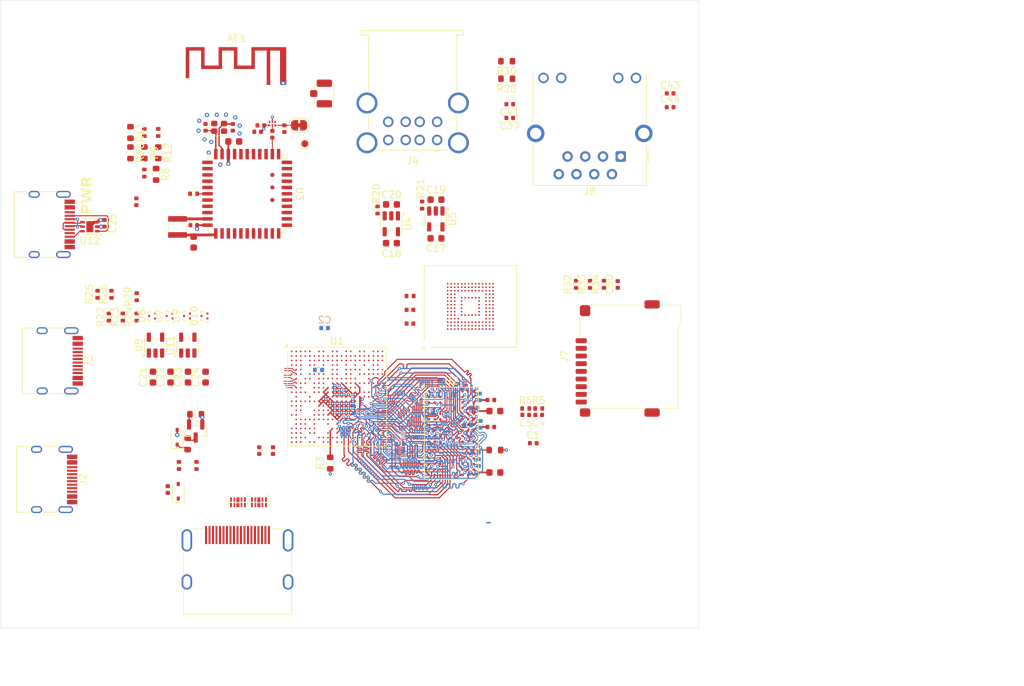
<source format=kicad_pcb>
(kicad_pcb (version 20241229) (generator "pcbnew") (generator_version "9.0")
  (layers (0 "F.Cu" signal) (4 "In1.Cu" signal) (6 "In2.Cu" signal) (2 "B.Cu" signal) (13 "F.Paste" user) (15 "B.Paste" user) (5 "F.SilkS" user "F.Silkscreen") (7 "B.SilkS" user "B.Silkscreen") (1 "F.Mask" user) (3 "B.Mask" user) (25 "Edge.Cuts" user))
  (net 0 "")
  (net 1 "/DDR3/A8")
  (net 2 "+1V5")
  (net 3 "/DDR3/~{WE}")
  (net 4 "/DDR3/CLK+")
  (net 5 "/DDR3/BA1")
  (net 6 "GND")
  (net 7 "/DDR3/ODT")
  (net 8 "/DDR3/A12")
  (net 9 "/DDR3/A10")
  (net 10 "/DDR3/A4")
  (net 12 "/DDR3/CLK-")
  (net 13 "/DDR3/A14")
  (net 14 "/DDR3/A5")
  (net 15 "/DDR3/A3")
  (net 16 "/DDR3/CKE")
  (net 17 "Net-(U2-ZQ)")
  (net 18 "/DDR3/DQM0")
  (net 20 "/DDR3/BA0")
  (net 21 "/DDR3/A9")
  (net 22 "/DDR3/~{RESET}")
  (net 23 "/DDR3/A6")
  (net 25 "/DDR3/A13")
  (net 26 "/DDR3/A7")
  (net 27 "/DDR3/~{RAS}")
  (net 28 "/DDR3/A15")
  (net 29 "/DDR3/A2")
  (net 30 "/DDR3/DQM1")
  (net 31 "/DDR3/A11")
  (net 32 "/DDR3/A1")
  (net 33 "/DDR3/BA2")
  (net 35 "/DDR3/~{CAS}")
  (net 36 "/DDR3/~{CS}")
  (net 37 "/DDR3/A0")
  (net 38 "/DDR3/DQM2")
  (net 39 "/DDR3/DQM3")
  (net 40 "VREF")
  (net 41 "Net-(U1A-SZQ)")
  (net 42 "VDD-CPUX")
  (net 43 "VDD-SYS")
  (net 44 "/DDR3/DQ17")
  (net 45 "/DDR3/DQ14")
  (net 46 "/DDR3/DQ21")
  (net 47 "/DDR3/DQ6")
  (net 48 "/DDR3/DQ1")
  (net 49 "/DDR3/DQ20")
  (net 50 "/DDR3/DQ11")
  (net 51 "/DDR3/DQ28")
  (net 52 "/DDR3/DQ13")
  (net 53 "/DDR3/DQ10")
  (net 54 "/DDR3/DQ3")
  (net 55 "/DDR3/DQ8")
  (net 56 "/DDR3/DQ30")
  (net 57 "/DDR3/DQ25")
  (net 58 "/DDR3/DQ16")
  (net 59 "/DDR3/DQ0")
  (net 60 "/DDR3/DQ24")
  (net 61 "/DDR3/DQ19")
  (net 62 "/DDR3/DQ29")
  (net 63 "/DDR3/DQ9")
  (net 64 "/DDR3/DQ12")
  (net 65 "/DDR3/DQ23")
  (net 66 "/DDR3/DQ5")
  (net 67 "/DDR3/DQ4")
  (net 68 "/DDR3/DQ22")
  (net 69 "/DDR3/DQ31")
  (net 70 "/DDR3/DQ18")
  (net 71 "/DDR3/DQ27")
  (net 72 "/DDR3/DQ2")
  (net 73 "/DDR3/DQ26")
  (net 74 "/DDR3/DQ15")
  (net 75 "/DDR3/DQ7")
  (net 76 "/DDR3/DQS3-")
  (net 77 "/DDR3/DQS1+")
  (net 78 "/DDR3/DQS2-")
  (net 79 "/DDR3/DQS0-")
  (net 80 "/DDR3/DQS1-")
  (net 81 "/DDR3/DQS3+")
  (net 82 "/DDR3/DQS2+")
  (net 83 "/DDR3/DQS0+")
  (net 85 "/H3/C+")
  (net 86 "/H3/C-")
  (net 88 "VDD-CPUS")
  (net 90 "unconnected-(U1B-VDD-EFUSEEBP-PadH11)")
  (net 96 "+3V3")
  (net 111 "Net-(U3-VIN_LDO_OUT)")
  (net 112 "Net-(U3-VIN_LDO)")
  (net 113 "Net-(U3-SDIO_DATA_CLK)")
  (net 114 "Net-(AE1-A)")
  (net 115 "Net-(U3-WL_BT_ANT)")
  (net 116 "Net-(U3-XTAL_OUT)")
  (net 117 "Net-(U3-XTAL_IN)")
  (net 118 "/H3/BT_WAKE")
  (net 119 "/H3/SDIO_D3")
  (net 120 "/H3/SDIO_D2")
  (net 121 "/H3/SDIO_D1")
  (net 122 "/H3/SDIO_D0")
  (net 123 "/H3/SDIO_CMD")
  (net 124 "/H3/WL_HOST_WAKE")
  (net 125 "/H3/SDIO_CLK")
  (net 126 "/H3/WL_REG_ON")
  (net 127 "/H3/BT_RXD")
  (net 129 "/H3/~{BT_CTS}")
  (net 130 "Net-(D1-K)")
  (net 131 "/H3/BT_TXD")
  (net 134 "/H3/~{BT_RTS}")
  (net 135 "/H3/~{BT_RST}")
  (net 136 "/H3/BT_HOST_WAKE")
  (net 137 "/H3/WIFI_32K")
  (net 138 "+5V")
  (net 139 "Net-(D2-K)")
  (net 140 "/H3/USB_D1+")
  (net 141 "/H3/USB_D3+")
  (net 142 "/H3/USB_D3-")
  (net 143 "/H3/USB_D2+")
  (net 144 "/H3/USB_D0-")
  (net 145 "/H3/USB_D2-")
  (net 146 "/H3/USB_D1-")
  (net 147 "/H3/USB_D0+")
  (net 148 "/GPDI/GPDI_CEC")
  (net 151 "/GPDI/GPDI_D1+")
  (net 152 "/GPDI/GPDI_D0-")
  (net 153 "/USB/USB_VBUS3")
  (net 154 "/GPDI/GPDI_D2+")
  (net 155 "/GPDI/GPDI_D0+")
  (net 156 "/GPDI/GPDI_D1-")
  (net 157 "/GPDI/GPDI_D2-")
  (net 158 "/GPDI/GPDI_CLK+")
  (net 159 "/GPDI/GPDI_HPD")
  (net 160 "/GPDI/GPDI_GCLK-")
  (net 161 "/GPDI/GPDI_CECI")
  (net 162 "/GPDI/GPDI_CLK-")
  (net 163 "/USB/USB_VBUS2")
  (net 164 "/USB/USB_VBUS1")
  (net 165 "/USB/USB_VBUS0")
  (net 166 "Net-(J2-CC1)")
  (net 167 "Net-(J2-CC2)")
  (net 168 "Net-(J3-CC1)")
  (net 169 "Net-(J3-CC2)")
  (net 170 "Net-(U13-ANT)")
  (net 171 "Net-(U4-ISET)")
  (net 172 "Net-(U5-ISET)")
  (net 173 "Net-(U8-ISET)")
  (net 174 "Net-(U11-ISET)")
  (net 175 "/USB/PWR_CC2")
  (net 176 "/USB/PWR_D+")
  (net 177 "/USB/PWR_D-")
  (net 178 "/USB/PWR_CC1")
  (net 179 "Net-(J8-TCT)")
  (net 180 "Net-(J8-RCT)")
  (net 181 "/GPDI/GPDI_SDA")
  (net 182 "Net-(J6-In)")
  (net 184 "Net-(JP1-A)")
  (net 185 "Net-(U1D-EPHY_RTX)")
  (net 186 "/H3/EPHY_TX+")
  (net 187 "/H3/EPHY_SPD_LED")
  (net 188 "/H3/EPHY_LINK_LED")
  (net 189 "/H3/EPHY_TX-")
  (net 190 "/H3/EPHY_RX+")
  (net 191 "/H3/EPHY_RX-")
  (net 194 "Net-(J8-Pad9)")
  (net 195 "Net-(J8-Pad12)")
  (net 196 "/GPDI/GPDI_SCL")
  (net 318 "Net-(U16-VDDI)")
  (net 319 "/H3/SD_D3")
  (net 320 "/H3/SD_D1")
  (net 322 "/H3/SD_CMD")
  (net 323 "/H3/SD_D2")
  (net 324 "/H3/SD_DET")
  (net 327 "Net-(J7-CLK)")
  (net 329 "/H3/SD_D0")
  (net 330 "/H3/eMMC_CMD")
  (net 331 "/H3/SD_CLK")
  (net 334 "/H3/eMMC_D5")
  (net 343 "VCC-IO")
  (net 360 "/H3/~{eMMC_RST}")
  (net 367 "/H3/eMMC_D2")
  (net 368 "/H3/eMMC_D6")
  (net 386 "/H3/eMMC_CLK")
  (net 392 "/H3/eMMC_D0")
  (net 394 "/H3/eMMC_D3")
  (net 398 "/H3/eMMC_D1")
  (net 404 "/H3/eMMC_D7")
  (net 412 "/H3/eMMC_D4")
  (footprint "Package_TO_SOT_SMD:Texas_DRT-3" (layer "F.Cu") (at 77.245 96.975 90)
    (property "Reference" "U7")
    (property "Value" "TPD2EUSB30")
  )
  (footprint "Capacitor_SMD:C_0402_1005Metric" (layer "F.Cu") (at 80.705401 83.956227 180)
    (property "Reference" "C8" (hide yes))
    (property "Value" "100nF")
  )
  (footprint "Connector_Coaxial:U.FL_Hirose_U.FL-R-SMT-1_Vertical" (layer "F.Cu") (at 98.94 65.08)
    (property "Reference" "J6" (hide yes))
    (property "Value" "AIPEX-1")
  )
  (footprint "Capacitor_SMD:C_0402_1005Metric" (layer "F.Cu") (at 148.945 67.04)
    (property "Reference" "C44")
    (property "Value" "100nF")
  )
  (footprint "Package_TO_SOT_SMD:Texas_DRT-3" (layer "F.Cu") (at 74.75 96.975 90)
    (property "Reference" "U6")
    (property "Value" "TPD2EUSB30")
  )
  (footprint "Capacitor_SMD:C_0402_1005Metric" (layer "F.Cu") (at 92.06 116.27 90)
    (property "Reference" "C14" (hide yes))
    (property "Value" "100nF")
  )
  (footprint "Package_DFN_QFN:Diodes_UDFN-10_1.0x2.5mm_P0.5mm" (layer "F.Cu") (at 90.04 123.68 -90)
    (property "Reference" "U14" (hide yes))
    (property "Value" "UCL0524P")
  )
  (footprint "Resistor_SMD:R_0402_1005Metric" (layer "F.Cu") (at 78.59 118.4 90)
    (property "Reference" "R18" (hide yes))
    (property "Value" "2k")
  )
  (footprint "cm0:USB_A_SHOUHAN_AF_SS-JB17.6_Horizontal_Stacked" (layer "F.Cu") (at 112.07 69.29 180)
    (property "Reference" "J4")
    (property "Value" "USB_A_Stacked")
  )
  (footprint "Package_TO_SOT_SMD:SOT-23-5" (layer "F.Cu") (at 79.85 101.15 90)
    (property "Reference" "U11")
    (property "Value" "SY6280AAC")
  )
  (footprint "cm0:microSD_TF-01A" (layer "F.Cu") (at 141.51 102.756 90)
    (property "Reference" "J7")
    (property "Value" "Micro_SD_Card_Det1")
  )
  (footprint "Resistor_SMD:R_0402_1005Metric" (layer "F.Cu") (at 66.93 93.865 90)
    (property "Reference" "R25")
    (property "Value" "56k")
  )
  (footprint "Capacitor_SMD:C_0603_1608Metric" (layer "F.Cu") (at 109.025 80.98 180)
    (property "Reference" "C20")
    (property "Value" "10uF")
  )
  (footprint "Capacitor_SMD:C_0402_1005Metric" (layer "F.Cu") (at 90.09 116.27 90)
    (property "Reference" "C13" (hide yes))
    (property "Value" "100nF")
  )
  (footprint "Resistor_SMD:R_0402_1005Metric" (layer "F.Cu") (at 75.620401 70.666227 -90)
    (property "Reference" "R13" (hide yes))
    (property "Value" "100k")
  )
  (footprint "Capacitor_SMD:C_0402_1005Metric" (layer "F.Cu") (at 123.27 109.02 180)
    (property "Reference" "C42" (hide yes))
    (property "Value" "1uF")
  )
  (footprint "Capacitor_SMD:C_0402_1005Metric" (layer "F.Cu") (at 125.97 66.615 180)
    (property "Reference" "C41")
    (property "Value" "100nF")
  )
  (footprint "Resistor_SMD:R_0402_1005Metric" (layer "F.Cu") (at 72.53 94.21 90)
    (property "Reference" "R29")
    (property "Value" "10k")
  )
  (footprint "Resistor_SMD:R_0402_1005Metric" (layer "F.Cu") (at 73.630401 70.666227 -90)
    (property "Reference" "R15" (hide yes))
    (property "Value" "100k")
  )
  (footprint "Resistor_SMD:R_0402_1005Metric" (layer "F.Cu") (at 139.46 92.43 90)
    (property "Reference" "R34")
    (property "Value" "56k")
  )
  (footprint "Package_TO_SOT_SMD:SOT-23-5" (layer "F.Cu") (at 109.005688 83.756667 -90)
    (property "Reference" "U4")
    (property "Value" "SY6280AAC")
  )
  (footprint "Resistor_SMD:R_0603_1608Metric" (layer "F.Cu") (at 71.640401 73.576227 -90)
    (property "Reference" "R10")
    (property "Value" "30k")
  )
  (footprint "Resistor_SMD:R_0603_1608Metric" (layer "F.Cu") (at 125.535 60.45 180)
    (property "Reference" "R30")
    (property "Value" "240")
  )
  (footprint "Capacitor_SMD:C_0402_1005Metric" (layer "F.Cu") (at 90.31 69.65 180)
    (property "Reference" "C47" (hide yes))
    (property "Value" "1nF")
  )
  (footprint "Capacitor_SMD:C_0402_1005Metric" (layer "F.Cu") (at 128.26 111.158726 180)
    (property "Reference" "C5")
    (property "Value" "100nF")
  )
  (footprint "Resistor_SMD:R_0402_1005Metric" (layer "F.Cu") (at 73.630401 76.486227 -90)
    (property "Reference" "R7" (hide yes))
    (property "Value" "10k")
  )
  (footprint "Resistor_SMD:R_0402_1005Metric" (layer "F.Cu") (at 80.690041 79.451659)
    (property "Reference" "R14" (hide yes))
    (property "Value" "22")
  )
  (footprint "Capacitor_SMD:C_0402_1005Metric" (layer "F.Cu") (at 125.97 68.585 180)
    (property "Reference" "C37")
    (property "Value" "100nF")
  )
  (footprint "Resistor_SMD:R_0402_1005Metric" (layer "F.Cu") (at 111.7 94.11)
    (property "Reference" "R31" (hide yes))
    (property "Value" "10k")
  )
  (footprint "Capacitor_SMD:C_0402_1005Metric" (layer "F.Cu") (at 130.121474 111.158725 180)
    (property "Reference" "C4")
    (property "Value" "100nF")
  )
  (footprint "Capacitor_SMD:C_0603_1608Metric" (layer "F.Cu") (at 79.89 105.73 90)
    (property "Reference" "C23")
    (property "Value" "10uF")
  )
  (footprint "Capacitor_SMD:C_0603_1608Metric" (layer "F.Cu") (at 86.430401 71.956227)
    (property "Reference" "C7" (hide yes))
    (property "Value" "10uF")
  )
  (footprint "Package_DFN_QFN:Diodes_UDFN-10_1.0x2.5mm_P0.5mm" (layer "F.Cu") (at 87.04 123.68 -90)
    (property "Reference" "U15" (hide yes))
    (property "Value" "UCL0524P")
  )
  (footprint "Connector_USB:USB_C_Receptacle_HRO_TYPE-C-31-M-12" (layer "F.Cu") (at 59.24 120.41 -90)
    (property "Reference" "J2")
    (property "Value" "USB_C_Receptacle_USB2.0_14P")
  )
  (footprint "Resistor_SMD:R_0603_1608Metric" (layer "F.Cu") (at 79.83 115.31 90)
    (property "Reference" "R17" (hide yes))
    (property "Value" "30k")
  )
  (footprint "Capacitor_SMD:C_0402_1005Metric" (layer "F.Cu") (at 86.299679 69.927877 -90)
    (property "Reference" "C11" (hide yes))
    (property "Value" "10pF")
  )
  (footprint "TestPoint:TestPoint_Pad_D1.0mm" (layer "F.Cu") (at 96.62 72.27)
    (property "Reference" "TP1" (hide yes))
    (property "Value" "3V3")
  )
  (footprint "Jumper:SolderJumper-2_P1.3mm_Bridged_RoundedPad1.0x1.5mm" (layer "F.Cu") (at 95.8 69.64)
    (property "Reference" "JP1" (hide yes))
    (property "Value" "RF_BK")
  )
  (footprint "Capacitor_SMD:C_0402_1005Metric" (layer "F.Cu") (at 141.44 92.45 90)
    (property "Reference" "C50")
    (property "Value" "1uF")
  )
  (footprint "Resistor_SMD:R_0402_1005Metric" (layer "F.Cu") (at 107.035 81.78 90)
    (property "Reference" "R20")
    (property "Value" "10k")
  )
  (footprint "Connector_RJ:RJ45_Hanrun_HR911105A_Horizontal" (layer "F.Cu") (at 141.87 74.105 180)
    (property "Reference" "J8")
    (property "Value" "RJ45_Hanrun_HR913550A_Horizontal")
  )
  (footprint "Capacitor_SMD:C_0402_1005Metric" (layer "F.Cu") (at 91.963199 70.92301 90)
    (property "Reference" "C9" (hide yes))
    (property "Value" "10pF")
  )
  (footprint "Package_TO_SOT_SMD:SOT-23" (layer "F.Cu") (at 80.98 113.46 -90)
    (property "Reference" "Q1" (hide yes))
    (property "Value" "BSN20")
  )
  (footprint "Capacitor_SMD:C_0402_1005Metric" (layer "F.Cu") (at 129.34 115.21)
    (property "Reference" "C1")
    (property "Value" "100nF")
  )
  (footprint "Package_TO_SOT_SMD:SOT-23-5" (layer "F.Cu") (at 115.382143 83.060951 -90)
    (property "Reference" "U5")
    (property "Value" "SY6280AAC")
  )
  (footprint "Resistor_SMD:R_0603_1608Metric" (layer "F.Cu") (at 80.98 111.06 180)
    (property "Reference" "R16" (hide yes))
    (property "Value" "30k")
  )
  (footprint "Resistor_SMD:R_0603_1608Metric" (layer "F.Cu") (at 123.8475 116.19)
    (property "Reference" "R4" (hide yes))
    (property "Value" "240")
  )
  (footprint "Resistor_SMD:R_0402_1005Metric" (layer "F.Cu") (at 68.55 97.12 90)
    (property "Reference" "R22")
    (property "Value" "56k")
  )
  (footprint "Capacitor_SMD:C_0603_1608Metric" (layer "F.Cu") (at 115.405 80.29 180)
    (property "Reference" "C19")
    (property "Value" "10uF")
  )
  (footprint "Resistor_SMD:R_0603_1608Metric" (layer "F.Cu") (at 75.310401 76.666227 -90)
    (property "Reference" "R8")
    (property "Value" "30k")
  )
  (footprint "Package_BGA:LFBGA-153_11.5x13mm_Layout14x14_P0.5mm" (layer "F.Cu") (at 120.33 95.6 90)
    (property "Reference" "U16" (hide yes))
    (property "Value" "EMMC5.1_BGA153")
  )
  (footprint "Resistor_SMD:R_0402_1005Metric" (layer "F.Cu") (at 68.92 93.865 90)
    (property "Reference" "R26")
    (property "Value" "10k")
  )
  (footprint "Resistor_SMD:R_0603_1608Metric" (layer "F.Cu") (at 71.640401 70.666227 -90)
    (property "Reference" "R11")
    (property "Value" "30k")
  )
  (footprint "Capacitor_SMD:C_0603_1608Metric" (layer "F.Cu") (at 109.025 86.53 180)
    (property "Reference" "C18")
    (property "Value" "10uF")
  )
  (footprint "Capacitor_SMD:C_0603_1608Metric" (layer "F.Cu") (at 82.4 105.73 90)
    (property "Reference" "C24")
    (property "Value" "10uF")
  )
  (footprint "cm0:L_SMD_3.0x3.0" (layer "F.Cu") (at 78.382985 84.203492 -90)
    (property "Reference" "L1" (hide yes))
    (property "Value" "4.7uH")
  )
  (footprint "cm0:AP6212" (layer "F.Cu") (at 88.3625 79.45 -90)
    (property "Reference" "U3")
    (property "Value" "AP6212")
  )
  (footprint "Capacitor_SMD:C_0402_1005Metric" (layer "F.Cu") (at 89.86 70.57 180)
    (property "Reference" "C46" (hide yes))
    (property "Value" "100nF")
  )
  (footprint "Package_TO_SOT_SMD:Texas_DRT-3" (layer "F.Cu") (at 82.235 96.975 90)
    (property "Reference" "U10")
    (property "Value" "TPD2EUSB30")
  )
  (footprint "Capacitor_SMD:C_0402_1005Metric" (layer "F.Cu") (at 93.69 70.12 90)
    (property "Reference" "C45" (hide yes))
    (property "Value" "10pF")
  )
  (footprint "Capacitor_SMD:C_0402_1005Metric" (layer "F.Cu") (at 111.68 98.06)
    (property "Reference" "C49" (hide yes))
    (property "Value" "100nF")
  )
  (footprint "cm0:FBGA-347_14x14mm_Layout21x21_P0.65mm" (layer "F.Cu") (at 101.2375 108.55)
    (property "Reference" "U1")
    (property "Value" "H3")
  )
  (footprint "Resistor_SMD:R_0603_1608Metric" (layer "F.Cu") (at 73.630401 73.576227 -90)
    (property "Reference" "R9")
    (property "Value" "30k")
  )
  (footprint "Capacitor_SMD:C_0603_1608Metric" (layer "F.Cu") (at 77.38 105.73 90)
    (property "Reference" "C22")
    (property "Value" "10uF")
  )
  (footprint "Package_DFN_QFN:DFN-6-1EP_2x2mm_P0.65mm_EP1x1.6mm" (layer "F.Cu") (at 65.818773 84.17 180)
    (property "Reference" "U12")
    (property "Value" "HUSB237")
  )
  (footprint "Resistor_SMD:R_0402_1005Metric" (layer "F.Cu") (at 72.53 97.12 90)
    (property "Reference" "R24")
    (property "Value" "56k")
  )
  (footprint "Connector_USB:USB_C_Receptacle_HRO_TYPE-C-31-M-12" (layer "F.Cu") (at 60.04 103.4 -90)
    (property "Reference" "J3")
    (property "Value" "USB_C_Receptacle_USB2.0_14P")
  )
  (footprint "Resistor_SMD:R_0402_1005Metric" (layer "F.Cu") (at 81.1 118.4 90)
    (property "Reference" "R19" (hide yes))
    (property "Value" "2k")
  )
  (footprint "Capacitor_SMD:C_0603_1608Metric" (layer "F.Cu") (at 80.690401 86.386227 -90)
    (property "Reference" "C12" (hide yes))
    (property "Value" "10uF")
  )
  (footprint "Diode_SMD:D_SOD-323" (layer "F.Cu") (at 78.49 122.1 90)
    (property "Reference" "D1" (hide yes))
    (property "Value" "1N5819WS")
  )
  (footprint "Capacitor_SMD:C_0603_1608Metric" (layer "F.Cu") (at 123.84 110.6)
    (property "Reference" "C32" (hide yes))
    (property "Value" "10uF")
  )
  (footprint "Capacitor_SMD:C_0402_1005Metric" (layer "F.Cu") (at 76.99 121.85 90)
    (property "Reference" "C15" (hide yes))
    (property "Value" "100nF")
  )
  (footprint "cm0:DFN-6_1.1x0.7mm_P0.4mm" (layer "F.Cu") (at 91.96 69.508 -90)
    (property "Reference" "U13" (hide yes))
    (property "Value" "AW13412HDNR")
  )
  (footprint "Capacitor_SMD:C_0402_1005Metric" (layer "F.Cu") (at 123.26 112.88 180)
    (property "Reference" "C40" (hide yes))
    (property "Value" "1uF")
  )
  (footprint "Capacitor_SMD:C_0603_1608Metric" (layer "F.Cu") (at 74.87 105.73 90)
    (property "Reference" "C21")
    (property "Value" "10uF")
  )
  (footprint "cm0:GPDI_A_XUNPU_001S" (layer "F.Cu") (at 86.97 131.74)
    (property "Reference" "J1" (hide yes))
    (property "Value" "GPDI_A")
  )
  (footprint "Resistor_SMD:R_0603_1608Metric" (layer "F.Cu") (at 100.2575 118.05 90)
    (property "Reference" "R3")
    (property "Value" "240")
  )
  (footprint "Resistor_SMD:R_0603_1608Metric" (layer "F.Cu") (at 125.535 62.96 180)
    (property "Reference" "R28")
    (property "Value" "240")
  )
  (footprint "Resistor_SMD:R_0603_1608Metric" (layer "F.Cu") (at 75.620401 73.576227 -90)
    (property "Reference" "R12")
    (property "Value" "30k")
  )
  (footprint "Package_TO_SOT_SMD:SOT-23-5" (layer "F.Cu") (at 75.225 101.15 90)
    (property "Reference" "U8")
    (property "Value" "SY6280AAC")
  )
  (footprint "Resistor_SMD:R_0402_1005Metric" (layer "F.Cu") (at 70.54 97.12 90)
    (property "Reference" "R23")
    (property "Value" "56k")
  )
  (footprint "Capacitor_SMD:C_0402_1005Metric" (layer "F.Cu") (at 148.945 65.07)
    (property "Reference" "C43")
    (property "Value" "100nF")
  )
  (footprint "Capacitor_SMD:C_0402_1005Metric" (layer "F.Cu") (at 111.68 96.09)
    (property "Reference" "C48" (hide yes))
    (property "Value" "1uF")
  )
  (footprint "Capacitor_SMD:C_0402_1005Metric" (layer "F.Cu") (at 82.383004 69.929333 90)
    (property "Reference" "C10" (hide yes))
    (property "Value" "10pF")
  )
  (footprint "Resistor_SMD:R_0402_1005Metric" (layer "F.Cu") (at 128.26 110.23)
    (property "Reference" "R6")
    (property "Value" "2k")
  )
  (footprint "Capacitor_SMD:C_0402_1005Metric" (layer "F.Cu") (at 72.480401 80.596227 -90)
    (property "Reference" "C6" (hide yes))
    (property "Value" "100nF")
  )
  (footprint "Package_BGA:FBGA-96_7.5x13mm_Layout9x16_P0.8mm" (layer "F.Cu") (at 117.6075 113.78)
    (property "Reference" "U2")
    (property "Value" "H5TQ4G63EFR")
  )
  (footprint "Diode_SMD:D_SOD-323" (layer "F.Cu") (at 78.33 114.36 90)
    (property "Reference" "D2" (hide yes))
    (property "Value" "1N5819WS")
  )
  (footprint "Package_TO_SOT_SMD:Texas_DRT-3" (layer "F.Cu") (at 79.74 96.975 90)
    (property "Reference" "U9")
    (property "Value" "TPD2EUSB30")
  )
  (footprint "Resistor_SMD:R_0402_1005Metric" (layer "F.Cu") (at 137.47 92.43 90)
    (property "Reference" "R33")
    (property "Value" "56k")
  )
  (footprint "Capacitor_SMD:C_0603_1608Metric" (layer "F.Cu") (at 123.84 119.41)
    (property "Reference" "C33" (hide yes))
    (property "Value" "10uF")
  )
  (footprint "Connector_USB:USB_C_Receptacle_HRO_TYPE-C-31-M-12" (layer "F.Cu") (at 58.9 83.85 -90)
    (property "Reference" "J5" (hide yes))
    (property "Value" "USB_C_Receptacle_USB2.0_14P")
  )
  (footprint "Capacitor_SMD:C_0402_1005Metric" (layer "F.Cu") (at 67.923773 83.685 -90)
    (property "Reference" "C25")
    (property "Value" "1uF")
  )
  (footprint "Resistor_SMD:R_0402_1005Metric" (layer "F.Cu") (at 135.48 92.43 90)
    (property "Reference" "R32")
    (property "Value" "22")
  )
  (footprint "RF_Antenna:Texas_SWRA117D_2.4GHz_Left" (layer "F.Cu") (at 91.41 63.58)
    (property "Reference" "AE1")
    (property "Value" "PCB_Antenna")
  )
  (footprint "Resistor_SMD:R_0402_1005Metric" (layer "F.Cu") (at 130.121474 110.229999)
    (property "Reference" "R5")
    (property "Value" "2k")
  )
  (footprint "Capacitor_SMD:C_0603_1608Metric" (layer "F.Cu") (at 115.405 85.84 180)
    (property "Reference" "C17")
    (property "Value" "10uF")
  )
  (footprint "Crystal:Crystal_SMD_2016-4Pin_2.0x1.6mm" (layer "F.Cu") (at 84.343004 69.929333)
    (property "Reference" "Y1" (hide yes))
    (property "Value" "26MHz")
  )
  (footprint "Resistor_SMD:R_0402_1005Metric" (layer "F.Cu") (at 113.415 81.08 90)
    (property "Reference" "R21")
    (property "Value" "10k")
  )
  (footprint "Resistor_SMD:R_0402_1005Metric" (layer "B.Cu") (at 98.57 104.7)
    (property "Reference" "R27" (hide yes))
    (property "Value" "6.04k")
  )
  (footprint "Resistor_SMD:R_0402_1005Metric" (layer "B.Cu") (at 110.2375 116.26 180)
    (property "Reference" "R1")
    (property "Value" "22")
  )
  (footprint "Capacitor_SMD:C_0402_1005Metric" (layer "B.Cu") (at 121.66 108.58 90)
    (property "Reference" "C28" (hide yes))
    (property "Value" "100nF")
  )
  (footprint "Capacitor_SMD:C_0402_1005Metric" (layer "B.Cu") (at 113.93 112.11 -90)
    (property "Reference" "C38" (hide yes))
    (property "Value" "100nF")
  )
  (footprint "Capacitor_SMD:C_0402_1005Metric" (layer "B.Cu") (at 121.05 116.54)
    (property "Reference" "C3" (hide yes))
    (property "Value" "100nF")
  )
  (footprint "Capacitor_SMD:C_0402_1005Metric" (layer "B.Cu") (at 121.53 117.99 -90)
    (property "Reference" "C35" (hide yes))
    (property "Value" "100nF")
  )
  (footprint "Resistor_SMD:R_0402_1005Metric" (layer "B.Cu") (at 110.2375 115.31)
    (property "Reference" "R2")
    (property "Value" "22")
  )
  (footprint "Capacitor_SMD:C_0402_1005Metric" (layer "B.Cu") (at 121.78 112.5 90)
    (property "Reference" "C30" (hide yes))
    (property "Value" "100nF")
  )
  (footprint "Capacitor_SMD:C_0402_1005Metric" (layer "B.Cu") (at 119.94 112.64)
    (property "Reference" "C34" (hide yes))
    (property "Value" "100nF")
  )
  (footprint "Capacitor_SMD:C_0402_1005Metric" (layer "B.Cu") (at 120.7 119.52 180)
    (property "Reference" "C39" (hide yes))
    (property "Value" "100nF")
  )
  (footprint "Capacitor_SMD:C_0402_1005Metric" (layer "B.Cu") (at 120.86 110.13 180)
    (property "Reference" "C31" (hide yes))
    (property "Value" "100nF")
  )
  (footprint "Capacitor_SMD:C_0402_1005Metric" (layer "B.Cu") (at 115.2 108.12)
    (property "Reference" "C29" (hide yes))
    (property "Value" "100nF")
  )
  (footprint "Capacitor_SMD:C_0402_1005Metric" (layer "B.Cu") (at 99.45 98.7 180)
    (property "Reference" "C2")
    (property "Value" "100nF")
  )
  (footprint "Capacitor_SMD:C_0402_1005Metric" (layer "B.Cu") (at 118.75 107.06 135)
    (property "Reference" "C36" (hide yes))
    (property "Value" "100nF")
  )
  (footprint "Capacitor_SMD:C_0402_1005Metric" (layer "B.Cu") (at 114.52 110.62 180)
    (property "Reference" "C27" (hide yes))
    (property "Value" "100nF")
  )
  (footprint "Capacitor_SMD:C_0402_1005Metric" (layer "B.Cu") (at 119.98 114.06 135)
    (property "Reference" "C26" (hide yes))
    (property "Value" "100nF")
  )
  (footprint "Capacitor_SMD:C_0402_1005Metric" (layer "B.Cu") (at 103.64 110.44 90)
    (property "Reference" "C16" (hide yes))
    (property "Value" "100nF")
  )
  (gr_rect (start 53.06 51.7) (end 153.06 141.7) (stroke (width 0.05)) (fill no) (layer "Edge.Cuts"))
  (gr_text "PWR" (at 66.318773 82.42 90) (layer "F.SilkS") (effects (font (size 1.5 1.5) (thickness 0.1)) (justify left bottom)))
  (segment (start 122.68 126.6) (end 123.19 126.6) (width 0.2) (layer "B.Cu") (net 0))
  (segment (start 105.461612 114.068388) (end 105.469112 114.068388) (width 0.1565) (layer "F.Cu") (net 1))
  (segment (start 105.469112 114.068388) (end 105.7875 113.75) (width 0.1565) (layer "F.Cu") (net 1))
  (segment (start 119.2775 121.02) (end 120.0075 120.29) (width 0.1565) (layer "F.Cu") (net 1))
  (segment (start 120.0075 120.29) (end 120.0075 119.78) (width 0.1565) (layer "F.Cu") (net 1))
  (via (at 119.2775 121.02) (size 0.45) (drill 0.2) (layers "F.Cu" "B.Cu") (net 1))
  (via (at 105.461612 114.068388) (size 0.45) (drill 0.2) (layers "F.Cu" "B.Cu") (net 1))
  (segment (start 118.254 121.204) (end 118.254 121.4618) (width 0.1565) (layer "B.Cu") (net 1))
  (segment (start 119.180256 121.02) (end 119.2775 121.02) (width 0.1565) (layer "B.Cu") (net 1))
  (segment (start 116.414 121.204) (end 116.414 121.4618) (width 0.1565) (layer "B.Cu") (net 1))
  (segment (start 111.49 119.9) (end 112.29 120.7) (width 0.1565) (layer "B.Cu") (net 1))
  (segment (start 105.03 117.19) (end 107.74 119.9) (width 0.1565) (layer "B.Cu") (net 1))
  (segment (start 107.74 119.9) (end 111.49 119.9) (width 0.1565) (layer "B.Cu") (net 1))
  (segment (start 112.29 120.7) (end 115.91 120.7) (width 0.1565) (layer "B.Cu") (net 1))
  (segment (start 117.978 121.02) (end 118.07 121.02) (width 0.1565) (layer "B.Cu") (net 1))
  (segment (start 118.898 121.02) (end 118.99 121.02) (width 0.1565) (layer "B.Cu") (net 1))
  (segment (start 117.794 121.4618) (end 117.794 121.204) (width 0.1565) (layer "B.Cu") (net 1))
  (segment (start 118.714 121.4618) (end 118.714 121.204) (width 0.1565) (layer "B.Cu") (net 1))
  (segment (start 105.461612 114.068388) (end 105.03 114.5) (width 0.1565) (layer "B.Cu") (net 1))
  (segment (start 117.058 121.02) (end 117.15 121.02) (width 0.1565) (layer "B.Cu") (net 1))
  (segment (start 118.99 121.02) (end 119.180256 121.02) (width 0.1565) (layer "B.Cu") (net 1))
  (segment (start 105.03 114.5) (end 105.03 117.19) (width 0.1565) (layer "B.Cu") (net 1))
  (segment (start 116.598 121.6458) (end 116.69 121.6458) (width 0.1565) (layer "B.Cu") (net 1))
  (segment (start 116.874 121.4618) (end 116.874 121.204) (width 0.1565) (layer "B.Cu") (net 1))
  (segment (start 117.518 121.6458) (end 117.61 121.6458) (width 0.1565) (layer "B.Cu") (net 1))
  (segment (start 117.334 121.204) (end 117.334 121.4618) (width 0.1565) (layer "B.Cu") (net 1))
  (segment (start 115.91 120.7) (end 116.23 121.02) (width 0.1565) (layer "B.Cu") (net 1))
  (segment (start 118.438 121.6458) (end 118.53 121.6458) (width 0.1565) (layer "B.Cu") (net 1))
  (arc (start 118.07 121.02) (mid 118.200108 121.073892) (end 118.254 121.204) (width 0.1565) (layer "B.Cu") (net 1))
  (arc (start 117.61 121.6458) (mid 117.740108 121.591908) (end 117.794 121.4618) (width 0.1565) (layer "B.Cu") (net 1))
  (arc (start 116.69 121.6458) (mid 116.820108 121.591908) (end 116.874 121.4618) (width 0.1565) (layer "B.Cu") (net 1))
  (arc (start 118.53 121.6458) (mid 118.660108 121.591908) (end 118.714 121.4618) (width 0.1565) (layer "B.Cu") (net 1))
  (arc (start 117.334 121.4618) (mid 117.387892 121.591908) (end 117.518 121.6458) (width 0.1565) (layer "B.Cu") (net 1))
  (arc (start 116.414 121.4618) (mid 116.467892 121.591908) (end 116.598 121.6458) (width 0.1565) (layer "B.Cu") (net 1))
  (arc (start 116.23 121.02) (mid 116.360108 121.073892) (end 116.414 121.204) (width 0.1565) (layer "B.Cu") (net 1))
  (arc (start 116.874 121.204) (mid 116.927892 121.073892) (end 117.058 121.02) (width 0.1565) (layer "B.Cu") (net 1))
  (arc (start 118.254 121.4618) (mid 118.307892 121.591908) (end 118.438 121.6458) (width 0.1565) (layer "B.Cu") (net 1))
  (arc (start 117.15 121.02) (mid 117.280108 121.073892) (end 117.334 121.204) (width 0.1565) (layer "B.Cu") (net 1))
  (arc (start 118.714 121.204) (mid 118.767892 121.073892) (end 118.898 121.02) (width 0.1565) (layer "B.Cu") (net 1))
  (arc (start 117.794 121.204) (mid 117.847892 121.073892) (end 117.978 121.02) (width 0.1565) (layer "B.Cu") (net 1))
  (segment (start 115.2075 110.18) (end 114.8575 110.53) (width 0.25) (layer "F.Cu") (net 2))
  (segment (start 119.2075 112.58) (end 119.5975 112.19) (width 0.25) (layer "F.Cu") (net 2))
  (segment (start 101.56375 112.12375) (end 101.2375 112.45) (width 0.2) (layer "F.Cu") (net 2))
  (segment (start 120.8075 110.18) (end 120.3975 110.59) (width 0.25) (layer "F.Cu") (net 2))
  (segment (start 122.79 109.02) (end 121.2275 109.02) (width 0.25) (layer "F.Cu") (net 2))
  (segment (start 123.065 110.6) (end 121.2075 110.6) (width 0.25) (layer "F.Cu") (net 2))
  (segment (start 120.8075 109.38) (end 120.8075 110.18) (width 0.25) (layer "F.Cu") (net 2))
  (segment (start 104.56 109.2) (end 104.85 108.91) (width 0.2) (layer "F.Cu") (net 2))
  (segment (start 121.1975 110.59) (end 120.3975 110.59) (width 0.25) (layer "F.Cu") (net 2))
  (segment (start 119.700045 107.472545) (end 120.0075 107.78) (width 0.25) (layer "F.Cu") (net 2))
  (segment (start 120.4175 114.57) (end 120.4175 114.575) (width 0.25) (layer "F.Cu") (net 2))
  (segment (start 104.3675 110.62) (end 104.4875 110.5) (width 0.2) (layer "F.Cu") (net 2))
  (segment (start 120.4175 110.59) (end 120.8075 110.98) (width 0.25) (layer "F.Cu") (net 2))
  (segment (start 120.8125 117.38) (end 120.8075 117.38) (width 0.25) (layer "F.Cu") (net 2))
  (segment (start 104.3675 111.03) (end 104.3675 110.62) (width 0.2) (layer "F.Cu") (net 2))
  (segment (start 101.8875 111.8) (end 101.89 111.8) (width 0.2) (layer "F.Cu") (net 2))
  (segment (start 114.031169 117.003669) (end 114.031169 116.91675) (width 0.25) (layer "F.Cu") (net 2))
  (segment (start 115.2075 108.58) (end 114.4075 107.78) (width 0.25) (layer "F.Cu") (net 2))
  (segment (start 121.2325 119.4) (end 121.1725 119.34) (width 0.25) (layer "F.Cu") (net 2))
  (segment (start 115.2075 113.38) (end 114.8275 113.76) (width 0.25) (layer "F.Cu") (net 2))
  (segment (start 120.8125 118.98) (end 121.1725 119.34) (width 0.25) (layer "F.Cu") (net 2))
  (segment (start 121.2075 110.6) (end 121.1975 110.59) (width 0.25) (layer "F.Cu") (net 2))
  (segment (start 114.807501 118.579999) (end 114.807501 118.488263) (width 0.25) (layer "F.Cu") (net 2))
  (segment (start 115.28741 115.05991) (end 115.2075 114.98) (width 0.25) (layer "F.Cu") (net 2))
  (segment (start 102.5375 111.8) (end 102.53 111.8) (width 0.2) (layer "F.Cu") (net 2))
  (segment (start 104.5835 110.404) (end 105.0415 110.404) (width 0.2) (layer "F.Cu") (net 2))
  (segment (start 102.853425 111.463398) (end 103.190027 111.8) (width 0.2) (layer "F.Cu") (net 2))
  (segment (start 114.0675 109.337) (end 114.1105 109.38) (width 0.1565) (layer "F.Cu") (net 2))
  (segment (start 115.508828 115.05991) (end 115.28741 115.05991) (width 0.25) (layer "F.Cu") (net 2))
  (segment (start 120.4175 114.575) (end 120.0125 114.98) (width 0.25) (layer "F.Cu") (net 2))
  (segment (start 104.4875 110.5) (end 104.4875 109.85) (width 0.2) (layer "F.Cu") (net 2))
  (segment (start 101.8875 111.8) (end 101.56375 112.12375) (width 0.2) (layer "F.Cu") (net 2))
  (segment (start 104.268322 110.860092) (end 104.26824 110.860174) (width 0.2) (layer "F.Cu") (net 2))
  (segment (start 103.190027 111.8) (end 103.8375 111.8) (width 0.2) (layer "F.Cu") (net 2))
  (segment (start 104.4875 109.2475) (end 104.79 109.55) (width 0.2) (layer "F.Cu") (net 2))
  (segment (start 120.4175 114.57) (end 120.4175 113.77) (width 0.2) (layer "F.Cu") (net 2))
  (segment (start 104.4875 111.15) (end 104.3675 111.03) (width 0.2) (layer "F.Cu") (net 2))
  (segment (start 119.612164 107.472545) (end 119.700045 107.472545) (width 0.25) (layer "F.Cu") (net 2))
  (segment (start 104.4875 109.2) (end 104.4875 109.2475) (width 0.2) (layer "F.Cu") (net 2))
  (segment (start 120.8075 118.98) (end 120.8125 118.98) (width 0.25) (layer "F.Cu") (net 2))
  (segment (start 121.2275 109.02) (end 121.1975 108.99) (width 0.25) (layer "F.Cu") (net 2))
  (segment (start 114.1105 109.38) (end 114.4075 109.38) (width 0.1565) (layer "F.Cu") (net 2))
  (segment (start 104.26824 110.93074) (end 104.4875 111.15) (width 0.2) (layer "F.Cu") (net 2))
  (segment (start 114.39425 111.76675) (end 114.4075 111.78) (width 0.25) (layer "F.Cu") (net 2))
  (segment (start 121.07625 117.64375) (end 120.8125 117.38) (width 0.25) (layer "F.Cu") (net 2))
  (segment (start 114.02 111.76675) (end 114.39425 111.76675) (width 0.25) (layer "F.Cu") (net 2))
  (segment (start 122.79 119.4) (end 121.2325 119.4) (width 0.25) (layer "F.Cu") (net 2))
  (segment (start 114.7975 108.17) (end 114.4075 107.78) (width 0.25) (layer "F.Cu") (net 2))
  (segment (start 114.4075 117.38) (end 114.031169 117.003669) (width 0.25) (layer "F.Cu") (net 2))
  (segment (start 104.4875 109.2) (end 104.56 109.2) (width 0.2) (layer "F.Cu") (net 2))
  (segment (start 120.4175 113.77) (end 120.8075 113.38) (width 0.2) (layer "F.Cu") (net 2))
  (segment (start 120.8075 110.98) (end 121.1975 110.59) (width 0.25) (layer "F.Cu") (net 2))
  (segment (start 120.8075 113.38) (end 120.8075 113.3625) (width 0.25) (layer "F.Cu") (net 2))
  (segment (start 122.78 112.88) (end 121.33 112.88) (width 0.25) (layer "F.Cu") (net 2))
  (segment (start 119.593249 107.45363) (end 119.612164 107.472545) (width 0.25) (layer "F.Cu") (net 2))
  (segment (start 120.8075 113.3625) (end 121.31 112.86) (width 0.25) (layer "F.Cu") (net 2))
  (segment (start 102.53 111.8) (end 102.21 111.48) (width 0.2) (layer "F.Cu") (net 2))
  (segment (start 121.1975 110.57) (end 120.8075 110.18) (width 0.25) (layer "F.Cu") (net 2))
  (segment (start 104.4875 109.85) (end 104.49 109.85) (width 0.2) (layer "F.Cu") (net 2))
  (segment (start 102.853425 111.463398) (end 102.516823 111.8) (width 0.2) (layer "F.Cu") (net 2))
  (segment (start 114.4075 118.98) (end 114.807501 118.579999) (width 0.25) (layer "F.Cu") (net 2))
  (segment (start 104.49 109.85) (end 104.79 109.55) (width 0.2) (layer "F.Cu") (net 2))
  (segment (start 120.0125 114.98) (end 120.0075 114.98) (width 0.25) (layer "F.Cu") (net 2))
  (segment (start 104.4875 109.85) (end 104.4875 108.55) (width 0.2) (layer "F.Cu") (net 2))
  (segment (start 101.89 111.8) (end 102.21 111.48) (width 0.2) (layer "F.Cu") (net 2))
  (segment (start 104.4875 108.55) (end 104.49 108.55) (width 0.2) (layer "F.Cu") (net 2))
  (segment (start 104.26824 110.860174) (end 104.26824 110.93074) (width 0.2) (layer "F.Cu") (net 2))
  (segment (start 120.3975 110.59) (end 120.4175 110.59) (width 0.25) (layer "F.Cu") (net 2))
  (segment (start 121.1975 110.59) (end 121.1975 110.57) (width 0.25) (layer "F.Cu") (net 2))
  (segment (start 105.0415 110.404) (end 105.1375 110.5) (width 0.2) (layer "F.Cu") (net 2))
  (segment (start 120.8075 109.38) (end 121.1975 108.99) (width 0.25) (layer "F.Cu") (net 2))
  (segment (start 104.4875 110.5) (end 104.5835 110.404) (width 0.2) (layer "F.Cu") (net 2))
  (segment (start 121.33 112.88) (end 121.31 112.86) (width 0.25) (layer "F.Cu") (net 2))
  (segment (start 114.4975 118.99) (end 114.5075 118.98) (width 0.1565) (layer "F.Cu") (net 2))
  (segment (start 104.49 108.55) (end 104.85 108.91) (width 0.2) (layer "F.Cu") (net 2))
  (via (at 114.8275 113.76) (size 0.45) (drill 0.2) (layers "F.Cu" "B.Cu") (net 2))
  (via (at 102.853425 111.463398) (size 0.45) (drill 0.2) (layers "F.Cu" "B.Cu") (net 2))
  (via (at 114.807501 118.488263) (size 0.45) (drill 0.2) (layers "F.Cu" "B.Cu") (net 2))
  (via (at 101.56375 112.12375) (size 0.45) (drill 0.2) (layers "F.Cu" "B.Cu") (net 2))
  (via (at 120.3975 110.59) (size 0.45) (drill 0.2) (layers "F.Cu" "B.Cu") (net 2))
  (via (at 114.0675 109.337) (size 0.45) (drill 0.2) (layers "F.Cu" "B.Cu") (net 2))
  (via (at 114.7975 108.17) (size 0.45) (drill 0.2) (layers "F.Cu" "B.Cu") (net 2))
  (via (at 119.5975 112.19) (size 0.45) (drill 0.2) (layers "F.Cu" "B.Cu") (net 2))
  (via (at 104.79 109.55) (size 0.45) (drill 0.2) (layers "F.Cu" "B.Cu") (net 2))
  (via (at 114.02 111.76675) (size 0.45) (drill 0.2) (layers "F.Cu" "B.Cu") (net 2))
  (via (at 114.8575 110.53) (size 0.45) (drill 0.2) (layers "F.Cu" "B.Cu") (net 2))
  (via (at 121.1975 108.99) (size 0.45) (drill 0.2) (layers "F.Cu" "B.Cu") (net 2))
  (via (at 121.1975 110.59) (size 0.45) (drill 0.2) (layers "F.Cu" "B.Cu") (net 2))
  (via (at 119.593249 107.45363) (size 0.45) (drill 0.2) (layers "F.Cu" "B.Cu") (net 2))
  (via (at 104.85 108.91) (size 0.45) (drill 0.2) (layers "F.Cu" "B.Cu") (net 2))
  (via (at 121.31 112.86) (size 0.45) (drill 0.2) (layers "F.Cu" "B.Cu") (net 2))
  (via (at 115.508828 115.05991) (size 0.45) (drill 0.2) (layers "F.Cu" "B.Cu") (net 2))
  (via (at 120.4175 114.57) (size 0.45) (drill 0.2) (layers "F.Cu" "B.Cu") (net 2))
  (via (at 102.21 111.48) (size 0.45) (drill 0.2) (layers "F.Cu" "B.Cu") (net 2))
  (via (at 121.1725 119.34) (size 0.45) (drill 0.2) (layers "F.Cu" "B.Cu") (net 2))
  (via (at 114.031169 116.91675) (size 0.45) (drill 0.2) (layers "F.Cu" "B.Cu") (net 2))
  (via (at 121.07625 117.64375) (size 0.45) (drill 0.2) (layers "F.Cu" "B.Cu") (net 2))
  (via (at 104.268322 110.860092) (size 0.45) (drill 0.2) (layers "F.Cu" "B.Cu") (net 2))
  (segment (start 119.089411 107.399411) (end 119.14363 107.45363) (width 0.25) (layer "B.Cu") (net 2))
  (segment (start 119.14363 107.45363) (end 119.593249 107.45363) (width 0.25) (layer "B.Cu") (net 2))
  (segment (start 117.41 117.1825) (end 117.41 121.5) (width 0.1565) (layer "F.Cu") (net 3))
  (segment (start 109.53 123.04) (end 102.86 116.37) (width 0.1565) (layer "F.Cu") (net 3))
  (segment (start 102.86 114.0725) (end 102.5375 113.75) (width 0.1565) (layer "F.Cu") (net 3))
  (segment (start 102.86 116.37) (end 102.86 114.0725) (width 0.1565) (layer "F.Cu") (net 3))
  (segment (start 116.0075 115.78) (end 117.41 117.1825) (width 0.1565) (layer "F.Cu") (net 3))
  (segment (start 117.41 121.5) (end 115.87 123.04) (width 0.1565) (layer "F.Cu") (net 3))
  (segment (start 115.87 123.04) (end 109.53 123.04) (width 0.1565) (layer "F.Cu") (net 3))
  (segment (start 119.2075 114.18) (end 119.24 114.18) (width 0.124) (layer "F.Cu") (net 4))
  (segment (start 119.653064 114.593064) (end 119.653064 114.620274) (width 0.124) (layer "F.Cu") (net 4))
  (segment (start 119.24 114.18) (end 119.653064 114.593064) (width 0.124) (layer "F.Cu") (net 4))
  (via (at 119.653064 114.620274) (size 0.45) (drill 0.2) (layers "F.Cu" "B.Cu") (net 4))
  (segment (start 120.926764 114.62187) (end 120.572234 114.9764) (width 0.124) (layer "B.Cu") (net 4))
  (segment (start 120.572234 114.9764) (end 120.00919 114.9764) (width 0.124) (layer "B.Cu") (net 4))
  (segment (start 122.6072 113.9372) (end 122.31 113.64) (width 0.124) (layer "B.Cu") (net 4))
  (segment (start 121.689083 113.77187) (end 121.128771 113.211558) (width 0.124) (layer "B.Cu") (net 4))
  (segment (start 120.997249 114.551384) (end 120.926764 114.62187) (width 0.124) (layer "B.Cu") (net 4))
  (segment (start 120.578359 113.211558) (end 120.507648 113.282268) (width 0.124) (layer "B.Cu") (net 4))
  (segment (start 111.227501 116.36) (end 111.538901 116.0486) (width 0.124) (layer "B.Cu") (net 4))
  (segment (start 111.538901 116.0486) (end 120.9514 116.0486) (width 0.124) (layer "B.Cu") (net 4))
  (segment (start 122.31 113.64) (end 121.908634 113.64) (width 0.124) (layer "B.Cu") (net 4))
  (segment (start 122.6072 114.3928) (end 122.6072 113.9372) (width 0.124) (layer "B.Cu") (net 4))
  (segment (start 120.00919 114.9764) (end 119.653064 114.620274) (width 0.124) (layer "B.Cu") (net 4))
  (segment (start 120.9514 116.0486) (end 122.6072 114.3928) (width 0.124) (layer "B.Cu") (net 4))
  (segment (start 121.067959 114.480672) (end 120.997249 114.551384) (width 0.124) (layer "B.Cu") (net 4))
  (segment (start 120.507648 113.83268) (end 121.067959 114.392991) (width 0.124) (layer "B.Cu") (net 4))
  (segment (start 121.908634 113.64) (end 121.776764 113.77187) (width 0.124) (layer "B.Cu") (net 4))
  (segment (start 110.7475 116.36) (end 111.227501 116.36) (width 0.124) (layer "B.Cu") (net 4))
  (arc (start 121.128771 113.211558) (mid 120.853565 113.097564) (end 120.578359 113.211558) (width 0.124) (layer "B.Cu") (net 4))
  (arc (start 121.776764 113.77187) (mid 121.732923 113.79003) (end 121.689083 113.77187) (width 0.124) (layer "B.Cu") (net 4))
  (arc (start 120.507648 113.282268) (mid 120.393654 113.557474) (end 120.507648 113.83268) (width 0.124) (layer "B.Cu") (net 4))
  (arc (start 121.067959 114.392991) (mid 121.086118 114.436832) (end 121.067959 114.480672) (width 0.124) (layer "B.Cu") (net 4))
  (segment (start 120.44825 117.68825) (end 120.14 117.38) (width 0.1565) (layer "F.Cu") (net 5))
  (segment (start 120.14 117.38) (end 120.0075 117.38) (width 0.1565) (layer "F.Cu") (net 5))
  (segment (start 120.4912 118.371757) (end 120.44825 118.328807) (width 0.1565) (layer "F.Cu") (net 5))
  (segment (start 106.060487 112.062987) (end 105.7975 111.8) (width 0.1565) (layer "F.Cu") (net 5))
  (segment (start 120.44825 118.328807) (end 120.44825 117.68825) (width 0.1565) (layer "F.Cu") (net 5))
  (segment (start 105.7975 111.8) (end 105.7875 111.8) (width 0.1565) (layer "F.Cu") (net 5))
  (segment (start 106.066406 112.10325) (end 106.060487 112.097331) (width 0.1565) (layer "F.Cu") (net 5))
  (segment (start 106.060487 112.097331) (end 106.060487 112.062987) (width 0.1565) (layer "F.Cu") (net 5))
  (segment (start 120.4912 118.586327) (end 120.4912 118.371757) (width 0.1565) (layer "F.Cu") (net 5))
  (via (at 106.066406 112.10325) (size 0.45) (drill 0.2) (layers "F.Cu" "B.Cu") (net 5))
  (via (at 120.4912 118.586327) (size 0.45) (drill 0.2) (layers "F.Cu" "B.Cu") (net 5))
  (segment (start 107.91 113.655708) (end 107.91 113.733708) (width 0.1565) (layer "B.Cu") (net 5))
  (segment (start 108.184 113.499708) (end 108.066 113.499708) (width 0.1565) (layer "B.Cu") (net 5))
  (segment (start 119.801839 117.131839) (end 119.942483 117.272483) (width 0.1565) (layer "B.Cu") (net 5))
  (segment (start 107.9725 116.48666) (end 108.50334 117.0175) (width 0.1565) (layer "B.Cu") (net 5))
  (segment (start 107.14 112.1) (end 107.91 112.87) (width 0.1565) (layer "B.Cu") (net 5))
  (segment (start 108.5075 117.0175) (end 108.52 117.03) (width 0.1565) (layer "B.Cu") (net 5))
  (segment (start 119.827294 116.478472) (end 119.879619 116.530797) (width 0.1565) (layer "B.Cu") (net 5))
  (segment (start 108.066 113.109708) (end 108.184 113.109708) (width 0.1565) (layer "B.Cu") (net 5))
  (segment (start 113.76 116.5) (end 119.17 116.5) (width 0.1565) (layer "B.Cu") (net 5))
  (segment (start 107.91 114.888091) (end 107.91 114.975364) (width 0.1565) (layer "B.Cu") (net 5))
  (segment (start 107.9725 116.4825) (end 107.9725 116.48666) (width 0.1565) (layer "B.Cu") (net 5))
  (segment (start 106.066406 112.10325) (end 106.119051 112.10325) (width 0.1565) (layer "B.Cu") (net 5))
  (segment (start 107.91 114.975364) (end 107.91 116.42) (width 0.1565) (layer "B.Cu") (net 5))
  (segment (start 107.91 116.42) (end 107.9725 116.4825) (width 0.1565) (layer "B.Cu") (net 5))
  (segment (start 106.119051 112.10325) (end 106.122301 112.1) (width 0.1565) (layer "B.Cu") (net 5))
  (segment (start 108.52 117.03) (end 113.23 117.03) (width 0.1565) (layer "B.Cu") (net 5))
  (segment (start 119.942483 117.272483) (end 120.4912 117.8212) (width 0.1565) (layer "B.Cu") (net 5))
  (segment (start 108.34 113.265708) (end 108.34 113.343708) (width 0.1565) (layer "B.Cu") (net 5))
  (segment (start 119.487884 116.608581) (end 119.61799 116.478472) (width 0.1565) (layer "B.Cu") (net 5))
  (segment (start 107.91 113.733708) (end 107.91 113.942899) (width 0.1565) (layer "B.Cu") (net 5))
  (segment (start 108.05 114.328091) (end 108.223948 114.328091) (width 0.1565) (layer "B.Cu") (net 5))
  (segment (start 107.91 114.818091) (end 107.91 114.888091) (width 0.1565) (layer "B.Cu") (net 5))
  (segment (start 119.17 116.5) (end 119.27858 116.60858) (width 0.1565) (layer "B.Cu") (net 5))
  (segment (start 119.879619 116.740101) (end 119.749512 116.870209) (width 0.1565) (layer "B.Cu") (net 5))
  (segment (start 108.363948 114.468091) (end 108.363948 114.538091) (width 0.1565) (layer "B.Cu") (net 5))
  (segment (start 119.749512 117.079513) (end 119.801839 117.131839) (width 0.1565) (layer "B.Cu") (net 5))
  (segment (start 113.23 117.03) (end 113.76 116.5) (width 0.1565) (layer "B.Cu") (net 5))
  (segment (start 108.50334 117.0175) (end 108.5075 117.0175) (width 0.1565) (layer "B.Cu") (net 5))
  (segment (start 107.91 113.942899) (end 107.91 114.188091) (width 0.1565) (layer "B.Cu") (net 5))
  (segment (start 108.223948 114.678091) (end 108.05 114.678091) (width 0.1565) (layer "B.Cu") (net 5))
  (segment (start 120.4912 117.8212) (end 120.4912 118.586327) (width 0.1565) (layer "B.Cu") (net 5))
  (segment (start 106.122301 112.1) (end 107.14 112.1) (width 0.1565) (layer "B.Cu") (net 5))
  (segment (start 107.91 112.87) (end 107.91 112.953708) (width 0.1565) (layer "B.Cu") (net 5))
  (arc (start 108.066 113.499708) (mid 107.955691 113.545399) (end 107.91 113.655708) (width 0.1565) (layer "B.Cu") (net 5))
  (arc (start 119.879619 116.530797) (mid 119.922967 116.635449) (end 119.879619 116.740101) (width 0.1565) (layer "B.Cu") (net 5))
  (arc (start 107.91 114.188091) (mid 107.951005 114.287086) (end 108.05 114.328091) (width 0.1565) (layer "B.Cu") (net 5))
  (arc (start 108.184 113.109708) (mid 108.294309 113.155399) (end 108.34 113.265708) (width 0.1565) (layer "B.Cu") (net 5))
  (arc (start 119.27858 116.60858) (mid 119.383232 116.651928) (end 119.487884 116.608581) (width 0.1565) (layer "B.Cu") (net 5))
  (arc (start 119.61799 116.478472) (mid 119.722642 116.435124) (end 119.827294 116.478472) (width 0.1565) (layer "B.Cu") (net 5))
  (arc (start 108.363948 114.538091) (mid 108.322943 114.637086) (end 108.223948 114.678091) (width 0.1565) (layer "B.Cu") (net 5))
  (arc (start 108.223948 114.328091) (mid 108.322943 114.369096) (end 108.363948 114.468091) (width 0.1565) (layer "B.Cu") (net 5))
  (arc (start 107.91 112.953708) (mid 107.955691 113.064017) (end 108.066 113.109708) (width 0.1565) (layer "B.Cu") (net 5))
  (arc (start 108.05 114.678091) (mid 107.951005 114.719096) (end 107.91 114.818091) (width 0.1565) (layer "B.Cu") (net 5))
  (arc (start 119.749512 116.870209) (mid 119.706164 116.974861) (end 119.749512 117.079513) (width 0.1565) (layer "B.Cu") (net 5))
  (arc (start 108.34 113.343708) (mid 108.294309 113.454017) (end 108.184 113.499708) (width 0.1565) (layer "B.Cu") (net 5))
  (segment (start 100.26375 110.82375) (end 99.9375 111.15) (width 0.2) (layer "F.Cu") (net 6))
  (segment (start 103.8375 108.55) (end 104.16375 108.22375) (width 0.2) (layer "F.Cu") (net 6))
  (segment (start 66.868773 83.52) (end 66.468773 83.52) (width 0.4) (layer "F.Cu") (net 6))
  (segment (start 104.16125 108.22375) (end 104.16375 108.22375) (width 0.2) (layer "F.Cu") (net 6))
  (segment (start 99.9375 108.55) (end 98.96375 109.52375) (width 0.2) (layer "F.Cu") (net 6))
  (segment (start 99.2875 107.9) (end 99.9375 107.25) (width 0.2) (layer "F.Cu") (net 6))
  (segment (start 114.3875 112.58) (end 114.3675 112.6) (width 0.1565) (layer "F.Cu") (net 6))
  (segment (start 101.2375 111.1525) (end 100.91375 111.47625) (width 0.2) (layer "F.Cu") (net 6))
  (segment (start 103.8375 107.9) (end 103.8375 107.9025) (width 0.2) (layer "F.Cu") (net 6))
  (segment (start 102.5375 107.9) (end 102.53 107.9) (width 0.2) (layer "F.Cu") (net 6))
  (segment (start 103.1875 109.2) (end 103.8375 109.85) (width 0.2) (layer "F.Cu") (net 6))
  (segment (start 120.343839 119.3567) (end 120.377139 119.39) (width 0.25) (layer "F.Cu") (net 6))
  (segment (start 99.61875 108.88125) (end 99.2875 108.55) (width 0.2) (layer "F.Cu") (net 6))
  (segment (start 114.7375 116.91) (end 114.4075 116.58) (width 0.25) (layer "F.Cu") (net 6))
  (segment (start 121.1975 111.39) (end 120.8075 111.78) (width 0.25) (layer "F.Cu") (net 6))
  (segment (start 102.5375 107.25) (end 102.5375 107.2525) (width 0.2) (layer "F.Cu") (net 6))
  (segment (start 99.9375 109.1925) (end 100.25875 108.87125) (width 0.2) (layer "F.Cu") (net 6))
  (segment (start 99.2875 107.9) (end 100.25875 108.87125) (width 0.2) (layer "F.Cu") (net 6))
  (segment (start 103.50875 108.87875) (end 102.22375 110.16375) (width 0.2) (layer "F.Cu") (net 6))
  (segment (start 113.9975 118.59) (end 113.9975 119.37) (width 0.25) (layer "F.Cu") (net 6))
  (segment (start 98.96375 108.87375) (end 99.9375 107.9) (width 0.2) (layer "F.Cu") (net 6))
  (segment (start 103.51875 110.16875) (end 103.8375 109.85) (width 0.2) (layer "F.Cu") (net 6))
  (segment (start 104.4875 107.9) (end 104.4875 107.25) (width 0.2) (layer "F.Cu") (net 6))
  (segment (start 67.923773 83.205) (end 67.378773 83.205) (width 0.4) (layer "F.Cu") (net 6))
  (segment (start 114.0275 108.21) (end 114.3975 108.58) (width 0.25) (layer "F.Cu") (net 6))
  (segment (start 103.8375 108.55) (end 103.51875 108.86875) (width 0.2) (layer "F.Cu") (net 6))
  (segment (start 103.8375 109.2) (end 103.51875 108.88125) (width 0.2) (layer "F.Cu") (net 6))
  (segment (start 114.1375 110.57) (end 114.1375 110.45) (width 0.25) (layer "F.Cu") (net 6))
  (segment (start 100.25875 108.87125) (end 101.57375 110.18625) (width 0.2) (layer "F.Cu") (net 6))
  (segment (start 102.5375 111.15) (end 103.51875 110.16875) (width 0.2) (layer "F.Cu") (net 6))
  (segment (start 101.2375 111.8) (end 101.56375 111.47375) (width 0.2) (layer "F.Cu") (net 6))
  (segment (start 100.91375 109.52375) (end 101.2375 109.2) (width 0.2) (layer "F.Cu") (net 6))
  (segment (start 103.51375 110.82375) (end 103.1875 111.15) (width 0.2) (layer "F.Cu") (net 6))
  (segment (start 98.96375 109.52375) (end 98.6375 109.85) (width 0.2) (layer "F.Cu") (net 6))
  (segment (start 67.183773 83.205) (end 66.868773 83.52) (width 0.4) (layer "F.Cu") (net 6))
  (segment (start 102.5375 107.9) (end 102.86125 107.57625) (width 0.2) (layer "F.Cu") (net 6))
  (segment (start 100.2575 119.6) (end 100.2725 119.615) (width 0.1565) (layer "F.Cu") (net 6))
  (segment (start 113.9975 119.37) (end 114.4075 119.78) (width 0.25) (layer "F.Cu") (net 6))
  (segment (start 119.57495 113.726422) (end 119.6075 113.758972) (width 0.25) (layer "F.Cu") (net 6))
  (segment (start 102.86125 107.57625) (end 102.86375 107.57625) (width 0.2) (layer "F.Cu") (net 6))
  (segment (start 120.0075 110.98) (end 120.0125 110.98) (width 0.25) (layer "F.Cu") (net 6))
  (segment (start 113.914391 112.58) (end 114.4075 112.58) (width 0.25) (layer "F.Cu") (net 6))
  (segment (start 103.1875 111.15) (end 102.85875 110.82125) (width 0.2) (layer "F.Cu") (net 6))
  (segment (start 103.52875 109.50875) (end 103.8375 109.2) (width 0.2) (layer "F.Cu") (net 6))
  (segment (start 98.64 109.2) (end 98.96375 109.52375) (width 0.2) (layer "F.Cu") (net 6))
  (segment (start 99.9375 109.2) (end 99.9375 109.1925) (width 0.2) (layer "F.Cu") (net 6))
  (segment (start 99.61625 109.52125) (end 99.60875 109.52125) (width 0.2) (layer "F.Cu") (net 6))
  (segment (start 116.0075 108.58) (end 115.6175 108.19) (width 0.25) (layer "F.Cu") (net 6))
  (segment (start 121.1975 108.17) (end 120.8075 107.78) (width 0.25) (layer "F.Cu") (net 6))
  (segment (start 120.8125 118.18) (end 120.8075 118.18) (width 0.25) (layer "F.Cu") (net 6))
  (segment (start 100.92375 110.83625) (end 101.2375 111.15) (width 0.2) (layer "F.Cu") (net 6))
  (segment (start 99.60875 109.52125) (end 100.26375 110.17625) (width 0.2) (layer "F.Cu") (net 6))
  (segment (start 102.21875 110.83125) (end 102.5375 111.15) (width 0.2) (layer "F.Cu") (net 6))
  (segment (start 120.8075 112.58) (end 121.35 112.0375) (width 0.25) (layer "F.Cu") (net 6))
  (segment (start 119.6075 113.758972) (end 119.6075 113.78) (width 0.25) (layer "F.Cu") (net 6))
  (segment (start 120.8075 111.78) (end 120.3975 112.19) (width 0.25) (layer "F.Cu") (net 6))
  (segment (start 100.2575 118.875) (end 100.2575 119.6) (width 0.1565) (layer "F.Cu") (net 6))
  (segment (start 120.0075 110.98) (end 119.9875 110.98) (width 0.25) (layer "F.Cu") (net 6))
  (segment (start 114.3975 108.58) (end 114.4075 108.58) (width 0.25) (layer "F.Cu") (net 6))
  (segment (start 103.51875 108.86875) (end 103.50875 108.87875) (width 0.2) (layer "F.Cu") (net 6))
  (segment (start 103.51875 108.88125) (end 103.51875 108.86875) (width 0.2) (layer "F.Cu") (net 6))
  (segment (start 120.8125 116.58) (end 121.1725 116.94) (width 0.25) (layer "F.Cu") (net 6))
  (segment (start 120.4175 119.39) (end 120.8075 119.78) (width 0.25) (layer "F.Cu") (net 6))
  (segment (start 121.07125 118.43875) (end 120.8125 118.18) (width 0.25) (layer "F.Cu") (net 6))
  (segment (start 115.532231 113.76675) (end 115.532231 113.855269) (width 0.25) (layer "F.Cu") (net 6))
  (segment (start 114.74 116.91) (end 114.7375 116.91) (width 0.25) (layer "F.Cu") (net 6))
  (segment (start 120.8075 108.58) (end 121.1975 108.19) (width 0.25) (layer "F.Cu") (net 6))
  (segment (start 100.5875 109.2) (end 100.27875 109.50875) (width 0.2) (layer "F.Cu") (net 6))
  (segment (start 119.9875 110.98) (end 119.5975 110.59) (width 0.25) (layer "F.Cu") (net 6))
  (segment (start 121.35 112.0375) (end 121.35 112.03) (width 0.25) (layer "F.Cu") (net 6))
  (segment (start 120.8075 116.58) (end 120.8125 116.58) (width 0.25) (layer "F.Cu") (net 6))
  (segment (start 120.8075 107.78) (end 121.1975 107.39) (width 0.25) (layer "F.Cu") (net 6))
  (segment (start 99.2875 109.2) (end 99.60875 109.52125) (width 0.2) (layer "F.Cu") (net 6))
  (segment (start 67.378773 83.205) (end 67.183773 83.205) (width 0.4) (layer "F.Cu") (net 6))
  (segment (start 100.26375 110.82625) (end 100.26375 110.82375) (width 0.2) (layer "F.Cu") (net 6))
  (segment (start 101.8875 111.15) (end 100.91875 110.18125) (width 0.2) (layer "F.Cu") (net 6))
  (segment (start 114.1475 110.72) (end 114.4075 110.98) (width 0.25) (layer "F.Cu") (net 6))
  (segment (start 98.96375 108.87625) (end 98.96375 108.87375) (width 0.2) (layer "F.Cu") (net 6))
  (segment (start 103.8375 106.6) (end 104.4875 107.25) (width 0.2) (layer "F.Cu") (net 6))
  (segment (start 102.53 107.9) (end 102.21 107.58) (width 0.2) (layer "F.Cu") (net 6))
  (segment (start 120.377139 119.39) (end 120.4175 119.39) (width 0.25) (layer "F.Cu") (net 6))
  (segment (start 114.4075 118.18) (end 114.08375 118.50375) (width 0.25) (layer "F.Cu") (net 6))
  (segment (start 103.8375 110.5) (end 102.85375 109.51625) (width 0.2) (layer "F.Cu") (net 6))
  (segment (start 102.22375 110.16375) (end 101.56375 110.82375) (width 0.2) (layer "F.Cu") (net 6))
  (segment (start 115.532231 113.855269) (end 115.2075 114.18) (width 0.25) (layer "F.Cu") (net 6))
  (segment (start 100.5875 109.85) (end 100.5875 109.8525) (width 0.2) (layer "F.Cu") (net 6))
  (segment (start 101.8875 109.2) (end 100.26375 110.82375) (width 0.2) (layer "F.Cu") (net 6))
  (segment (start 120.0125 110.98) (end 120.3975 111.365) (width 0.25) (layer "F.Cu") (net 6))
  (segment (start 114.49425 119.79325) (end 114.5075 119.78) (width 0.1565) (layer "F.Cu") (net 6))
  (segment (start 113.90764 112.573249) (end 113.914391 112.58) (width 0.25) (layer "F.Cu") (net 6))
  (segment (start 99.9375 109.2) (end 99.61625 109.52125) (width 0.2) (layer "F.Cu") (net 6))
  (segment (start 102.20875 109.52125) (end 103.51125 110.82375) (width 0.2) (layer "F.Cu") (net 6))
  (segment (start 100.5875 109.85) (end 100.91375 109.52375) (width 0.2) (layer "F.Cu") (net 6))
  (segment (start 114.4075 112.58) (end 114.3875 112.58) (width 0.1565) (layer "F.Cu") (net 6))
  (segment (start 115.2075 110.98) (end 114.4075 110.98) (width 0.25) (layer "F.Cu") (net 6))
  (segment (start 99.2875 109.2) (end 98.96375 108.87625) (width 0.2) (layer "F.Cu") (net 6))
  (segment (start 102.86375 107.57625) (end 101.8875 106.6) (width 0.2) (layer "F.Cu") (net 6))
  (segment (start 102.5375 109.2) (end 100.5875 111.15) (width 0.2) (layer "F.Cu") (net 6))
  (segment (start 103.8375 107.9025) (end 103.51 108.23) (width 0.2) (layer "F.Cu") (net 6))
  (segment (start 100.5875 111.15) (end 100.26375 110.82625) (width 0.2) (layer "F.Cu") (net 6))
  (segment (start 120.8075 111.78) (end 120.8075 111.775) (width 0.25) (layer "F.Cu") (net 6))
  (segment (start 114.1375 110.45) (end 114.4075 110.18) (width 0.25) (layer "F.Cu") (net 6))
  (segment (start 100.5875 109.8525) (end 100.26375 110.17625) (width 0.2) (layer "F.Cu") (net 6))
  (segment (start 114.1475 110.58) (end 114.1375 110.57) (width 0.25) (layer "F.Cu") (net 6))
  (segment (start 91.96 69.14) (end 91.96 68.45) (width 0.15) (layer "F.Cu") (net 6))
  (segment (start 120.3975 112.19) (end 120.4175 112.19) (width 0.25) (layer "F.Cu") (net 6))
  (segment (start 103.1875 107.9) (end 102.86375 107.57625) (width 0.2) (layer "F.Cu") (net 6))
  (segment (start 98.6375 109.2) (end 98.96375 108.87375) (width 0.2) (layer "F.Cu") (net 6))
  (segment (start 104.16375 108.22375) (end 104.4875 107.9) (width 0.2) (layer "F.Cu") (net 6))
  (segment (start 103.1875 107.9) (end 103.8375 108.55) (width 0.2) (layer "F.Cu") (net 6))
  (segment (start 101.8875 109.2) (end 102.20875 109.52125) (width 0.2) (layer "F.Cu") (net 6))
  (segment (start 114.08375 118.50375) (end 113.9975 118.59) (width 0.25) (layer "F.Cu") (net 6))
  (segment (start 120.4175 112.19) (end 120.8075 112.58) (width 0.25) (layer "F.Cu") (net 6))
  (segment (start 102.85375 109.51625) (end 102.5375 109.2) (width 0.2) (layer "F.Cu") (net 6))
  (segment (start 119.6075 113.78) (end 120.0075 114.18) (width 0.25) (layer "F.Cu") (net 6))
  (segment (start 102.5375 107.2525) (end 102.21 107.58) (width 0.2) (layer "F.Cu") (net 6))
  (segment (start 102.85875 110.82125) (end 101.56875 109.53125) (width 0.2) (layer "F.Cu") (net 6))
  (segment (start 124.6725 116.19) (end 125.4975 116.19) (width 0.1565) (layer "F.Cu") (net 6))
  (segment (start 120.8075 111.775) (end 120.3975 111.365) (width 0.25) (layer "F.Cu") (net 6))
  (segment (start 103.8375 110.5) (end 103.51375 110.82375) (width 0.2) (layer "F.Cu") (net 6))
  (segment (start 98.6375 109.2) (end 98.64 109.2) (width 0.2) (layer "F.Cu") (net 6))
  (segment (start 101.56375 110.82375) (end 101.2375 111.15) (width 0.2) (layer "F.Cu") (net 6))
  (segment (start 101.56875 109.53125) (end 101.2375 109.2) (width 0.2) (layer "F.Cu") (net 6))
  (segment (start 101.2375 111.15) (end 101.2375 111.1525) (width 0.2) (layer "F.Cu") (net 6))
  (segment (start 101.2375 111.15) (end 101.24 111.15) (width 0.2) (layer "F.Cu") (net 6))
  (segment (start 120.0075 112.58) (end 120.3975 112.19) (width 0.25) (layer "F.Cu") (net 6))
  (segment (start 101.56375 111.47375) (end 102.87375 110.16375) (width 0.2) (layer "F.Cu") (net 6))
  (segment (start 102.87375 110.16375) (end 103.52875 109.50875) (width 0.2) (layer "F.Cu") (net 6))
  (segment (start 114.1475 110.58) (end 114.1475 110.72) (width 0.25) (layer "F.Cu") (net 6))
  (segment (start 100.91875 110.18125) (end 99.61875 108.88125) (width 0.2) (layer "F.Cu") (net 6))
  (segment (start 101.57375 110.18625) (end 102.21875 110.83125) (width 0.2) (layer "F.Cu") (net 6))
  (segment (start 101.24 111.15) (end 101.56375 111.47375) (width 0.2) (layer "F.Cu") (net 6))
  (segment (start 100.5875 111.15) (end 100.91375 111.47625) (width 0.2) (layer "F.Cu") (net 6))
  (segment (start 103.51125 110.82375) (end 103.51375 110.82375) (width 0.2) (layer "F.Cu") (net 6))
  (segment (start 121.1975 108.19) (end 121.1975 108.17) (width 0.25) (layer "F.Cu") (net 6))
  (segment (start 120.0075 110.18) (end 119.5975 110.59) (width 0.25) (layer "F.Cu") (net 6))
  (segment (start 100.27875 109.50875) (end 99.9375 109.85) (width 0.2) (layer "F.Cu") (net 6))
  (segment (start 100.91375 111.47625) (end 101.2375 111.8) (width 0.2) (layer "F.Cu") (net 6))
  (segment (start 100.26375 110.17625) (end 100.92375 110.83625) (width 0.2) (layer "F.Cu") (net 6))
  (segment (start 66.468773 83.52) (end 65.818773 84.17) (width 0.4) (layer "F.Cu") (net 6))
  (segment (start 103.8375 107.9) (end 104.16125 108.22375) (width 0.2) (layer "F.Cu") (net 6))
  (via (at 121.07125 118.43875) (size 0.45) (drill 0.2) (layers "F.Cu" "B.Cu") (net 6))
  (via (at 102.22375 110.16375) (size 0.45) (drill 0.2) (layers "F.Cu" "B.Cu") (net 6))
  (via (at 103.51875 110.16875) (size 0.45) (drill 0.2) (layers "F.Cu" "B.Cu") (net 6))
  (via (at 121.35 112.03) (size 0.45) (drill 0.2) (layers "F.Cu" "B.Cu") (net 6))
  (via (at 121.1975 107.39) (size 0.45) (drill 0.2) (layers "F.Cu" "B.Cu") (net 6))
  (via (at 114.08375 118.50375) (size 0.45) (drill 0.2) (layers "F.Cu" "B.Cu") (net 6))
  (via (at 103.52875 109.50875) (size 0.45) (drill 0.2) (layers "F.Cu" "B.Cu") (net 6))
  (via (at 121.1975 108.19) (size 0.45) (drill 0.2) (layers "F.Cu" "B.Cu") (net 6))
  (via (at 82.855401 73.556227) (size 0.6) (drill 0.3) (layers "F.Cu" "B.Cu") (net 6))
  (via (at 102.85375 109.51625) (size 0.45) (drill 0.2) (layers "F.Cu" "B.Cu") (net 6))
  (via (at 102.21875 110.83125) (size 0.45) (drill 0.2) (layers "F.Cu" "B.Cu") (net 6))
  (via (at 120.3975 112.19) (size 0.45) (drill 0.2) (layers "F.Cu" "B.Cu") (net 6))
  (via (at 120.343839 119.3567) (size 0.45) (drill 0.2) (layers "F.Cu" "B.Cu") (net 6))
  (via (at 125.4975 116.19) (size 0.45) (drill 0.2) (layers "F.Cu" "B.Cu") (net 6))
  (via (at 114.1475 110.58) (size 0.45) (drill 0.2) (layers "F.Cu" "B.Cu") (net 6))
  (via (at 120.3975 111.365) (size 0.45) (drill 0.2) (layers "F.Cu" "B.Cu") (net 6))
  (via (at 84.505401 75.281227) (size 0.6) (drill 0.3) (layers "F.Cu" "B.Cu") (net 6))
  (via (at 86.649679 68.507877) (size 0.6) (drill 0.3) (layers "F.Cu" "B.Cu") (net 6))
  (via (at 85.324679 68.107877) (size 0.6) (drill 0.3) (layers "F.Cu" "B.Cu") (net 6))
  (via (at 100.91875 110.18125) (size 0.45) (drill 0.2) (layers "F.Cu" "B.Cu") (net 6))
  (via (at 87.299679 69.682877) (size 0.6) (drill 0.3) (layers "F.Cu" "B.Cu") (net 6))
  (via (at 67.378773 83.205) (size 0.6) (drill 0.3) (layers "F.Cu" "B.Cu") (net 6))
  (via (at 83.205401 72.031227) (size 0.6) (drill 0.3) (layers "F.Cu" "B.Cu") (net 6))
  (via (at 82.255401 71.656227) (size 0.6) (drill 0.3) (layers "F.Cu" "B.Cu") (net 6))
  (via (at 115.532231 113.76675) (size 0.45) (drill 0.2) (layers "F.Cu" "B.Cu") (net 6))
  (via (at 121.1975 111.39) (size 0.45) (drill 0.2) (layers "F.Cu" "B.Cu") (net 6))
  (via (at 100.92375 110.83625) (size 0.45) (drill 0.2) (layers "F.Cu" "B.Cu") (net 6))
  (via (at 83.999679 68.132877) (size 0.6) (drill 0.3) (layers "F.Cu" "B.Cu") (net 6))
  (via (at 121.1725 116.94) (size 0.45) (drill 0.2) (layers "F.Cu" "B.Cu") (net 6))
  (via (at 99.61875 108.88125) (size 0.45) (drill 0.2) (layers "F.Cu" "B.Cu") (net 6))
  (via (at 100.27875 109.50875) (size 0.45) (drill 0.2) (layers "F.Cu" "B.Cu") (net 6))
  (via (at 91.96 68.45) (size 0.45) (drill 0.2) (layers "F.Cu" "B.Cu") (net 6))
  (via (at 82.599679 68.157877) (size 0.6) (drill 0.3) (layers "F.Cu" "B.Cu") (net 6))
  (via (at 102.87375 110.16375) (size 0.45) (drill 0.2) (layers "F.Cu" "B.Cu") (net 6))
  (via (at 100.91375 109.52375) (size 0.45) (drill 0.2) (layers "F.Cu" "B.Cu") (net 6))
  (via (at 102.85875 110.82125) (size 0.45) (drill 0.2) (layers "F.Cu" "B.Cu") (net 6))
  (via (at 81.499679 68.982877) (size 0.6) (drill 0.3) (layers "F.Cu" "B.Cu") (net 6))
  (via (at 101.56875 109.53125) (size 0.45) (drill 0.2) (layers "F.Cu" "B.Cu") (net 6))
  (via (at 101.57375 110.18625) (size 0.45) (drill 0.2) (layers "F.Cu" "B.Cu") (net 6))
  (via (at 119.5975 110.59) (size 0.45) (drill 0.2) (layers "F.Cu" "B.Cu") (net 6))
  (via (at 102.20875 109.52125) (size 0.45) (drill 0.2) (layers "F.Cu" "B.Cu") (net 6))
  (via (at 114.74 116.91) (size 0.45) (drill 0.2) (layers "F.Cu" "B.Cu") (net 6))
  (via (at 103.51 108.23) (size 0.45) (drill 0.2) (layers "F.Cu" "B.Cu") (net 6))
  (via (at 101.56375 110.82375) (size 0.45) (drill 0.2) (layers "F.Cu" "B.Cu") (net 6))
  (via (at 103.50875 108.87875) (size 0.45) (drill 0.2) (layers "F.Cu" "B.Cu") (net 6))
  (via (at 100.2725 119.615) (size 0.45) (drill 0.2) (layers "F.Cu" "B.Cu") (net 6))
  (via (at 114.0275 108.21) (size 0.45) (drill 0.2) (layers "F.Cu" "B.Cu") (net 6))
  (via (at 102.21 107.58) (size 0.45) (drill 0.2) (layers "F.Cu" "B.Cu") (net 6))
  (via (at 115.6175 108.19) (size 0.45) (drill 0.2) (layers "F.Cu" "B.Cu") (net 6))
  (via (at 113.90764 112.573249) (size 0.45) (drill 0.2) (layers "F.Cu" "B.Cu") (net 6))
  (via (at 87.274679 70.807877) (size 0.6) (drill 0.3) (layers "F.Cu" "B.Cu") (net 6))
  (via (at 119.57495 113.726422) (size 0.45) (drill 0.2) (layers "F.Cu" "B.Cu") (net 6))
  (via (at 81.399679 70.407877) (size 0.6) (drill 0.3) (layers "F.Cu" "B.Cu") (net 6))
  (segment (start 117.841178 107.29) (end 116.42 107.29) (width 0.1511) (layer "B.Cu") (net 6))
  (segment (start 116.42 107.29) (end 115.68 108.03) (width 0.1511) (layer "B.Cu") (net 6))
  (segment (start 118.410589 106.720589) (end 117.841178 107.29) (width 0.1511) (layer "B.Cu") (net 6))
  (segment (start 115.68 108.03) (end 115.68 108.12) (width 0.1511) (layer "B.Cu") (net 6))
  (segment (start 101.2375 113.75) (end 101.56 113.4275) (width 0.1565) (layer "F.Cu") (net 7))
  (segment (start 114.4018 114.9743) (end 114.4075 114.98) (width 0.1565) (layer "F.Cu") (net 7))
  (segment (start 111.318109 114.96991) (end 111.322499 114.9743) (width 0.1565) (layer "F.Cu") (net 7))
  (segment (start 101.56 113.4275) (end 101.56 112.77) (width 0.1565) (layer "F.Cu") (net 7))
  (segment (start 111.322499 114.9743) (end 114.4018 114.9743) (width 0.1565) (layer "F.Cu") (net 7))
  (via (at 101.56 112.77) (size 0.45) (drill 0.2) (layers "F.Cu" "B.Cu") (net 7))
  (via (at 111.318109 114.96991) (size 0.45) (drill 0.2) (layers "F.Cu" "B.Cu") (net 7))
  (segment (start 102.912837 114.224917) (end 102.964137 114.224917) (width 0.1565) (layer "B.Cu") (net 7))
  (segment (start 102.553737 114.122339) (end 102.553737 112.87685) (width 0.1565) (layer "B.Cu") (net 7))
  (segment (start 103.220637 112.77425) (end 103.27 112.77425) (width 0.1565) (layer "B.Cu") (net 7))
  (segment (start 111.318109 114.96991) (end 111.318109 114.866709) (width 0.1565) (layer "B.Cu") (net 7))
  (segment (start 102.040737 114.122317) (end 102.040737 112.87685) (width 0.1565) (layer "B.Cu") (net 7))
  (segment (start 101.56 112.77) (end 101.56425 112.77425) (width 0.1565) (layer "B.Cu") (net 7))
  (segment (start 111.318109 114.866709) (end 111.1114 114.66) (width 0.1565) (layer "B.Cu") (net 7))
  (segment (start 110.37 114.66) (end 107.41 111.7) (width 0.1565) (layer "B.Cu") (net 7))
  (segment (start 101.56425 112.77425) (end 101.681637 112.77425) (width 0.1565) (layer "B.Cu") (net 7))
  (segment (start 101.886837 114.224917) (end 101.938137 114.224917) (width 0.1565) (layer "B.Cu") (net 7))
  (segment (start 103.066737 114.122317) (end 103.066737 112.87685) (width 0.1565) (layer "B.Cu") (net 7))
  (segment (start 103.431442 112.77425) (end 103.27 112.77425) (width 0.1565) (layer "B.Cu") (net 7))
  (segment (start 102.656337 112.77425) (end 102.707637 112.77425) (width 0.1565) (layer "B.Cu") (net 7))
  (segment (start 103.169337 112.77425) (end 103.220637 112.77425) (width 0.1565) (layer "B.Cu") (net 7))
  (segment (start 102.810237 112.87685) (end 102.810237 114.122317) (width 0.1565) (layer "B.Cu") (net 7))
  (segment (start 102.399837 114.224939) (end 102.451137 114.224939) (width 0.1565) (layer "B.Cu") (net 7))
  (segment (start 101.784237 112.87685) (end 101.784237 114.122317) (width 0.1565) (layer "B.Cu") (net 7))
  (segment (start 104.505692 111.7) (end 103.431442 112.77425) (width 0.1565) (layer "B.Cu") (net 7))
  (segment (start 107.41 111.7) (end 104.505692 111.7) (width 0.1565) (layer "B.Cu") (net 7))
  (segment (start 111.1114 114.66) (end 110.37 114.66) (width 0.1565) (layer "B.Cu") (net 7))
  (segment (start 102.297237 112.87685) (end 102.297237 114.122339) (width 0.1565) (layer "B.Cu") (net 7))
  (segment (start 102.143337 112.77425) (end 102.194637 112.77425) (width 0.1565) (layer "B.Cu") (net 7))
  (arc (start 102.297237 114.122339) (mid 102.327288 114.194888) (end 102.399837 114.224939) (width 0.1565) (layer "B.Cu") (net 7))
  (arc (start 103.066737 112.87685) (mid 103.096788 112.804301) (end 103.169337 112.77425) (width 0.1565) (layer "B.Cu") (net 7))
  (arc (start 102.040737 112.87685) (mid 102.070788 112.804301) (end 102.143337 112.77425) (width 0.1565) (layer "B.Cu") (net 7))
  (arc (start 102.451137 114.224939) (mid 102.523686 114.194888) (end 102.553737 114.122339) (width 0.1565) (layer "B.Cu") (net 7))
  (arc (start 101.784237 114.122317) (mid 101.814288 114.194866) (end 101.886837 114.224917) (width 0.1565) (layer "B.Cu") (net 7))
  (arc (start 102.810237 114.122317) (mid 102.840288 114.194866) (end 102.912837 114.224917) (width 0.1565) (layer "B.Cu") (net 7))
  (arc (start 102.553737 112.87685) (mid 102.583788 112.804301) (end 102.656337 112.77425) (width 0.1565) (layer "B.Cu") (net 7))
  (arc (start 101.938137 114.224917) (mid 102.010686 114.194866) (end 102.040737 114.122317) (width 0.1565) (layer "B.Cu") (net 7))
  (arc (start 102.964137 114.224917) (mid 103.036686 114.194866) (end 103.066737 114.122317) (width 0.1565) (layer "B.Cu") (net 7))
  (arc (start 102.707637 112.77425) (mid 102.780186 112.804301) (end 102.810237 112.87685) (width 0.1565) (layer "B.Cu") (net 7))
  (arc (start 102.194637 112.77425) (mid 102.267186 112.804301) (end 102.297237 112.87685) (width 0.1565) (layer "B.Cu") (net 7))
  (arc (start 101.681637 112.77425) (mid 101.754186 112.804301) (end 101.784237 112.87685) (width 0.1565) (layer "B.Cu") (net 7))
  (segment (start 117.105 114.64) (end 117.175 114.64) (width 0.1565) (layer "F.Cu") (net 8))
  (segment (start 119.56 117.14) (end 119.56 117.26) (width 0.1565) (layer "F.Cu") (net 8))
  (segment (start 116.615 114.5) (end 116.615 114.4) (width 0.1565) (layer "F.Cu") (net 8))
  (segment (start 105.466672 110.829172) (end 105.7875 111.15) (width 0.1565) (layer "F.Cu") (net 8))
  (segment (start 119.44 117.38) (end 119.2075 117.38) (width 0.1565) (layer "F.Cu") (net 8))
  (segment (start 105.479443 110.784784) (end 105.466672 110.797555) (width 0.1565) (layer "F.Cu") (net 8))
  (segment (start 118.01 114.71) (end 118.01 115.9) (width 0.1565) (layer "F.Cu") (net 8))
  (segment (start 117.755 114.64) (end 117.875 114.64) (width 0.1565) (layer "F.Cu") (net 8))
  (segment (start 117.93 114.64) (end 117.94 114.64) (width 0.1565) (layer "F.Cu") (net 8))
  (segment (start 119.48 117.06) (end 119.56 117.14) (width 0.1565) (layer "F.Cu") (net 8))
  (segment (start 118.01 115.9) (end 119.17 117.06) (width 0.1565) (layer "F.Cu") (net 8))
  (segment (start 116.46 114.64) (end 116.475 114.64) (width 0.1565) (layer "F.Cu") (net 8))
  (segment (start 116.45 114.65) (end 116.46 114.64) (width 0.1565) (layer "F.Cu") (net 8))
  (segment (start 119.17 117.06) (end 119.48 117.06) (width 0.1565) (layer "F.Cu") (net 8))
  (segment (start 116.965 114.4) (end 116.965 114.5) (width 0.1565) (layer "F.Cu") (net 8))
  (segment (start 119.56 117.26) (end 119.44 117.38) (width 0.1565) (layer "F.Cu") (net 8))
  (segment (start 117.94 114.64) (end 118.01 114.71) (width 0.1565) (layer "F.Cu") (net 8))
  (segment (start 105.466672 110.797555) (end 105.466672 110.829172) (width 0.1565) (layer "F.Cu") (net 8))
  (segment (start 117.875 114.64) (end 117.93 114.64) (width 0.1565) (layer "F.Cu") (net 8))
  (segment (start 117.405 114.41) (end 117.525 114.41) (width 0.1565) (layer "F.Cu") (net 8))
  (segment (start 116.755 114.26) (end 116.825 114.26) (width 0.1565) (layer "F.Cu") (net 8))
  (via (at 105.483975 110.77925) (size 0.45) (drill 0.2) (layers "F.Cu" "B.Cu") (net 8))
  (via (at 116.45 114.65) (size 0.45) (drill 0.2) (layers "F.Cu" "B.Cu") (net 8))
  (arc (start 117.175 114.64) (mid 117.256317 114.606317) (end 117.29 114.525) (width 0.1565) (layer "F.Cu") (net 8))
  (arc (start 117.525 114.41) (mid 117.606317 114.443683) (end 117.64 114.525) (width 0.1565) (layer "F.Cu") (net 8))
  (arc (start 116.965 114.5) (mid 117.006005 114.598995) (end 117.105 114.64) (width 0.1565) (layer "F.Cu") (net 8))
  (arc (start 116.475 114.64) (mid 116.573995 114.598995) (end 116.615 114.5) (width 0.1565) (layer "F.Cu") (net 8))
  (arc (start 117.29 114.525) (mid 117.323683 114.443683) (end 117.405 114.41) (width 0.1565) (layer "F.Cu") (net 8))
  (arc (start 117.64 114.525) (mid 117.673683 114.606317) (end 117.755 114.64) (width 0.1565) (layer "F.Cu") (net 8))
  (arc (start 116.825 114.26) (mid 116.923995 114.301005) (end 116.965 114.4) (width 0.1565) (layer "F.Cu") (net 8))
  (arc (start 116.615 114.4) (mid 116.656005 114.301005) (end 116.755 114.26) (width 0.1565) (layer "F.Cu") (net 8))
  (segment (start 116.287951 114.65) (end 116.339251 114.65) (width 0.1565) (layer "B.Cu") (net 8))
  (segment (start 115.159351 114.33053) (end 115.159351 114.5474) (width 0.1565) (layer "B.Cu") (net 8))
  (segment (start 114.902851 114.5474) (end 114.902851 114.33053) (width 0.1565) (layer "B.Cu") (net 8))
  (segment (start 114.646351 114.280531) (end 114.646351 114.5474) (width 0.1565) (layer "B.Cu") (net 8))
  (segment (start 112.440451 114.12793) (end 112.491751 114.12793) (width 0.1565) (layer "B.Cu") (net 8))
  (segment (start 113.209951 114.65) (end 113.261251 114.65) (width 0.1565) (layer "B.Cu") (net 8))
  (segment (start 114.748951 114.65) (end 114.800251 114.65) (width 0.1565) (layer "B.Cu") (net 8))
  (segment (start 105.479443 110.784784) (end 105.601334 110.784784) (width 0.1565) (layer "B.Cu") (net 8))
  (segment (start 115.672351 114.380542) (end 115.672351 114.5474) (width 0.1565) (layer "B.Cu") (net 8))
  (segment (start 116.41 114.65) (end 116.45 114.65) (width 0.1565) (layer "B.Cu") (net 8))
  (segment (start 112.594351 114.23053) (end 112.594351 114.5474) (width 0.1565) (layer "B.Cu") (net 8))
  (segment (start 112.235251 114.645251) (end 112.235251 114.65) (width 0.1565) (layer "B.Cu") (net 8))
  (segment (start 113.107351 114.23053) (end 113.107351 114.5474) (width 0.1565) (layer "B.Cu") (net 8))
  (segment (start 115.415851 114.5474) (end 115.415851 114.380542) (width 0.1565) (layer "B.Cu") (net 8))
  (segment (start 113.466451 114.12793) (end 113.517751 114.12793) (width 0.1565) (layer "B.Cu") (net 8))
  (segment (start 112.850851 114.5474) (end 112.850851 114.23053) (width 0.1565) (layer "B.Cu") (net 8))
  (segment (start 115.005451 114.22793) (end 115.056751 114.22793) (width 0.1565) (layer "B.Cu") (net 8))
  (segment (start 114.389851 114.5474) (end 114.389851 114.280531) (width 0.1565) (layer "B.Cu") (net 8))
  (segment (start 113.363851 114.5474) (end 113.363851 114.23053) (width 0.1565) (layer "B.Cu") (net 8))
  (segment (start 116.339251 114.65) (end 116.41 114.65) (width 0.1565) (layer "B.Cu") (net 8))
  (segment (start 112.696951 114.65) (end 112.748251 114.65) (width 0.1565) (layer "B.Cu") (net 8))
  (segment (start 115.928851 114.5474) (end 115.928851 113.930531) (width 0.1565) (layer "B.Cu") (net 8))
  (segment (start 105.72655 110.91) (end 108.5 110.91) (width 0.1565) (layer "B.Cu") (net 8))
  (segment (start 114.492451 114.177931) (end 114.543751 114.177931) (width 0.1565) (layer "B.Cu") (net 8))
  (segment (start 112.953451 114.12793) (end 113.004751 114.12793) (width 0.1565) (layer "B.Cu") (net 8))
  (segment (start 113.722951 114.65) (end 113.774251 114.65) (width 0.1565) (layer "B.Cu") (net 8))
  (segment (start 116.031451 113.827931) (end 116.082751 113.827931) (width 0.1565) (layer "B.Cu") (net 8))
  (segment (start 113.620351 114.23053) (end 113.620351 114.5474) (width 0.1565) (layer "B.Cu") (net 8))
  (segment (start 115.261951 114.65) (end 115.313251 114.65) (width 0.1565) (layer "B.Cu") (net 8))
  (segment (start 115.774951 114.65) (end 115.826251 114.65) (width 0.1565) (layer "B.Cu") (net 8))
  (segment (start 113.979451 114.22793) (end 114.030751 114.22793) (width 0.1565) (layer "B.Cu") (net 8))
  (segment (start 115.518451 114.277942) (end 115.569751 114.277942) (width 0.1565) (layer "B.Cu") (net 8))
  (segment (start 116.185351 113.930531) (end 116.185351 114.5474) (width 0.1565) (layer "B.Cu") (net 8))
  (segment (start 112.232626 114.642626) (end 112.235251 114.645251) (width 0.1565) (layer "B.Cu") (net 8))
  (segment (start 105.601334 110.784784) (end 105.72655 110.91) (width 0.1565) (layer "B.Cu") (net 8))
  (segment (start 112.337851 114.5474) (end 112.337851 114.23053) (width 0.1565) (layer "B.Cu") (net 8))
  (segment (start 108.5 110.91) (end 112.232626 114.642626) (width 0.1565) (layer "B.Cu") (net 8))
  (segment (start 114.133351 114.33053) (end 114.133351 114.5474) (width 0.1565) (layer "B.Cu") (net 8))
  (segment (start 114.235951 114.65) (end 114.287251 114.65) (width 0.1565) (layer "B.Cu") (net 8))
  (segment (start 113.876851 114.5474) (end 113.876851 114.33053) (width 0.1565) (layer "B.Cu") (net 8))
  (arc (start 116.082751 113.827931) (mid 116.1553 113.857982) (end 116.185351 113.930531) (width 0.1565) (layer "B.Cu") (net 8))
  (arc (start 113.363851 114.23053) (mid 113.393902 114.157981) (end 113.466451 114.12793) (width 0.1565) (layer "B.Cu") (net 8))
  (arc (start 113.107351 114.5474) (mid 113.137402 114.619949) (end 113.209951 114.65) (width 0.1565) (layer "B.Cu") (net 8))
  (arc (start 114.800251 114.65) (mid 114.8728 114.619949) (end 114.902851 114.5474) (width 0.1565) (layer "B.Cu") (net 8))
  (arc (start 113.620351 114.5474) (mid 113.650402 114.619949) (end 113.722951 114.65) (width 0.1565) (layer "B.Cu") (net 8))
  (arc (start 112.337851 114.23053) (mid 112.367902 114.157981) (end 112.440451 114.12793) (width 0.1565) (layer "B.Cu") (net 8))
  (arc (start 115.826251 114.65) (mid 115.8988 114.619949) (end 115.928851 114.5474) (width 0.1565) (layer "B.Cu") (net 8))
  (arc (start 112.748251 114.65) (mid 112.8208 114.619949) (end 112.850851 114.5474) (width 0.1565) (layer "B.Cu") (net 8))
  (arc (start 113.004751 114.12793) (mid 113.0773 114.157981) (end 113.107351 114.23053) (width 0.1565) (layer "B.Cu") (net 8))
  (arc (start 114.389851 114.280531) (mid 114.419902 114.207982) (end 114.492451 114.177931) (width 0.1565) (layer "B.Cu") (net 8))
  (arc (start 115.056751 114.22793) (mid 115.1293 114.257981) (end 115.159351 114.33053) (width 0.1565) (layer "B.Cu") (net 8))
  (arc (start 115.313251 114.65) (mid 115.3858 114.619949) (end 115.415851 114.5474) (width 0.1565) (layer "B.Cu") (net 8))
  (arc (start 113.876851 114.33053) (mid 113.906902 114.257981) (end 113.979451 114.22793) (width 0.1565) (layer "B.Cu") (net 8))
  (arc (start 114.902851 114.33053) (mid 114.932902 114.257981) (end 115.005451 114.22793) (width 0.1565) (layer "B.Cu") (net 8))
  (arc (start 114.646351 114.5474) (mid 114.676402 114.619949) (end 114.748951 114.65) (width 0.1565) (layer "B.Cu") (net 8))
  (arc (start 112.850851 114.23053) (mid 112.880902 114.157981) (end 112.953451 114.12793) (width 0.1565) (layer "B.Cu") (net 8))
  (arc (start 112.235251 114.65) (mid 112.3078 114.619949) (end 112.337851 114.5474) (width 0.1565) (layer "B.Cu") (net 8))
  (arc (start 112.491751 114.12793) (mid 112.5643 114.157981) (end 112.594351 114.23053) (width 0.1565) (layer "B.Cu") (net 8))
  (arc (start 114.133351 114.5474) (mid 114.163402 114.619949) (end 114.235951 114.65) (width 0.1565) (layer "B.Cu") (net 8))
  (arc (start 116.185351 114.5474) (mid 116.215402 114.619949) (end 116.287951 114.65) (width 0.1565) (layer "B.Cu") (net 8))
  (arc (start 113.517751 114.12793) (mid 113.5903 114.157981) (end 113.620351 114.23053) (width 0.1565) (layer "B.Cu") (net 8))
  (arc (start 115.569751 114.277942) (mid 115.6423 114.307993) (end 115.672351 114.380542) (width 0.1565) (layer "B.Cu") (net 8))
  (arc (start 113.261251 114.65) (mid 113.3338 114.619949) (end 113.363851 114.5474) (width 0.1565) (layer "B.Cu") (net 8))
  (arc (start 112.594351 114.5474) (mid 112.624402 114.619949) (end 112.696951 114.65) (width 0.1565) (layer "B.Cu") (net 8))
  (arc (start 114.543751 114.177931) (mid 114.6163 114.207982) (end 114.646351 114.280531) (width 0.1565) (layer "B.Cu") (net 8))
  (arc (start 114.030751 114.22793) (mid 114.1033 114.257981) (end 114.133351 114.33053) (width 0.1565) (layer "B.Cu") (net 8))
  (arc (start 114.287251 114.65) (mid 114.3598 114.619949) (end 114.389851 114.5474) (width 0.1565) (layer "B.Cu") (net 8))
  (arc (start 115.672351 114.5474) (mid 115.702402 114.619949) (end 115.774951 114.65) (width 0.1565) (layer "B.Cu") (net 8))
  (arc (start 115.159351 114.5474) (mid 115.189402 114.619949) (end 115.261951 114.65) (width 0.1565) (layer "B.Cu") (net 8))
  (arc (start 115.415851 114.380542) (mid 115.445902 114.307993) (end 115.518451 114.277942) (width 0.1565) (layer "B.Cu") (net 8))
  (arc (start 113.774251 114.65) (mid 113.8468 114.619949) (end 113.876851 114.5474) (width 0.1565) (layer "B.Cu") (net 8))
  (arc (start 115.928851 113.930531) (mid 115.958902 113.857982) (end 116.031451 113.827931) (width 0.1565) (layer "B.Cu") (net 8))
  (segment (start 117.29 114) (end 116.45 114) (width 0.1565) (layer "F.Cu") (net 9))
  (segment (start 119.05166 115.78) (end 119.2075 115.78) (width 0.1565) (layer "F.Cu") (net 9))
  (segment (start 118.634712 113.858051) (end 118.238203 114.254557) (width 0.1565) (layer "F.Cu") (net 9))
  (segment (start 118.492762 114.509116) (end 118.60642 114.395459) (width 0.1565) (layer "F.Cu") (net 9))
  (segment (start 106.688981 110.24675) (end 106.636511 110.29922) (width 0.1565) (layer "F.Cu") (net 9))
  (segment (start 117.62 113.57) (end 117.78 113.73) (width 0.1565) (layer "F.Cu") (net 9))
  (segment (start 106.636511 110.300989) (end 106.4375 110.5) (width 0.1565) (layer "F.Cu") (net 9))
  (segment (start 118.84 115.06) (end 118.84 115.56834) (width 0.1565) (layer "F.Cu") (net 9))
  (segment (start 118.860978 114.650017) (end 118.747319 114.763673) (width 0.1565) (layer "F.Cu") (net 9))
  (segment (start 118.810066 114.395458) (end 118.860977 114.446369) (width 0.1565) (layer "F.Cu") (net 9))
  (segment (start 118.798232 115.018232) (end 118.809863 115.029863) (width 0.1565) (layer "F.Cu") (net 9))
  (segment (start 106.636511 110.29922) (end 106.636511 110.300989) (width 0.1565) (layer "F.Cu") (net 9))
  (segment (start 116.39 113.65) (end 116.47 113.57) (width 0.1565) (layer "F.Cu") (net 9))
  (segment (start 116.45 114) (end 116.39 113.94) (width 0.1565) (layer "F.Cu") (net 9))
  (segment (start 118.74732 114.967321) (end 118.798232 115.018232) (width 0.1565) (layer "F.Cu") (net 9))
  (segment (start 116.47 113.57) (end 117.62 113.57) (width 0.1565) (layer "F.Cu") (net 9))
  (segment (start 118.5838 113.603492) (end 118.634711 113.654403) (width 0.1565) (layer "F.Cu") (net 9))
  (segment (start 117.78 113.73) (end 117.78 114) (width 0.1565) (layer "F.Cu") (net 9))
  (segment (start 118.238204 114.458205) (end 118.289116 114.509116) (width 0.1565) (layer "F.Cu") (net 9))
  (segment (start 118.809863 115.029863) (end 118.84 115.06) (width 0.1565) (layer "F.Cu") (net 9))
  (segment (start 117.983646 114) (end 118.380154 113.603493) (width 0.1565) (layer "F.Cu") (net 9))
  (segment (start 118.84 115.56834) (end 119.05166 115.78) (width 0.1565) (layer "F.Cu") (net 9))
  (segment (start 116.39 113.94) (end 116.39 113.65) (width 0.1565) (layer "F.Cu") (net 9))
  (via (at 117.29 114) (size 0.45) (drill 0.2) (layers "F.Cu" "B.Cu") (net 9))
  (via (at 106.688981 110.24675) (size 0.45) (drill 0.2) (layers "F.Cu" "B.Cu") (net 9))
  (arc (start 117.78 114) (mid 117.881824 114.042177) (end 117.983646 114) (width 0.1565) (layer "F.Cu") (net 9))
  (arc (start 118.289116 114.509116) (mid 118.39094 114.551293) (end 118.492762 114.509116) (width 0.1565) (layer "F.Cu") (net 9))
  (arc (start 118.60642 114.395459) (mid 118.708242 114.353282) (end 118.810066 114.395458) (width 0.1565) (layer "F.Cu") (net 9))
  (arc (start 118.380154 113.603493) (mid 118.481976 113.561316) (end 118.5838 113.603492) (width 0.1565) (layer "F.Cu") (net 9))
  (arc (start 118.238203 114.254557) (mid 118.196028 114.356381) (end 118.238204 114.458205) (width 0.1565) (layer "F.Cu") (net 9))
  (arc (start 118.860977 114.446369) (mid 118.903153 114.548193) (end 118.860978 114.650017) (width 0.1565) (layer "F.Cu") (net 9))
  (arc (start 118.634711 113.654403) (mid 118.676887 113.756227) (end 118.634712 113.858051) (width 0.1565) (layer "F.Cu") (net 9))
  (arc (start 118.747319 114.763673) (mid 118.705144 114.865497) (end 118.74732 114.967321) (width 0.1565) (layer "F.Cu") (net 9))
  (segment (start 115.2921 113.063951) (end 115.2921 113.2474) (width 0.1565) (layer "B.Cu") (net 9))
  (segment (start 114.7791 113.213954) (end 114.7791 113.2474) (width 0.1565) (layer "B.Cu") (net 9))
  (segment (start 115.9077 113.35) (end 115.959 113.35) (width 0.1565) (layer "B.Cu") (net 9))
  (segment (start 106.717198 110.24675) (end 106.753948 110.21) (width 0.1565) (layer "B.Cu") (net 9))
  (segment (start 106.688981 110.24675) (end 106.717198 110.24675) (width 0.1565) (layer "B.Cu") (net 9))
  (segment (start 117.06372 113.35) (end 117.169071 113.35) (width 0.1565) (layer "B.Cu") (net 9))
  (segment (start 114.8817 113.35) (end 114.933 113.35) (width 0.1565) (layer "B.Cu") (net 9))
  (segment (start 116.514342 113.35) (end 116.54372 113.35) (width 0.1565) (layer "B.Cu") (net 9))
  (segment (start 115.8051 113.063951) (end 115.8051 113.2474) (width 0.1565) (layer "B.Cu") (net 9))
  (segment (start 116.75172 114.16) (end 116.80372 114.16) (width 0.1565) (layer "B.Cu") (net 9))
  (segment (start 114.6252 113.111354) (end 114.6765 113.111354) (width 0.1565) (layer "B.Cu") (net 9))
  (segment (start 108.9 110.21) (end 112.04 113.35) (width 0.1565) (layer "B.Cu") (net 9))
  (segment (start 116.3181 113.063951) (end 116.3181 113.2474) (width 0.1565) (layer "B.Cu") (net 9))
  (segment (start 117.169071 113.35) (end 117.19 113.35) (width 0.1565) (layer "B.Cu") (net 9))
  (segment (start 115.1382 112.961351) (end 115.1895 112.961351) (width 0.1565) (layer "B.Cu") (net 9))
  (segment (start 116.1642 112.961351) (end 116.2155 112.961351) (width 0.1565) (layer "B.Cu") (net 9))
  (segment (start 115.0356 113.2474) (end 115.0356 113.063951) (width 0.1565) (layer "B.Cu") (net 9))
  (segment (start 112.04 113.35) (end 114.42 113.35) (width 0.1565) (layer "B.Cu") (net 9))
  (segment (start 117.19 113.35) (end 117.29 113.45) (width 0.1565) (layer "B.Cu") (net 9))
  (segment (start 115.5486 113.2474) (end 115.5486 113.063951) (width 0.1565) (layer "B.Cu") (net 9))
  (segment (start 116.472 113.35) (end 116.514342 113.35) (width 0.1565) (layer "B.Cu") (net 9))
  (segment (start 115.3947 113.35) (end 115.446 113.35) (width 0.1565) (layer "B.Cu") (net 9))
  (segment (start 116.0616 113.2474) (end 116.0616 113.063951) (width 0.1565) (layer "B.Cu") (net 9))
  (segment (start 117.01172 113.35) (end 117.06372 113.35) (width 0.1565) (layer "B.Cu") (net 9))
  (segment (start 117.29 113.45) (end 117.29 114) (width 0.1565) (layer "B.Cu") (net 9))
  (segment (start 116.4207 113.35) (end 116.472 113.35) (width 0.1565) (layer "B.Cu") (net 9))
  (segment (start 116.64772 113.454) (end 116.64772 114.056) (width 0.1565) (layer "B.Cu") (net 9))
  (segment (start 116.90772 114.056) (end 116.90772 113.454) (width 0.1565) (layer "B.Cu") (net 9))
  (segment (start 106.753948 110.21) (end 108.9 110.21) (width 0.1565) (layer "B.Cu") (net 9))
  (segment (start 115.6512 112.961351) (end 115.7025 112.961351) (width 0.1565) (layer "B.Cu") (net 9))
  (segment (start 114.5226 113.2474) (end 114.5226 113.213954) (width 0.1565) (layer "B.Cu") (net 9))
  (arc (start 115.1895 112.961351) (mid 115.262049 112.991402) (end 115.2921 113.063951) (width 0.1565) (layer "B.Cu") (net 9))
  (arc (start 114.42 113.35) (mid 114.492549 113.319949) (end 114.5226 113.2474) (width 0.1565) (layer "B.Cu") (net 9))
  (arc (start 114.5226 113.213954) (mid 114.552651 113.141405) (end 114.6252 113.111354) (width 0.1565) (layer "B.Cu") (net 9))
  (arc (start 115.5486 113.063951) (mid 115.578651 112.991402) (end 115.6512 112.961351) (width 0.1565) (layer "B.Cu") (net 9))
  (arc (start 116.80372 114.16) (mid 116.877259 114.129539) (end 116.90772 114.056) (width 0.1565) (layer "B.Cu") (net 9))
  (arc (start 115.959 113.35) (mid 116.031549 113.319949) (end 116.0616 113.2474) (width 0.1565) (layer "B.Cu") (net 9))
  (arc (start 115.0356 113.063951) (mid 115.065651 112.991402) (end 115.1382 112.961351) (width 0.1565) (layer "B.Cu") (net 9))
  (arc (start 116.0616 113.063951) (mid 116.091651 112.991402) (end 116.1642 112.961351) (width 0.1565) (layer "B.Cu") (net 9))
  (arc (start 115.2921 113.2474) (mid 115.322151 113.319949) (end 115.3947 113.35) (width 0.1565) (layer "B.Cu") (net 9))
  (arc (start 115.7025 112.961351) (mid 115.775049 112.991402) (end 115.8051 113.063951) (width 0.1565) (layer "B.Cu") (net 9))
  (arc (start 114.6765 113.111354) (mid 114.749049 113.141405) (end 114.7791 113.213954) (width 0.1565) (layer "B.Cu") (net 9))
  (arc (start 115.446 113.35) (mid 115.518549 113.319949) (end 115.5486 113.2474) (width 0.1565) (layer "B.Cu") (net 9))
  (arc (start 116.2155 112.961351) (mid 116.288049 112.991402) (end 116.3181 113.063951) (width 0.1565) (layer "B.Cu") (net 9))
  (arc (start 116.64772 114.056) (mid 116.678181 114.129539) (end 116.75172 114.16) (width 0.1565) (layer "B.Cu") (net 9))
  (arc (start 116.3181 113.2474) (mid 116.348151 113.319949) (end 116.4207 113.35) (width 0.1565) (layer "B.Cu") (net 9))
  (arc (start 116.54372 113.35) (mid 116.617259 113.380461) (end 116.64772 113.454) (width 0.1565) (layer "B.Cu") (net 9))
  (arc (start 116.90772 113.454) (mid 116.938181 113.380461) (end 117.01172 113.35) (width 0.1565) (layer "B.Cu") (net 9))
  (arc (start 115.8051 113.2474) (mid 115.835151 113.319949) (end 115.9077 113.35) (width 0.1565) (layer "B.Cu") (net 9))
  (arc (start 114.7791 113.2474) (mid 114.809151 113.319949) (end 114.8817 113.35) (width 0.1565) (layer "B.Cu") (net 9))
  (arc (start 114.933 113.35) (mid 115.005549 113.319949) (end 115.0356 113.2474) (width 0.1565) (layer "B.Cu") (net 9))
  (segment (start 111.31 117.08) (end 111.5263 117.2963) (width 0.1565) (layer "F.Cu") (net 10))
  (segment (start 111.81605 115.4563) (end 111.88805 115.4563) (width 0.1565) (layer "F.Cu") (net 10))
  (segment (start 111.5263 117.2963) (end 111.52805 117.2963) (width 0.1565) (layer "F.Cu") (net 10))
  (segment (start 108.85 113.1) (end 111.31 115.56) (width 0.1565) (layer "F.Cu") (net 10))
  (segment (start 112.03205 115.6003) (end 112.03205 117.1523) (width 0.1565) (layer "F.Cu") (net 10))
  (segment (start 107.7375 113.1) (end 108.85 113.1) (width 0.1565) (layer "F.Cu") (net 10))
  (segment (start 120.0075 118.18) (end 120.0075 118.44) (width 0.1565) (layer "F.Cu") (net 10))
  (segment (start 112.89605 117.2963) (end 112.96805 117.2963) (width 0.1565) (layer "F.Cu") (net 10))
  (segment (start 112.75205 115.6003) (end 112.75205 117.1523) (width 0.1565) (layer "F.Cu") (net 10))
  (segment (start 120.0075 118.44) (end 119.8575 118.59) (width 0.1565) (layer "F.Cu") (net 10))
  (segment (start 111.67205 117.1523) (end 111.67205 115.6003) (width 0.1565) (layer "F.Cu") (net 10))
  (segment (start 112.53605 115.4563) (end 112.60805 115.4563) (width 0.1565) (layer "F.Cu") (net 10))
  (segment (start 113.633102 117.2963) (end 113.633552 117.29675) (width 0.1565) (layer "F.Cu") (net 10))
  (segment (start 112.98 117.2963) (end 113.633102 117.2963) (width 0.1565) (layer "F.Cu") (net 10))
  (segment (start 112.17605 117.2963) (end 112.24805 117.2963) (width 0.1565) (layer "F.Cu") (net 10))
  (segment (start 112.39205 117.1523) (end 112.39205 115.6003) (width 0.1565) (layer "F.Cu") (net 10))
  (segment (start 111.31 115.56) (end 111.31 117.08) (width 0.1565) (layer "F.Cu") (net 10))
  (segment (start 112.96805 117.2963) (end 112.98 117.2963) (width 0.1565) (layer "F.Cu") (net 10))
  (segment (start 119.8575 118.59) (end 119.5975 118.59) (width 0.1565) (layer "F.Cu") (net 10))
  (via (at 119.5975 118.59) (size 0.45) (drill 0.2) (layers "F.Cu" "B.Cu") (net 10))
  (via (at 113.633552 117.29675) (size 0.45) (drill 0.2) (layers "F.Cu" "B.Cu") (net 10))
  (arc (start 112.75205 117.1523) (mid 112.794227 117.254123) (end 112.89605 117.2963) (width 0.1565) (layer "F.Cu") (net 10))
  (arc (start 111.52805 117.2963) (mid 111.629873 117.254123) (end 111.67205 117.1523) (width 0.1565) (layer "F.Cu") (net 10))
  (arc (start 111.88805 115.4563) (mid 111.989873 115.498477) (end 112.03205 115.6003) (width 0.1565) (layer "F.Cu") (net 10))
  (arc (start 112.60805 115.4563) (mid 112.709873 115.498477) (end 112.75205 115.6003) (width 0.1565) (layer "F.Cu") (net 10))
  (arc (start 112.39205 115.6003) (mid 112.434227 115.498477) (end 112.53605 115.4563) (width 0.1565) (layer "F.Cu") (net 10))
  (arc (start 112.03205 117.1523) (mid 112.074227 117.254123) (end 112.17605 117.2963) (width 0.1565) (layer "F.Cu") (net 10))
  (arc (start 111.67205 115.6003) (mid 111.714227 115.498477) (end 111.81605 115.4563) (width 0.1565) (layer "F.Cu") (net 10))
  (arc (start 112.24805 117.2963) (mid 112.349873 117.254123) (end 112.39205 117.1523) (width 0.1565) (layer "F.Cu") (net 10))
  (segment (start 119.01 116.99) (end 119.12 117.1) (width 0.1565) (layer "B.Cu") (net 10))
  (segment (start 119.12 117.84) (end 119.12 118.1325) (width 0.1565) (layer "B.Cu") (net 10))
  (segment (start 113.656802 117.32) (end 115.07 117.32) (width 0.1565) (layer "B.Cu") (net 10))
  (segment (start 119.0174 117.3926) (end 118.913844 117.3926) (width 0.1565) (layer "B.Cu") (net 10))
  (segment (start 119.12 117.803) (end 119.12 117.84) (width 0.1565) (layer "B.Cu") (net 10))
  (segment (start 115.4 116.99) (end 119.01 116.99) (width 0.1565) (layer "B.Cu") (net 10))
  (segment (start 119.12 117.7517) (end 119.12 117.803) (width 0.1565) (layer "B.Cu") (net 10))
  (segment (start 118.811244 117.4952) (end 118.811244 117.5465) (width 0.1565) (layer "B.Cu") (net 10))
  (segment (start 113.633552 117.29675) (end 113.656802 117.32) (width 0.1565) (layer "B.Cu") (net 10))
  (segment (start 119.5775 118.59) (end 119.5975 118.59) (width 0.1565) (layer "B.Cu") (net 10))
  (segment (start 119.12 117.1) (end 119.12 117.29) (width 0.1565) (layer "B.Cu") (net 10))
  (segment (start 118.913844 117.6491) (end 119.0174 117.6491) (width 0.1565) (layer "B.Cu") (net 10))
  (segment (start 119.12 118.1325) (end 119.5775 118.59) (width 0.1565) (layer "B.Cu") (net 10))
  (segment (start 115.07 117.32) (end 115.4 116.99) (width 0.1565) (layer "B.Cu") (net 10))
  (arc (start 119.0174 117.6491) (mid 119.089949 117.679151) (end 119.12 117.7517) (width 0.1565) (layer "B.Cu") (net 10))
  (arc (start 119.12 117.29) (mid 119.089949 117.362549) (end 119.0174 117.3926) (width 0.1565) (layer "B.Cu") (net 10))
  (arc (start 118.913844 117.3926) (mid 118.841295 117.422651) (end 118.811244 117.4952) (width 0.1565) (layer "B.Cu") (net 10))
  (arc (start 118.811244 117.5465) (mid 118.841295 117.619049) (end 118.913844 117.6491) (width 0.1565) (layer "B.Cu") (net 10))
  (segment (start 119.48625 115.25375) (end 119.2125 114.98) (width 0.124) (layer "F.Cu") (net 12))
  (segment (start 119.2125 114.98) (end 119.2075 114.98) (width 0.124) (layer "F.Cu") (net 12))
  (via (at 119.48625 115.25375) (size 0.45) (drill 0.2) (layers "F.Cu" "B.Cu") (net 12))
  (segment (start 119.197746 115.727391) (end 120.809879 115.727391) (width 0.124) (layer "B.Cu") (net 12))
  (segment (start 118.981746 114.992487) (end 118.927746 114.992487) (width 0.124) (layer "B.Cu") (net 12))
  (segment (start 122.17447 113.9672) (end 122.044166 113.9672) (width 0.124) (layer "B.Cu") (net 12))
  (segment (start 118.711746 115.727391) (end 118.657746 115.727391) (width 0.124) (layer "B.Cu") (net 12))
  (segment (start 118.819746 115.100487) (end 118.819746 115.619391) (width 0.124) (layer "B.Cu") (net 12))
  (segment (start 121.299324 114.712037) (end 121.228615 114.78275) (width 0.124) (layer "B.Cu") (net 12))
  (segment (start 119.5361 115.3036) (end 119.48625 115.25375) (width 0.124) (layer "B.Cu") (net 12))
  (segment (start 121.228615 114.78275) (end 121.15813 114.853236) (width 0.124) (layer "B.Cu") (net 12))
  (segment (start 120.809724 113.442923) (end 120.739013 113.513633) (width 0.124) (layer "B.Cu") (net 12))
  (segment (start 122.28 114.07273) (end 122.17447 113.9672) (width 0.124) (layer "B.Cu") (net 12))
  (segment (start 120.809879 115.727391) (end 122.28 114.25727) (width 0.124) (layer "B.Cu") (net 12))
  (segment (start 122.00813 114.003236) (end 122.008129 114.003235) (width 0.124) (layer "B.Cu") (net 12))
  (segment (start 111.227501 115.41) (end 110.7475 115.41) (width 0.124) (layer "B.Cu") (net 12))
  (segment (start 121.457717 114.003235) (end 120.897405 113.442923) (width 0.124) (layer "B.Cu") (net 12))
  (segment (start 120.739013 113.601314) (end 121.299324 114.161625) (width 0.124) (layer "B.Cu") (net 12))
  (segment (start 118.657746 115.727391) (end 118.490801 115.727391) (width 0.124) (layer "B.Cu") (net 12))
  (segment (start 121.15813 114.853236) (end 120.707766 115.3036) (width 0.124) (layer "B.Cu") (net 12))
  (segment (start 122.28 114.25727) (end 122.28 114.07273) (width 0.124) (layer "B.Cu") (net 12))
  (segment (start 111.538901 115.7214) (end 111.227501 115.41) (width 0.124) (layer "B.Cu") (net 12))
  (segment (start 118.490801 115.727391) (end 112.476211 115.727391) (width 0.124) (layer "B.Cu") (net 12))
  (segment (start 119.089746 115.619391) (end 119.089746 115.100487) (width 0.124) (layer "B.Cu") (net 12))
  (segment (start 122.044166 113.9672) (end 122.00813 114.003236) (width 0.124) (layer "B.Cu") (net 12))
  (segment (start 112.476211 115.727391) (end 112.470221 115.7214) (width 0.124) (layer "B.Cu") (net 12))
  (segment (start 112.470221 115.7214) (end 111.538901 115.7214) (width 0.124) (layer "B.Cu") (net 12))
  (segment (start 120.707766 115.3036) (end 119.5361 115.3036) (width 0.124) (layer "B.Cu") (net 12))
  (arc (start 122.008129 114.003235) (mid 121.732923 114.117229) (end 121.457717 114.003235) (width 0.124) (layer "B.Cu") (net 12))
  (arc (start 119.197746 115.727391) (mid 119.121378 115.695759) (end 119.089746 115.619391) (width 0.124) (layer "B.Cu") (net 12))
  (arc (start 121.299324 114.161625) (mid 121.413318 114.436831) (end 121.299324 114.712037) (width 0.124) (layer "B.Cu") (net 12))
  (arc (start 118.819746 115.619391) (mid 118.788114 115.695759) (end 118.711746 115.727391) (width 0.124) (layer "B.Cu") (net 12))
  (arc (start 120.897405 113.442923) (mid 120.853565 113.424763) (end 120.809724 113.442923) (width 0.124) (layer "B.Cu") (net 12))
  (arc (start 119.089746 115.100487) (mid 119.058114 115.024119) (end 118.981746 114.992487) (width 0.124) (layer "B.Cu") (net 12))
  (arc (start 120.739013 113.513633) (mid 120.720854 113.557473) (end 120.739013 113.601314) (width 0.124) (layer "B.Cu") (net 12))
  (arc (start 118.927746 114.992487) (mid 118.851378 115.024119) (end 118.819746 115.100487) (width 0.124) (layer "B.Cu") (net 12))
  (segment (start 118.847622 119.731249) (end 118.443661 120.135211) (width 0.1565) (layer "F.Cu") (net 13))
  (segment (start 118.458713 119.031213) (end 118.380932 118.953432) (width 0.1565) (layer "F.Cu") (net 13))
  (segment (start 117.0275 115.065256) (end 117.037015 115.055741) (width 0.1565) (layer "F.Cu") (net 13))
  (segment (start 105.1475 109.85) (end 105.1375 109.85) (width 0.1565) (layer "F.Cu") (net 13))
  (segment (start 117.037015 115.055741) (end 117.044508 115.055741) (width 0.1565) (layer "F.Cu") (net 13))
  (segment (start 106.108523 110.2) (end 105.4975 110.2) (width 0.1565) (layer "F.Cu") (net 13))
  (segment (start 118.054752 119.746302) (end 118.458712 119.342339) (width 0.1565) (layer "F.Cu") (net 13))
  (segment (start 105.4975 110.2) (end 105.1475 109.85) (width 0.1565) (layer "F.Cu") (net 13))
  (segment (start 118.37 118.9425) (end 118.37 117.1025) (width 0.1565) (layer "F.Cu") (net 13))
  (segment (start 118.370168 118.942668) (end 118.37 118.9425) (width 0.1565) (layer "F.Cu") (net 13))
  (segment (start 118.380932 118.953432) (end 118.370168 118.942668) (width 0.1565) (layer "F.Cu") (net 13))
  (segment (start 118.37 117.1025) (end 117.0275 115.76) (width 0.1565) (layer "F.Cu") (net 13))
  (segment (start 119.2075 119.78) (end 119.15875 119.73125) (width 0.1565) (layer "F.Cu") (net 13))
  (segment (start 118.132533 120.13521) (end 118.054751 120.057428) (width 0.1565) (layer "F.Cu") (net 13))
  (segment (start 106.133525 110.174998) (end 106.108523 110.2) (width 0.1565) (layer "F.Cu") (net 13))
  (segment (start 117.0275 115.76) (end 117.0275 115.065256) (width 0.1565) (layer "F.Cu") (net 13))
  (via (at 117.044508 115.055741) (size 0.45) (drill 0.2) (layers "F.Cu" "B.Cu") (net 13))
  (via (at 106.133525 110.174998) (size 0.45) (drill 0.2) (layers "F.Cu" "B.Cu") (net 13))
  (arc (start 118.458712 119.342339) (mid 118.52315 119.186776) (end 118.458713 119.031213) (width 0.1565) (layer "F.Cu") (net 13))
  (arc (start 119.15875 119.73125) (mid 119.003187 119.666813) (end 118.847622 119.731249) (width 0.1565) (layer "F.Cu") (net 13))
  (arc (start 118.443661 120.135211) (mid 118.288096 120.199647) (end 118.132533 120.13521) (width 0.1565) (layer "F.Cu") (net 13))
  (arc (start 118.054751 120.057428) (mid 117.990314 119.901865) (end 118.054752 119.746302) (width 0.1565) (layer "F.Cu") (net 13))
  (segment (start 114.246747 113.05) (end 113.588634 113.05) (width 0.1565) (layer "B.Cu") (net 13))
  (segment (start 117.044508 115.055741) (end 117.058945 115.041304) (width 0.1565) (layer "B.Cu") (net 13))
  (segment (start 114.726747 112.57) (end 114.246747 113.05) (width 0.1565) (layer "B.Cu") (net 13))
  (segment (start 106.514035 109.85) (end 106.4775 109.85) (width 0.1565) (layer "B.Cu") (net 13))
  (segment (start 112.20585 112.85) (end 109.19835 109.8425) (width 0.1565) (layer "B.Cu") (net 13))
  (segment (start 109.19835 109.8425) (end 106.521535 109.8425) (width 0.1565) (layer "B.Cu") (net 13))
  (segment (start 113.388634 112.85) (end 112.20585 112.85) (width 0.1565) (layer "B.Cu") (net 13))
  (segment (start 116.97 112.57) (end 114.726747 112.57) (width 0.1565) (layer "B.Cu") (net 13))
  (segment (start 117.71 114.30003) (end 117.71 113.31) (width 0.1565) (layer "B.Cu") (net 13))
  (segment (start 106.521535 109.8425) (end 106.514035 109.85) (width 0.1565) (layer "B.Cu") (net 13))
  (segment (start 106.152502 110.174998) (end 106.133525 110.174998) (width 0.1565) (layer "B.Cu") (net 13))
  (segment (start 117.058945 115.041304) (end 117.058945 114.951085) (width 0.1565) (layer "B.Cu") (net 13))
  (segment (start 117.058945 114.951085) (end 117.71 114.30003) (width 0.1565) (layer "B.Cu") (net 13))
  (segment (start 113.588634 113.05) (end 113.388634 112.85) (width 0.1565) (layer "B.Cu") (net 13))
  (segment (start 106.4775 109.85) (end 106.152502 110.174998) (width 0.1565) (layer "B.Cu") (net 13))
  (segment (start 117.71 113.31) (end 116.97 112.57) (width 0.1565) (layer "B.Cu") (net 13))
  (segment (start 106.4375 114.4) (end 106.0975 114.74) (width 0.1565) (layer "F.Cu") (net 14))
  (segment (start 107.73447 118.57447) (end 107.775484 118.615484) (width 0.1565) (layer "F.Cu") (net 14))
  (segment (start 106.709169 117.385121) (end 107.319488 116.774803) (width 0.1565) (layer "F.Cu") (net 14))
  (segment (start 106.914228 117.754228) (end 106.955242 117.795242) (width 0.1565) (layer "F.Cu") (net 14))
  (segment (start 106.299048 116.975) (end 106.803255 116.470794) (width 0.1565) (layer "F.Cu") (net 14))
  (segment (start 110.77 121.61) (end 115.46 121.61) (width 0.1565) (layer "F.Cu") (net 14))
  (segment (start 107.934634 117.390018) (end 107.324351 118.000302) (width 0.1565) (layer "F.Cu") (net 14))
  (segment (start 106.0975 114.74) (end 106.0975 116.9375) (width 0.1565) (layer "F.Cu") (net 14))
  (segment (start 107.11929 117.795242) (end 107.729574 117.184959) (width 0.1565) (layer "F.Cu") (net 14))
  (segment (start 107.32435 118.16435) (end 107.365363 118.205363) (width 0.1565) (layer "F.Cu") (net 14))
  (segment (start 116.1675 117.82) (end 115.5675 117.82) (width 0.1565) (layer "F.Cu") (net 14))
  (segment (start 106.0975 116.9375) (end 106.135 116.975) (width 0.1565) (layer "F.Cu") (net 14))
  (segment (start 115.46 121.61) (end 116.37 120.7) (width 0.1565) (layer "F.Cu") (net 14))
  (segment (start 108.344744 117.800151) (end 107.73447 118.410422) (width 0.1565) (layer "F.Cu") (net 14))
  (segment (start 115.5675 117.82) (end 115.2075 118.18) (width 0.1565) (layer "F.Cu") (net 14))
  (segment (start 107.524548 116.979863) (end 106.914228 117.59018) (width 0.1565) (layer "F.Cu") (net 14))
  (segment (start 107.483536 116.774803) (end 107.524548 116.815815) (width 0.1565) (layer "F.Cu") (net 14))
  (segment (start 116.37 118.0225) (end 116.1675 117.82) (width 0.1565) (layer "F.Cu") (net 14))
  (segment (start 107.775484 118.615484) (end 107.8 118.64) (width 0.1565) (layer "F.Cu") (net 14))
  (segment (start 108.303732 117.595091) (end 108.344744 117.636103) (width 0.1565) (layer "F.Cu") (net 14))
  (segment (start 107.008315 116.675853) (end 106.504109 117.18006) (width 0.1565) (layer "F.Cu") (net 14))
  (segment (start 107.529411 118.205363) (end 108.139684 117.595091) (width 0.1565) (layer "F.Cu") (net 14))
  (segment (start 107.8 118.64) (end 110.77 121.61) (width 0.1565) (layer "F.Cu") (net 14))
  (segment (start 116.37 120.7) (end 116.37 118.0225) (width 0.1565) (layer "F.Cu") (net 14))
  (segment (start 106.967303 116.470793) (end 107.008315 116.511805) (width 0.1565) (layer "F.Cu") (net 14))
  (segment (start 107.893622 117.184958) (end 107.934634 117.22597) (width 0.1565) (layer "F.Cu") (net 14))
  (segment (start 106.504108 117.344108) (end 106.545121 117.385121) (width 0.1565) (layer "F.Cu") (net 14))
  (arc (start 106.545121 117.385121) (mid 106.627146 117.419097) (end 106.709169 117.385121) (width 0.1565) (layer "F.Cu") (net 14))
  (arc (start 107.319488 116.774803) (mid 107.401511 116.740827) (end 107.483536 116.774803) (width 0.1565) (layer "F.Cu") (net 14))
  (arc (start 106.504109 117.18006) (mid 106.470133 117.262083) (end 106.504108 117.344108) (width 0.1565) (layer "F.Cu") (net 14))
  (arc (start 107.729574 117.184959) (mid 107.811597 117.150983) (end 107.893622 117.184958) (width 0.1565) (layer "F.Cu") (net 14))
  (arc (start 107.934634 117.22597) (mid 107.96861 117.307995) (end 107.934634 117.390018) (width 0.1565) (layer "F.Cu") (net 14))
  (arc (start 106.803255 116.470794) (mid 106.885278 116.436818) (end 106.967303 116.470793) (width 0.1565) (layer "F.Cu") (net 14))
  (arc (start 108.139684 117.595091) (mid 108.221707 117.561115) (end 108.303732 117.595091) (width 0.1565) (layer "F.Cu") (net 14))
  (arc (start 107.365363 118.205363) (mid 107.447388 118.239339) (end 107.529411 118.205363) (width 0.1565) (layer "F.Cu") (net 14))
  (arc (start 107.008315 116.511805) (mid 107.042291 116.59383) (end 107.008315 116.675853) (width 0.1565) (layer "F.Cu") (net 14))
  (arc (start 107.324351 118.000302) (mid 107.290375 118.082325) (end 107.32435 118.16435) (width 0.1565) (layer "F.Cu") (net 14))
  (arc (start 106.914228 117.59018) (mid 106.880254 117.672205) (end 106.914228 117.754228) (width 0.1565) (layer "F.Cu") (net 14))
  (arc (start 107.73447 118.410422) (mid 107.700496 118.492447) (end 107.73447 118.57447) (width 0.1565) (layer "F.Cu") (net 14))
  (arc (start 107.524548 116.815815) (mid 107.558522 116.897838) (end 107.524548 116.979863) (width 0.1565) (layer "F.Cu") (net 14))
  (arc (start 108.344744 117.636103) (mid 108.378718 117.718126) (end 108.344744 117.800151) (width 0.1565) (layer "F.Cu") (net 14))
  (arc (start 106.135 116.975) (mid 106.217025 117.008976) (end 106.299048 116.975) (width 0.1565) (layer "F.Cu") (net 14))
  (arc (start 106.955242 117.795242) (mid 107.037267 117.829218) (end 107.11929 117.795242) (width 0.1565) (layer "F.Cu") (net 14))
  (segment (start 111.296546 118.27) (end 111.296546 117.9326) (width 0.1565) (layer "F.Cu") (net 15))
  (segment (start 112.938146 117.83) (end 112.989446 117.83) (width 0.1565) (layer "F.Cu") (net 15))
  (segment (start 111.912146 117.83) (end 111.963446 117.83) (width 0.1565) (layer "F.Cu") (net 15))
  (segment (start 112.168646 118.71) (end 112.219946 118.71) (width 0.1565) (layer "F.Cu") (net 15))
  (segment (start 109.953548 116.306233) (end 110.25 116.306233) (width 0.1565) (layer "F.Cu") (net 15))
  (segment (start 110.1474 117.075733) (end 109.953555 117.075733) (width 0.1565) (layer "F.Cu") (net 15))
  (segment (start 110.25 115.01) (end 110.25 115.434133) (width 0.1565) (layer "F.Cu") (net 15))
  (segment (start 111.553046 117.9326) (end 111.553046 118.27) (width 0.1565) (layer "F.Cu") (net 15))
  (segment (start 110.527046 118.3726) (end 110.527046 118.6074) (width 0.1565) (layer "F.Cu") (net 15))
  (segment (start 110.25 117.075733) (end 110.1474 117.075733) (width 0.1565) (layer "F.Cu") (net 15))
  (segment (start 113.245946 118.27) (end 113.458188 118.27) (width 0.1565) (layer "F.Cu") (net 15))
  (segment (start 107.0875 113.1) (end 107.0875 113.3) (width 0.1565) (layer "F.Cu") (net 15))
  (segment (start 110.629646 118.71) (end 110.680946 118.71) (width 0.1565) (layer "F.Cu") (net 15))
  (segment (start 112.835546 118.1674) (end 112.835546 117.9326) (width 0.1565) (layer "F.Cu") (net 15))
  (segment (start 110.796451 117.075733) (end 110.25 117.075733) (width 0.1565) (layer "F.Cu") (net 15))
  (segment (start 110.89905 116.408833) (end 110.89905 116.460133) (width 0.1565) (layer "F.Cu") (net 15))
  (segment (start 109.953548 116.819233) (end 110.25 116.819233) (width 0.1565) (layer "F.Cu") (net 15))
  (segment (start 107.2025 113.415) (end 108.655 113.415) (width 0.1565) (layer "F.Cu") (net 15))
  (segment (start 111.553046 118.27) (end 111.553046 118.6074) (width 0.1565) (layer "F.Cu") (net 15))
  (segment (start 110.783546 118.3726) (end 110.783546 118.27) (width 0.1565) (layer "F.Cu") (net 15))
  (segment (start 113.194646 118.27) (end 113.245946 118.27) (width 0.1565) (layer "F.Cu") (net 15))
  (segment (start 111.655646 118.71) (end 111.706946 118.71) (width 0.1565) (layer "F.Cu") (net 15))
  (segment (start 111.142646 118.71) (end 111.193946 118.71) (width 0.1565) (layer "F.Cu") (net 15))
  (segment (start 111.040046 117.9326) (end 111.040046 118.27) (width 0.1565) (layer "F.Cu") (net 15))
  (segment (start 110.25 116.306233) (end 110.79645 116.306233) (width 0.1565) (layer "F.Cu") (net 15))
  (segment (start 109.953548 115.793233) (end 110.1474 115.793233) (width 0.1565) (layer "F.Cu") (net 15))
  (segment (start 112.681646 118.71) (end 112.732946 118.71) (width 0.1565) (layer "F.Cu") (net 15))
  (segment (start 110.1474 115.793233) (end 110.25 115.793233) (width 0.1565) (layer "F.Cu") (net 15))
  (segment (start 115.1975 117.39) (end 115.2075 117.38) (width 0.1565) (layer "F.Cu") (net 15))
  (segment (start 112.322546 118.6074) (end 112.322546 118.27) (width 0.1565) (layer "F.Cu") (net 15))
  (segment (start 112.425146 117.83) (end 112.476446 117.83) (width 0.1565) (layer "F.Cu") (net 15))
  (segment (start 112.579046 117.9326) (end 112.579046 118.27) (width 0.1565) (layer "F.Cu") (net 15))
  (segment (start 110.25 118.23) (end 110.29 118.27) (width 0.1565) (layer "F.Cu") (net 15))
  (segment (start 113.092046 117.9326) (end 113.092046 118.1674) (width 0.1565) (layer "F.Cu") (net 15))
  (segment (start 111.040046 118.27) (end 111.040046 118.6074) (width 0.1565) (layer "F.Cu") (net 15))
  (segment (start 113.49 118.27) (end 113.95 117.81) (width 0.1565) (layer "F.Cu") (net 15))
  (segment (start 109.850948 115.639333) (end 109.850948 115.690633) (width 0.1565) (layer "F.Cu") (net 15))
  (segment (start 112.835546 118.6074) (end 112.835546 118.27) (width 0.1565) (layer "F.Cu") (net 15))
  (segment (start 112.066046 117.9326) (end 112.066046 118.27) (width 0.1565) (layer "F.Cu") (net 15))
  (segment (start 109.850948 116.665333) (end 109.850948 116.716633) (width 0.1565) (layer "F.Cu") (net 15))
  (segment (start 110.1474 115.536733) (end 109.953548 115.536733) (width 0.1565) (layer "F.Cu") (net 15))
  (segment (start 110.25 117.486133) (end 110.25 117.891424) (width 0.1565) (layer "F.Cu") (net 15))
  (segment (start 107.0875 113.3) (end 107.2025 113.415) (width 0.1565) (layer "F.Cu") (net 15))
  (segment (start 110.796452 116.049733) (end 110.25 116.049733) (width 0.1565) (layer "F.Cu") (net 15))
  (segment (start 110.25 116.562733) (end 109.953548 116.562733) (width 0.1565) (layer "F.Cu") (net 15))
  (segment (start 112.835546 118.27) (end 112.835546 118.1674) (width 0.1565) (layer "F.Cu") (net 15))
  (segment (start 112.066046 118.27) (end 112.066046 118.6074) (width 0.1565) (layer "F.Cu") (net 15))
  (segment (start 110.899052 115.895833) (end 110.899052 115.947133) (width 0.1565) (layer "F.Cu") (net 15))
  (segment (start 108.655 113.415) (end 110.25 115.01) (width 0.1565) (layer "F.Cu") (net 15))
  (segment (start 110.79645 116.562733) (end 110.25 116.562733) (width 0.1565) (layer "F.Cu") (net 15))
  (segment (start 110.25 116.819233) (end 110.796451 116.819233) (width 0.1565) (layer "F.Cu") (net 15))
  (segment (start 110.899051 116.921833) (end 110.899051 116.973133) (width 0.1565) (layer "F.Cu") (net 15))
  (segment (start 110.25 117.434833) (end 110.25 117.486133) (width 0.1565) (layer "F.Cu") (net 15))
  (segment (start 111.399146 117.83) (end 111.450446 117.83) (width 0.1565) (layer "F.Cu") (net 15))
  (segment (start 109.850955 117.178333) (end 109.850955 117.229633) (width 0.1565) (layer "F.Cu") (net 15))
  (segment (start 115.1975 117.66) (end 115.1975 117.39) (width 0.1565) (layer "F.Cu") (net 15))
  (segment (start 115.0475 117.81) (end 115.1975 117.66) (width 0.1565) (layer "F.Cu") (net 15))
  (segment (start 109.850948 116.152333) (end 109.850948 116.203633) (width 0.1565) (layer "F.Cu") (net 15))
  (segment (start 113.95 117.81) (end 115.0475 117.81) (width 0.1565) (layer "F.Cu") (net 15))
  (segment (start 110.783546 118.27) (end 110.783546 117.9326) (width 0.1565) (layer "F.Cu") (net 15))
  (segment (start 110.25 117.891424) (end 110.25 118.23) (width 0.1565) (layer "F.Cu") (net 15))
  (segment (start 113.458188 118.27) (end 113.49 118.27) (width 0.1565) (layer "F.Cu") (net 15))
  (segment (start 110.29 118.27) (end 110.424446 118.27) (width 0.1565) (layer "F.Cu") (net 15))
  (segment (start 110.886146 117.83) (end 110.937446 117.83) (width 0.1565) (layer "F.Cu") (net 15))
  (segment (start 110.25 116.049733) (end 109.953548 116.049733) (width 0.1565) (layer "F.Cu") (net 15))
  (segment (start 111.809546 118.27) (end 111.809546 117.9326) (width 0.1565) (layer "F.Cu") (net 15))
  (segment (start 110.25 115.793233) (end 110.796452 115.793233) (width 0.1565) (layer "F.Cu") (net 15))
  (segment (start 112.322546 118.27) (end 112.322546 117.9326) (width 0.1565) (layer "F.Cu") (net 15))
  (segment (start 111.809546 118.6074) (end 111.809546 118.27) (width 0.1565) (layer "F.Cu") (net 15))
  (segment (start 112.579046 118.27) (end 112.579046 118.6074) (width 0.1565) (layer "F.Cu") (net 15))
  (segment (start 111.296546 118.6074) (end 111.296546 118.27) (width 0.1565) (layer "F.Cu") (net 15))
  (segment (start 109.953555 117.332233) (end 110.1474 117.332233) (width 0.1565) (layer "F.Cu") (net 15))
  (segment (start 110.783546 118.6074) (end 110.783546 118.3726) (width 0.1565) (layer "F.Cu") (net 15))
  (arc (start 110.937446 117.83) (mid 111.009995 117.860051) (end 111.040046 117.9326) (width 0.1565) (layer "F.Cu") (net 15))
  (arc (start 109.850948 116.203633) (mid 109.880999 116.276182) (end 109.953548 116.306233) (width 0.1565) (layer "F.Cu") (net 15))
  (arc (start 109.850948 115.690633) (mid 109.880999 115.763182) (end 109.953548 115.793233) (width 0.1565) (layer "F.Cu") (net 15))
  (arc (start 111.040046 118.6074) (mid 111.070097 118.679949) (end 111.142646 118.71) (width 0.1565) (layer "F.Cu") (net 15))
  (arc (start 110.796451 116.819233) (mid 110.869 116.849284) (end 110.899051 116.921833) (width 0.1565) (layer "F.Cu") (net 15))
  (arc (start 110.680946 118.71) (mid 110.753495 118.679949) (end 110.783546 118.6074) (width 0.1565) (layer "F.Cu") (net 15))
  (arc (start 111.963446 117.83) (mid 112.035995 117.860051) (end 112.066046 117.9326) (width 0.1565) (layer "F.Cu") (net 15))
  (arc (start 109.953555 117.075733) (mid 109.881006 117.105784) (end 109.850955 117.178333) (width 0.1565) (layer "F.Cu") (net 15))
  (arc (start 112.989446 117.83) (mid 113.061995 117.860051) (end 113.092046 117.9326) (width 0.1565) (layer "F.Cu") (net 15))
  (arc (start 112.066046 118.6074) (mid 112.096097 118.679949) (end 112.168646 118.71) (width 0.1565) (layer "F.Cu") (net 15))
  (arc (start 111.450446 117.83) (mid 111.522995 117.860051) (end 111.553046 117.9326) (width 0.1565) (layer "F.Cu") (net 15))
  (arc (start 112.322546 117.9326) (mid 112.352597 117.860051) (end 112.425146 117.83) (width 0.1565) (layer "F.Cu") (net 15))
  (arc (start 109.953548 116.562733) (mid 109.880999 116.592784) (end 109.850948 116.665333) (width 0.1565) (layer "F.Cu") (net 15))
  (arc (start 109.953548 116.049733) (mid 109.880999 116.079784) (end 109.850948 116.152333) (width 0.1565) (layer "F.Cu") (net 15))
  (arc (start 110.89905 116.460133) (mid 110.868999 116.532682) (end 110.79645 116.562733) (width 0.1565) (layer "F.Cu") (net 15))
  (arc (start 110.1474 117.332233) (mid 110.219949 117.362284) (end 110.25 117.434833) (width 0.1565) (layer "F.Cu") (net 15))
  (arc (start 110.424446 118.27) (mid 110.496995 118.300051) (end 110.527046 118.3726) (width 0.1565) (layer "F.Cu") (net 15))
  (arc (start 113.092046 118.1674) (mid 113.122097 118.239949) (end 113.194646 118.27) (width 0.1565) (layer "F.Cu") (net 15))
  (arc (start 111.809546 117.9326) (mid 111.839597 117.860051) (end 111.912146 117.83) (width 0.1565) (layer "F.Cu") (net 15))
  (arc (start 111.706946 118.71) (mid 111.779495 118.679949) (end 111.809546 118.6074) (width 0.1565) (layer "F.Cu") (net 15))
  (arc (start 110.783546 117.9326) (mid 110.813597 117.860051) (end 110.886146 117.83) (width 0.1565) (layer "F.Cu") (net 15))
  (arc (start 111.296546 117.9326) (mid 111.326597 117.860051) (end 111.399146 117.83) (width 0.1565) (layer "F.Cu") (net 15))
  (arc (start 110.796452 115.793233) (mid 110.869001 115.823284) (end 110.899052 115.895833) (width 0.1565) (layer "F.Cu") (net 15))
  (arc (start 112.476446 117.83) (mid 112.548995 117.860051) (end 112.579046 117.9326) (width 0.1565) (layer "F.Cu") (net 15))
  (arc (start 112.732946 118.71) (mid 112.805495 118.679949) (end 112.835546 118.6074) (width 0.1565) (layer "F.Cu") (net 15))
  (arc (start 109.953548 115.536733) (mid 109.880999 115.566784) (end 109.850948 115.639333) (width 0.1565) (layer "F.Cu") (net 15))
  (arc (start 110.79645 116.306233) (mid 110.868999 116.336284) (end 110.89905 116.408833) (width 0.1565) (layer "F.Cu") (net 15))
  (arc (start 112.579046 118.6074) (mid 112.609097 118.679949) (end 112.681646 118.71) (width 0.1565) (layer "F.Cu") (net 15))
  (arc (start 110.899052 115.947133) (mid 110.869001 116.019682) (end 110.796452 116.049733) (width 0.1565) (layer "F.Cu") (net 15))
  (arc (start 109.850955 117.229633) (mid 109.881006 117.302182) (end 109.953555 117.332233) (width 0.1565) (layer "F.Cu") (net 15))
  (arc (start 110.899051 116.973133) (mid 110.869 117.045682) (end 110.796451 117.075733) (width 0.1565) (layer "F.Cu") (net 15))
  (arc (start 112.835546 117.9326) (mid 112.865597 117.860051) (end 112.938146 117.83) (width 0.1565) (layer "F.Cu") (net 15))
  (arc (start 110.527046 118.6074) (mid 110.557097 118.679949) (end 110.629646 118.71) (width 0.1565) (layer "F.Cu") (net 15))
  (arc (start 109.850948 116.716633) (mid 109.880999 116.789182) (end 109.953548 116.819233) (width 0.1565) (layer "F.Cu") (net 15))
  (arc (start 111.193946 118.71) (mid 111.266495 118.679949) (end 111.296546 118.6074) (width 0.1565) (layer "F.Cu") (net 15))
  (arc (start 111.553046 118.6074) (mid 111.583097 118.679949) (end 111.655646 118.71) (width 0.1565) (layer "F.Cu") (net 15))
  (arc (start 110.25 115.434133) (mid 110.219949 115.506682) (end 110.1474 115.536733) (width 0.1565) (layer "F.Cu") (net 15))
  (arc (start 112.219946 118.71) (mid 112.292495 118.679949) (end 112.322546 118.6074) (width 0.1565) (layer "F.Cu") (net 15))
  (segment (start 109.1 115.17) (end 109.1 118.99) (width 0.1565) (layer "F.Cu") (net 16))
  (segment (start 110.11 120) (end 112.82 120) (width 0.1565) (layer "F.Cu") (net 16))
  (segment (start 121.76055 115.78675) (end 121.74675 115.78675) (width 0.1565) (layer "F.Cu") (net 16))
  (segment (start 121.74675 115.78675) (end 120.94 114.98) (width 0.1565) (layer "F.Cu") (net 16))
  (segment (start 109.1 118.99) (end 110.11 120) (width 0.1565) (layer "F.Cu") (net 16))
  (segment (start 108.98 115.05) (end 109.1 115.17) (width 0.1565) (layer "F.Cu") (net 16))
  (segment (start 120.94 114.98) (end 120.8075 114.98) (width 0.1565) (layer "F.Cu") (net 16))
  (segment (start 107.7375 115.05) (end 108.98 115.05) (width 0.1565) (layer "F.Cu") (net 16))
  (via (at 121.76055 115.78675) (size 0.45) (drill 0.2) (layers "F.Cu" "B.Cu") (net 16))
  (via (at 112.82 120) (size 0.45) (drill 0.2) (layers "F.Cu" "B.Cu") (net 16))
  (segment (start 121.76055 115.78675) (end 121.76675 115.78675) (width 0.1565) (layer "B.Cu") (net 16))
  (segment (start 122.08 116.1) (end 122.08 119.11) (width 0.1565) (layer "B.Cu") (net 16))
  (segment (start 122.08 119.11) (end 120.94 120.25) (width 0.1565) (layer "B.Cu") (net 16))
  (segment (start 121.76675 115.78675) (end 122.08 116.1) (width 0.1565) (layer "B.Cu") (net 16))
  (segment (start 120.94 120.25) (end 113.07 120.25) (width 0.1565) (layer "B.Cu") (net 16))
  (segment (start 113.07 120.25) (end 112.82 120) (width 0.1565) (layer "B.Cu") (net 16))
  (segment (start 120.0075 115.78) (end 120.4175 116.19) (width 0.1565) (layer "F.Cu") (net 17))
  (segment (start 120.4175 116.19) (end 123.0225 116.19) (width 0.1565) (layer "F.Cu") (net 17))
  (segment (start 118.7975 106.1975) (end 117.03 104.43) (width 0.1565) (layer "F.Cu") (net 18))
  (segment (start 108.89 107.49) (end 108.5875 107.7925) (width 0.1565) (layer "F.Cu") (net 18))
  (segment (start 107.4275 109.54) (end 107.0875 109.2) (width 0.1565) (layer "F.Cu") (net 18))
  (segment (start 109.036455 107.343547) (end 108.964295 107.415706) (width 0.1565) (layer "F.Cu") (net 18))
  (segment (start 117.03 104.43) (end 111.95 104.43) (width 0.1565) (layer "F.Cu") (net 18))
  (segment (start 108.964295 107.415706) (end 108.89 107.49) (width 0.1565) (layer "F.Cu") (net 18))
  (segment (start 108.5875 107.7925) (end 108.5875 108.9325) (width 0.1565) (layer "F.Cu") (net 18))
  (segment (start 109.331991 107.271387) (end 109.259831 107.343548) (width 0.1565) (layer "F.Cu") (net 18))
  (segment (start 107.98 109.54) (end 107.4275 109.54) (width 0.1565) (layer "F.Cu") (net 18))
  (segment (start 111.95 104.43) (end 109.331991 107.048009) (width 0.1565) (layer "F.Cu") (net 18))
  (segment (start 118.7975 110.57) (end 118.7975 106.1975) (width 0.1565) (layer "F.Cu") (net 18))
  (segment (start 119.2075 110.98) (end 118.7975 110.57) (width 0.1565) (layer "F.Cu") (net 18))
  (segment (start 108.5875 108.9325) (end 107.98 109.54) (width 0.1565) (layer "F.Cu") (net 18))
  (arc (start 109.331991 107.048009) (mid 109.308858 107.103855) (end 109.33199 107.159699) (width 0.1565) (layer "F.Cu") (net 18))
  (arc (start 109.259831 107.343548) (mid 109.203988 107.366678) (end 109.148143 107.343547) (width 0.1565) (layer "F.Cu") (net 18))
  (arc (start 109.33199 107.159699) (mid 109.355122 107.215543) (end 109.331991 107.271387) (width 0.1565) (layer "F.Cu") (net 18))
  (arc (start 109.148143 107.343547) (mid 109.092298 107.320417) (end 109.036455 107.343547) (width 0.1565) (layer "F.Cu") (net 18))
  (segment (start 111.07015 122.15) (end 110.989312 122.15) (width 0.1565) (layer "F.Cu") (net 20))
  (segment (start 104.7975 114.09) (end 104.7975 115.573414) (width 0.1565) (layer "F.Cu") (net 20))
  (segment (start 115.2075 116.8275) (end 115.35 116.97) (width 0.1565) (layer "F.Cu") (net 20))
  (segment (start 104.6855 115.685414) (end 104.2395 115.685414) (width 0.1565) (layer "F.Cu") (net 20))
  (segment (start 116.11 116.97) (end 116.73 117.59) (width 0.1565) (layer "F.Cu") (net 20))
  (segment (start 104.6855 116.245414) (end 104.2395 116.245414) (width 0.1565) (layer "F.Cu") (net 20))
  (segment (start 104.7975 116.637414) (end 104.7975 116.693414) (width 0.1565) (layer "F.Cu") (net 20))
  (segment (start 104.1275 116.357414) (end 104.1275 116.413414) (width 0.1565) (layer "F.Cu") (net 20))
  (segment (start 116.73 120.89) (end 115.47 122.15) (width 0.1565) (layer "F.Cu") (net 20))
  (segment (start 116.73 117.59) (end 116.73 120.89) (width 0.1565) (layer "F.Cu") (net 20))
  (segment (start 104.2395 115.965414) (end 104.6855 115.965414) (width 0.1565) (layer "F.Cu") (net 20))
  (segment (start 110.112184 122.006) (end 110.112184 121.824) (width 0.1565) (layer "F.Cu") (net 20))
  (segment (start 104.7975 116.693414) (end 104.7975 116.772918) (width 0.1565) (layer "F.Cu") (net 20))
  (segment (start 111.790252 122.15) (end 111.709312 122.15) (width 0.1565) (layer "F.Cu") (net 20))
  (segment (start 112.150252 121.87094) (end 112.069312 121.87094) (width 0.1565) (layer "F.Cu") (net 20))
  (segment (start 104.7975 116.077414) (end 104.7975 116.133414) (width 0.1565) (layer "F.Cu") (net 20))
  (segment (start 110.989312 122.15) (end 110.970294 122.15) (width 0.1565) (layer "F.Cu") (net 20))
  (segment (start 104.7975 116.772918) (end 104.7975 117.0175) (width 0.1565) (layer "F.Cu") (net 20))
  (segment (start 110.256184 121.68) (end 110.328184 121.68) (width 0.1565) (layer "F.Cu") (net 20))
  (segment (start 115.35 116.97) (end 116.11 116.97) (width 0.1565) (layer "F.Cu") (net 20))
  (segment (start 110.472184 121.824) (end 110.472184 122.006) (width 0.1565) (layer "F.Cu") (net 20))
  (segment (start 111.43015 121.870838) (end 111.349312 121.870838) (width 0.1565) (layer "F.Cu") (net 20))
  (segment (start 104.1275 115.797414) (end 104.1275 115.853414) (width 0.1565) (layer "F.Cu") (net 20))
  (segment (start 110.688184 122.15) (end 110.970294 122.15) (width 0.1565) (layer "F.Cu") (net 20))
  (segment (start 104.7975 117.0175) (end 109.93 122.15) (width 0.1565) (layer "F.Cu") (net 20))
  (segment (start 109.93 122.15) (end 109.968184 122.15) (width 0.1565) (layer "F.Cu") (net 20))
  (segment (start 115.47 122.15) (end 112.429312 122.15) (width 0.1565) (layer "F.Cu") (net 20))
  (segment (start 105.1375 113.75) (end 104.7975 114.09) (width 0.1565) (layer "F.Cu") (net 20))
  (segment (start 115.2075 116.58) (end 115.2075 116.8275) (width 0.1565) (layer "F.Cu") (net 20))
  (segment (start 104.2395 116.525414) (end 104.6855 116.525414) (width 0.1565) (layer "F.Cu") (net 20))
  (segment (start 110.616184 122.15) (end 110.688184 122.15) (width 0.1565) (layer "F.Cu") (net 20))
  (arc (start 110.112184 121.824) (mid 110.154361 121.722177) (end 110.256184 121.68) (width 0.1565) (layer "F.Cu") (net 20))
  (arc (start 104.6855 115.965414) (mid 104.764696 115.998218) (end 104.7975 116.077414) (width 0.1565) (layer "F.Cu") (net 20))
  (arc (start 110.472184 122.006) (mid 110.514361 122.107823) (end 110.616184 122.15) (width 0.1565) (layer "F.Cu") (net 20))
  (arc (start 111.349312 121.870838) (mid 111.250613 121.91172) (end 111.209731 122.010419) (width 0.1565) (layer "F.Cu") (net 20))
  (arc (start 111.209731 122.010419) (mid 111.168849 122.109118) (end 111.07015 122.15) (width 0.1565) (layer "F.Cu") (net 20))
  (arc (start 104.1275 116.413414) (mid 104.160304 116.49261) (end 104.2395 116.525414) (width 0.1565) (layer "F.Cu") (net 20))
  (arc (start 104.7975 115.573414) (mid 104.764696 115.65261) (end 104.6855 115.685414) (width 0.1565) (layer "F.Cu") (net 20))
  (arc (start 112.069312 121.87094) (mid 111.970649 121.911807) (end 111.929782 122.01047) (width 0.1565) (layer "F.Cu") (net 20))
  (arc (start 112.289782 122.01047) (mid 112.248915 121.911807) (end 112.150252 121.87094) (width 0.1565) (layer "F.Cu") (net 20))
  (arc (start 111.709312 122.15) (mid 111.610613 122.109118) (end 111.569731 122.010419) (width 0.1565) (layer "F.Cu") (net 20))
  (arc (start 112.429312 122.15) (mid 112.330649 122.109133) (end 112.289782 122.01047) (width 0.1565) (layer "F.Cu") (net 20))
  (arc (start 109.968184 122.15) (mid 110.070007 122.107823) (end 110.112184 122.006) (width 0.1565) (layer "F.Cu") (net 20))
  (arc (start 104.2395 116.245414) (mid 104.160304 116.278218) (end 104.1275 116.357414) (width 0.1565) (layer "F.Cu") (net 20))
  (arc (start 104.1275 115.853414) (mid 104.160304 115.93261) (end 104.2395 115.965414) (width 0.1565) (layer "F.Cu") (net 20))
  (arc (start 111.929782 122.01047) (mid 111.888915 122.109133) (end 111.790252 122.15) (width 0.1565) (layer "F.Cu") (net 20))
  (arc (start 104.7975 116.133414) (mid 104.764696 116.21261) (end 104.6855 116.245414) (width 0.1565) (layer "F.Cu") (net 20))
  (arc (start 104.2395 115.685414) (mid 104.160304 115.718218) (end 104.1275 115.797414) (width 0.1565) (layer "F.Cu") (net 20))
  (arc (start 111.569731 122.010419) (mid 111.528849 121.91172) (end 111.43015 121.870838) (width 0.1565) (layer "F.Cu") (net 20))
  (arc (start 104.6855 116.525414) (mid 104.764696 116.558218) (end 104.7975 116.637414) (width 0.1565) (layer "F.Cu") (net 20))
  (arc (start 110.328184 121.68) (mid 110.430007 121.722177) (end 110.472184 121.824) (width 0.1565) (layer "F.Cu") (net 20))
  (segment (start 105.5751 115.615481) (end 105.4725 115.615481) (width 0.1565) (layer "F.Cu") (net 21))
  (segment (start 105.6399 115.615481) (end 105.5751 115.615481) (width 0.1565) (layer "F.Cu") (net 21))
  (segment (start 105.4725 116.795381) (end 105.4725 116.909516) (width 0.1565) (layer "F.Cu") (net 21))
  (segment (start 115.7875 118.99) (end 115.9975 118.99) (width 0.1565) (layer "F.Cu") (net 21))
  (segment (start 105.6399 116.641481) (end 105.5751 116.641481) (width 0.1565) (layer "F.Cu") (net 21))
  (segment (start 105.5751 116.384981) (end 105.6399 116.384981) (width 0.1565) (layer "F.Cu") (net 21))
  (segment (start 105.7875 114.6225) (end 105.4725 114.9375) (width 0.1565) (layer "F.Cu") (net 21))
  (segment (start 108.824619 120.312403) (end 108.824619 120.302119) (width 0.1565) (layer "F.Cu") (net 21))
  (segment (start 115.6265 120.1235) (end 115.6265 119.151) (width 0.1565) (layer "F.Cu") (net 21))
  (segment (start 105.4725 116.744081) (end 105.4725 116.795381) (width 0.1565) (layer "F.Cu") (net 21))
  (segment (start 114.605141 121.165141) (end 114.605141 121.144859) (width 0.1565) (layer "F.Cu") (net 21))
  (segment (start 105.4725 114.9375) (end 105.4725 115.256381) (width 0.1565) (layer "F.Cu") (net 21))
  (segment (start 105.4725 115.871981) (end 105.6399 115.871981) (width 0.1565) (layer "F.Cu") (net 21))
  (segment (start 108.824619 120.302119) (end 105.4725 116.95) (width 0.1565) (layer "F.Cu") (net 21))
  (segment (start 105.5751 115.358981) (end 105.6399 115.358981) (width 0.1565) (layer "F.Cu") (net 21))
  (segment (start 105.3051 115.871981) (end 105.4725 115.871981) (width 0.1565) (layer "F.Cu") (net 21))
  (segment (start 105.4725 116.384981) (end 105.5751 116.384981) (width 0.1565) (layer "F.Cu") (net 21))
  (segment (start 115.6265 119.151) (end 115.7875 118.99) (width 0.1565) (layer "F.Cu") (net 21))
  (segment (start 105.7425 116.487581) (end 105.7425 116.538881) (width 0.1565) (layer "F.Cu") (net 21))
  (segment (start 105.4725 115.615481) (end 105.3051 115.615481) (width 0.1565) (layer "F.Cu") (net 21))
  (segment (start 105.7425 115.974581) (end 105.7425 116.025881) (width 0.1565) (layer "F.Cu") (net 21))
  (segment (start 105.6399 116.128481) (end 105.4725 116.128481) (width 0.1565) (layer "F.Cu") (net 21))
  (segment (start 105.4725 116.128481) (end 105.3051 116.128481) (width 0.1565) (layer "F.Cu") (net 21))
  (segment (start 105.2025 115.718081) (end 105.2025 115.769381) (width 0.1565) (layer "F.Cu") (net 21))
  (segment (start 105.7875 114.4) (end 105.7875 114.6225) (width 0.1565) (layer "F.Cu") (net 21))
  (segment (start 105.7425 115.461581) (end 105.7425 115.512881) (width 0.1565) (layer "F.Cu") (net 21))
  (segment (start 105.4725 116.95) (end 105.4725 116.909516) (width 0.1565) (layer "F.Cu") (net 21))
  (segment (start 105.3051 116.384981) (end 105.4725 116.384981) (width 0.1565) (layer "F.Cu") (net 21))
  (segment (start 114.605141 121.144859) (end 115.6265 120.1235) (width 0.1565) (layer "F.Cu") (net 21))
  (segment (start 105.2025 116.231081) (end 105.2025 116.282381) (width 0.1565) (layer "F.Cu") (net 21))
  (segment (start 109.861108 121.348892) (end 108.824619 120.312403) (width 0.1565) (layer "F.Cu") (net 21))
  (via (at 109.861108 121.348892) (size 0.45) (drill 0.2) (layers "F.Cu" "B.Cu") (net 21))
  (via (at 114.605141 121.165141) (size 0.45) (drill 0.2) (layers "F.Cu" "B.Cu") (net 21))
  (arc (start 105.3051 115.615481) (mid 105.232551 115.645532) (end 105.2025 115.718081) (width 0.1565) (layer "F.Cu") (net 21))
  (arc (start 105.7425 115.512881) (mid 105.712449 115.58543) (end 105.6399 115.615481) (width 0.1565) (layer "F.Cu") (net 21))
  (arc (start 105.6399 116.384981) (mid 105.712449 116.415032) (end 105.7425 116.487581) (width 0.1565) (layer "F.Cu") (net 21))
  (arc (start 105.3051 116.128481) (mid 105.232551 116.158532) (end 105.2025 116.231081) (width 0.1565) (layer "F.Cu") (net 21))
  (arc (start 105.2025 116.282381) (mid 105.232551 116.35493) (end 105.3051 116.384981) (width 0.1565) (layer "F.Cu") (net 21))
  (arc (start 105.6399 115.358981) (mid 105.712449 115.389032) (end 105.7425 115.461581) (width 0.1565) (layer "F.Cu") (net 21))
  (arc (start 105.6399 115.871981) (mid 105.712449 115.902032) (end 105.7425 115.974581) (width 0.1565) (layer "F.Cu") (net 21))
  (arc (start 105.5751 116.641481) (mid 105.502551 116.671532) (end 105.4725 116.744081) (width 0.1565) (layer "F.Cu") (net 21))
  (arc (start 105.7425 116.538881) (mid 105.712449 116.61143) (end 105.6399 116.641481) (width 0.1565) (layer "F.Cu") (net 21))
  (arc (start 105.4725 115.256381) (mid 105.502551 115.32893) (end 105.5751 115.358981) (width 0.1565) (layer "F.Cu") (net 21))
  (arc (start 105.2025 115.769381) (mid 105.232551 115.84193) (end 105.3051 115.871981) (width 0.1565) (layer "F.Cu") (net 21))
  (arc (start 105.7425 116.025881) (mid 105.712449 116.09843) (end 105.6399 116.128481) (width 0.1565) (layer "F.Cu") (net 21))
  (segment (start 112.348 121.321334) (end 112.348 121.772) (width 0.1565) (layer "B.Cu") (net 21))
  (segment (start 112.186 121.213334) (end 112.24 121.213334) (width 0.1565) (layer "B.Cu") (net 21))
  (segment (start 113.806 121.213314) (end 113.86 121.213314) (width 0.1565) (layer "B.Cu") (net 21))
  (segment (start 114.605141 121.414859) (end 114.605141 121.165141) (width 0.1565) (layer "B.Cu") (net 21))
  (segment (start 114.14 121.88) (end 114.605141 121.414859) (width 0.1565) (layer "B.Cu") (net 21))
  (segment (start 109.861108 121.348892) (end 110.392216 121.88) (width 0.1565) (layer "B.Cu") (net 21))
  (segment (start 110.392216 121.88) (end 111.97 121.88) (width 0.1565) (layer "B.Cu") (net 21))
  (segment (start 112.456 121.88) (end 112.51 121.88) (width 0.1565) (layer "B.Cu") (net 21))
  (segment (start 113.158 121.772) (end 113.158 121.321334) (width 0.1565) (layer "B.Cu") (net 21))
  (segment (start 113.536 121.88) (end 113.59 121.88) (width 0.1565) (layer "B.Cu") (net 21))
  (segment (start 114.076 121.88) (end 114.13 121.88) (width 0.1565) (layer "B.Cu") (net 21))
  (segment (start 112.078 121.772) (end 112.078 121.321334) (width 0.1565) (layer "B.Cu") (net 21))
  (segment (start 112.618 121.772) (end 112.618 121.321334) (width 0.1565) (layer "B.Cu") (net 21))
  (segment (start 114.13 121.88) (end 114.136185 121.88) (width 0.1565) (layer "B.Cu") (net 21))
  (segment (start 112.726 121.213334) (end 112.78 121.213334) (width 0.1565) (layer "B.Cu") (net 21))
  (segment (start 113.698 121.772) (end 113.698 121.321314) (width 0.1565) (layer "B.Cu") (net 21))
  (segment (start 113.428 121.321334) (end 113.428 121.772) (width 0.1565) (layer "B.Cu") (net 21))
  (segment (start 112.888 121.321334) (end 112.888 121.772) (width 0.1565) (layer "B.Cu") (net 21))
  (segment (start 114.136185 121.88) (end 114.14 121.88) (width 0.1565) (layer "B.Cu") (net 21))
  (segment (start 113.968 121.321314) (end 113.968 121.772) (width 0.1565) (layer "B.Cu") (net 21))
  (segment (start 113.266 121.213334) (end 113.32 121.213334) (width 0.1565) (layer "B.Cu") (net 21))
  (segment (start 112.996 121.88) (end 113.05 121.88) (width 0.1565) (layer "B.Cu") (net 21))
  (arc (start 112.24 121.213334) (mid 112.316368 121.244966) (end 112.348 121.321334) (width 0.1565) (layer "B.Cu") (net 21))
  (arc (start 111.97 121.88) (mid 112.046368 121.848368) (end 112.078 121.772) (width 0.1565) (layer "B.Cu") (net 21))
  (arc (start 112.618 121.321334) (mid 112.649632 121.244966) (end 112.726 121.213334) (width 0.1565) (layer "B.Cu") (net 21))
  (arc (start 113.32 121.213334) (mid 113.396368 121.244966) (end 113.428 121.321334) (width 0.1565) (layer "B.Cu") (net 21))
  (arc (start 113.968 121.772) (mid 113.999632 121.848368) (end 114.076 121.88) (width 0.1565) (layer "B.Cu") (net 21))
  (arc (start 113.86 121.213314) (mid 113.936368 121.244946) (end 113.968 121.321314) (width 0.1565) (layer "B.Cu") (net 21))
  (arc (start 113.428 121.772) (mid 113.459632 121.848368) (end 113.536 121.88) (width 0.1565) (layer "B.Cu") (net 21))
  (arc (start 113.698 121.321314) (mid 113.729632 121.244946) (end 113.806 121.213314) (width 0.1565) (layer "B.Cu") (net 21))
  (arc (start 112.51 121.88) (mid 112.586368 121.848368) (end 112.618 121.772) (width 0.1565) (layer "B.Cu") (net 21))
  (arc (start 113.05 121.88) (mid 113.126368 121.848368) (end 113.158 121.772) (width 0.1565) (layer "B.Cu") (net 21))
  (arc (start 112.078 121.321334) (mid 112.109632 121.244966) (end 112.186 121.213334) (width 0.1565) (layer "B.Cu") (net 21))
  (arc (start 112.78 121.213334) (mid 112.856368 121.244966) (end 112.888 121.321334) (width 0.1565) (layer "B.Cu") (net 21))
  (arc (start 113.158 121.321334) (mid 113.189632 121.244966) (end 113.266 121.213334) (width 0.1565) (layer "B.Cu") (net 21))
  (arc (start 112.348 121.772) (mid 112.379632 121.848368) (end 112.456 121.88) (width 0.1565) (layer "B.Cu") (net 21))
  (arc (start 112.888 121.772) (mid 112.919632 121.848368) (end 112.996 121.88) (width 0.1565) (layer "B.Cu") (net 21))
  (arc (start 113.59 121.88) (mid 113.666368 121.848368) (end 113.698 121.772) (width 0.1565) (layer "B.Cu") (net 21))
  (segment (start 104.143977 112.7775) (end 104.16 112.7775) (width 0.1565) (layer "F.Cu") (net 22))
  (segment (start 104.16 112.7775) (end 104.4875 112.45) (width 0.1565) (layer "F.Cu") (net 22))
  (segment (start 111.6 121.1) (end 111.63 121.13) (width 0.1565) (layer "F.Cu") (net 22))
  (segment (start 104.141477 112.775) (end 104.143977 112.7775) (width 0.1565) (layer "F.Cu") (net 22))
  (segment (start 114.07 121.13) (end 115.1975 120.0025) (width 0.1565) (layer "F.Cu") (net 22))
  (segment (start 115.1975 120.0025) (end 115.1975 119.79) (width 0.1565) (layer "F.Cu") (net 22))
  (segment (start 111.63 121.13) (end 114.07 121.13) (width 0.1565) (layer "F.Cu") (net 22))
  (via (at 104.141477 112.775) (size 0.45) (drill 0.2) (layers "F.Cu" "B.Cu") (net 22))
  (via (at 111.6 121.1) (size 0.45) (drill 0.2) (layers "F.Cu" "B.Cu") (net 22))
  (segment (start 105.61007 118.686746) (end 105.528045 118.76877) (width 0.1565) (layer "B.Cu") (net 22))
  (segment (start 104.82801 118.068735) (end 104.910034 117.98671) (width 0.1565) (layer "B.Cu") (net 22))
  (segment (start 107.16146 120.402185) (end 107.243484 120.32016) (width 0.1565) (layer "B.Cu") (net 22))
  (segment (start 106.461425 119.888826) (end 106.508094 119.935495) (width 0.1565) (layer "B.Cu") (net 22))
  (segment (start 107.43016 120.32016) (end 107.47683 120.36683) (width 0.1565) (layer "B.Cu") (net 22))
  (segment (start 104.141477 112.775) (end 104.21 112.843523) (width 0.1565) (layer "B.Cu") (net 22))
  (segment (start 107.5 120.39) (end 107.485 120.375) (width 0.1565) (layer "B.Cu") (net 22))
  (segment (start 104.127975 117.555376) (end 104.174644 117.602045) (width 0.1565) (layer "B.Cu") (net 22))
  (segment (start 111.6 121.1) (end 110.89 120.39) (width 0.1565) (layer "B.Cu") (net 22))
  (segment (start 104.21 114.283326) (end 104.21 114.793017) (width 0.1565) (layer "B.Cu") (net 22))
  (segment (start 104.63002 117.52002) (end 104.67669 117.56669) (width 0.1565) (layer "B.Cu") (net 22))
  (segment (start 105.061355 118.488756) (end 105.108024 118.535425) (width 0.1565) (layer "B.Cu") (net 22))
  (segment (start 105.5634 118.4534) (end 105.61007 118.50007) (width 0.1565) (layer "B.Cu") (net 22))
  (segment (start 105.09671 117.98671) (end 105.14338 118.03338) (width 0.1565) (layer "B.Cu") (net 22))
  (segment (start 106.54345 119.620126) (end 106.461425 119.70215) (width 0.1565) (layer "B.Cu") (net 22))
  (segment (start 104.594665 118.022066) (end 104.641334 118.068735) (width 0.1565) (layer "B.Cu") (net 22))
  (segment (start 104.663396 114.049326) (end 104.366 114.049326) (width 0.1565) (layer "B.Cu") (net 22))
  (segment (start 105.994735 119.422136) (end 106.041404 119.468805) (width 0.1565) (layer "B.Cu") (net 22))
  (segment (start 103.756604 113.659326) (end 104.054 113.659326) (width 0.1565) (layer "B.Cu") (net 22))
  (segment (start 103.600604 113.425326) (end 103.600604 113.503326) (width 0.1565) (layer "B.Cu") (net 22))
  (segment (start 104.21 114.793017) (end 104.21 117.1) (width 0.1565) (layer "B.Cu") (net 22))
  (segment (start 106.96347 119.85347) (end 107.01014 119.90014) (width 0.1565) (layer "B.Cu") (net 22))
  (segment (start 104.366 113.659326) (end 104.663396 113.659326) (width 0.1565) (layer "B.Cu") (net 22))
  (segment (start 106.69477 119.935495) (end 106.776794 119.85347) (width 0.1565) (layer "B.Cu") (net 22))
  (segment (start 105.2947 118.535425) (end 105.376724 118.4534) (width 0.1565) (layer "B.Cu") (net 22))
  (segment (start 106.49678 119.38678) (end 106.54345 119.43345) (width 0.1565) (layer "B.Cu") (net 22))
  (segment (start 106.03009 118.92009) (end 106.07676 118.96676) (width 0.1565) (layer "B.Cu") (net 22))
  (segment (start 105.14338 118.220056) (end 105.061355 118.30208) (width 0.1565) (layer "B.Cu") (net 22))
  (segment (start 106.07676 119.153436) (end 105.994735 119.23546) (width 0.1565) (layer "B.Cu") (net 22))
  (segment (start 104.21 112.843523) (end 104.21 113.113326) (width 0.1565) (layer "B.Cu") (net 22))
  (segment (start 104.36132 117.602045) (end 104.443344 117.52002) (width 0.1565) (layer "B.Cu") (net 22))
  (segment (start 107.01014 120.086816) (end 106.928115 120.16884) (width 0.1565) (layer "B.Cu") (net 22))
  (segment (start 107.47683 120.36683) (end 107.485 120.375) (width 0.1565) (layer "B.Cu") (net 22))
  (segment (start 106.22808 119.468805) (end 106.310104 119.38678) (width 0.1565) (layer "B.Cu") (net 22))
  (segment (start 110.89 120.39) (end 107.5 120.39) (width 0.1565) (layer "B.Cu") (net 22))
  (segment (start 105.76139 119.002115) (end 105.843414 118.92009) (width 0.1565) (layer "B.Cu") (net 22))
  (segment (start 104.67669 117.753366) (end 104.594665 117.83539) (width 0.1565) (layer "B.Cu") (net 22))
  (segment (start 106.928115 120.355516) (end 106.974784 120.402185) (width 0.1565) (layer "B.Cu") (net 22))
  (segment (start 104.819396 113.815326) (end 104.819396 113.893326) (width 0.1565) (layer "B.Cu") (net 22))
  (segment (start 104.21 114.205326) (end 104.21 114.283326) (width 0.1565) (layer "B.Cu") (net 22))
  (segment (start 104.054 113.269326) (end 103.756604 113.269326) (width 0.1565) (layer "B.Cu") (net 22))
  (segment (start 105.528045 118.955446) (end 105.574714 119.002115) (width 0.1565) (layer "B.Cu") (net 22))
  (segment (start 104.21 117.286676) (end 104.127975 117.3687) (width 0.1565) (layer "B.Cu") (net 22))
  (segment (start 104.054 113.659326) (end 104.366 113.659326) (width 0.1565) (layer "B.Cu") (net 22))
  (arc (start 104.663396 113.659326) (mid 104.773705 113.705017) (end 104.819396 113.815326) (width 0.1565) (layer "B.Cu") (net 22))
  (arc (start 105.14338 118.03338) (mid 105.182042 118.126718) (end 105.14338 118.220056) (width 0.1565) (layer "B.Cu") (net 22))
  (arc (start 104.127975 117.3687) (mid 104.089313 117.462038) (end 104.127975 117.555376) (width 0.1565) (layer "B.Cu") (net 22))
  (arc (start 106.041404 119.468805) (mid 106.134742 119.507467) (end 106.22808 119.468805) (width 0.1565) (layer "B.Cu") (net 22))
  (arc (start 106.508094 119.935495) (mid 106.601432 119.974157) (end 106.69477 119.935495) (width 0.1565) (layer "B.Cu") (net 22))
  (arc (start 105.061355 118.30208) (mid 105.022693 118.395418) (end 105.061355 118.488756) (width 0.1565) (layer "B.Cu") (net 22))
  (arc (start 107.243484 120.32016) (mid 107.336822 120.281498) (end 107.43016 120.32016) (width 0.1565) (layer "B.Cu") (net 22))
  (arc (start 106.310104 119.38678) (mid 106.403442 119.348118) (end 106.49678 119.38678) (width 0.1565) (layer "B.Cu") (net 22))
  (arc (start 104.21 117.1) (mid 104.248662 117.193338) (end 104.21 117.286676) (width 0.1565) (layer "B.Cu") (net 22))
  (arc (start 104.819396 113.893326) (mid 104.773705 114.003635) (end 104.663396 114.049326) (width 0.1565) (layer "B.Cu") (net 22))
  (arc (start 104.67669 117.56669) (mid 104.715352 117.660028) (end 104.67669 117.753366) (width 0.1565) (layer "B.Cu") (net 22))
  (arc (start 106.928115 120.16884) (mid 106.889453 120.262178) (end 106.928115 120.355516) (width 0.1565) (layer "B.Cu") (net 22))
  (arc (start 104.594665 117.83539) (mid 104.556003 117.928728) (end 104.594665 118.022066) (width 0.1565) (layer "B.Cu") (net 22))
  (arc (start 105.528045 118.76877) (mid 105.489383 118.862108) (end 105.528045 118.955446) (width 0.1565) (layer "B.Cu") (net 22))
  (arc (start 105.994735 119.23546) (mid 105.956073 119.328798) (end 105.994735 119.422136) (width 0.1565) (layer "B.Cu") (net 22))
  (arc (start 106.461425 119.70215) (mid 106.422763 119.795488) (end 106.461425 119.888826) (width 0.1565) (layer "B.Cu") (net 22))
  (arc (start 105.574714 119.002115) (mid 105.668052 119.040777) (end 105.76139 119.002115) (width 0.1565) (layer "B.Cu") (net 22))
  (arc (start 106.974784 120.402185) (mid 107.068122 120.440847) (end 107.16146 120.402185) (width 0.1565) (layer "B.Cu") (net 22))
  (arc (start 104.21 113.113326) (mid 104.164309 113.223635) (end 104.054 113.269326) (width 0.1565) (layer "B.Cu") (net 22))
  (arc (start 105.843414 118.92009) (mid 105.936752 118.881428) (end 106.03009 118.92009) (width 0.1565) (layer "B.Cu") (net 22))
  (arc (start 104.174644 117.602045) (mid 104.267982 117.640707) (end 104.36132 117.602045) (width 0.1565) (layer "B.Cu") (net 22))
  (arc (start 106.54345 119.43345) (mid 106.582112 119.526788) (end 106.54345 119.620126) (width 0.1565) (layer "B.Cu") (net 22))
  (arc (start 106.776794 119.85347) (mid 106.870132 119.814808) (end 106.96347 119.85347) (width 0.1565) (layer "B.Cu") (net 22))
  (arc (start 103.600604 113.503326) (mid 103.646295 113.613635) (end 103.756604 113.659326) (width 0.1565) (layer "B.Cu") (net 22))
  (arc (start 105.108024 118.535425) (mid 105.201362 118.574087) (end 105.2947 118.535425) (width 0.1565) (layer "B.Cu") (net 22))
  (arc (start 104.641334 118.068735) (mid 104.734672 118.107397) (end 104.82801 118.068735) (width 0.1565) (layer "B.Cu") (net 22))
  (arc (start 105.61007 118.50007) (mid 105.648732 118.593408) (end 105.61007 118.686746) (width 0.1565) (layer "B.Cu") (net 22))
  (arc (start 106.07676 118.96676) (mid 106.115422 119.060098) (end 106.07676 119.153436) (width 0.1565) (layer "B.Cu") (net 22))
  (arc (start 103.756604 113.269326) (mid 103.646295 113.315017) (end 103.600604 113.425326) (width 0.1565) (layer "B.Cu") (net 22))
  (arc (start 104.910034 117.98671) (mid 105.003372 117.948048) (end 105.09671 117.98671) (width 0.1565) (layer "B.Cu") (net 22))
  (arc (start 105.376724 118.4534) (mid 105.470062 118.414738) (end 105.5634 118.4534) (width 0.1565) (layer "B.Cu") (net 22))
  (arc (start 104.366 114.049326) (mid 104.255691 114.095017) (end 104.21 114.205326) (width 0.1565) (layer "B.Cu") (net 22))
  (arc (start 104.443344 117.52002) (mid 104.536682 117.481358) (end 104.63002 117.52002) (width 0.1565) (layer "B.Cu") (net 22))
  (arc (start 107.01014 119.90014) (mid 107.048802 119.993478) (end 107.01014 120.086816) (width 0.1565) (layer "B.Cu") (net 22))
  (segment (start 111.26334 119.48) (end 111.26334 119.166877) (width 0.1565) (layer "F.Cu") (net 23))
  (segment (start 111.26334 119.593131) (end 111.26334 119.48) (width 0.1565) (layer "F.Cu") (net 23))
  (segment (start 109.58 118.59) (end 110.47 119.48) (width 0.1565) (layer "F.Cu") (net 23))
  (segment (start 112.28934 119.3774) (end 112.28934 119.166877) (width 0.1565) (layer "F.Cu") (net 23))
  (segment (start 110.75034 119.3774) (end 110.75034 119.166877) (width 0.1565) (layer "F.Cu") (net 23))
  (segment (start 107.0875 114.4) (end 107.4075 114.72) (width 0.1565) (layer "F.Cu") (net 23))
  (segment (start 111.00684 119.166877) (end 111.00684 119.3774) (width 0.1565) (layer "F.Cu") (net 23))
  (segment (start 111.51984 119.48) (end 111.51984 119.593131) (width 0.1565) (layer "F.Cu") (net 23))
  (segment (start 112.80234 119.3774) (end 112.80234 119.166877) (width 0.1565) (layer "F.Cu") (net 23))
  (segment (start 109.19 114.72) (end 109.58 115.11) (width 0.1565) (layer "F.Cu") (net 23))
  (segment (start 112.90494 119.064277) (end 112.95624 119.064277) (width 0.1565) (layer "F.Cu") (net 23))
  (segment (start 112.03284 119.166877) (end 112.03284 119.48) (width 0.1565) (layer "F.Cu") (net 23))
  (segment (start 111.00684 119.48) (end 111.00684 119.593131) (width 0.1565) (layer "F.Cu") (net 23))
  (segment (start 110.85294 119.064277) (end 110.90424 119.064277) (width 0.1565) (layer "F.Cu") (net 23))
  (segment (start 112.54584 119.166877) (end 112.54584 119.3774) (width 0.1565) (layer "F.Cu") (net 23))
  (segment (start 111.62244 119.695731) (end 111.67374 119.695731) (width 0.1565) (layer "F.Cu") (net 23))
  (segment (start 111.36594 119.064277) (end 111.41724 119.064277) (width 0.1565) (layer "F.Cu") (net 23))
  (segment (start 112.28934 119.593131) (end 112.28934 119.48) (width 0.1565) (layer "F.Cu") (net 23))
  (segment (start 111.77634 119.48) (end 111.77634 119.166877) (width 0.1565) (layer "F.Cu") (net 23))
  (segment (start 113.28 119.48) (end 113.282323 119.482323) (width 0.1565) (layer "F.Cu") (net 23))
  (segment (start 111.87894 119.064277) (end 111.93024 119.064277) (width 0.1565) (layer "F.Cu") (net 23))
  (segment (start 111.00684 119.3774) (end 111.00684 119.48) (width 0.1565) (layer "F.Cu") (net 23))
  (segment (start 120.0075 118.98) (end 119.56459 119.42291) (width 0.1565) (layer "F.Cu") (net 23))
  (segment (start 111.77634 119.593131) (end 111.77634 119.48) (width 0.1565) (layer "F.Cu") (net 23))
  (segment (start 112.28934 119.48) (end 112.28934 119.3774) (width 0.1565) (layer "F.Cu") (net 23))
  (segment (start 111.51984 119.166877) (end 111.51984 119.48) (width 0.1565) (layer "F.Cu") (net 23))
  (segment (start 112.13544 119.695731) (end 112.18674 119.695731) (width 0.1565) (layer "F.Cu") (net 23))
  (segment (start 111.10944 119.695731) (end 111.16074 119.695731) (width 0.1565) (layer "F.Cu") (net 23))
  (segment (start 112.64844 119.48) (end 112.69974 119.48) (width 0.1565) (layer "F.Cu") (net 23))
  (segment (start 113.16144 119.48) (end 113.21274 119.48) (width 0.1565) (layer "F.Cu") (net 23))
  (segment (start 112.39194 119.064277) (end 112.44324 119.064277) (width 0.1565) (layer "F.Cu") (net 23))
  (segment (start 110.47 119.48) (end 110.64774 119.48) (width 0.1565) (layer "F.Cu") (net 23))
  (segment (start 109.58 115.11) (end 109.58 118.59) (width 0.1565) (layer "F.Cu") (net 23))
  (segment (start 112.03284 119.48) (end 112.03284 119.593131) (width 0.1565) (layer "F.Cu") (net 23))
  (segment (start 113.282323 119.482323) (end 113.64 119.84) (width 0.1565) (layer "F.Cu") (net 23))
  (segment (start 107.4075 114.72) (end 109.19 114.72) (width 0.1565) (layer "F.Cu") (net 23))
  (segment (start 113.05884 119.166877) (end 113.05884 119.3774) (width 0.1565) (layer "F.Cu") (net 23))
  (segment (start 113.21274 119.48) (end 113.28 119.48) (width 0.1565) (layer "F.Cu") (net 23))
  (via (at 113.64 119.84) (size 0.45) (drill 0.2) (layers "F.Cu" "B.Cu") (net 23))
  (via (at 119.56459 119.42291) (size 0.45) (drill 0.2) (layers "F.Cu" "B.Cu") (net 23))
  (arc (start 111.67374 119.695731) (mid 111.746289 119.66568) (end 111.77634 119.593131) (width 0.1565) (layer "F.Cu") (net 23))
  (arc (start 111.00684 119.593131) (mid 111.036891 119.66568) (end 111.10944 119.695731) (width 0.1565) (layer "F.Cu") (net 23))
  (arc (start 112.69974 119.48) (mid 112.772289 119.449949) (end 112.80234 119.3774) (width 0.1565) (layer "F.Cu") (net 23))
  (arc (start 111.26334 119.166877) (mid 111.293391 119.094328) (end 111.36594 119.064277) (width 0.1565) (layer "F.Cu") (net 23))
  (arc (start 112.54584 119.3774) (mid 112.575891 119.449949) (end 112.64844 119.48) (width 0.1565) (layer "F.Cu") (net 23))
  (arc (start 110.90424 119.064277) (mid 110.976789 119.094328) (end 111.00684 119.166877) (width 0.1565) (layer "F.Cu") (net 23))
  (arc (start 112.44324 119.064277) (mid 112.515789 119.094328) (end 112.54584 119.166877) (width 0.1565) (layer "F.Cu") (net 23))
  (arc (start 111.41724 119.064277) (mid 111.489789 119.094328) (end 111.51984 119.166877) (width 0.1565) (layer "F.Cu") (net 23))
  (arc (start 111.16074 119.695731) (mid 111.233289 119.66568) (end 111.26334 119.593131) (width 0.1565) (layer "F.Cu") (net 23))
  (arc (start 112.95624 119.064277) (mid 113.028789 119.094328) (end 113.05884 119.166877) (width 0.1565) (layer "F.Cu") (net 23))
  (arc (start 112.18674 119.695731) (mid 112.259289 119.66568) (end 112.28934 119.593131) (width 0.1565) (layer "F.Cu") (net 23))
  (arc (start 112.80234 119.166877) (mid 112.832391 119.094328) (end 112.90494 119.064277) (width 0.1565) (layer "F.Cu") (net 23))
  (arc (start 111.93024 119.064277) (mid 112.002789 119.094328) (end 112.03284 119.166877) (width 0.1565) (layer "F.Cu") (net 23))
  (arc (start 112.03284 119.593131) (mid 112.062891 119.66568) (end 112.13544 119.695731) (width 0.1565) (layer "F.Cu") (net 23))
  (arc (start 111.51984 119.593131) (mid 111.549891 119.66568) (end 111.62244 119.695731) (width 0.1565) (layer "F.Cu") (net 23))
  (arc (start 110.64774 119.48) (mid 110.720289 119.449949) (end 110.75034 119.3774) (width 0.1565) (layer "F.Cu") (net 23))
  (arc (start 110.75034 119.166877) (mid 110.780391 119.094328) (end 110.85294 119.064277) (width 0.1565) (layer "F.Cu") (net 23))
  (arc (start 113.05884 119.3774) (mid 113.088891 119.449949) (end 113.16144 119.48) (width 0.1565) (layer "F.Cu") (net 23))
  (arc (start 111.77634 119.166877) (mid 111.806391 119.094328) (end 111.87894 119.064277) (width 0.1565) (layer "F.Cu") (net 23))
  (arc (start 112.28934 119.166877) (mid 112.319391 119.094328) (end 112.39194 119.064277) (width 0.1565) (layer "F.Cu") (net 23))
  (segment (start 118.608 119.140545) (end 118.68 119.140545) (width 0.1565) (layer "B.Cu") (net 23))
  (segment (start 119.1439 119.84) (end 119.1475 119.84) (width 0.1565) (layer "B.Cu") (net 23))
  (segment (start 117.888 119.390551) (end 117.96 119.390551) (width 0.1565) (layer "B.Cu") (net 23))
  (segment (start 118.824 119.284545) (end 118.824 119.696) (width 0.1565) (layer "B.Cu") (net 23))
  (segment (start 118.464 119.696) (end 118.464 119.284545) (width 0.1565) (layer "B.Cu") (net 23))
  (segment (start 113.64 119.84) (end 117.6 119.84) (width 0.1565) (layer "B.Cu") (net 23))
  (segment (start 117.744 119.696) (end 117.744 119.534551) (width 0.1565) (layer "B.Cu") (net 23))
  (segment (start 118.968 119.84) (end 119.04 119.84) (width 0.1565) (layer "B.Cu") (net 23))
  (segment (start 118.248 119.84) (end 118.32 119.84) (width 0.1565) (layer "B.Cu") (net 23))
  (segment (start 118.104 119.534551) (end 118.104 119.696) (width 0.1565) (layer "B.Cu") (net 23))
  (segment (start 119.04 119.84) (end 119.1439 119.84) (width 0.1565) (layer "B.Cu") (net 23))
  (segment (start 119.1475 119.84) (end 119.56459 119.42291) (width 0.1565) (layer "B.Cu") (net 23))
  (arc (start 118.32 119.84) (mid 118.421823 119.797823) (end 118.464 119.696) (width 0.1565) (layer "B.Cu") (net 23))
  (arc (start 117.96 119.390551) (mid 118.061823 119.432728) (end 118.104 119.534551) (width 0.1565) (layer "B.Cu") (net 23))
  (arc (start 117.744 119.534551) (mid 117.786177 119.432728) (end 117.888 119.390551) (width 0.1565) (layer "B.Cu") (net 23))
  (arc (start 118.104 119.696) (mid 118.146177 119.797823) (end 118.248 119.84) (width 0.1565) (layer "B.Cu") (net 23))
  (arc (start 118.464 119.284545) (mid 118.506177 119.182722) (end 118.608 119.140545) (width 0.1565) (layer "B.Cu") (net 23))
  (arc (start 118.824 119.696) (mid 118.866177 119.797823) (end 118.968 119.84) (width 0.1565) (layer "B.Cu") (net 23))
  (arc (start 118.68 119.140545) (mid 118.781823 119.182722) (end 118.824 119.284545) (width 0.1565) (layer "B.Cu") (net 23))
  (arc (start 117.6 119.84) (mid 117.701823 119.797823) (end 117.744 119.696) (width 0.1565) (layer "B.Cu") (net 23))
  (segment (start 106.974696 121.644696) (end 107.44 122.11) (width 0.1565) (layer "F.Cu") (net 25))
  (segment (start 102.976778 118.367522) (end 103.212699 118.1316) (width 0.1565) (layer "F.Cu") (net 25))
  (segment (start 102.279321 117.198222) (end 102.043417 117.434125) (width 0.1565) (layer "F.Cu") (net 25))
  (segment (start 102.354543 117.745252) (end 102.590446 117.509348) (width 0.1565) (layer "F.Cu") (net 25))
  (segment (start 107.44 122.11) (end 107.45 122.11) (width 0.1565) (layer "F.Cu") (net 25))
  (segment (start 102.665652 118.305297) (end 102.727877 118.367522) (width 0.1565) (layer "F.Cu") (net 25))
  (segment (start 102.043417 117.683027) (end 102.105642 117.745252) (width 0.1565) (layer "F.Cu") (net 25))
  (segment (start 102.839348 117.509348) (end 102.901574 117.571574) (width 0.1565) (layer "F.Cu") (net 25))
  (segment (start 103.523827 118.193827) (end 106.974696 121.644696) (width 0.1565) (layer "F.Cu") (net 25))
  (segment (start 102.901574 117.820475) (end 102.665652 118.056396) (width 0.1565) (layer "F.Cu") (net 25))
  (segment (start 115.99425 120.482968) (end 115.99425 119.79325) (width 0.1565) (layer "F.Cu") (net 25))
  (segment (start 103.4616 118.1316) (end 103.523827 118.193827) (width 0.1565) (layer "F.Cu") (net 25))
  (segment (start 101.8875 113.1) (end 102.23825 113.45075) (width 0.1565) (layer "F.Cu") (net 25))
  (segment (start 102.23825 113.45075) (end 102.23825 116.90825) (width 0.1565) (layer "F.Cu") (net 25))
  (segment (start 102.23825 116.90825) (end 102.279321 116.949321) (width 0.1565) (layer "F.Cu") (net 25))
  (segment (start 115.363609 121.113609) (end 115.99425 120.482968) (width 0.1565) (layer "F.Cu") (net 25))
  (via (at 115.363609 121.113609) (size 0.45) (drill 0.2) (layers "F.Cu" "B.Cu") (net 25))
  (via (at 107.45 122.11) (size 0.45) (drill 0.2) (layers "F.Cu" "B.Cu") (net 25))
  (arc (start 102.043417 117.434125) (mid 101.991868 117.558576) (end 102.043417 117.683027) (width 0.1565) (layer "F.Cu") (net 25))
  (arc (start 102.590446 117.509348) (mid 102.714897 117.457799) (end 102.839348 117.509348) (width 0.1565) (layer "F.Cu") (net 25))
  (arc (start 102.727877 118.367522) (mid 102.852328 118.419071) (end 102.976778 118.367522) (width 0.1565) (layer "F.Cu") (net 25))
  (arc (start 102.901574 117.571574) (mid 102.953123 117.696025) (end 102.901574 117.820475) (width 0.1565) (layer "F.Cu") (net 25))
  (arc (start 102.665652 118.056396) (mid 102.614103 118.180846) (end 102.665652 118.305297) (width 0.1565) (layer "F.Cu") (net 25))
  (arc (start 102.105642 117.745252) (mid 102.230093 117.796801) (end 102.354543 117.745252) (width 0.1565) (layer "F.Cu") (net 25))
  (arc (start 102.279321 116.949321) (mid 102.33087 117.073772) (end 102.279321 117.198222) (width 0.1565) (layer "F.Cu") (net 25))
  (arc (start 103.212699 118.1316) (mid 103.337149 118.080051) (end 103.4616 118.1316) (width 0.1565) (layer "F.Cu") (net 25))
  (segment (start 115.363609 121.516391) (end 114.36 122.52) (width 0.1565) (layer "B.Cu") (net 25))
  (segment (start 114.36 122.52) (end 107.86 122.52) (width 0.1565) (layer "B.Cu") (net 25))
  (segment (start 107.86 122.52) (end 107.45 122.11) (width 0.1565) (layer "B.Cu") (net 25))
  (segment (start 115.363609 121.113609) (end 115.363609 121.516391) (width 0.1565) (layer "B.Cu") (net 25))
  (segment (start 114.7725 119.9275) (end 114.7725 119.415) (width 0.1565) (layer "F.Cu") (net 26))
  (segment (start 103.8375 113.3325) (end 103.8375 113.1) (width 0.1565) (layer "F.Cu") (net 26))
  (segment (start 103.71925 113.45075) (end 103.8375 113.3325) (width 0.1565) (layer "F.Cu") (net 26))
  (segment (start 110.71 120.92) (end 111.1 120.53) (width 0.1565) (layer "F.Cu") (net 26))
  (segment (start 111.1 120.53) (end 114.17 120.53) (width 0.1565) (layer "F.Cu") (net 26))
  (segment (start 103.51 113.66) (end 103.53825 113.63175) (width 0.1565) (layer "F.Cu") (net 26))
  (segment (start 103.53825 113.63175) (end 103.53825 113.626046) (width 0.1565) (layer "F.Cu") (net 26))
  (segment (start 110.71 120.95) (end 110.71 120.92) (width 0.1565) (layer "F.Cu") (net 26))
  (segment (start 103.713546 113.45075) (end 103.71925 113.45075) (width 0.1565) (layer "F.Cu") (net 26))
  (segment (start 114.7725 119.415) (end 115.2075 118.98) (width 0.1565) (layer "F.Cu") (net 26))
  (segment (start 114.17 120.53) (end 114.7725 119.9275) (width 0.1565) (layer "F.Cu") (net 26))
  (segment (start 103.51 114.71) (end 103.51 113.66) (width 0.1565) (layer "F.Cu") (net 26))
  (segment (start 103.53825 113.626046) (end 103.713546 113.45075) (width 0.1565) (layer "F.Cu") (net 26))
  (via (at 103.51 114.71) (size 0.45) (drill 0.2) (layers "F.Cu" "B.Cu") (net 26))
  (via (at 110.71 120.95) (size 0.45) (drill 0.2) (layers "F.Cu" "B.Cu") (net 26))
  (segment (start 104.447298 119.565871) (end 104.50528 119.623853) (width 0.1565) (layer "B.Cu") (net 26))
  (segment (start 106.647643 120.857643) (end 106.74 120.95) (width 0.1565) (layer "B.Cu") (net 26))
  (segment (start 104.031843 118.241843) (end 104.089827 118.299827) (width 0.1565) (layer "B.Cu") (net 26))
  (segment (start 103.867471 118.986044) (end 103.925453 119.044026) (width 0.1565) (layer "B.Cu") (net 26))
  (segment (start 105.771324 119.981324) (end 105.829308 120.039308) (width 0.1565) (layer "B.Cu") (net 26))
  (segment (start 106.351151 120.561151) (end 106.409135 120.619135) (width 0.1565) (layer "B.Cu") (net 26))
  (segment (start 105.829308 120.271239) (end 105.606952 120.493594) (width 0.1565) (layer "B.Cu") (net 26))
  (segment (start 104.157384 119.044026) (end 104.379739 118.82167) (width 0.1565) (layer "B.Cu") (net 26))
  (segment (start 106.74 120.95) (end 110.71 120.95) (width 0.1565) (layer "B.Cu") (net 26))
  (segment (start 105.317038 120.20368) (end 105.539393 119.981324) (width 0.1565) (layer "B.Cu") (net 26))
  (segment (start 104.669654 119.111585) (end 104.447298 119.33394) (width 0.1565) (layer "B.Cu") (net 26))
  (segment (start 104.61167 118.82167) (end 104.669654 118.879654) (width 0.1565) (layer "B.Cu") (net 26))
  (segment (start 105.606952 120.725525) (end 105.664934 120.783507) (width 0.1565) (layer "B.Cu") (net 26))
  (segment (start 106.409135 120.619135) (end 106.647643 120.857643) (width 0.1565) (layer "B.Cu") (net 26))
  (segment (start 105.027125 120.145698) (end 105.085107 120.20368) (width 0.1565) (layer "B.Cu") (net 26))
  (segment (start 105.249481 119.691412) (end 105.027125 119.913767) (width 0.1565) (layer "B.Cu") (net 26))
  (segment (start 103.287646 118.406215) (end 103.345628 118.464197) (width 0.1565) (layer "B.Cu") (net 26))
  (segment (start 103.51 114.71) (end 103.51 117.72) (width 0.1565) (layer "B.Cu") (net 26))
  (segment (start 105.896865 120.783507) (end 106.11922 120.561151) (width 0.1565) (layer "B.Cu") (net 26))
  (segment (start 105.191497 119.401497) (end 105.249481 119.459481) (width 0.1565) (layer "B.Cu") (net 26))
  (segment (start 104.089827 118.531758) (end 103.867471 118.754113) (width 0.1565) (layer "B.Cu") (net 26))
  (segment (start 104.737211 119.623853) (end 104.959566 119.401497) (width 0.1565) (layer "B.Cu") (net 26))
  (segment (start 103.51 117.951931) (end 103.287646 118.174284) (width 0.1565) (layer "B.Cu") (net 26))
  (segment (start 103.577559 118.464197) (end 103.799912 118.241843) (width 0.1565) (layer "B.Cu") (net 26))
  (arc (start 103.867471 118.754113) (mid 103.819437 118.870078) (end 103.867471 118.986044) (width 0.1565) (layer "B.Cu") (net 26))
  (arc (start 105.027125 119.913767) (mid 104.979091 120.029732) (end 105.027125 120.145698) (width 0.1565) (layer "B.Cu") (net 26))
  (arc (start 105.085107 120.20368) (mid 105.201073 120.251714) (end 105.317038 120.20368) (width 0.1565) (layer "B.Cu") (net 26))
  (arc (start 104.089827 118.299827) (mid 104.137861 118.415793) (end 104.089827 118.531758) (width 0.1565) (layer "B.Cu") (net 26))
  (arc (start 105.249481 119.459481) (mid 105.297515 119.575447) (end 105.249481 119.691412) (width 0.1565) (layer "B.Cu") (net 26))
  (arc (start 104.379739 118.82167) (mid 104.495704 118.773636) (end 104.61167 118.82167) (width 0.1565) (layer "B.Cu") (net 26))
  (arc (start 105.539393 119.981324) (mid 105.655358 119.93329) (end 105.771324 119.981324) (width 0.1565) (layer "B.Cu") (net 26))
  (arc (start 104.669654 118.879654) (mid 104.717688 118.99562) (end 104.669654 119.111585) (width 0.1565) (layer "B.Cu") (net 26))
  (arc (start 104.447298 119.33394) (mid 104.399264 119.449905) (end 104.447298 119.565871) (width 0.1565) (layer "B.Cu") (net 26))
  (arc (start 105.606952 120.493594) (mid 105.558918 120.609559) (end 105.606952 120.725525) (width 0.1565) (layer "B.Cu") (net 26))
  (arc (start 103.287646 118.174284) (mid 103.239612 118.290249) (end 103.287646 118.406215) (width 0.1565) (layer "B.Cu") (net 26))
  (arc (start 103.51 117.72) (mid 103.558034 117.835966) (end 103.51 117.951931) (width 0.1565) (layer "B.Cu") (net 26))
  (arc (start 104.959566 119.401497) (mid 105.075531 119.353463) (end 105.191497 119.401497) (width 0.1565) (layer "B.Cu") (net 26))
  (arc (start 104.50528 119.623853) (mid 104.621246 119.671887) (end 104.737211 119.623853) (width 0.1565) (layer "B.Cu") (net 26))
  (arc (start 106.11922 120.561151) (mid 106.235185 120.513117) (end 106.351151 120.561151) (width 0.1565) (layer "B.Cu") (net 26))
  (arc (start 103.799912 118.241843) (mid 103.915877 118.193809) (end 104.031843 118.241843) (width 0.1565) (layer "B.Cu") (net 26))
  (arc (start 105.829308 120.039308) (mid 105.877342 120.155274) (end 105.829308 120.271239) (width 0.1565) (layer "B.Cu") (net 26))
  (arc (start 105.664934 120.783507) (mid 105.7809 120.831541) (end 105.896865 120.783507) (width 0.1565) (layer "B.Cu") (net 26))
  (arc (start 103.345628 118.464197) (mid 103.461594 118.512231) (end 103.577559 118.464197) (width 0.1565) (layer "B.Cu") (net 26))
  (arc (start 103.925453 119.044026) (mid 104.041419 119.09206) (end 104.157384 119.044026) (width 0.1565) (layer "B.Cu") (net 26))
  (segment (start 116 114.44) (end 115.87 114.57) (width 0.1565) (layer "F.Cu") (net 27))
  (segment (start 113.618 114.232) (end 113.618 114.457288) (width 0.1565) (layer "F.Cu") (net 27))
  (segment (start 112.106 114.12) (end 112.05 114.12) (width 0.1565) (layer "F.Cu") (net 27))
  (segment (start 103.083685 113.496315) (end 103.06 113.52) (width 0.1565) (layer "F.Cu") (net 27))
  (segment (start 102.952182 112.835857) (end 102.908341 112.879697) (width 0.1565) (layer "F.Cu") (net 27))
  (segment (start 112.386 114.569288) (end 112.33 114.569288) (width 0.1565) (layer "F.Cu") (net 27))
  (segment (start 103.085118 113.494881) (end 103.083685 113.496315) (width 0.1565) (layer "F.Cu") (net 27))
  (segment (start 113.506 114.569288) (end 113.45 114.569288) (width 0.1565) (layer "F.Cu") (net 27))
  (segment (start 102.5375 113.2875) (end 102.5375 113.1) (width 0.1565) (layer "F.Cu") (net 27))
  (segment (start 116.0075 114.18) (end 116 114.1875) (width 0.1565) (layer "F.Cu") (net 27))
  (segment (start 111.546 114.12) (end 111.49 114.12) (width 0.1565) (layer "F.Cu") (net 27))
  (segment (start 115.87 114.57) (end 114.18 114.57) (width 0.1565) (layer "F.Cu") (net 27))
  (segment (start 103.54 112.6) (end 103.54 113.04) (width 0.1565) (layer "F.Cu") (net 27))
  (segment (start 111.378 114.232) (end 111.378 114.45727) (width 0.1565) (layer "F.Cu") (net 27))
  (segment (start 112.778 114.457288) (end 112.778 114.232) (width 0.1565) (layer "F.Cu") (net 27))
  (segment (start 103.31 112.37) (end 103.54 112.6) (width 0.1565) (layer "F.Cu") (net 27))
  (segment (start 112.946 114.569288) (end 112.89 114.569288) (width 0.1565) (layer "F.Cu") (net 27))
  (segment (start 113.058 114.232) (end 113.058 114.457288) (width 0.1565) (layer "F.Cu") (net 27))
  (segment (start 102.86 112.37) (end 103.31 112.37) (width 0.1565) (layer "F.Cu") (net 27))
  (segment (start 111.266 114.56927) (end 111.21 114.56927) (width 0.1565) (layer "F.Cu") (net 27))
  (segment (start 110.986 114.12) (end 110.93 114.12) (width 0.1565) (layer "F.Cu") (net 27))
  (segment (start 114.18 114.57) (end 113.73 114.12) (width 0.1565) (layer "F.Cu") (net 27))
  (segment (start 113.338 114.457288) (end 113.338 114.232) (width 0.1565) (layer "F.Cu") (net 27))
  (segment (start 103.54 113.04) (end 103.523525 113.056475) (width 0.1565) (layer "F.Cu") (net 27))
  (segment (start 112.498 114.232) (end 112.498 114.457288) (width 0.1565) (layer "F.Cu") (net 27))
  (segment (start 113.226 114.12) (end 113.17 114.12) (width 0.1565) (layer "F.Cu") (net 27))
  (segment (start 111.098 114.45727) (end 111.098 114.232) (width 0.1565) (layer "F.Cu") (net 27))
  (segment (start 103.348162 113.056475) (end 103.127544 112.835857) (width 0.1565) (layer "F.Cu") (net 27))
  (segment (start 112.218 114.457288) (end 112.218 114.232) (width 0.1565) (layer "F.Cu") (net 27))
  (segment (start 111.658 114.45727) (end 111.658 114.232) (width 0.1565) (layer "F.Cu") (net 27))
  (segment (start 102.908341 113.05506) (end 103.128958 113.275677) (width 0.1565) (layer "F.Cu") (net 27))
  (segment (start 103.128958 113.451039) (end 103.085118 113.494881) (width 0.1565) (layer "F.Cu") (net 27))
  (segment (start 110.738783 114.141217) (end 110.69 114.19) (width 0.1565) (layer "F.Cu") (net 27))
  (segment (start 110.93 114.12) (end 110.76 114.12) (width 0.1565) (layer "F.Cu") (net 27))
  (segment (start 116 114.1875) (end 116 114.44) (width 0.1565) (layer "F.Cu") (net 27))
  (segment (start 112.666 114.12) (end 112.61 114.12) (width 0.1565) (layer "F.Cu") (net 27))
  (segment (start 110.76 114.12) (end 110.738783 114.141217) (width 0.1565) (layer "F.Cu") (net 27))
  (segment (start 111.826 114.56927) (end 111.77 114.56927) (width 0.1565) (layer "F.Cu") (net 27))
  (segment (start 102.77 113.52) (end 102.5375 113.2875) (width 0.1565) (layer "F.Cu") (net 27))
  (segment (start 103.06 113.52) (end 102.77 113.52) (width 0.1565) (layer "F.Cu") (net 27))
  (segment (start 111.938 114.232) (end 111.938 114.45727) (width 0.1565) (layer "F.Cu") (net 27))
  (via (at 110.69 114.19) (size 0.45) (drill 0.2) (layers "F.Cu" "B.Cu") (net 27))
  (via (at 102.86 112.37) (size 0.45) (drill 0.2) (layers "F.Cu" "B.Cu") (net 27))
  (arc (start 112.05 114.12) (mid 111.970804 114.152804) (end 111.938 114.232) (width 0.1565) (layer "F.Cu") (net 27))
  (arc (start 113.058 114.457288) (mid 113.025196 114.536484) (end 112.946 114.569288) (width 0.1565) (layer "F.Cu") (net 27))
  (arc (start 113.618 114.457288) (mid 113.585196 114.536484) (end 113.506 114.569288) (width 0.1565) (layer "F.Cu") (net 27))
  (arc (start 111.21 114.56927) (mid 111.130804 114.536466) (end 111.098 114.45727) (width 0.1565) (layer "F.Cu") (net 27))
  (arc (start 112.218 114.232) (mid 112.185196 114.152804) (end 112.106 114.12) (width 0.1565) (layer "F.Cu") (net 27))
  (arc (start 111.49 114.12) (mid 111.410804 114.152804) (end 111.378 114.232) (width 0.1565) (layer "F.Cu") (net 27))
  (arc (start 111.378 114.45727) (mid 111.345196 114.536466) (end 111.266 114.56927) (width 0.1565) (layer "F.Cu") (net 27))
  (arc (start 102.908341 112.879697) (mid 102.872022 112.967378) (end 102.908341 113.05506) (width 0.1565) (layer "F.Cu") (net 27))
  (arc (start 112.61 114.12) (mid 112.530804 114.152804) (end 112.498 114.232) (width 0.1565) (layer "F.Cu") (net 27))
  (arc (start 103.128958 113.275677) (mid 103.165277 113.363358) (end 103.128958 113.451039) (width 0.1565) (layer "F.Cu") (net 27))
  (arc (start 112.498 114.457288) (mid 112.465196 114.536484) (end 112.386 114.569288) (width 0.1565) (layer "F.Cu") (net 27))
  (arc (start 113.17 114.12) (mid 113.090804 114.152804) (end 113.058 114.232) (width 0.1565) (layer "F.Cu") (net 27))
  (arc (start 111.658 114.232) (mid 111.625196 114.152804) (end 111.546 114.12) (width 0.1565) (layer "F.Cu") (net 27))
  (arc (start 112.89 114.569288) (mid 112.810804 114.536484) (end 112.778 114.457288) (width 0.1565) (layer "F.Cu") (net 27))
  (arc (start 112.778 114.232) (mid 112.745196 114.152804) (end 112.666 114.12) (width 0.1565) (layer "F.Cu") (net 27))
  (arc (start 113.338 114.232) (mid 113.305196 114.152804) (end 113.226 114.12) (width 0.1565) (layer "F.Cu") (net 27))
  (arc (start 111.098 114.232) (mid 111.065196 114.152804) (end 110.986 114.12) (width 0.1565) (layer "F.Cu") (net 27))
  (arc (start 112.33 114.569288) (mid 112.250804 114.536484) (end 112.218 114.457288) (width 0.1565) (layer "F.Cu") (net 27))
  (arc (start 111.77 114.56927) (mid 111.690804 114.536466) (end 111.658 114.45727) (width 0.1565) (layer "F.Cu") (net 27))
  (arc (start 103.127544 112.835857) (mid 103.039863 112.799538) (end 102.952182 112.835857) (width 0.1565) (layer "F.Cu") (net 27))
  (arc (start 111.938 114.45727) (mid 111.905196 114.536466) (end 111.826 114.56927) (width 0.1565) (layer "F.Cu") (net 27))
  (arc (start 113.73 114.12) (mid 113.650804 114.152804) (end 113.618 114.232) (width 0.1565) (layer "F.Cu") (net 27))
  (arc (start 103.523525 113.056475) (mid 103.435843 113.092794) (end 103.348162 113.056475) (width 0.1565) (layer "F.Cu") (net 27))
  (arc (start 113.45 114.569288) (mid 113.370804 114.536484) (end 113.338 114.457288) (width 0.1565) (layer "F.Cu") (net 27))
  (segment (start 102.12 112.28) (end 102.21 112.37) (width 0.1565) (layer "B.Cu") (net 27))
  (segment (start 104.16 111.44) (end 103.68 111.92) (width 0.1565) (layer "B.Cu") (net 27))
  (segment (start 102.21 112.37) (end 102.86 112.37) (width 0.1565) (layer "B.Cu") (net 27))
  (segment (start 102.26 111.92) (end 102.12 112.06) (width 0.1565) (layer "B.Cu") (net 27))
  (segment (start 107.94 111.44) (end 104.16 111.44) (width 0.1565) (layer "B.Cu") (net 27))
  (segment (start 110.69 114.19) (end 107.94 111.44) (width 0.1565) (layer "B.Cu") (net 27))
  (segment (start 103.68 111.92) (end 102.26 111.92) (width 0.1565) (layer "B.Cu") (net 27))
  (segment (start 102.12 112.06) (end 102.12 112.28) (width 0.1565) (layer "B.Cu") (net 27))
  (segment (start 119.3975 116.77) (end 119.2075 116.58) (width 0.1565) (layer "F.Cu") (net 28))
  (segment (start 119.63 116.45) (end 119.63 116.66) (width 0.1565) (layer "F.Cu") (net 28))
  (segment (start 119.83 116.11) (end 119.83 116.25) (width 0.1565) (layer "F.Cu") (net 28))
  (segment (start 119.63 116.66) (end 119.52 116.77) (width 0.1565) (layer "F.Cu") (net 28))
  (segment (start 119.52 116.77) (end 119.3975 116.77) (width 0.1565) (layer "F.Cu") (net 28))
  (segment (start 105.1375 111.15) (end 104.8175 110.83) (width 0.1565) (layer "F.Cu") (net 28))
  (segment (start 119.83 116.25) (end 119.63 116.45) (width 0.1565) (layer "F.Cu") (net 28))
  (segment (start 118.43425 115.80425) (end 118.77 116.14) (width 0.1565) (layer "F.Cu") (net 28))
  (segment (start 118.77 116.14) (end 119.36 116.14) (width 0.1565) (layer "F.Cu") (net 28))
  (segment (start 118.43425 115.218843) (end 118.43425 115.80425) (width 0.1565) (layer "F.Cu") (net 28))
  (segment (start 119.52 115.98) (end 119.7 115.98) (width 0.1565) (layer "F.Cu") (net 28))
  (segment (start 119.7 115.98) (end 119.83 116.11) (width 0.1565) (layer "F.Cu") (net 28))
  (segment (start 119.36 116.14) (end 119.52 115.98) (width 0.1565) (layer "F.Cu") (net 28))
  (segment (start 118.418135 115.202728) (end 118.43425 115.218843) (width 0.1565) (layer "F.Cu") (net 28))
  (via (at 104.8175 110.83) (size 0.45) (drill 0.2) (layers "F.Cu" "B.Cu") (net 28))
  (via (at 118.418135 115.202728) (size 0.45) (drill 0.2) (layers "F.Cu" "B.Cu") (net 28))
  (segment (start 116.698138 115.383541) (end 116.698138 115.288781) (width 0.1565) (layer "B.Cu") (net 28))
  (segment (start 104.83 110.83) (end 105.1825 111.1825) (width 0.1565) (layer "B.Cu") (net 28))
  (segment (start 115.09 115.23) (end 115.043456 115.23) (width 0.1565) (layer "B.Cu") (net 28))
  (segment (start 116.441638 115.288781) (end 116.441638 115.383541) (width 0.1565) (layer "B.Cu") (net 28))
  (segment (start 114.325256 115.451414) (end 114.273956 115.451414) (width 0.1565) (layer "B.Cu") (net 28))
  (segment (start 113.299256 115.23) (end 113.247956 115.23) (width 0.1565) (layer "B.Cu") (net 28))
  (segment (start 115.928638 115.038774) (end 115.928638 115.383541) (width 0.1565) (layer "B.Cu") (net 28))
  (segment (start 113.658356 115.23) (end 113.658356 115.1274) (width 0.1565) (layer "B.Cu") (net 28))
  (segment (start 111.903528 114.958626) (end 111.659717 115.202436) (width 0.1565) (layer "B.Cu") (net 28))
  (segment (start 113.914856 115.23) (end 113.914856 115.348814) (width 0.1565) (layer "B.Cu") (net 28))
  (segment (start 116.595538 115.186181) (end 116.544238 115.186181) (width 0.1565) (layer "B.Cu") (net 28))
  (segment (start 114.427856 115.23) (end 114.427856 115.348814) (width 0.1565) (layer "B.Cu") (net 28))
  (segment (start 113.658356 115.1274) (end 113.658356 115.111215) (width 0.1565) (layer "B.Cu") (net 28))
  (segment (start 115.774738 115.486141) (end 115.543306 115.486141) (width 0.1565) (layer "B.Cu") (net 28))
  (segment (start 115.543306 115.486141) (end 115.346141 115.486141) (width 0.1565) (layer "B.Cu") (net 28))
  (segment (start 114.940856 115.3326) (end 114.940856 115.348814) (width 0.1565) (layer "B.Cu") (net 28))
  (segment (start 113.247956 115.23) (end 112.61 115.23) (width 0.1565) (layer "B.Cu") (net 28))
  (segment (start 114.684356 115.3326) (end 114.684356 115.23) (width 0.1565) (layer "B.Cu") (net 28))
  (segment (start 105.1825 111.1825) (end 108.2725 111.1825) (width 0.1565) (layer "B.Cu") (net 28))
  (segment (start 118.418135 115.353315) (end 118.285309 115.486141) (width 0.1565) (layer "B.Cu") (net 28))
  (segment (start 114.684356 115.348814) (end 114.684356 115.3326) (width 0.1565) (layer "B.Cu") (net 28))
  (segment (start 113.658356 115.348814) (end 113.658356 115.23) (width 0.1565) (layer "B.Cu") (net 28))
  (segment (start 104.8175 110.83) (end 104.83 110.83) (width 0.1565) (layer "B.Cu") (net 28))
  (segment (start 116.185138 115.383541) (end 116.185138 115.038774) (width 0.1565) (layer "B.Cu") (net 28))
  (segment (start 112.266273 115.176273) (end 112.32 115.23) (width 0.1565) (layer "B.Cu") (net 28))
  (segment (start 111.659717 115.347534) (end 111.695991 115.383808) (width 0.1565) (layer "B.Cu") (net 28))
  (segment (start 114.171356 115.23) (end 114.171356 115.111186) (width 0.1565) (layer "B.Cu") (net 28))
  (segment (start 114.068756 115.008586) (end 114.017456 115.008586) (width 0.1565) (layer "B.Cu") (net 28))
  (segment (start 116.082538 114.936174) (end 116.031238 114.936174) (width 0.1565) (layer "B.Cu") (net 28))
  (segment (start 112.61 115.23) (end 112.33 115.23) (width 0.1565) (layer "B.Cu") (net 28))
  (segment (start 111.841089 115.383808) (end 112.084899 115.139997) (width 0.1565) (layer "B.Cu") (net 28))
  (segment (start 113.914856 115.111186) (end 113.914856 115.23) (width 0.1565) (layer "B.Cu") (net 28))
  (segment (start 114.581756 115.008586) (end 114.530456 115.008586) (width 0.1565) (layer "B.Cu") (net 28))
  (segment (start 114.838256 115.451414) (end 114.786956 115.451414) (width 0.1565) (layer "B.Cu") (net 28))
  (segment (start 115.826038 115.486141) (end 115.774738 115.486141) (width 0.1565) (layer "B.Cu") (net 28))
  (segment (start 113.401856 115.111215) (end 113.401856 115.1274) (width 0.1565) (layer "B.Cu") (net 28))
  (segment (start 114.684356 115.23) (end 114.684356 115.111186) (width 0.1565) (layer "B.Cu") (net 28))
  (segment (start 112.229997 115.139997) (end 112.266273 115.176273) (width 0.1565) (layer "B.Cu") (net 28))
  (segment (start 114.171356 115.348814) (end 114.171356 115.23) (width 0.1565) (layer "B.Cu") (net 28))
  (segment (start 112.32 115.23) (end 112.33 115.23) (width 0.1565) (layer "B.Cu") (net 28))
  (segment (start 114.427856 115.111186) (end 114.427856 115.23) (width 0.1565) (layer "B.Cu") (net 28))
  (segment (start 118.418135 115.202728) (end 118.418135 115.353315) (width 0.1565) (layer "B.Cu") (net 28))
  (segment (start 116.339038 115.486141) (end 116.287738 115.486141) (width 0.1565) (layer "B.Cu") (net 28))
  (segment (start 118.285309 115.486141) (end 116.800738 115.486141) (width 0.1565) (layer "B.Cu") (net 28))
  (segment (start 113.812256 115.451414) (end 113.760956 115.451414) (width 0.1565) (layer "B.Cu") (net 28))
  (segment (start 108.2725 111.1825) (end 111.903528 114.813528) (width 0.1565) (layer "B.Cu") (net 28))
  (segment (start 113.555756 115.008615) (end 113.504456 115.008615) (width 0.1565) (layer "B.Cu") (net 28))
  (segment (start 115.346141 115.486141) (end 115.09 115.23) (width 0.1565) (layer "B.Cu") (net 28))
  (arc (start 111.903528 114.813528) (mid 111.933579 114.886077) (end 111.903528 114.958626) (width 0.1565) (layer "B.Cu") (net 28))
  (arc (start 113.914856 115.348814) (mid 113.884805 115.421363) (end 113.812256 115.451414) (width 0.1565) (layer "B.Cu") (net 28))
  (arc (start 113.658356 115.111215) (mid 113.628305 115.038666) (end 113.555756 115.008615) (width 0.1565) (layer "B.Cu") (net 28))
  (arc (start 111.659717 115.202436) (mid 111.629666 115.274985) (end 111.659717 115.347534) (width 0.1565) (layer "B.Cu") (net 28))
  (arc (start 114.273956 115.451414) (mid 114.201407 115.421363) (end 114.171356 115.348814) (width 0.1565) (layer "B.Cu") (net 28))
  (arc (start 113.504456 115.008615) (mid 113.431907 115.038666) (end 113.401856 115.111215) (width 0.1565) (layer "B.Cu") (net 28))
  (arc (start 115.043456 115.23) (mid 114.970907 115.260051) (end 114.940856 115.3326) (width 0.1565) (layer "B.Cu") (net 28))
  (arc (start 114.171356 115.111186) (mid 114.141305 115.038637) (end 114.068756 115.008586) (width 0.1565) (layer "B.Cu") (net 28))
  (arc (start 114.530456 115.008586) (mid 114.457907 115.038637) (end 114.427856 115.111186) (width 0.1565) (layer "B.Cu") (net 28))
  (arc (start 116.800738 115.486141) (mid 116.728189 115.45609) (end 116.698138 115.383541) (width 0.1565) (layer "B.Cu") (net 28))
  (arc (start 114.017456 115.008586) (mid 113.944907 115.038637) (end 113.914856 115.111186) (width 0.1565) (layer "B.Cu") (net 28))
  (arc (start 114.684356 115.111186) (mid 114.654305 115.038637) (end 114.581756 115.008586) (width 0.1565) (layer "B.Cu") (net 28))
  (arc (start 112.084899 115.139997) (mid 112.157448 115.109946) (end 112.229997 115.139997) (width 0.1565) (layer "B.Cu") (net 28))
  (arc (start 113.760956 115.451414) (mid 113.688407 115.421363) (end 113.658356 115.348814) (width 0.1565) (layer "B.Cu") (net 28))
  (arc (start 116.031238 114.936174) (mid 115.958689 114.966225) (end 115.928638 115.038774) (width 0.1565) (layer "B.Cu") (net 28))
  (arc (start 111.695991 115.383808) (mid 111.76854 115.413859) (end 111.841089 115.383808) (width 0.1565) (layer "B.Cu") (net 28))
  (arc (start 116.185138 115.038774) (mid 116.155087 114.966225) (end 116.082538 114.936174) (width 0.1565) (layer "B.Cu") (net 28))
  (arc (start 114.940856 115.348814) (mid 114.910805 115.421363) (end 114.838256 115.451414) (width 0.1565) (layer "B.Cu") (net 28))
  (arc (start 116.698138 115.288781) (mid 116.668087 115.216232) (end 116.595538 115.186181) (width 0.1565) (layer "B.Cu") (net 28))
  (arc (start 116.287738 115.486141) (mid 116.215189 115.45609) (end 116.185138 115.383541) (width 0.1565) (layer "B.Cu") (net 28))
  (arc (start 116.544238 115.186181) (mid 116.471689 115.216232) (end 116.441638 115.288781) (width 0.1565) (layer "B.Cu") (net 28))
  (arc (start 113.401856 115.1274) (mid 113.371805 115.199949) (end 113.299256 115.23) (width 0.1565) (layer "B.Cu") (net 28))
  (arc (start 115.928638 115.383541) (mid 115.898587 115.45609) (end 115.826038 115.486141) (width 0.1565) (layer "B.Cu") (net 28))
  (arc (start 114.427856 115.348814) (mid 114.397805 115.421363) (end 114.325256 115.451414) (width 0.1565) (layer "B.Cu") (net 28))
  (arc (start 116.441638 115.383541) (mid 116.411587 115.45609) (end 116.339038 115.486141) (width 0.1565) (layer "B.Cu") (net 28))
  (arc (start 114.786956 115.451414) (mid 114.714407 115.421363) (end 114.684356 115.348814) (width 0.1565) (layer "B.Cu") (net 28))
  (segment (start 106.758738 114.288738) (end 106.758738 114.700216) (width 0.1565) (layer "F.Cu") (net 29))
  (segment (start 106.4375 113.1) (end 106.4375 113.423459) (width 0.1565) (layer "F.Cu") (net 29))
  (segment (start 106.2301 113.782559) (end 106.3349 113.782559) (width 0.1565) (layer "F.Cu") (net 29))
  (segment (start 106.741476 114.717478) (end 106.741476 114.724998) (width 0.1565) (layer "F.Cu") (net 29))
  (segment (start 106.45048 113.98048) (end 106.758738 114.288738) (width 0.1565) (layer "F.Cu") (net 29))
  (segment (start 106.4375 113.9675) (end 106.45048 113.98048) (width 0.1565) (layer "F.Cu") (net 29))
  (segment (start 106.4375 113.936459) (end 106.4375 113.9675) (width 0.1565) (layer "F.Cu") (net 29))
  (segment (start 106.4375 113.885159) (end 106.4375 113.936459) (width 0.1565) (layer "F.Cu") (net 29))
  (segment (start 106.1275 113.628659) (end 106.1275 113.679959) (width 0.1565) (layer "F.Cu") (net 29))
  (segment (start 106.3349 113.526059) (end 106.2301 113.526059) (width 0.1565) (layer "F.Cu") (net 29))
  (segment (start 116.0075 118.18) (end 115.67375 118.51375) (width 0.1565) (layer "F.Cu") (net 29))
  (segment (start 106.758738 114.700216) (end 106.741476 114.717478) (width 0.1565) (layer "F.Cu") (net 29))
  (via (at 115.67375 118.51375) (size 0.45) (drill 0.2) (layers "F.Cu" "B.Cu") (net 29))
  (via (at 106.741476 114.724998) (size 0.45) (drill 0.2) (layers "F.Cu" "B.Cu") (net 29))
  (arc (start 106.4375 113.423459) (mid 106.407449 113.496008) (end 106.3349 113.526059) (width 0.1565) (layer "F.Cu") (net 29))
  (arc (start 106.2301 113.526059) (mid 106.157551 113.55611) (end 106.1275 113.628659) (width 0.1565) (layer "F.Cu") (net 29))
  (arc (start 106.3349 113.782559) (mid 106.407449 113.81261) (end 106.4375 113.885159) (width 0.1565) (layer "F.Cu") (net 29))
  (arc (start 106.1275 113.679959) (mid 106.157551 113.752508) (end 106.2301 113.782559) (width 0.1565) (layer "F.Cu") (net 29))
  (segment (start 110.706602 118.86) (end 110.654602 118.86) (width 0.1565) (layer "B.Cu") (net 29))
  (segment (start 113.91 118.91) (end 113.86 118.86) (width 0.1565) (layer "B.Cu") (net 29))
  (segment (start 113.566602 118.4688) (end 113.514602 118.4688) (width 0.1565) (layer "B.Cu") (net 29))
  (segment (start 109.666602 118.86) (end 109.614602 118.86) (width 0.1565) (layer "B.Cu") (net 29))
  (segment (start 113.150602 118.756) (end 113.150602 118.5728) (width 0.1565) (layer "B.Cu") (net 29))
  (segment (start 112.266602 118.86) (end 112.214602 118.86) (width 0.1565) (layer "B.Cu") (net 29))
  (segment (start 111.746602 118.86) (end 111.694602 118.86) (width 0.1565) (layer "B.Cu") (net 29))
  (segment (start 108.42 118.86) (end 106.53 116.97) (width 0.1565) (layer "B.Cu") (net 29))
  (segment (start 113.046602 118.4688) (end 112.994602 118.4688) (width 0.1565) (layer "B.Cu") (net 29))
  (segment (start 117.01 118.64) (end 117.01 118.82) (width 0.1565) (layer "B.Cu") (net 29))
  (segment (start 111.330602 118.572815) (end 111.330602 118.756) (width 0.1565) (layer "B.Cu") (net 29))
  (segment (start 112.370602 118.5728) (end 112.370602 118.756) (width 0.1565) (layer "B.Cu") (net 29))
  (segment (start 108.990602 118.756) (end 108.990602 118.57283) (width 0.1565) (layer "B.Cu") (net 29))
  (segment (start 110.030602 118.756) (end 110.030602 118.572815) (width 0.1565) (layer "B.Cu") (net 29))
  (segment (start 109.250602 118.572815) (end 109.250602 118.756) (width 0.1565) (layer "B.Cu") (net 29))
  (segment (start 109.926602 118.468815) (end 109.874602 118.468815) (width 0.1565) (layer "B.Cu") (net 29))
  (segment (start 111.070602 118.756) (end 111.070602 118.5728) (width 0.1565) (layer "B.Cu") (net 29))
  (segment (start 110.446602 118.468815) (end 110.394602 118.468815) (width 0.1565) (layer "B.Cu") (net 29))
  (segment (start 112.526602 118.4688) (end 112.474602 118.4688) (width 0.1565) (layer "B.Cu") (net 29))
  (segment (start 111.226602 118.86) (end 111.174602 118.86) (width 0.1565) (layer "B.Cu") (net 29))
  (segment (start 109.510602 118.756) (end 109.510602 118.572815) (width 0.1565) (layer "B.Cu") (net 29))
  (segment (start 112.110602 118.756) (end 112.110602 118.5728) (width 0.1565) (layer "B.Cu") (net 29))
  (segment (start 112.786602 118.86) (end 112.734602 118.86) (width 0.1565) (layer "B.Cu") (net 29))
  (segment (start 112.006602 118.4688) (end 111.954602 118.4688) (width 0.1565) (layer "B.Cu") (net 29))
  (segment (start 116.88375 118.51375) (end 117.01 118.64) (width 0.1565) (layer "B.Cu") (net 29))
  (segment (start 108.886602 118.46883) (end 108.834602 118.46883) (width 0.1565) (layer "B.Cu") (net 29))
  (segment (start 106.53 114.936474) (end 106.741476 114.724998) (width 0.1565) (layer "B.Cu") (net 29))
  (segment (start 113.86 118.86) (end 113.774602 118.86) (width 0.1565) (layer "B.Cu") (net 29))
  (segment (start 110.550602 118.756) (end 110.550602 118.572815) (width 0.1565) (layer "B.Cu") (net 29))
  (segment (start 113.410602 118.5728) (end 113.410602 118.756) (width 0.1565) (layer "B.Cu") (net 29))
  (segment (start 108.626602 118.86) (end 108.574602 118.86) (width 0.1565) (layer "B.Cu") (net 29))
  (segment (start 109.406602 118.468815) (end 109.354602 118.468815) (width 0.1565) (layer "B.Cu") (net 29))
  (segment (start 113.670602 118.756) (end 113.670602 118.5728) (width 0.1565) (layer "B.Cu") (net 29))
  (segment (start 111.590602 118.756) (end 111.590602 118.572815) (width 0.1565) (layer "B.Cu") (net 29))
  (segment (start 110.290602 118.572815) (end 110.290602 118.756) (width 0.1565) (layer "B.Cu") (net 29))
  (segment (start 111.850602 118.5728) (end 111.850602 118.756) (width 0.1565) (layer "B.Cu") (net 29))
  (segment (start 110.966602 118.4688) (end 110.914602 118.4688) (width 0.1565) (layer "B.Cu") (net 29))
  (segment (start 108.730602 118.57283) (end 108.730602 118.756) (width 0.1565) (layer "B.Cu") (net 29))
  (segment (start 113.306602 118.86) (end 113.254602 118.86) (width 0.1565) (layer "B.Cu") (net 29))
  (segment (start 110.186602 118.86) (end 110.134602 118.86) (width 0.1565) (layer "B.Cu") (net 29))
  (segment (start 108.574602 118.86) (end 108.460454 118.86) (width 0.1565) (layer "B.Cu") (net 29))
  (segment (start 115.67375 118.51375) (end 116.88375 118.51375) (width 0.1565) (layer "B.Cu") (net 29))
  (segment (start 110.810602 118.5728) (end 110.810602 118.756) (width 0.1565) (layer "B.Cu") (net 29))
  (segment (start 106.53 116.97) (end 106.53 114.936474) (width 0.1565) (layer "B.Cu") (net 29))
  (segment (start 117.01 118.82) (end 116.92 118.91) (width 0.1565) (layer "B.Cu") (net 29))
  (segment (start 108.460454 118.86) (end 108.42 118.86) (width 0.1565) (layer "B.Cu") (net 29))
  (segment (start 112.630602 118.756) (end 112.630602 118.5728) (width 0.1565) (layer "B.Cu") (net 29))
  (segment (start 109.770602 118.572815) (end 109.770602 118.756) (width 0.1565) (layer "B.Cu") (net 29))
  (segment (start 109.146602 118.86) (end 109.094602 118.86) (width 0.1565) (layer "B.Cu") (net 29))
  (segment (start 112.890602 118.5728) (end 112.890602 118.756) (width 0.1565) (layer "B.Cu") (net 29))
  (segment (start 111.486602 118.468815) (end 111.434602 118.468815) (width 0.1565) (layer "B.Cu") (net 29))
  (segment (start 116.92 118.91) (end 113.91 118.91) (width 0.1565) (layer "B.Cu") (net 29))
  (arc (start 109.094602 118.86) (mid 109.021063 118.829539) (end 108.990602 118.756) (width 0.1565) (layer "B.Cu") (net 29))
  (arc (start 112.890602 118.756) (mid 112.860141 118.829539) (end 112.786602 118.86) (width 0.1565) (layer "B.Cu") (net 29))
  (arc (start 113.774602 118.86) (mid 113.701063 118.829539) (end 113.670602 118.756) (width 0.1565) (layer "B.Cu") (net 29))
  (arc (start 110.654602 118.86) (mid 110.581063 118.829539) (end 110.550602 118.756) (width 0.1565) (layer "B.Cu") (net 29))
  (arc (start 108.730602 118.756) (mid 108.700141 118.829539) (end 108.626602 118.86) (width 0.1565) (layer "B.Cu") (net 29))
  (arc (start 109.874602 118.468815) (mid 109.801063 118.499276) (end 109.770602 118.572815) (width 0.1565) (layer "B.Cu") (net 29))
  (arc (start 111.954602 118.4688) (mid 111.881063 118.499261) (end 111.850602 118.5728) (width 0.1565) (layer "B.Cu") (net 29))
  (arc (start 110.134602 118.86) (mid 110.061063 118.829539) (end 110.030602 118.756) (width 0.1565) (layer "B.Cu") (net 29))
  (arc (start 110.290602 118.756) (mid 110.260141 118.829539) (end 110.186602 118.86) (width 0.1565) (layer "B.Cu") (net 29))
  (arc (start 112.474602 118.4688) (mid 112.401063 118.499261) (end 112.370602 118.5728) (width 0.1565) (layer "B.Cu") (net 29))
  (arc (start 112.630602 118.5728) (mid 112.600141 118.499261) (end 112.526602 118.4688) (width 0.1565) (layer "B.Cu") (net 29))
  (arc (start 108.990602 118.57283) (mid 108.960141 118.499291) (end 108.886602 118.46883) (width 0.1565) (layer "B.Cu") (net 29))
  (arc (start 113.410602 118.756) (mid 113.380141 118.829539) (end 113.306602 118.86) (width 0.1565) (layer "B.Cu") (net 29))
  (arc (start 112.994602 118.4688) (mid 112.921063 118.499261) (end 112.890602 118.5728) (width 0.1565) (layer "B.Cu") (net 29))
  (arc (start 110.550602 118.572815) (mid 110.520141 118.499276) (end 110.446602 118.468815) (width 0.1565) (layer "B.Cu") (net 29))
  (arc (start 113.150602 118.5728) (mid 113.120141 118.499261) (end 113.046602 118.4688) (width 0.1565) (layer "B.Cu") (net 29))
  (arc (start 111.070602 118.5728) (mid 111.040141 118.499261) (end 110.966602 118.4688) (width 0.1565) (layer "B.Cu") (net 29))
  (arc (start 110.914602 118.4688) (mid 110.841063 118.499261) (end 110.810602 118.5728) (width 0.1565) (layer "B.Cu") (net 29))
  (arc (start 112.110602 118.5728) (mid 112.080141 118.499261) (end 112.006602 118.4688) (width 0.1565) (layer "B.Cu") (net 29))
  (arc (start 111.590602 118.572815) (mid 111.560141 118.499276) (end 111.486602 118.468815) (width 0.1565) (layer "B.Cu") (net 29))
  (arc (start 113.670602 118.5728) (mid 113.640141 118.499261) (end 113.566602 118.4688) (width 0.1565) (layer "B.Cu") (net 29))
  (arc (start 109.354602 118.468815) (mid 109.281063 118.499276) (end 109.250602 118.572815) (width 0.1565) (layer "B.Cu") (net 29))
  (arc (start 111.434602 118.468815) (mid 111.361063 118.499276) (end 111.330602 118.572815) (width 0.1565) (layer "B.Cu") (net 29))
  (arc (start 111.330602 118.756) (mid 111.300141 118.829539) (end 111.226602 118.86) (width 0.1565) (layer "B.Cu") (net 29))
  (arc (start 110.030602 118.572815) (mid 110.000141 118.499276) (end 109.926602 118.468815) (width 0.1565) (layer "B.Cu") (net 29))
  (arc (start 112.370602 118.756) (mid 112.340141 118.829539) (end 112.266602 118.86) (width 0.1565) (layer "B.Cu") (net 29))
  (arc (start 113.254602 118.86) (mid 113.181063 118.829539) (end 113.150602 118.756) (width 0.1565) (layer "B.Cu") (net 29))
  (arc (start 109.614602 118.86) (mid 109.541063 118.829539) (end 109.510602 118.756) (width 0.1565) (layer "B.Cu") (net 29))
  (arc (start 109.250602 118.756) (mid 109.220141 118.829539) (end 109.146602 118.86) (width 0.1565) (layer "B.Cu") (net 29))
  (arc (start 109.510602 118.572815) (mid 109.480141 118.499276) (end 109.406602 118.468815) (width 0.1565) (layer "B.Cu") (net 29))
  (arc (start 112.734602 118.86) (mid 112.661063 118.829539) (end 112.630602 118.756) (width 0.1565) (layer "B.Cu") (net 29))
  (arc (start 112.214602 118.86) (mid 112.141063 118.829539) (end 112.110602 118.756) (width 0.1565) (layer "B.Cu") (net 29))
  (arc (start 111.174602 118.86) (mid 111.101063 118.829539) (end 111.070602 118.756) (width 0.1565) (layer "B.Cu") (net 29))
  (arc (start 113.514602 118.4688) (mid 113.441063 118.499261) (end 113.410602 118.5728) (width 0.1565) (layer "B.Cu") (net 29))
  (arc (start 111.694602 118.86) (mid 111.621063 118.829539) (end 111.590602 118.756) (width 0.1565) (layer "B.Cu") (net 29))
  (arc (start 110.810602 118.756) (mid 110.780141 118.829539) (end 110.706602 118.86) (width 0.1565) (layer "B.Cu") (net 29))
  (arc (start 109.770602 118.756) (mid 109.740141 118.829539) (end 109.666602 118.86) (width 0.1565) (layer "B.Cu") (net 29))
  (arc (start 111.850602 118.756) (mid 111.820141 118.829539) (end 111.746602 118.86) (width 0.1565) (layer "B.Cu") (net 29))
  (arc (start 110.394602 118.468815) (mid 110.321063 118.499276) (end 110.290602 118.572815) (width 0.1565) (layer "B.Cu") (net 29))
  (arc (start 108.834602 118.46883) (mid 108.761063 118.499291) (end 108.730602 118.57283) (width 0.1565) (layer "B.Cu") (net 29))
  (segment (start 116.0075 110.18) (end 115.6075 110.58) (width 0.1565) (layer "F.Cu") (net 30))
  (segment (start 106.099637 106.267172) (end 106.099637 106.237863) (width 0.1565) (layer "F.Cu") (net 30))
  (segment (start 106.5225 105.815) (end 106.9525 105.815) (width 0.1565) (layer "F.Cu") (net 30))
  (segment (start 106.099637 106.237863) (end 106.5225 105.815) (width 0.1565) (layer "F.Cu") (net 30))
  (segment (start 106.9525 105.815) (end 107.0875 105.95) (width 0.1565) (layer "F.Cu") (net 30))
  (via (at 106.099637 106.267172) (size 0.45) (drill 0.2) (layers "F.Cu" "B.Cu") (net 30))
  (via (at 115.6075 110.58) (size 0.45) (drill 0.2) (layers "F.Cu" "B.Cu") (net 30))
  (segment (start 112.4091 110.983217) (end 112.4091 111.0674) (width 0.1565) (layer "B.Cu") (net 30))
  (segment (start 110.109604 109.279604) (end 112 111.17) (width 0.1565) (layer "B.Cu") (net 30))
  (segment (start 113.1786 111.0674) (end 113.1786 110.983217) (width 0.1565) (layer "B.Cu") (net 30))
  (segment (start 112.7682 110.880602) (end 112.8195 110.880602) (width 0.1565) (layer "B.Cu") (net 30))
  (segment (start 113.1786 111.17) (end 113.1786 111.0674) (width 0.1565) (layer "B.Cu") (net 30))
  (segment (start 106.099637 106.412137) (end 106.2 106.5125) (width 0.1565) (layer "B.Cu") (net 30))
  (segment (start 106.099637 106.267172) (end 106.099637 106.412137) (width 0.1565) (layer "B.Cu") (net 30))
  (segment (start 115.6075 110.9625) (end 115.6075 110.58) (width 0.1565) (layer "B.Cu") (net 30))
  (segment (start 112.4091 111.0674) (end 112.4091 111.17) (width 0.1565) (layer "B.Cu") (net 30))
  (segment (start 113.4351 110.983217) (end 113.4351 111.0674) (width 0.1565) (layer "B.Cu") (net 30))
  (segment (start 112.6656 111.17) (end 112.6656 110.983202) (width 0.1565) (layer "B.Cu") (net 30))
  (segment (start 106.2 106.5125) (end 106.2 108.51) (width 0.1565) (layer "B.Cu") (net 30))
  (segment (start 112.9221 110.983202) (end 112.9221 111.17) (width 0.1565) (layer "B.Cu") (net 30))
  (segment (start 112.5117 111.459398) (end 112.563 111.459398) (width 0.1565) (layer "B.Cu") (net 30))
  (segment (start 113.2812 110.880617) (end 113.3325 110.880617) (width 0.1565) (layer "B.Cu") (net 30))
  (segment (start 112.6656 111.356798) (end 112.6656 111.17) (width 0.1565) (layer "B.Cu") (net 30))
  (segment (start 113.718395 111.17) (end 115.4 111.17) (width 0.1565) (layer "B.Cu") (net 30))
  (segment (start 112.9221 111.17) (end 112.9221 111.356798) (width 0.1565) (layer "B.Cu") (net 30))
  (segment (start 112 111.17) (end 112.05 111.17) (width 0.1565) (layer "B.Cu") (net 30))
  (segment (start 113.589 111.17) (end 113.718395 111.17) (width 0.1565) (layer "B.Cu") (net 30))
  (segment (start 115.4 111.17) (end 115.6075 110.9625) (width 0.1565) (layer "B.Cu") (net 30))
  (segment (start 112.2552 110.880617) (end 112.3065 110.880617) (width 0.1565) (layer "B.Cu") (net 30))
  (segment (start 113.1786 111.356798) (end 113.1786 111.17) (width 0.1565) (layer "B.Cu") (net 30))
  (segment (start 106.969604 109.279604) (end 110.109604 109.279604) (width 0.1565) (layer "B.Cu") (net 30))
  (segment (start 112.4091 111.17) (end 112.4091 111.356798) (width 0.1565) (layer "B.Cu") (net 30))
  (segment (start 106.2 108.51) (end 106.969604 109.279604) (width 0.1565) (layer "B.Cu") (net 30))
  (segment (start 113.5377 111.17) (end 113.589 111.17) (width 0.1565) (layer "B.Cu") (net 30))
  (segment (start 112.1526 111.0674) (end 112.1526 110.983217) (width 0.1565) (layer "B.Cu") (net 30))
  (segment (start 113.0247 111.459398) (end 113.076 111.459398) (width 0.1565) (layer "B.Cu") (net 30))
  (arc (start 112.05 111.17) (mid 112.122549 111.139949) (end 112.1526 111.0674) (width 0.1565) (layer "B.Cu") (net 30))
  (arc (start 113.1786 110.983217) (mid 113.208651 110.910668) (end 113.2812 110.880617) (width 0.1565) (layer "B.Cu") (net 30))
  (arc (start 113.4351 111.0674) (mid 113.465151 111.139949) (end 113.5377 111.17) (width 0.1565) (layer "B.Cu") (net 30))
  (arc (start 113.3325 110.880617) (mid 113.405049 110.910668) (end 113.4351 110.983217) (width 0.1565) (layer "B.Cu") (net 30))
  (arc (start 112.3065 110.880617) (mid 112.379049 110.910668) (end 112.4091 110.983217) (width 0.1565) (layer "B.Cu") (net 30))
  (arc (start 112.1526 110.983217) (mid 112.182651 110.910668) (end 112.2552 110.880617) (width 0.1565) (layer "B.Cu") (net 30))
  (arc (start 113.076 111.459398) (mid 113.148549 111.429347) (end 113.1786 111.356798) (width 0.1565) (layer "B.Cu") (net 30))
  (arc (start 112.563 111.459398) (mid 112.635549 111.429347) (end 112.6656 111.356798) (width 0.1565) (layer "B.Cu") (net 30))
  (arc (start 112.4091 111.356798) (mid 112.439151 111.429347) (end 112.5117 111.459398) (width 0.1565) (layer "B.Cu") (net 30))
  (arc (start 112.8195 110.880602) (mid 112.892049 110.910653) (end 112.9221 110.983202) (width 0.1565) (layer "B.Cu") (net 30))
  (arc (start 112.9221 111.356798) (mid 112.952151 111.429347) (end 113.0247 111.459398) (width 0.1565) (layer "B.Cu") (net 30))
  (arc (start 112.6656 110.983202) (mid 112.695651 110.910653) (end 112.7682 110.880602) (width 0.1565) (layer "B.Cu") (net 30))
  (segment (start 106.159374 109.571874) (end 106.4375 109.85) (width 0.1565) (layer "F.Cu") (net 31))
  (segment (start 106.136734 109.550483) (end 106.158125 109.571874) (width 0.1565) (layer "F.Cu") (net 31))
  (segment (start 117.60675 115.082891) (end 117.60675 115.085141) (width 0.1565) (layer "F.Cu") (net 31))
  (segment (start 117.59 115.8925) (end 118.73 117.0325) (width 0.1565) (layer "F.Cu") (net 31))
  (segment (start 117.60675 115.082891) (end 117.59 115.099641) (width 0.1565) (layer "F.Cu") (net 31))
  (segment (start 118.73 118.5025) (end 119.2075 118.98) (width 0.1565) (layer "F.Cu") (net 31))
  (segment (start 106.158125 109.571874) (end 106.159374 109.571874) (width 0.1565) (layer "F.Cu") (net 31))
  (segment (start 118.73 117.0325) (end 118.73 118.5025) (width 0.1565) (layer "F.Cu") (net 31))
  (segment (start 117.59 115.099641) (end 117.59 115.8925) (width 0.1565) (layer "F.Cu") (net 31))
  (via (at 117.60675 115.082891) (size 0.45) (drill 0.2) (layers "F.Cu" "B.Cu") (net 31))
  (via (at 106.136734 109.550483) (size 0.45) (drill 0.2) (layers "F.Cu" "B.Cu") (net 31))
  (segment (start 118.45 113.991062) (end 118.45 114.065062) (width 0.1565) (layer "B.Cu") (net 31))
  (segment (start 119.185851 111.072962) (end 117.849257 112.409553) (width 0.1565) (layer "B.Cu") (net 31))
  (segment (start 117.60675 115.07325) (end 117.60675 115.085141) (width 0.1565) (layer "B.Cu") (net 31))
  (segment (start 118.31595 113.04595) (end 118.37 113.1) (width 0.1565) (layer "B.Cu") (net 31))
  (segment (start 119.143425 110.86083) (end 119.185851 110.903256) (width 0.1565) (layer "B.Cu") (net 31))
  (segment (start 118.45 114.065062) (end 118.45 114.190805) (width 0.1565) (layer "B.Cu") (net 31))
  (segment (start 118.37 113.1) (end 118.45 113.18) (width 0.1565) (layer "B.Cu") (net 31))
  (segment (start 118.273522 113.003523) (end 118.31595 113.04595) (width 0.1565) (layer "B.Cu") (net 31))
  (segment (start 118.598 113.473062) (end 118.862 113.473062) (width 0.1565) (layer "B.Cu") (net 31))
  (segment (start 109.61 109.57) (end 112.21 112.17) (width 0.1565) (layer "B.Cu") (net 31))
  (segment (start 117.637128 112.197423) (end 118.973719 110.860829) (width 0.1565) (layer "B.Cu") (net 31))
  (segment (start 112.21 112.17) (end 117.44 112.17) (width 0.1565) (layer "B.Cu") (net 31))
  (segment (start 118.45 113.18) (end 118.45 113.325062) (width 0.1565) (layer "B.Cu") (net 31))
  (segment (start 117.44 112.17) (end 117.467422 112.197422) (width 0.1565) (layer "B.Cu") (net 31))
  (segment (start 119.610104 111.497237) (end 118.273521 112.833817) (width 0.1565) (layer "B.Cu") (net 31))
  (segment (start 119.567678 111.285105) (end 119.610104 111.327531) (width 0.1565) (layer "B.Cu") (net 31))
  (segment (start 106.136734 109.550483) (end 106.156251 109.57) (width 0.1565) (layer "B.Cu") (net 31))
  (segment (start 118.061392 112.621687) (end 119.397972 111.285104) (width 0.1565) (layer "B.Cu") (net 31))
  (segment (start 118.45 114.23) (end 117.60675 115.07325) (width 0.1565) (layer "B.Cu") (net 31))
  (segment (start 119.01 113.621062) (end 119.01 113.695062) (width 0.1565) (layer "B.Cu") (net 31))
  (segment (start 118.862 113.843062) (end 118.598 113.843062) (width 0.1565) (layer "B.Cu") (net 31))
  (segment (start 106.156251 109.57) (end 109.61 109.57) (width 0.1565) (layer "B.Cu") (net 31))
  (segment (start 117.849258 112.579259) (end 117.891686 112.621686) (width 0.1565) (layer "B.Cu") (net 31))
  (segment (start 118.45 114.190805) (end 118.45 114.23) (width 0.1565) (layer "B.Cu") (net 31))
  (arc (start 118.273521 112.833817) (mid 118.238375 112.91867) (end 118.273522 113.003523) (width 0.1565) (layer "B.Cu") (net 31))
  (arc (start 118.973719 110.860829) (mid 119.058572 110.825683) (end 119.143425 110.86083) (width 0.1565) (layer "B.Cu") (net 31))
  (arc (start 118.862 113.473062) (mid 118.966652 113.51641) (end 119.01 113.621062) (width 0.1565) (layer "B.Cu") (net 31))
  (arc (start 117.891686 112.621686) (mid 117.976539 112.656833) (end 118.061392 112.621687) (width 0.1565) (layer "B.Cu") (net 31))
  (arc (start 119.01 113.695062) (mid 118.966652 113.799714) (end 118.862 113.843062) (width 0.1565) (layer "B.Cu") (net 31))
  (arc (start 117.849257 112.409553) (mid 117.814111 112.494406) (end 117.849258 112.579259) (width 0.1565) (layer "B.Cu") (net 31))
  (arc (start 119.397972 111.285104) (mid 119.482825 111.249958) (end 119.567678 111.285105) (width 0.1565) (layer "B.Cu") (net 31))
  (arc (start 118.598 113.843062) (mid 118.493348 113.88641) (end 118.45 113.991062) (width 0.1565) (layer "B.Cu") (net 31))
  (arc (start 119.185851 110.903256) (mid 119.220998 110.988109) (end 119.185851 111.072962) (width 0.1565) (layer "B.Cu") (net 31))
  (arc (start 117.467422 112.197422) (mid 117.552275 112.232569) (end 117.637128 112.197423) (width 0.1565) (layer "B.Cu") (net 31))
  (arc (start 118.45 113.325062) (mid 118.493348 113.429714) (end 118.598 113.473062) (width 0.1565) (layer "B.Cu") (net 31))
  (arc (start 119.610104 111.327531) (mid 119.645251 111.412384) (end 119.610104 111.497237) (width 0.1565) (layer "B.Cu") (net 31))
  (segment (start 105.92411 113.17) (end 105.92411 112.993656) (width 0.1565) (layer "F.Cu") (net 32))
  (segment (start 105.925362 112.992404) (end 105.925362 112.587862) (width 0.1565) (layer "F.Cu") (net 32))
  (segment (start 105.925362 112.587862) (end 105.7875 112.45) (width 0.1565) (layer "F.Cu") (net 32))
  (segment (start 105.92411 112.993656) (end 105.925362 112.992404) (width 0.1565) (layer "F.Cu") (net 32))
  (segment (start 119.2075 118.18) (end 119.6225 117.765) (width 0.1565) (layer "F.Cu") (net 32))
  (via (at 119.6225 117.765) (size 0.45) (drill 0.2) (layers "F.Cu" "B.Cu") (net 32))
  (via (at 105.92411 113.17) (size 0.45) (drill 0.2) (layers "F.Cu" "B.Cu") (net 32))
  (segment (start 118.5 118.08) (end 118.449181 118.08) (width 0.1565) (layer "B.Cu") (net 32))
  (segment (start 116.667181 117.666466) (end 116.667181 117.948) (width 0.1565) (layer "B.Cu") (net 32))
  (segment (start 115.77 118.08) (end 108.42 118.08) (width 0.1565) (layer "B.Cu") (net 32))
  (segment (start 116.007181 117.766457) (end 116.007181 117.948) (width 0.1565) (layer "B.Cu") (net 32))
  (segment (start 116.337181 117.948) (end 116.337181 117.766457) (width 0.1565) (layer "B.Cu") (net 32))
  (segment (start 120.08 118.8325) (end 119.9025 119.01) (width 0.1565) (layer "B.Cu") (net 32))
  (segment (start 118.317181 117.948) (end 118.317181 117.666466) (width 0.1565) (layer "B.Cu") (net 32))
  (segment (start 117.195181 118.08) (end 117.129181 118.08) (width 0.1565) (layer "B.Cu") (net 32))
  (segment (start 117.855181 118.08) (end 117.789181 118.08) (width 0.1565) (layer "B.Cu") (net 32))
  (segment (start 120.08 118.2225) (end 120.08 118.8325) (width 0.1565) (layer "B.Cu") (net 32))
  (segment (start 118.185181 117.534466) (end 118.119181 117.534466) (width 0.1565) (layer "B.Cu") (net 32))
  (segment (start 116.535181 118.08) (end 116.469181 118.08) (width 0.1565) (layer "B.Cu") (net 32))
  (segment (start 119.6225 117.765) (end 120.08 118.2225) (width 0.1565) (layer "B.Cu") (net 32))
  (segment (start 117.525181 117.534466) (end 117.459181 117.534466) (width 0.1565) (layer "B.Cu") (net 32))
  (segment (start 119.9025 119.01) (end 119.43 119.01) (width 0.1565) (layer "B.Cu") (net 32))
  (segment (start 117.987181 117.666466) (end 117.987181 117.948) (width 0.1565) (layer "B.Cu") (net 32))
  (segment (start 116.865181 117.534466) (end 116.799181 117.534466) (width 0.1565) (layer "B.Cu") (net 32))
  (segment (start 115.809181 118.08) (end 115.77 118.08) (width 0.1565) (layer "B.Cu") (net 32))
  (segment (start 105.92411 113.18411) (end 105.92411 113.17) (width 0.1565) (layer "B.Cu") (net 32))
  (segment (start 117.657181 117.948) (end 117.657181 117.666466) (width 0.1565) (layer "B.Cu") (net 32))
  (segment (start 116.997181 117.948) (end 116.997181 117.666466) (width 0.1565) (layer "B.Cu") (net 32))
  (segment (start 115.875181 118.08) (end 115.809181 118.08) (width 0.1565) (layer "B.Cu") (net 32))
  (segment (start 107.14 114.4) (end 105.92411 113.18411) (width 0.1565) (layer "B.Cu") (net 32))
  (segment (start 107.14 116.8) (end 107.14 114.4) (width 0.1565) (layer "B.Cu") (net 32))
  (segment (start 116.205181 117.634457) (end 116.139181 117.634457) (width 0.1565) (layer "B.Cu") (net 32))
  (segment (start 117.327181 117.666466) (end 117.327181 117.948) (width 0.1565) (layer "B.Cu") (net 32))
  (segment (start 108.42 118.08) (end 107.14 116.8) (width 0.1565) (layer "B.Cu") (net 32))
  (segment (start 119.43 119.01) (end 118.5 118.08) (width 0.1565) (layer "B.Cu") (net 32))
  (arc (start 118.317181 117.666466) (mid 118.278519 117.573128) (end 118.185181 117.534466) (width 0.1565) (layer "B.Cu") (net 32))
  (arc (start 116.139181 117.634457) (mid 116.045843 117.673119) (end 116.007181 117.766457) (width 0.1565) (layer "B.Cu") (net 32))
  (arc (start 118.119181 117.534466) (mid 118.025843 117.573128) (end 117.987181 117.666466) (width 0.1565) (layer "B.Cu") (net 32))
  (arc (start 116.469181 118.08) (mid 116.375843 118.041338) (end 116.337181 117.948) (width 0.1565) (layer "B.Cu") (net 32))
  (arc (start 117.129181 118.08) (mid 117.035843 118.041338) (end 116.997181 117.948) (width 0.1565) (layer "B.Cu") (net 32))
  (arc (start 117.987181 117.948) (mid 117.948519 118.041338) (end 117.855181 118.08) (width 0.1565) (layer "B.Cu") (net 32))
  (arc (start 117.657181 117.666466) (mid 117.618519 117.573128) (end 117.525181 117.534466) (width 0.1565) (layer "B.Cu") (net 32))
  (arc (start 117.789181 118.08) (mid 117.695843 118.041338) (end 117.657181 117.948) (width 0.1565) (layer "B.Cu") (net 32))
  (arc (start 117.327181 117.948) (mid 117.288519 118.041338) (end 117.195181 118.08) (width 0.1565) (layer "B.Cu") (net 32))
  (arc (start 116.997181 117.666466) (mid 116.958519 117.573128) (end 116.865181 117.534466) (width 0.1565) (layer "B.Cu") (net 32))
  (arc (start 118.449181 118.08) (mid 118.355843 118.041338) (end 118.317181 117.948) (width 0.1565) (layer "B.Cu") (net 32))
  (arc (start 116.799181 117.534466) (mid 116.705843 117.573128) (end 116.667181 117.666466) (width 0.1565) (layer "B.Cu") (net 32))
  (arc (start 116.337181 117.766457) (mid 116.298519 117.673119) (end 116.205181 117.634457) (width 0.1565) (layer "B.Cu") (net 32))
  (arc (start 116.007181 117.948) (mid 115.968519 118.041338) (end 115.875181 118.08) (width 0.1565) (layer "B.Cu") (net 32))
  (arc (start 117.459181 117.534466) (mid 117.365843 117.573128) (end 117.327181 117.666466) (width 0.1565) (layer "B.Cu") (net 32))
  (arc (start 116.667181 117.948) (mid 116.628519 118.041338) (end 116.535181 118.08) (width 0.1565) (layer "B.Cu") (net 32))
  (segment (start 103.56 116.41) (end 109.74 122.59) (width 0.1565) (layer "F.Cu") (net 33))
  (segment (start 104.229617 113.634032) (end 104.355766 113.760181) (width 0.1565) (layer "F.Cu") (net 33))
  (segment (start 104.724878 113.555121) (end 104.724878 113.555122) (width 0.1565) (layer "F.Cu") (net 33))
  (segment (start 104.308249 113.971751) (end 104.15 114.13) (width 0.1565) (layer "F.Cu") (net 33))
  (segment (start 104.15 114.13) (end 104.15 115.2) (width 0.1565) (layer "F.Cu") (net 33))
  (segment (start 116.25 116.58) (end 116.0075 116.58) (width 0.1565) (layer "F.Cu") (net 33))
  (segment (start 104.765889 113.514107) (end 104.724878 113.555121) (width 0.1565) (layer "F.Cu") (net 33))
  (segment (start 103.56 115.79) (end 103.56 116.41) (width 0.1565) (layer "F.Cu") (net 33))
  (segment (start 104.355766 113.92423) (end 104.314756 113.965243) (width 0.1565) (layer "F.Cu") (net 33))
  (segment (start 104.314756 113.965243) (end 104.308249 113.971751) (width 0.1565) (layer "F.Cu") (net 33))
  (segment (start 117.07 121.15) (end 117.07 117.4) (width 0.1565) (layer "F.Cu") (net 33))
  (segment (start 104.970951 113.145) (end 104.844815 113.018864) (width 0.1565) (layer "F.Cu") (net 33))
  (segment (start 117.07 117.4) (end 116.25 116.58) (width 0.1565) (layer "F.Cu") (net 33))
  (segment (start 109.74 122.59) (end 115.63 122.59) (width 0.1565) (layer "F.Cu") (net 33))
  (segment (start 104.639754 113.223924) (end 104.765889 113.350059) (width 0.1565) (layer "F.Cu") (net 33))
  (segment (start 104.27063 113.428972) (end 104.229617 113.469984) (width 0.1565) (layer "F.Cu") (net 33))
  (segment (start 104.560829 113.555122) (end 104.434679 113.428972) (width 0.1565) (layer "F.Cu") (net 33))
  (segment (start 104.680767 113.018864) (end 104.639754 113.059876) (width 0.1565) (layer "F.Cu") (net 33))
  (segment (start 105.1375 113.1425) (end 105.135 113.145) (width 0.1565) (layer "F.Cu") (net 33))
  (segment (start 105.1375 113.1) (end 105.1375 113.1425) (width 0.1565) (layer "F.Cu") (net 33))
  (segment (start 104.15 115.2) (end 103.56 115.79) (width 0.1565) (layer "F.Cu") (net 33))
  (segment (start 115.63 122.59) (end 117.07 121.15) (width 0.1565) (layer "F.Cu") (net 33))
  (arc (start 104.355766 113.760181) (mid 104.389741 113.842206) (end 104.355766 113.92423) (width 0.1565) (layer "F.Cu") (net 33))
  (arc (start 104.434679 113.428972) (mid 104.352655 113.394996) (end 104.27063 113.428972) (width 0.1565) (layer "F.Cu") (net 33))
  (arc (start 104.639754 113.059876) (mid 104.605779 113.1419) (end 104.639754 113.223924) (width 0.1565) (layer "F.Cu") (net 33))
  (arc (start 104.765889 113.350059) (mid 104.799864 113.432083) (end 104.765889 113.514107) (width 0.1565) (layer "F.Cu") (net 33))
  (arc (start 104.844815 113.018864) (mid 104.762791 112.984889) (end 104.680767 113.018864) (width 0.1565) (layer "F.Cu") (net 33))
  (arc (start 105.135 113.145) (mid 105.052975 113.178976) (end 104.970951 113.145) (width 0.1565) (layer "F.Cu") (net 33))
  (arc (start 104.229617 113.469984) (mid 104.195642 113.552008) (end 104.229617 113.634032) (width 0.1565) (layer "F.Cu") (net 33))
  (arc (start 104.724878 113.555122) (mid 104.642853 113.589098) (end 104.560829 113.555122) (width 0.1565) (layer "F.Cu") (net 33))
  (segment (start 103.859477 112.45) (end 103.8375 112.45) (width 0.1565) (layer "F.Cu") (net 35))
  (segment (start 104.63177 112.13427) (end 104.175207 112.13427) (width 0.1565) (layer "F.Cu") (net 35))
  (segment (start 117.84 118.55) (end 117.86 118.53) (width 0.1565) (layer "F.Cu") (net 35))
  (segment (start 104.938659 112.441159) (end 104.63177 112.13427) (width 0.1565) (layer "F.Cu") (net 35))
  (segment (start 116.0075 115.2475) (end 116.0075 114.98) (width 0.1565) (layer "F.Cu") (net 35))
  (segment (start 117.86 118.53) (end 117.86 117.1) (width 0.1565) (layer "F.Cu") (net 35))
  (segment (start 117.86 117.1) (end 116.0075 115.2475) (width 0.1565) (layer "F.Cu") (net 35))
  (segment (start 104.175207 112.13427) (end 103.859477 112.45) (width 0.1565) (layer "F.Cu") (net 35))
  (via (at 117.84 118.55) (size 0.45) (drill 0.2) (layers "F.Cu" "B.Cu") (net 35))
  (via (at 104.938659 112.441159) (size 0.45) (drill 0.2) (layers "F.Cu" "B.Cu") (net 35))
  (segment (start 117.84 118.55325) (end 117.07325 119.32) (width 0.1565) (layer "B.Cu") (net 35))
  (segment (start 104.94 112.4425) (end 104.938659 112.441159) (width 0.1565) (layer "B.Cu") (net 35))
  (segment (start 105.98 117.18) (end 105.98 113.83) (width 0.1565) (layer "B.Cu") (net 35))
  (segment (start 117.84 118.55) (end 117.84 118.55325) (width 0.1565) (layer "B.Cu") (net 35))
  (segment (start 104.94 112.79) (end 104.94 112.4425) (width 0.1565) (layer "B.Cu") (net 35))
  (segment (start 117.07325 119.32) (end 108.12 119.32) (width 0.1565) (layer "B.Cu") (net 35))
  (segment (start 105.049035 112.899035) (end 104.94 112.79) (width 0.1565) (layer "B.Cu") (net 35))
  (segment (start 105.98 113.83) (end 105.298066 113.148066) (width 0.1565) (layer "B.Cu") (net 35))
  (segment (start 105.049035 112.911262) (end 105.049035 112.899035) (width 0.1565) (layer "B.Cu") (net 35))
  (segment (start 108.12 119.32) (end 105.98 117.18) (width 0.1565) (layer "B.Cu") (net 35))
  (segment (start 105.285839 113.148066) (end 105.049035 112.911262) (width 0.1565) (layer "B.Cu") (net 35))
  (segment (start 105.298066 113.148066) (end 105.285839 113.148066) (width 0.1565) (layer "B.Cu") (net 35))
  (segment (start 108.797151 113.921311) (end 109.02 114.14416) (width 0.1565) (layer "F.Cu") (net 36))
  (segment (start 114.9 115.21) (end 114.685557 115.21) (width 0.1565) (layer "F.Cu") (net 36))
  (segment (start 109.02 114.31) (end 108.89 114.44) (width 0.1565) (layer "F.Cu") (net 36))
  (segment (start 114.685557 115.21) (end 114.6 115.295557) (width 0.1565) (layer "F.Cu") (net 36))
  (segment (start 114.951709 116.2726) (end 114.951709 116.2874) (width 0.1565) (layer "F.Cu") (net 36))
  (segment (start 113.852146 116.326) (end 113.852146 115.472139) (width 0.1565) (layer "F.Cu") (net 36))
  (segment (start 115.614721 115.554721) (end 115.52416 115.46416) (width 0.1565) (layer "F.Cu") (net 36))
  (segment (start 115.784722 116.065279) (end 115.614721 115.895279) (width 0.1565) (layer "F.Cu") (net 36))
  (segment (start 113.276146 116.47) (end 113.21 116.47) (width 0.1565) (layer "F.Cu") (net 36))
  (segment (start 114.3 116.17) (end 114 116.47) (width 0.1565) (layer "F.Cu") (net 36))
  (segment (start 107.09 113.7525) (end 107.0875 113.75) (width 0.1565) (layer "F.Cu") (net 36))
  (segment (start 113.348146 116.47) (end 113.276146 116.47) (width 0.1565) (layer "F.Cu") (net 36))
  (segment (start 114.541309 116.17) (end 114.444309 116.17) (width 0.1565) (layer "F.Cu") (net 36))
  (segment (start 115.535557 116.4) (end 115.65 116.4) (width 0.1565) (layer "F.Cu") (net 36))
  (segment (start 109.02 114.14416) (end 109.02 114.31) (width 0.1565) (layer "F.Cu") (net 36))
  (segment (start 108.89 114.44) (end 108.3 114.44) (width 0.1565) (layer "F.Cu") (net 36))
  (segment (start 114.695209 116.2874) (end 114.695209 116.2726) (width 0.1565) (layer "F.Cu") (net 36))
  (segment (start 114.849109 116.39) (end 114.797809 116.39) (width 0.1565) (layer "F.Cu") (net 36))
  (segment (start 115.52416 115.46416) (end 115.15416 115.46416) (width 0.1565) (layer "F.Cu") (net 36))
  (segment (start 113.167374 116.47) (end 113.1553 116.457925) (width 0.1565) (layer "F.Cu") (net 36))
  (segment (start 114.6 115.295557) (end 114.6 115.45) (width 0.1565) (layer "F.Cu") (net 36))
  (segment (start 113.21 116.47) (end 113.167374 116.47) (width 0.1565) (layer "F.Cu") (net 36))
  (segment (start 115.65 116.4) (end 115.784722 116.265278) (width 0.1565) (layer "F.Cu") (net 36))
  (segment (start 114.444309 116.17) (end 114.3 116.17) (width 0.1565) (layer "F.Cu") (net 36))
  (segment (start 115.054309 116.17) (end 115.305557 116.17) (width 0.1565) (layer "F.Cu") (net 36))
  (segment (start 108.591029 113.921311) (end 108.797151 113.921311) (width 0.1565) (layer "F.Cu") (net 36))
  (segment (start 108.3 114.44) (end 107.92 114.06) (width 0.1565) (layer "F.Cu") (net 36))
  (segment (start 115.305557 116.17) (end 115.535557 116.4) (width 0.1565) (layer "F.Cu") (net 36))
  (segment (start 115.784722 116.265278) (end 115.784722 116.065279) (width 0.1565) (layer "F.Cu") (net 36))
  (segment (start 114 116.47) (end 113.996146 116.47) (width 0.1565) (layer "F.Cu") (net 36))
  (segment (start 107.09 113.96) (end 107.09 113.7525) (width 0.1565) (layer "F.Cu") (net 36))
  (segment (start 107.92 114.06) (end 107.19 114.06) (width 0.1565) (layer "F.Cu") (net 36))
  (segment (start 114.93 115.78) (end 115.2075 115.78) (width 0.1565) (layer "F.Cu") (net 36))
  (segment (start 115.614721 115.895279) (end 115.614721 115.554721) (width 0.1565) (layer "F.Cu") (net 36))
  (segment (start 113.492146 115.472139) (end 113.492146 116.326) (width 0.1565) (layer "F.Cu") (net 36))
  (segment (start 114.592609 116.17) (end 114.541309 116.17) (width 0.1565) (layer "F.Cu") (net 36))
  (segment (start 113.708146 115.328139) (end 113.636146 115.328139) (width 0.1565) (layer "F.Cu") (net 36))
  (segment (start 107.19 114.06) (end 107.09 113.96) (width 0.1565) (layer "F.Cu") (net 36))
  (segment (start 115.15416 115.46416) (end 114.9 115.21) (width 0.1565) (layer "F.Cu") (net 36))
  (segment (start 114.6 115.45) (end 114.93 115.78) (width 0.1565) (layer "F.Cu") (net 36))
  (via (at 108.591029 113.921311) (size 0.45) (drill 0.2) (layers "F.Cu" "B.Cu") (net 36))
  (via (at 113.1553 116.457925) (size 0.45) (drill 0.2) (layers "F.Cu" "B.Cu") (net 36))
  (arc (start 114.951709 116.2874) (mid 114.921658 116.359949) (end 114.849109 116.39) (width 0.1565) (layer "F.Cu") (net 36))
  (arc (start 113.636146 115.328139) (mid 113.534323 115.370316) (end 113.492146 115.472139) (width 0.1565) (layer "F.Cu") (net 36))
  (arc (start 114.797809 116.39) (mid 114.72526 116.359949) (end 114.695209 116.2874) (width 0.1565) (layer "F.Cu") (net 36))
  (arc (start 113.492146 116.326) (mid 113.449969 116.427823) (end 113.348146 116.47) (width 0.1565) (layer "F.Cu") (net 36))
  (arc (start 115.054309 116.17) (mid 114.98176 116.200051) (end 114.951709 116.2726) (width 0.1565) (layer "F.Cu") (net 36))
  (arc (start 113.996146 116.47) (mid 113.894323 116.427823) (end 113.852146 116.326) (width 0.1565) (layer "F.Cu") (net 36))
  (arc (start 113.852146 115.472139) (mid 113.809969 115.370316) (end 113.708146 115.328139) (width 0.1565) (layer "F.Cu") (net 36))
  (arc (start 114.695209 116.2726) (mid 114.665158 116.200051) (end 114.592609 116.17) (width 0.1565) (layer "F.Cu") (net 36))
  (segment (start 109.480105 114.728719) (end 109.44383 114.764995) (width 0.1565) (layer "B.Cu") (net 36))
  (segment (start 108.591029 113.811029) (end 108.49 113.71) (width 0.1565) (layer "B.Cu") (net 36))
  (segment (start 111.874 116.414) (end 111.874 116.646) (width 0.1565) (layer "B.Cu") (net 36))
  (segment (start 109.285791 114.389308) (end 109.480104 114.583621) (width 0.1565) (layer "B.Cu") (net 36))
  (segment (start 108.61 116.76) (end 108.23 116.38) (width 0.1565) (layer "B.Cu") (net 36))
  (segment (start 108.86 113.62) (end 109.31 114.07) (width 0.1565) (layer "B.Cu") (net 36))
  (segment (start 108.852186 116.76) (end 108.800886 116.76) (width 0.1565) (layer "B.Cu") (net 36))
  (segment (start 108.923046 114.606955) (end 108.923045 114.606955) (width 0.1565) (layer "B.Cu") (net 36))
  (segment (start 108.596575 114.933429) (end 108.560299 114.969702) (width 0.1565) (layer "B.Cu") (net 36))
  (segment (start 109.31 114.07) (end 109.31 114.22) (width 0.1565) (layer "B.Cu") (net 36))
  (segment (start 112.134 116.646) (end 112.134 116.414) (width 0.1565) (layer "B.Cu") (net 36))
  (segment (start 112.758 116.31) (end 112.81 116.31) (width 0.1565) (layer "B.Cu") (net 36))
  (segment (start 111.29 116.76) (end 109.313886 116.76) (width 0.1565) (layer "B.Cu") (net 36))
  (segment (start 108.959322 114.570682) (end 108.923046 114.606955) (width 0.1565) (layer "B.Cu") (net 36))
  (segment (start 109.108686 116.46) (end 109.057386 116.46) (width 0.1565) (layer "B.Cu") (net 36))
  (segment (start 108.591029 113.921311) (end 108.591029 113.811029) (width 0.1565) (layer "B.Cu") (net 36))
  (segment (start 112.394 116.414) (end 112.394 116.646) (width 0.1565) (layer "B.Cu") (net 36))
  (segment (start 108.23 115.3) (end 108.51331 115.01669) (width 0.1565) (layer "B.Cu") (net 36))
  (segment (start 109.117358 115.091466) (end 109.081083 115.127742) (width 0.1565) (layer "B.Cu") (net 36))
  (segment (start 108.954786 116.5626) (end 108.954786 116.6574) (width 0.1565) (layer "B.Cu") (net 36))
  (segment (start 108.800886 116.76) (end 108.776333 116.76) (width 0.1565) (layer "B.Cu") (net 36))
  (segment (start 111.74 116.31) (end 111.29 116.76) (width 0.1565) (layer "B.Cu") (net 36))
  (segment (start 108.58 113.62) (end 108.86 113.62) (width 0.1565) (layer "B.Cu") (net 36))
  (segment (start 108.49 113.71) (end 108.58 113.62) (width 0.1565) (layer "B.Cu") (net 36))
  (segment (start 108.776333 116.76) (end 108.61 116.76) (width 0.1565) (layer "B.Cu") (net 36))
  (segment (start 108.923044 114.752055) (end 109.117357 114.946368) (width 0.1565) (layer "B.Cu") (net 36))
  (segment (start 112.498 116.75) (end 112.55 116.75) (width 0.1565) (layer "B.Cu") (net 36))
  (segment (start 112.81 116.31) (end 112.99 116.31) (width 0.1565) (layer "B.Cu") (net 36))
  (segment (start 113.007374 116.31) (end 112.99 116.31) (width 0.1565) (layer "B.Cu") (net 36))
  (segment (start 108.935985 115.127742) (end 108.741673 114.93343) (width 0.1565) (layer "B.Cu") (net 36))
  (segment (start 109.298732 114.764995) (end 109.10442 114.570683) (width 0.1565) (layer "B.Cu") (net 36))
  (segment (start 112.654 116.646) (end 112.654 116.414) (width 0.1565) (layer "B.Cu") (net 36))
  (segment (start 111.77 116.31) (end 111.74 116.31) (width 0.1565) (layer "B.Cu") (net 36))
  (segment (start 111.978 116.75) (end 112.03 116.75) (width 0.1565) (layer "B.Cu") (net 36))
  (segment (start 112.238 116.31) (end 112.29 116.31) (width 0.1565) (layer "B.Cu") (net 36))
  (segment (start 109.211286 116.6574) (end 109.211286 116.5626) (width 0.1565) (layer "B.Cu") (net 36))
  (segment (start 109.31 114.22) (end 109.285792 114.244208) (width 0.1565) (layer "B.Cu") (net 36))
  (segment (start 113.1553 116.457925) (end 113.007374 116.31) (width 0.1565) (layer "B.Cu") (net 36))
  (segment (start 108.23 116.38) (end 108.23 115.3) (width 0.1565) (layer "B.Cu") (net 36))
  (segment (start 108.560299 114.969702) (end 108.51331 115.01669) (width 0.1565) (layer "B.Cu") (net 36))
  (arc (start 109.285792 114.244208) (mid 109.25574 114.316759) (end 109.285791 114.389308) (width 0.1565) (layer "B.Cu") (net 36))
  (arc (start 109.10442 114.570683) (mid 109.03187 114.540633) (end 108.959322 114.570682) (width 0.1565) (layer "B.Cu") (net 36))
  (arc (start 111.874 116.646) (mid 111.904461 116.719539) (end 111.978 116.75) (width 0.1565) (layer "B.Cu") (net 36))
  (arc (start 109.313886 116.76) (mid 109.241337 116.729949) (end 109.211286 116.6574) (width 0.1565) (layer "B.Cu") (net 36))
  (arc (start 112.29 116.31) (mid 112.363539 116.340461) (end 112.394 116.414) (width 0.1565) (layer "B.Cu") (net 36))
  (arc (start 108.741673 114.93343) (mid 108.669123 114.90338) (end 108.596575 114.933429) (width 0.1565) (layer "B.Cu") (net 36))
  (arc (start 109.057386 116.46) (mid 108.984837 116.490051) (end 108.954786 116.5626) (width 0.1565) (layer "B.Cu") (net 36))
  (arc (start 109.480104 114.583621) (mid 109.510155 114.65617) (end 109.480105 114.728719) (width 0.1565) (layer "B.Cu") (net 36))
  (arc (start 112.134 116.414) (mid 112.164461 116.340461) (end 112.238 116.31) (width 0.1565) (layer "B.Cu") (net 36))
  (arc (start 112.03 116.75) (mid 112.103539 116.719539) (end 112.134 116.646) (width 0.1565) (layer "B.Cu") (net 36))
  (arc (start 109.117357 114.946368) (mid 109.147408 115.018917) (end 109.117358 115.091466) (width 0.1565) (layer "B.Cu") (net 36))
  (arc (start 112.55 116.75) (mid 112.623539 116.719539) (end 112.654 116.646) (width 0.1565) (layer "B.Cu") (net 36))
  (arc (start 112.394 116.646) (mid 112.424461 116.719539) (end 112.498 116.75) (width 0.1565) (layer "B.Cu") (net 36))
  (arc (start 112.654 116.414) (mid 112.684461 116.340461) (end 112.758 116.31) (width 0.1565) (layer "B.Cu") (net 36))
  (arc (start 109.44383 114.764995) (mid 109.371281 114.795046) (end 109.298732 114.764995) (width 0.1565) (layer "B.Cu") (net 36))
  (arc (start 109.081083 115.127742) (mid 109.008534 115.157793) (end 108.935985 115.127742) (width 0.1565) (layer "B.Cu") (net 36))
  (arc (start 108.954786 116.6574) (mid 108.924735 116.729949) (end 108.852186 116.76) (width 0.1565) (layer "B.Cu") (net 36))
  (arc (start 109.211286 116.5626) (mid 109.181235 116.490051) (end 109.108686 116.46) (width 0.1565) (layer "B.Cu") (net 36))
  (arc (start 108.923045 114.606955) (mid 108.892993 114.679506) (end 108.923044 114.752055) (width 0.1565) (layer "B.Cu") (net 36))
  (arc (start 111.77 116.31) (mid 111.843539 116.340461) (end 111.874 116.414) (width 0.1565) (layer "B.Cu") (net 36))
  (segment (start 105.441638 112.732169) (end 105.441638 111.951638) (width 0.1565) (layer "F.Cu") (net 37))
  (segment (start 105.441638 111.951638) (end 105.29 111.8) (width 0.1565) (layer "F.Cu") (net 37))
  (segment (start 115.711164 117.41675) (end 115.711164 117.402685) (width 0.1565) (layer "F.Cu") (net 37))
  (segment (start 105.29 111.8) (end 105.1375 111.8) (width 0.1565) (layer "F.Cu") (net 37))
  (segment (start 115.711164 117.402685) (end 115.733849 117.38) (width 0.1565) (layer "F.Cu") (net 37))
  (segment (start 105.453285 112.743816) (end 105.441638 112.732169) (width 0.1565) (layer "F.Cu") (net 37))
  (segment (start 115.733849 117.38) (end 116.0075 117.38) (width 0.1565) (layer "F.Cu") (net 37))
  (via (at 105.453285 112.743816) (size 0.45) (drill 0.2) (layers "F.Cu" "B.Cu") (net 37))
  (via (at 115.711164 117.41675) (size 0.45) (drill 0.2) (layers "F.Cu" "B.Cu") (net 37))
  (segment (start 107.52 114.19) (end 107.52 116.59) (width 0.1565) (layer "B.Cu") (net 37))
  (segment (start 109.3682 117.337403) (end 109.4195 117.337403) (width 0.1565) (layer "B.Cu") (net 37))
  (segment (start 107.191053 113.861053) (end 107.408739 114.078739) (width 0.1565) (layer "B.Cu") (net 37))
  (segment (start 109.5221 117.440003) (end 109.5221 117.5974) (width 0.1565) (layer "B.Cu") (net 37))
  (segment (start 105.35 112.640531) (end 105.35 112.28) (width 0.1565) (layer "B.Cu") (net 37))
  (segment (start 111.6767 117.7) (end 111.728 117.7) (width 0.1565) (layer "B.Cu") (net 37))
  (segment (start 110.6507 117.7) (end 110.702 117.7) (width 0.1565) (layer "B.Cu") (net 37))
  (segment (start 107.408739 114.078739) (end 107.52 114.19) (width 0.1565) (layer "B.Cu") (net 37))
  (segment (start 105.42 112.21) (end 105.54 112.21) (width 0.1565) (layer "B.Cu") (net 37))
  (segment (start 106.247916 112.772818) (end 106.562438 112.458297) (width 0.1565) (layer "B.Cu") (net 37))
  (segment (start 112.3436 117.5974) (end 112.3436 117.440003) (width 0.1565) (layer "B.Cu") (net 37))
  (segment (start 105.35 112.28) (end 105.42 112.21) (width 0.1565) (layer "B.Cu") (net 37))
  (segment (start 106.973406 113.498308) (end 107.287928 113.183787) (width 0.1565) (layer "B.Cu") (net 37))
  (segment (start 111.1637 117.7) (end 111.215 117.7) (width 0.1565) (layer "B.Cu") (net 37))
  (segment (start 105.453285 112.743816) (end 105.35 112.640531) (width 0.1565) (layer "B.Cu") (net 37))
  (segment (start 110.5481 117.440003) (end 110.5481 117.5974) (width 0.1565) (layer "B.Cu") (net 37))
  (segment (start 108.7526 117.5974) (end 108.7526 117.440003) (width 0.1565) (layer "B.Cu") (net 37))
  (segment (start 107.154777 113.824777) (end 107.191053 113.861053) (width 0.1565) (layer "B.Cu") (net 37))
  (segment (start 106.707536 112.458297) (end 106.74381 112.494571) (width 0.1565) (layer "B.Cu") (net 37))
  (segment (start 107.106555 113.002414) (end 106.792032 113.316934) (width 0.1565) (layer "B.Cu") (net 37))
  (segment (start 111.9332 117.337425) (end 111.9845 117.337425) (width 0.1565) (layer "B.Cu") (net 37))
  (segment (start 107.52 116.59) (end 108.63 117.7) (width 0.1565) (layer "B.Cu") (net 37))
  (segment (start 112.1897 117.7) (end 112.241 117.7) (width 0.1565) (layer "B.Cu") (net 37))
  (segment (start 112.0871 117.440025) (end 112.0871 117.5974) (width 0.1565) (layer "B.Cu") (net 37))
  (segment (start 112.6001 117.440003) (end 112.6001 117.5974) (width 0.1565) (layer "B.Cu") (net 37))
  (segment (start 109.8812 117.337403) (end 109.9325 117.337403) (width 0.1565) (layer "B.Cu") (net 37))
  (segment (start 110.0351 117.440003) (end 110.0351 117.5974) (width 0.1565) (layer "B.Cu") (net 37))
  (segment (start 109.0091 117.440003) (end 109.0091 117.5974) (width 0.1565) (layer "B.Cu") (net 37))
  (segment (start 109.1117 117.7) (end 109.163 117.7) (width 0.1565) (layer "B.Cu") (net 37))
  (segment (start 106.792032 113.462032) (end 106.828308 113.498308) (width 0.1565) (layer "B.Cu") (net 37))
  (segment (start 110.1377 117.7) (end 110.189 117.7) (width 0.1565) (layer "B.Cu") (net 37))
  (segment (start 111.5741 117.440003) (end 111.5741 117.5974) (width 0.1565) (layer "B.Cu") (net 37))
  (segment (start 106.74381 112.639669) (end 106.429287 112.954189) (width 0.1565) (layer "B.Cu") (net 37))
  (segment (start 111.8306 117.5974) (end 111.8306 117.440025) (width 0.1565) (layer "B.Cu") (net 37))
  (segment (start 110.2916 117.5974) (end 110.2916 117.440003) (width 0.1565) (layer "B.Cu") (net 37))
  (segment (start 111.3176 117.5974) (end 111.3176 117.440003) (width 0.1565) (layer "B.Cu") (net 37))
  (segment (start 105.54 112.21) (end 106.102818 112.772818) (width 0.1565) (layer "B.Cu") (net 37))
  (segment (start 110.8046 117.5974) (end 110.8046 117.440025) (width 0.1565) (layer "B.Cu") (net 37))
  (segment (start 108.8552 117.337403) (end 108.9065 117.337403) (width 0.1565) (layer "B.Cu") (net 37))
  (segment (start 113.36 117.7) (end 115.427914 117.7) (width 0.1565) (layer "B.Cu") (net 37))
  (segment (start 106.610661 113.135563) (end 106.925183 112.821042) (width 0.1565) (layer "B.Cu") (net 37))
  (segment (start 107.070281 112.821042) (end 107.106555 112.857316) (width 0.1565) (layer "B.Cu") (net 37))
  (segment (start 111.4202 117.337403) (end 111.4715 117.337403) (width 0.1565) (layer "B.Cu") (net 37))
  (segment (start 112.7027 117.7) (end 112.754 117.7) (width 0.1565) (layer "B.Cu") (net 37))
  (segment (start 115.427914 117.7) (end 115.711164 117.41675) (width 0.1565) (layer "B.Cu") (net 37))
  (segment (start 111.0611 117.440025) (end 111.0611 117.5974) (width 0.1565) (layer "B.Cu") (net 37))
  (segment (start 106.429287 113.099287) (end 106.465563 113.135563) (width 0.1565) (layer "B.Cu") (net 37))
  (segment (start 110.3942 117.337403) (end 110.4455 117.337403) (width 0.1565) (layer "B.Cu") (net 37))
  (segment (start 107.4693 113.365159) (end 107.154777 113.679679) (width 0.1565) (layer "B.Cu") (net 37))
  (segment (start 112.754 117.7) (end 113.36 117.7) (width 0.1565) (layer "B.Cu") (net 37))
  (segment (start 112.4462 117.337403) (end 112.4975 117.337403) (width 0.1565) (layer "B.Cu") (net 37))
  (segment (start 109.7786 117.5974) (end 109.7786 117.440003) (width 0.1565) (layer "B.Cu") (net 37))
  (segment (start 108.63 117.7) (end 108.65 117.7) (width 0.1565) (layer "B.Cu") (net 37))
  (segment (start 109.6247 117.7) (end 109.676 117.7) (width 0.1565) (layer "B.Cu") (net 37))
  (segment (start 107.433026 113.183787) (end 107.4693 113.220061) (width 0.1565) (layer "B.Cu") (net 37))
  (segment (start 110.9072 117.337425) (end 110.9585 117.337425) (width 0.1565) (layer "B.Cu") (net 37))
  (segment (start 109.2656 117.5974) (end 109.2656 117.440003) (width 0.1565) (layer "B.Cu") (net 37))
  (arc (start 110.2916 117.440003) (mid 110.321651 117.367454) (end 110.3942 117.337403) (width 0.1565) (layer "B.Cu") (net 37))
  (arc (start 107.154777 113.679679) (mid 107.124726 113.752228) (end 107.154777 113.824777) (width 0.1565) (layer "B.Cu") (net 37))
  (arc (start 106.828308 113.498308) (mid 106.900857 113.528359) (end 106.973406 113.498308) (width 0.1565) (layer "B.Cu") (net 37))
  (arc (start 111.215 117.7) (mid 111.287549 117.669949) (end 111.3176 117.5974) (width 0.1565) (layer "B.Cu") (net 37))
  (arc (start 110.702 117.7) (mid 110.774549 117.669949) (end 110.8046 117.5974) (width 0.1565) (layer "B.Cu") (net 37))
  (arc (start 110.8046 117.440025) (mid 110.834651 117.367476) (end 110.9072 117.337425) (width 0.1565) (layer "B.Cu") (net 37))
  (arc (start 111.728 117.7) (mid 111.800549 117.669949) (end 111.8306 117.5974) (width 0.1565) (layer "B.Cu") (net 37))
  (arc (start 106.465563 113.135563) (mid 106.538112 113.165614) (end 106.610661 113.135563) (width 0.1565) (layer "B.Cu") (net 37))
  (arc (start 107.4693 113.220061) (mid 107.499351 113.29261) (end 107.4693 113.365159) (width 0.1565) (layer "B.Cu") (net 37))
  (arc (start 110.0351 117.5974) (mid 110.065151 117.669949) (end 110.1377 117.7) (width 0.1565) (layer "B.Cu") (net 37))
  (arc (start 106.925183 112.821042) (mid 106.997732 112.790991) (end 107.070281 112.821042) (width 0.1565) (layer "B.Cu") (net 37))
  (arc (start 112.241 117.7) (mid 112.313549 117.669949) (end 112.3436 117.5974) (width 0.1565) (layer "B.Cu") (net 37))
  (arc (start 110.9585 117.337425) (mid 111.031049 117.367476) (end 111.0611 117.440025) (width 0.1565) (layer "B.Cu") (net 37))
  (arc (start 109.7786 117.440003) (mid 109.808651 117.367454) (end 109.8812 117.337403) (width 0.1565) (layer "B.Cu") (net 37))
  (arc (start 110.4455 117.337403) (mid 110.518049 117.367454) (end 110.5481 117.440003) (width 0.1565) (layer "B.Cu") (net 37))
  (arc (start 109.2656 117.440003) (mid 109.295651 117.367454) (end 109.3682 117.337403) (width 0.1565) (layer "B.Cu") (net 37))
  (arc (start 110.189 117.7) (mid 110.261549 117.669949) (end 110.2916 117.5974) (width 0.1565) (layer "B.Cu") (net 37))
  (arc (start 110.5481 117.5974) (mid 110.578151 117.669949) (end 110.6507 117.7) (width 0.1565) (layer "B.Cu") (net 37))
  (arc (start 106.429287 112.954189) (mid 106.399236 113.026738) (end 106.429287 113.099287) (width 0.1565) (layer "B.Cu") (net 37))
  (arc (start 107.287928 113.183787) (mid 107.360477 113.153736) (end 107.433026 113.183787) (width 0.1565) (layer "B.Cu") (net 37))
  (arc (start 111.5741 117.5974) (mid 111.604151 117.669949) (end 111.6767 117.7) (width 0.1565) (layer "B.Cu") (net 37))
  (arc (start 109.676 117.7) (mid 109.748549 117.669949) (end 109.7786 117.5974) (width 0.1565) (layer "B.Cu") (net 37))
  (arc (start 109.163 117.7) (mid 109.235549 117.669949) (end 109.2656 117.5974) (width 0.1565) (layer "B.Cu") (net 37))
  (arc (start 111.8306 117.440025) (mid 111.860651 117.367476) (end 111.9332 117.337425) (width 0.1565) (layer "B.Cu") (net 37))
  (arc (start 108.65 117.7) (mid 108.722549 117.669949) (end 108.7526 117.5974) (width 0.1565) (layer "B.Cu") (net 37))
  (arc (start 111.9845 117.337425) (mid 112.057049 117.367476) (end 112.0871 117.440025) (width 0.1565) (layer "B.Cu") (net 37))
  (arc (start 106.562438 112.458297) (mid 106.634987 112.428246) (end 106.707536 112.458297) (width 0.1565) (layer "B.Cu") (net 37))
  (arc (start 112.3436 117.440003) (mid 112.373651 117.367454) (end 112.4462 117.337403) (width 0.1565) (layer "B.Cu") (net 37))
  (arc (start 112.0871 117.5974) (mid 112.117151 117.669949) (end 112.1897 117.7) (width 0.1565) (layer "B.Cu") (net 37))
  (arc (start 108.9065 117.337403) (mid 108.979049 117.367454) (end 109.0091 117.440003) (width 0.1565) (layer "B.Cu") (net 37))
  (arc (start 109.5221 117.5974) (mid 109.552151 117.669949) (end 109.6247 117.7) (width 0.1565) (layer "B.Cu") (net 37))
  (arc (start 111.3176 117.440003) (mid 111.347651 117.367454) (end 111.4202 117.337403) (width 0.1565) (layer "B.Cu") (net 37))
  (arc (start 106.102818 112.772818) (mid 106.175367 112.802869) (end 106.247916 112.772818) (width 0.1565) (layer "B.Cu") (net 37))
  (arc (start 108.7526 117.440003) (mid 108.782651 117.367454) (end 108.8552 117.337403) (width 0.1565) (layer "B.Cu") (net 37))
  (arc (start 112.4975 117.337403) (mid 112.570049 117.367454) (end 112.6001 117.440003) (width 0.1565) (layer "B.Cu") (net 37))
  (arc (start 109.9325 117.337403) (mid 110.005049 117.367454) (end 110.0351 117.440003) (width 0.1565) (layer "B.Cu") (net 37))
  (arc (start 109.0091 117.5974) (mid 109.039151 117.669949) (end 109.1117 117.7) (width 0.1565) (layer "B.Cu") (net 37))
  (arc (start 111.0611 117.5974) (mid 111.091151 117.669949) (end 111.1637 117.7) (width 0.1565) (layer "B.Cu") (net 37))
  (arc (start 112.6001 117.5974) (mid 112.630151 117.669949) (end 112.7027 117.7) (width 0.1565) (layer "B.Cu") (net 37))
  (arc (start 111.4715 117.337403) (mid 111.544049 117.367454) (end 111.5741 117.440003) (width 0.1565) (layer "B.Cu") (net 37))
  (arc (start 109.4195 117.337403) (mid 109.492049 117.367454) (end 109.5221 117.440003) (width 0.1565) (layer "B.Cu") (net 37))
  (arc (start 107.106555 112.857316) (mid 107.136606 112.929865) (end 107.106555 113.002414) (width 0.1565) (layer "B.Cu") (net 37))
  (arc (start 106.792032 113.316934) (mid 106.761981 113.389483) (end 106.792032 113.462032) (width 0.1565) (layer "B.Cu") (net 37))
  (arc (start 106.74381 112.494571) (mid 106.773861 112.56712) (end 106.74381 112.639669) (width 0.1565) (layer "B.Cu") (net 37))
  (segment (start 114.4075 113.38) (end 114.4075 113.483234) (width 0.25) (layer "F.Cu") (net 40))
  (segment (start 114.4075 113.483234) (end 114.137484 113.75325) (width 0.25) (layer "F.Cu") (net 40))
  (segment (start 114.137484 113.650016) (end 114.4075 113.38) (width 0.1565) (layer "F.Cu") (net 40))
  (segment (start 120.0125 116.58) (end 120.4225 116.99) (width 0.25) (layer "F.Cu") (net 40))
  (segment (start 120.0075 116.58) (end 120.0125 116.58) (width 0.25) (layer "F.Cu") (net 40))
  (segment (start 103.82 111.21) (end 103.9 111.21) (width 0.2) (layer "F.Cu") (net 40))
  (segment (start 104.4875 111.7975) (end 104.4875 111.8) (width 0.2) (layer "F.Cu") (net 40))
  (segment (start 103.9 111.21) (end 104.4875 111.7975) (width 0.2) (layer "F.Cu") (net 40))
  (via (at 114.137484 113.75325) (size 0.45) (drill 0.2) (layers "F.Cu" "B.Cu") (net 40))
  (via (at 103.82 111.21) (size 0.45) (drill 0.2) (layers "F.Cu" "B.Cu") (net 40))
  (via (at 120.4225 116.99) (size 0.45) (drill 0.2) (layers "F.Cu" "B.Cu") (net 40))
  (segment (start 103.817322 110.673281) (end 104.170603 110.32) (width 0.25) (layer "B.Cu") (net 40))
  (segment (start 105.836831 110.45) (end 105.79 110.45) (width 0.1565) (layer "B.Cu") (net 40))
  (segment (start 108.8 110.65) (end 106.036831 110.65) (width 0.1565) (layer "B.Cu") (net 40))
  (segment (start 104.170603 110.32) (end 104.23 110.32) (width 0.1565) (layer "B.Cu") (net 40))
  (segment (start 103.817322 111.207322) (end 103.817322 110.673281) (width 0.25) (layer "B.Cu") (net 40))
  (segment (start 105.836831 110.45) (end 105.792536 110.45) (width 0.15) (layer "B.Cu") (net 40))
  (segment (start 105.792536 110.45) (end 105.682525 110.339989) (width 0.15) (layer "B.Cu") (net 40))
  (segment (start 103.82 111.21) (end 103.817322 111.207322) (width 0.25) (layer "B.Cu") (net 40))
  (segment (start 106.036831 110.65) (end 105.836831 110.45) (width 0.1565) (layer "B.Cu") (net 40))
  (segment (start 105.662536 110.32) (end 105.682525 110.339989) (width 0.25) (layer "B.Cu") (net 40))
  (segment (start 114.137484 113.75325) (end 111.90325 113.75325) (width 0.1565) (layer "B.Cu") (net 40))
  (segment (start 111.90325 113.75325) (end 108.8 110.65) (width 0.1565) (layer "B.Cu") (net 40))
  (segment (start 104.23 110.32) (end 105.662536 110.32) (width 0.25) (layer "B.Cu") (net 40))
  (segment (start 100.2575 113.43) (end 100.5875 113.1) (width 0.2) (layer "F.Cu") (net 41))
  (segment (start 100.2575 117.225) (end 100.2575 113.43) (width 0.2) (layer "F.Cu") (net 41))
  (segment (start 100.9125 108.225) (end 101.2375 107.9) (width 0.2) (layer "F.Cu") (net 43))
  (segment (start 101.8875 108.55) (end 101.5625 108.225) (width 0.2) (layer "F.Cu") (net 43))
  (segment (start 102.2125 108.225) (end 101.8875 108.55) (width 0.2) (layer "F.Cu") (net 43))
  (segment (start 102.8625 108.225) (end 102.5375 108.55) (width 0.2) (layer "F.Cu") (net 43))
  (segment (start 101.8875 107.9) (end 101.5625 108.225) (width 0.2) (layer "F.Cu") (net 43))
  (segment (start 102.5375 108.55) (end 102.2125 108.225) (width 0.2) (layer "F.Cu") (net 43))
  (segment (start 101.2375 107.9) (end 100.9125 107.575) (width 0.2) (layer "F.Cu") (net 43))
  (segment (start 103.1875 108.55) (end 102.8625 108.225) (width 0.2) (layer "F.Cu") (net 43))
  (segment (start 101.2375 107.9) (end 101.5625 108.225) (width 0.2) (layer "F.Cu") (net 43))
  (segment (start 101.8875 107.9) (end 101.5625 107.575) (width 0.2) (layer "F.Cu") (net 43))
  (segment (start 101.5625 108.225) (end 101.2375 108.55) (width 0.2) (layer "F.Cu") (net 43))
  (segment (start 101.2375 108.55) (end 100.9125 108.225) (width 0.2) (layer "F.Cu") (net 43))
  (segment (start 100.5875 108.55) (end 100.9125 108.225) (width 0.2) (layer "F.Cu") (net 43))
  (segment (start 102.2125 108.225) (end 101.8875 107.9) (width 0.2) (layer "F.Cu") (net 43))
  (segment (start 100.9125 106.925) (end 100.5875 107.25) (width 0.2) (layer "F.Cu") (net 43))
  (segment (start 100.5875 107.25) (end 100.9125 107.575) (width 0.2) (layer "F.Cu") (net 43))
  (segment (start 101.5625 107.575) (end 101.8875 107.25) (width 0.2) (layer "F.Cu") (net 43))
  (segment (start 100.5875 107.9) (end 100.9125 107.575) (width 0.2) (layer "F.Cu") (net 43))
  (segment (start 100.5875 106.6) (end 100.9125 106.925) (width 0.2) (layer "F.Cu") (net 43))
  (segment (start 100.5875 107.9) (end 100.9125 108.225) (width 0.2) (layer "F.Cu") (net 43))
  (segment (start 101.2375 107.25) (end 100.9125 106.925) (width 0.2) (layer "F.Cu") (net 43))
  (segment (start 101.2375 107.9) (end 101.5625 107.575) (width 0.2) (layer "F.Cu") (net 43))
  (segment (start 100.9125 107.575) (end 101.2375 107.25) (width 0.2) (layer "F.Cu") (net 43))
  (segment (start 101.5625 107.575) (end 101.2375 107.25) (width 0.2) (layer "F.Cu") (net 43))
  (via (at 101.5625 108.225) (size 0.45) (drill 0.2) (layers "F.Cu" "B.Cu") (net 43))
  (via (at 100.9125 107.575) (size 0.45) (drill 0.2) (layers "F.Cu" "B.Cu") (net 43))
  (via (at 100.9125 108.225) (size 0.45) (drill 0.2) (layers "F.Cu" "B.Cu") (net 43))
  (via (at 100.9125 106.925) (size 0.45) (drill 0.2) (layers "F.Cu" "B.Cu") (net 43))
  (via (at 102.2125 108.225) (size 0.45) (drill 0.2) (layers "F.Cu" "B.Cu") (net 43))
  (via (at 102.8625 108.225) (size 0.45) (drill 0.2) (layers "F.Cu" "B.Cu") (net 43))
  (via (at 101.5625 107.575) (size 0.45) (drill 0.2) (layers "F.Cu" "B.Cu") (net 43))
  (segment (start 120.381693 105.241061) (end 120.424119 105.283487) (width 0.1565) (layer "F.Cu") (net 45))
  (segment (start 119.999833 105.028951) (end 119.844245 105.18454) (width 0.1565) (layer "F.Cu") (net 45))
  (segment (start 120.268509 105.77851) (end 120.310936 105.820936) (width 0.1565) (layer "F.Cu") (net 45))
  (segment (start 117.68 103.19) (end 119.462408 104.972408) (width 0.1565) (layer "F.Cu") (net 45))
  (segment (start 120.41 108.1775) (end 120.0075 108.58) (width 0.1565) (layer "F.Cu") (net 45))
  (segment (start 107.0875 106.3725) (end 108.065 105.395) (width 0.1565) (layer "F.Cu") (net 45))
  (segment (start 108.065 104.975) (end 109.85 103.19) (width 0.1565) (layer "F.Cu") (net 45))
  (segment (start 120.424119 105.453193) (end 120.268509 105.608804) (width 0.1565) (layer "F.Cu") (net 45))
  (segment (start 119.632114 104.972409) (end 119.787701 104.816819) (width 0.1565) (layer "F.Cu") (net 45))
  (segment (start 119.844245 105.354246) (end 119.886672 105.396672) (width 0.1565) (layer "F.Cu") (net 45))
  (segment (start 120.310936 105.820936) (end 120.41 105.92) (width 0.1565) (layer "F.Cu") (net 45))
  (segment (start 107.0875 106.6) (end 107.0875 106.3725) (width 0.1565) (layer "F.Cu") (net 45))
  (segment (start 109.85 103.19) (end 117.68 103.19) (width 0.1565) (layer "F.Cu") (net 45))
  (segment (start 120.41 105.92) (end 120.41 106.016794) (width 0.1565) (layer "F.Cu") (net 45))
  (segment (start 120.056378 105.396673) (end 120.211987 105.241061) (width 0.1565) (layer "F.Cu") (net 45))
  (segment (start 120.41 106.016794) (end 120.41 108.1775) (width 0.1565) (layer "F.Cu") (net 45))
  (segment (start 119.957407 104.816819) (end 119.999833 104.859245) (width 0.1565) (layer "F.Cu") (net 45))
  (segment (start 108.065 105.395) (end 108.065 104.975) (width 0.1565) (layer "F.Cu") (net 45))
  (arc (start 120.268509 105.608804) (mid 120.233362 105.693657) (end 120.268509 105.77851) (width 0.1565) (layer "F.Cu") (net 45))
  (arc (start 119.844245 105.18454) (mid 119.809098 105.269393) (end 119.844245 105.354246) (width 0.1565) (layer "F.Cu") (net 45))
  (arc (start 120.211987 105.241061) (mid 120.29684 105.205914) (end 120.381693 105.241061) (width 0.1565) (layer "F.Cu") (net 45))
  (arc (start 120.424119 105.283487) (mid 120.459266 105.36834) (end 120.424119 105.453193) (width 0.1565) (layer "F.Cu") (net 45))
  (arc (start 119.886672 105.396672) (mid 119.971525 105.431819) (end 120.056378 105.396673) (width 0.1565) (layer "F.Cu") (net 45))
  (arc (start 119.999833 104.859245) (mid 120.03498 104.944098) (end 119.999833 105.028951) (width 0.1565) (layer "F.Cu") (net 45))
  (arc (start 119.462408 104.972408) (mid 119.547261 105.007555) (end 119.632114 104.972409) (width 0.1565) (layer "F.Cu") (net 45))
  (arc (start 119.787701 104.816819) (mid 119.872554 104.781672) (end 119.957407 104.816819) (width 0.1565) (layer "F.Cu") (net 45))
  (segment (start 113.051454 111.310891) (end 113.000154 111.310891) (width 0.1565) (layer "F.Cu") (net 47))
  (segment (start 112.025454 111.360898) (end 111.974154 111.360898) (width 0.1565) (layer "F.Cu") (net 47))
  (segment (start 110.685415 112.8726) (end 110.685415 113.212443) (width 0.1565) (layer "F.Cu") (net 47))
  (segment (start 115.53 112.2) (end 115.5 112.17) (width 0.1565) (layer "F.Cu") (net 47))
  (segment (start 115.53 112.38) (end 115.53 112.2) (width 0.1565) (layer "F.Cu") (net 47))
  (segment (start 112.128054 112.6674) (end 112.128054 111.463498) (width 0.1565) (layer "F.Cu") (net 47))
  (segment (start 110.172415 112.8726) (end 110.172415 113.212417) (width 0.1565) (layer "F.Cu") (net 47))
  (segment (start 111.871554 111.463498) (end 111.871554 112.6674) (width 0.1565) (layer "F.Cu") (net 47))
  (segment (start 113.74 112.17) (end 113.48 112.43) (width 0.1565) (layer "F.Cu") (net 47))
  (segment (start 111.358554 111.963513) (end 111.358554 112.6674) (width 0.1565) (layer "F.Cu") (net 47))
  (segment (start 112.794954 112.77) (end 112.743654 112.77) (width 0.1565) (layer "F.Cu") (net 47))
  (segment (start 113.154054 112.6674) (end 113.154054 111.413491) (width 0.1565) (layer "F.Cu") (net 47))
  (segment (start 112.641054 112.6674) (end 112.641054 111.413491) (width 0.1565) (layer "F.Cu") (net 47))
  (segment (start 109.39 112.45) (end 109.71 112.77) (width 0.1565) (layer "F.Cu") (net 47))
  (segment (start 111.615054 112.6674) (end 111.615054 111.963513) (width 0.1565) (layer "F.Cu") (net 47))
  (segment (start 111.186654 112.77) (end 111.12 112.77) (width 0.1565) (layer "F.Cu") (net 47))
  (segment (start 110.275015 113.315017) (end 110.326315 113.315017) (width 0.1565) (layer "F.Cu") (net 47))
  (segment (start 107.7375 112.45) (end 109.39 112.45) (width 0.1565) (layer "F.Cu") (net 47))
  (segment (start 113.48 112.68) (end 113.39 112.77) (width 0.1565) (layer "F.Cu") (net 47))
  (segment (start 112.281954 112.77) (end 112.230654 112.77) (width 0.1565) (layer "F.Cu") (net 47))
  (segment (start 110.941915 113.212443) (end 110.941915 112.8726) (width 0.1565) (layer "F.Cu") (net 47))
  (segment (start 115.33 112.58) (end 115.53 112.38) (width 0.1565) (layer "F.Cu") (net 47))
  (segment (start 115.2075 112.58) (end 115.33 112.58) (width 0.1565) (layer "F.Cu") (net 47))
  (segment (start 112.897554 111.413491) (end 112.897554 112.6674) (width 0.1565) (layer "F.Cu") (net 47))
  (segment (start 111.255954 112.77) (end 111.204654 112.77) (width 0.1565) (layer "F.Cu") (net 47))
  (segment (start 113.48 112.43) (end 113.48 112.68) (width 0.1565) (layer "F.Cu") (net 47))
  (segment (start 111.044515 112.77) (end 111.095815 112.77) (width 0.1565) (layer "F.Cu") (net 47))
  (segment (start 113.39 112.77) (end 113.256654 112.77) (width 0.1565) (layer "F.Cu") (net 47))
  (segment (start 110.428915 113.212417) (end 110.428915 112.8726) (width 0.1565) (layer "F.Cu") (net 47))
  (segment (start 110.531515 112.77) (end 110.582815 112.77) (width 0.1565) (layer "F.Cu") (net 47))
  (segment (start 112.384554 111.413491) (end 112.384554 112.6674) (width 0.1565) (layer "F.Cu") (net 47))
  (segment (start 110.788015 113.315043) (end 110.839315 113.315043) (width 0.1565) (layer "F.Cu") (net 47))
  (segment (start 112.538454 111.310891) (end 112.487154 111.310891) (width 0.1565) (layer "F.Cu") (net 47))
  (segment (start 111.204654 112.77) (end 111.186654 112.77) (width 0.1565) (layer "F.Cu") (net 47))
  (segment (start 111.512454 111.860913) (end 111.461154 111.860913) (width 0.1565) (layer "F.Cu") (net 47))
  (segment (start 111.095815 112.77) (end 111.12 112.77) (width 0.1565) (layer "F.Cu") (net 47))
  (segment (start 109.71 112.77) (end 110.069815 112.77) (width 0.1565) (layer "F.Cu") (net 47))
  (segment (start 115.5 112.17) (end 113.74 112.17) (width 0.1565) (layer "F.Cu") (net 47))
  (segment (start 111.768954 112.77) (end 111.717654 112.77) (width 0.1565) (layer "F.Cu") (net 47))
  (arc (start 111.871554 112.6674) (mid 111.841503 112.739949) (end 111.768954 112.77) (width 0.1565) (layer "F.Cu") (net 47))
  (arc (start 112.384554 112.6674) (mid 112.354503 112.739949) (end 112.281954 112.77) (width 0.1565) (layer "F.Cu") (net 47))
  (arc (start 112.128054 111.463498) (mid 112.098003 111.390949) (end 112.025454 111.360898) (width 0.1565) (layer "F.Cu") (net 47))
  (arc (start 112.487154 111.310891) (mid 112.414605 111.340942) (end 112.384554 111.413491) (width 0.1565) (layer "F.Cu") (net 47))
  (arc (start 112.230654 112.77) (mid 112.158105 112.739949) (end 112.128054 112.6674) (width 0.1565) (layer "F.Cu") (net 47))
  (arc (start 110.941915 112.8726) (mid 110.971966 112.800051) (end 111.044515 112.77) (width 0.1565) (layer "F.Cu") (net 47))
  (arc (start 111.358554 112.6674) (mid 111.328503 112.739949) (end 111.255954 112.77) (width 0.1565) (layer "F.Cu") (net 47))
  (arc (start 110.428915 112.8726) (mid 110.458966 112.800051) (end 110.531515 112.77) (width 0.1565) (layer "F.Cu") (net 47))
  (arc (start 111.974154 111.360898) (mid 111.901605 111.390949) (end 111.871554 111.463498) (width 0.1565) (layer "F.Cu") (net 47))
  (arc (start 113.000154 111.310891) (mid 112.927605 111.340942) (end 112.897554 111.413491) (width 0.1565) (layer "F.Cu") (net 47))
  (arc (start 112.641054 111.413491) (mid 112.611003 111.340942) (end 112.538454 111.310891) (width 0.1565) (layer "F.Cu") (net 47))
  (arc (start 110.069815 112.77) (mid 110.142364 112.800051) (end 110.172415 112.8726) (width 0.1565) (layer "F.Cu") (net 47))
  (arc (start 112.897554 112.6674) (mid 112.867503 112.739949) (end 112.794954 112.77) (width 0.1565) (layer "F.Cu") (net 47))
  (arc (start 111.461154 111.860913) (mid 111.388605 111.890964) (end 111.358554 111.963513) (width 0.1565) (layer "F.Cu") (net 47))
  (arc (start 110.582815 112.77) (mid 110.655364 112.800051) (end 110.685415 112.8726) (width 0.1565) (layer "F.Cu") (net 47))
  (arc (start 112.743654 112.77) (mid 112.671105 112.739949) (end 112.641054 112.6674) (width 0.1565) (layer "F.Cu") (net 47))
  (arc (start 110.172415 113.212417) (mid 110.202466 113.284966) (end 110.275015 113.315017) (width 0.1565) (layer "F.Cu") (net 47))
  (arc (start 110.839315 113.315043) (mid 110.911864 113.284992) (end 110.941915 113.212443) (width 0.1565) (layer "F.Cu") (net 47))
  (arc (start 110.326315 113.315017) (mid 110.398864 113.284966) (end 110.428915 113.212417) (width 0.1565) (layer "F.Cu") (net 47))
  (arc (start 111.615054 111.963513) (mid 111.585003 111.890964) (end 111.512454 111.860913) (width 0.1565) (layer "F.Cu") (net 47))
  (arc (start 113.256654 112.77) (mid 113.184105 112.739949) (end 113.154054 112.6674) (width 0.1565) (layer "F.Cu") (net 47))
  (arc (start 113.154054 111.413491) (mid 113.124003 111.340942) (end 113.051454 111.310891) (width 0.1565) (layer "F.Cu") (net 47))
  (arc (start 111.717654 112.77) (mid 111.645105 112.739949) (end 111.615054 112.6674) (width 0.1565) (layer "F.Cu") (net 47))
  (arc (start 110.685415 113.212443) (mid 110.715466 113.284992) (end 110.788015 113.315043) (width 0.1565) (layer "F.Cu") (net 47))
  (segment (start 119.2075 111.78) (end 119.1375 111.71) (width 0.1565) (layer "F.Cu") (net 48))
  (segment (start 119.1375 111.71) (end 119.018198 111.71) (width 0.1565) (layer "F.Cu") (net 48))
  (segment (start 118.498198 111.71) (end 118.394096 111.71) (width 0.1565) (layer "F.Cu") (net 48))
  (segment (start 118.654198 112.017998) (end 118.654198 111.814) (width 0.1565) (layer "F.Cu") (net 48))
  (segment (start 118.37 111.71) (end 118.1975 111.5375) (width 0.1565) (layer "F.Cu") (net 48))
  (segment (start 118.1975 111.5375) (end 118.1975 106.9975) (width 0.1565) (layer "F.Cu") (net 48))
  (segment (start 109.1475 108.8125) (end 109.1475 109.44) (width 0.1565) (layer "F.Cu") (net 48))
  (segment (start 118.914198 111.814) (end 118.914198 112.017998) (width 0.1565) (layer "F.Cu") (net 48))
  (segment (start 118.394096 111.71) (end 118.37 111.71) (width 0.1565) (layer "F.Cu") (net 48))
  (segment (start 112.52 105.44) (end 109.1475 108.8125) (width 0.1565) (layer "F.Cu") (net 48))
  (segment (start 116.64 105.44) (end 112.52 105.44) (width 0.1565) (layer "F.Cu") (net 48))
  (segment (start 118.550198 111.71) (end 118.498198 111.71) (width 0.1565) (layer "F.Cu") (net 48))
  (segment (start 118.1975 106.9975) (end 116.64 105.44) (width 0.1565) (layer "F.Cu") (net 48))
  (segment (start 108.4225 110.165) (end 107.4225 110.165) (width 0.1565) (layer "F.Cu") (net 48))
  (segment (start 109.1475 109.44) (end 108.4225 110.165) (width 0.1565) (layer "F.Cu") (net 48))
  (segment (start 107.4225 110.165) (end 107.0875 110.5) (width 0.1565) (layer "F.Cu") (net 48))
  (segment (start 118.810198 112.121998) (end 118.758198 112.121998) (width 0.1565) (layer "F.Cu") (net 48))
  (arc (start 118.914198 112.017998) (mid 118.883737 112.091537) (end 118.810198 112.121998) (width 0.1565) (layer "F.Cu") (net 48))
  (arc (start 119.018198 111.71) (mid 118.944659 111.740461) (end 118.914198 111.814) (width 0.1565) (layer "F.Cu") (net 48))
  (arc (start 118.654198 111.814) (mid 118.623737 111.740461) (end 118.550198 111.71) (width 0.1565) (layer "F.Cu") (net 48))
  (arc (start 118.758198 112.121998) (mid 118.684659 112.091537) (end 118.654198 112.017998) (width 0.1565) (layer "F.Cu") (net 48))
  (segment (start 107.3975 108.869709) (end 107.3975 108.86) (width 0.1565) (layer "F.Cu") (net 50))
  (segment (start 107.391855 108.875354) (end 106.762146 108.875354) (width 0.1565) (layer "F.Cu") (net 50))
  (segment (start 115.543761 109.579935) (end 115.407435 109.579935) (width 0.1565) (layer "F.Cu") (net 50))
  (segment (start 115.407435 109.579935) (end 115.2075 109.38) (width 0.1565) (layer "F.Cu") (net 50))
  (segment (start 106.762146 108.875354) (end 106.4375 109.2) (width 0.1565) (layer "F.Cu") (net 50))
  (segment (start 107.391855 108.875354) (end 107.3975 108.869709) (width 0.1565) (layer "F.Cu") (net 50))
  (via (at 115.543761 109.579935) (size 0.45) (drill 0.2) (layers "F.Cu" "B.Cu") (net 50))
  (via (at 107.391855 108.875354) (size 0.45) (drill 0.2) (layers "F.Cu" "B.Cu") (net 50))
  (segment (start 109.6026 108.2274) (end 109.6026 107.775959) (width 0.1565) (layer "B.Cu") (net 50))
  (segment (start 111.996153 108.2275) (end 112.032427 108.263774) (width 0.1565) (layer "B.Cu") (net 50))
  (segment (start 110.2182 107.673351) (end 110.2695 107.673351) (width 0.1565) (layer "B.Cu") (net 50))
  (segment (start 109.7052 107.673359) (end 109.7565 107.673359) (width 0.1565) (layer "B.Cu") (net 50))
  (segment (start 110.4747 108.33) (end 110.526 108.33) (width 0.1565) (layer "B.Cu") (net 50))
  (segment (start 110.3721 107.775951) (end 110.3721 108.2274) (width 0.1565) (layer "B.Cu") (net 50))
  (segment (start 112.757905 109.134373) (end 112.438689 109.45359) (width 0.1565) (layer "B.Cu") (net 50))
  (segment (start 112.721631 108.953001) (end 112.757905 108.989275) (width 0.1565) (layer "B.Cu") (net 50))
  (segment (start 112.032427 108.408872) (end 111.713197 108.728099) (width 0.1565) (layer "B.Cu") (net 50))
  (segment (start 109.9617 108.33) (end 110.013 108.33) (width 0.1565) (layer "B.Cu") (net 50))
  (segment (start 107.937209 108.33) (end 109.5 108.33) (width 0.1565) (layer "B.Cu") (net 50))
  (segment (start 112.438688 109.598688) (end 112.474963 109.634963) (width 0.1565) (layer "B.Cu") (net 50))
  (segment (start 112.075942 109.235942) (end 112.112218 109.272218) (width 0.1565) (layer "B.Cu") (net 50))
  (segment (start 112.58 109.74) (end 114.25 109.74) (width 0.1565) (layer "B.Cu") (net 50))
  (segment (start 109.8591 107.775959) (end 109.8591 108.2274) (width 0.1565) (layer "B.Cu") (net 50))
  (segment (start 111.894571 108.909473) (end 112.213794 108.590251) (width 0.1565) (layer "B.Cu") (net 50))
  (segment (start 107.391855 108.875354) (end 107.937209 108.33) (width 0.1565) (layer "B.Cu") (net 50))
  (segment (start 110.8851 107.775951) (end 110.8851 108.2274) (width 0.1565) (layer "B.Cu") (net 50))
  (segment (start 114.25 109.74) (end 114.51 109.48) (width 0.1565) (layer "B.Cu") (net 50))
  (segment (start 110.1156 108.2274) (end 110.1156 107.775951) (width 0.1565) (layer "B.Cu") (net 50))
  (segment (start 110.9877 108.33) (end 111.039 108.33) (width 0.1565) (layer "B.Cu") (net 50))
  (segment (start 111.531826 108.546728) (end 111.851055 108.2275) (width 0.1565) (layer "B.Cu") (net 50))
  (segment (start 112.395166 108.771623) (end 112.075942 109.090844) (width 0.1565) (layer "B.Cu") (net 50))
  (segment (start 110.7312 107.673351) (end 110.7825 107.673351) (width 0.1565) (layer "B.Cu") (net 50))
  (segment (start 112.358892 108.590251) (end 112.395166 108.626525) (width 0.1565) (layer "B.Cu") (net 50))
  (segment (start 111.713197 108.873197) (end 111.749473 108.909473) (width 0.1565) (layer "B.Cu") (net 50))
  (segment (start 112.474963 109.634963) (end 112.5 109.66) (width 0.1565) (layer "B.Cu") (net 50))
  (segment (start 111.17 108.33) (end 111.386728 108.546728) (width 0.1565) (layer "B.Cu") (net 50))
  (segment (start 111.039 108.33) (end 111.17 108.33) (width 0.1565) (layer "B.Cu") (net 50))
  (segment (start 114.51 109.48) (end 115.443826 109.48) (width 0.1565) (layer "B.Cu") (net 50))
  (segment (start 112.257316 109.272218) (end 112.576533 108.953002) (width 0.1565) (layer "B.Cu") (net 50))
  (segment (start 112.5 109.66) (end 112.58 109.74) (width 0.1565) (layer "B.Cu") (net 50))
  (segment (start 110.6286 108.2274) (end 110.6286 107.775951) (width 0.1565) (layer "B.Cu") (net 50))
  (segment (start 115.443826 109.48) (end 115.543761 109.579935) (width 0.1565) (layer "B.Cu") (net 50))
  (arc (start 112.213794 108.590251) (mid 112.286343 108.5602) (end 112.358892 108.590251) (width 0.1565) (layer "B.Cu") (net 50))
  (arc (start 110.3721 108.2274) (mid 110.402151 108.299949) (end 110.4747 108.33) (width 0.1565) (layer "B.Cu") (net 50))
  (arc (start 109.7565 107.673359) (mid 109.829049 107.70341) (end 109.8591 107.775959) (width 0.1565) (layer "B.Cu") (net 50))
  (arc (start 111.713197 108.728099) (mid 111.683146 108.800648) (end 111.713197 108.873197) (width 0.1565) (layer "B.Cu") (net 50))
  (arc (start 111.386728 108.546728) (mid 111.459277 108.576779) (end 111.531826 108.546728) (width 0.1565) (layer "B.Cu") (net 50))
  (arc (start 111.851055 108.2275) (mid 111.923604 108.197449) (end 111.996153 108.2275) (width 0.1565) (layer "B.Cu") (net 50))
  (arc (start 112.112218 109.272218) (mid 112.184767 109.302269) (end 112.257316 109.272218) (width 0.1565) (layer "B.Cu") (net 50))
  (arc (start 112.075942 109.090844) (mid 112.045891 109.163393) (end 112.075942 109.235942) (width 0.1565) (layer "B.Cu") (net 50))
  (arc (start 110.013 108.33) (mid 110.085549 108.299949) (end 110.1156 108.2274) (width 0.1565) (layer "B.Cu") (net 50))
  (arc (start 110.7825 107.673351) (mid 110.855049 107.703402) (end 110.8851 107.775951) (width 0.1565) (layer "B.Cu") (net 50))
  (arc (start 109.5 108.33) (mid 109.572549 108.299949) (end 109.6026 108.2274) (width 0.1565) (layer "B.Cu") (net 50))
  (arc (start 110.2695 107.673351) (mid 110.342049 107.703402) (end 110.3721 107.775951) (width 0.1565) (layer "B.Cu") (net 50))
  (arc (start 111.749473 108.909473) (mid 111.822022 108.939524) (end 111.894571 108.909473) (width 0.1565) (layer "B.Cu") (net 50))
  (arc (start 110.1156 107.775951) (mid 110.145651 107.703402) (end 110.2182 107.673351) (width 0.1565) (layer "B.Cu") (net 50))
  (arc (start 112.757905 108.989275) (mid 112.787956 109.061824) (end 112.757905 109.134373) (width 0.1565) (layer "B.Cu") (net 50))
  (arc (start 109.8591 108.2274) (mid 109.889151 108.299949) (end 109.9617 108.33) (width 0.1565) (layer "B.Cu") (net 50))
  (arc (start 112.438689 109.45359) (mid 112.408638 109.526139) (end 112.438688 109.598688) (width 0.1565) (layer "B.Cu") (net 50))
  (arc (start 112.395166 108.626525) (mid 112.425217 108.699074) (end 112.395166 108.771623) (width 0.1565) (layer "B.Cu") (net 50))
  (arc (start 112.576533 108.953002) (mid 112.649082 108.922951) (end 112.721631 108.953001) (width 0.1565) (layer "B.Cu") (net 50))
  (arc (start 109.6026 107.775959) (mid 109.632651 107.70341) (end 109.7052 107.673359) (width 0.1565) (layer "B.Cu") (net 50))
  (arc (start 110.6286 107.775951) (mid 110.658651 107.703402) (end 110.7312 107.673351) (width 0.1565) (layer "B.Cu") (net 50))
  (arc (start 110.8851 108.2274) (mid 110.915151 108.299949) (end 110.9877 108.33) (width 0.1565) (layer "B.Cu") (net 50))
  (arc (start 110.526 108.33) (mid 110.598549 108.299949) (end 110.6286 108.2274) (width 0.1565) (layer "B.Cu") (net 50))
  (arc (start 112.032427 108.263774) (mid 112.062478 108.336323) (end 112.032427 108.408872) (width 0.1565) (layer "B.Cu") (net 50))
  (segment (start 108.18425 108.10325) (end 107.7375 108.55) (width 0.1565) (layer "F.Cu") (net 52))
  (segment (start 115.20425 107.78) (end 114.8575 107.43325) (width 0.1565) (layer "F.Cu") (net 52))
  (segment (start 115.2075 107.78) (end 115.20425 107.78) (width 0.1565) (layer "F.Cu") (net 52))
  (segment (start 108.18425 107.343857) (end 108.18425 108.10325) (width 0.1565) (layer "F.Cu") (net 52))
  (via (at 108.18425 107.343857) (size 0.45) (drill 0.2) (layers "F.Cu" "B.Cu") (net 52))
  (via (at 114.8575 107.43325) (size 0.45) (drill 0.2) (layers "F.Cu" "B.Cu") (net 52))
  (segment (start 114.67 106.13) (end 114.515555 106.13) (width 0.1565) (layer "B.Cu") (net 52))
  (segment (start 107.74 107.01) (end 107.74 107.16) (width 0.1565) (layer "B.Cu") (net 52))
  (segment (start 114.412955 106.2326) (end 114.412955 107.150855) (width 0.1565) (layer "B.Cu") (net 52))
  (segment (start 113.643455 107.150855) (end 113.643455 106.2326) (width 0.1565) (layer "B.Cu") (net 52))
  (segment (start 113.284355 107.25345) (end 113.233055 107.25345) (width 0.1565) (layer "B.Cu") (net 52))
  (segment (start 114.310355 107.253455) (end 114.259055 107.253455) (width 0.1565) (layer "B.Cu") (net 52))
  (segment (start 114.156455 107.150855) (end 114.156455 106.2326) (width 0.1565) (layer "B.Cu") (net 52))
  (segment (start 112.689811 106.13) (end 108.62 106.13) (width 0.1565) (layer "B.Cu") (net 52))
  (segment (start 114.8575 106.3175) (end 114.67 106.13) (width 0.1565) (layer "B.Cu") (net 52))
  (segment (start 113.899955 106.2326) (end 113.899955 107.150855) (width 0.1565) (layer "B.Cu") (net 52))
  (segment (start 114.8575 107.43325) (end 114.8575 106.3175) (width 0.1565) (layer "B.Cu") (net 52))
  (segment (start 113.386955 106.2326) (end 113.386955 107.15085) (width 0.1565) (layer "B.Cu") (net 52))
  (segment (start 107.923857 107.343857) (end 108.18425 107.343857) (width 0.1565) (layer "B.Cu") (net 52))
  (segment (start 113.130455 107.15085) (end 113.130455 106.2326) (width 0.1565) (layer "B.Cu") (net 52))
  (segment (start 107.74 107.16) (end 107.923857 107.343857) (width 0.1565) (layer "B.Cu") (net 52))
  (segment (start 113.540855 106.13) (end 113.489555 106.13) (width 0.1565) (layer "B.Cu") (net 52))
  (segment (start 113.797355 107.253455) (end 113.746055 107.253455) (width 0.1565) (layer "B.Cu") (net 52))
  (segment (start 113.027855 106.13) (end 112.976555 106.13) (width 0.1565) (layer "B.Cu") (net 52))
  (segment (start 112.976555 106.13) (end 112.689811 106.13) (width 0.1565) (layer "B.Cu") (net 52))
  (segment (start 108.62 106.13) (end 107.74 107.01) (width 0.1565) (layer "B.Cu") (net 52))
  (segment (start 114.053855 106.13) (end 114.002555 106.13) (width 0.1565) (layer "B.Cu") (net 52))
  (arc (start 113.746055 107.253455) (mid 113.673506 107.223404) (end 113.643455 107.150855) (width 0.1565) (layer "B.Cu") (net 52))
  (arc (start 114.412955 107.150855) (mid 114.382904 107.223404) (end 114.310355 107.253455) (width 0.1565) (layer "B.Cu") (net 52))
  (arc (start 113.899955 107.150855) (mid 113.869904 107.223404) (end 113.797355 107.253455) (width 0.1565) (layer "B.Cu") (net 52))
  (arc (start 114.515555 106.13) (mid 114.443006 106.160051) (end 114.412955 106.2326) (width 0.1565) (layer "B.Cu") (net 52))
  (arc (start 114.259055 107.253455) (mid 114.186506 107.223404) (end 114.156455 107.150855) (width 0.1565) (layer "B.Cu") (net 52))
  (arc (start 113.386955 107.15085) (mid 113.356904 107.223399) (end 113.284355 107.25345) (width 0.1565) (layer "B.Cu") (net 52))
  (arc (start 114.156455 106.2326) (mid 114.126404 106.160051) (end 114.053855 106.13) (width 0.1565) (layer "B.Cu") (net 52))
  (arc (start 113.643455 106.2326) (mid 113.613404 106.160051) (end 113.540855 106.13) (width 0.1565) (layer "B.Cu") (net 52))
  (arc (start 113.233055 107.25345) (mid 113.160506 107.223399) (end 113.130455 107.15085) (width 0.1565) (layer "B.Cu") (net 52))
  (arc (start 114.002555 106.13) (mid 113.930006 106.160051) (end 113.899955 106.2326) (width 0.1565) (layer "B.Cu") (net 52))
  (arc (start 113.489555 106.13) (mid 113.417006 106.160051) (end 113.386955 106.2326) (width 0.1565) (layer "B.Cu") (net 52))
  (arc (start 113.130455 106.2326) (mid 113.100404 106.160051) (end 113.027855 106.13) (width 0.1565) (layer "B.Cu") (net 52))
  (segment (start 108.080282 106.6) (end 107.7375 106.6) (width 0.1565) (layer "F.Cu") (net 53))
  (segment (start 120.0075 109.38) (end 120.424825 108.962675) (width 0.1565) (layer "F.Cu") (net 53))
  (segment (start 110.170141 104.510141) (end 108.080282 106.6) (width 0.1565) (layer "F.Cu") (net 53))
  (segment (start 120.424825 108.962675) (end 120.477974 108.962675) (width 0.1565) (layer "F.Cu") (net 53))
  (via (at 110.170141 104.510141) (size 0.45) (drill 0.2) (layers "F.Cu" "B.Cu") (net 53))
  (via (at 120.477974 108.962675) (size 0.45) (drill 0.2) (layers "F.Cu" "B.Cu") (net 53))
  (segment (start 120.62 108.820649) (end 120.477974 108.962675) (width 0.1565) (layer "B.Cu") (net 53))
  (segment (start 120.62 107) (end 120.62 108.820649) (width 0.1565) (layer "B.Cu") (net 53))
  (segment (start 110.170141 104.510141) (end 118.130141 104.510141) (width 0.1565) (layer "B.Cu") (net 53))
  (segment (start 118.130141 104.510141) (end 120.62 107) (width 0.1565) (layer "B.Cu") (net 53))
  (segment (start 112.33 105.04) (end 116.79 105.04) (width 0.1565) (layer "F.Cu") (net 54))
  (segment (start 108.8675 109.1825) (end 108.8675 108.5025) (width 0.1565) (layer "F.Cu") (net 54))
  (segment (start 118.4725 110.8125) (end 119.025 111.365) (width 0.1565) (layer "F.Cu") (net 54))
  (segment (start 118.4725 106.7225) (end 118.4725 110.8125) (width 0.1565) (layer "F.Cu") (net 54))
  (segment (start 119.5925 111.365) (end 120.0075 111.78) (width 0.1565) (layer "F.Cu") (net 54))
  (segment (start 108.8675 108.5025) (end 112.33 105.04) (width 0.1565) (layer "F.Cu") (net 54))
  (segment (start 107.0875 109.85) (end 108.2 109.85) (width 0.1565) (layer "F.Cu") (net 54))
  (segment (start 119.025 111.365) (end 119.5925 111.365) (width 0.1565) (layer "F.Cu") (net 54))
  (segment (start 108.2 109.85) (end 108.8675 109.1825) (width 0.1565) (layer "F.Cu") (net 54))
  (segment (start 116.79 105.04) (end 118.4725 106.7225) (width 0.1565) (layer "F.Cu") (net 54))
  (segment (start 119.2075 110.18) (end 119.5975 109.79) (width 0.1565) (layer "F.Cu") (net 55))
  (segment (start 110.42 105.15) (end 108.63 106.94) (width 0.1565) (layer "F.Cu") (net 55))
  (segment (start 108.01 106.94) (end 107.7375 107.2125) (width 0.1565) (layer "F.Cu") (net 55))
  (segment (start 108.63 106.94) (end 108.01 106.94) (width 0.1565) (layer "F.Cu") (net 55))
  (segment (start 107.7375 107.2125) (end 107.7375 107.25) (width 0.1565) (layer "F.Cu") (net 55))
  (via (at 119.5975 109.79) (size 0.45) (drill 0.2) (layers "F.Cu" "B.Cu") (net 55))
  (via (at 110.42 105.15) (size 0.45) (drill 0.2) (layers "F.Cu" "B.Cu") (net 55))
  (segment (start 119.775795 107.068295) (end 119.778196 107.068295) (width 0.1565) (layer "B.Cu") (net 55))
  (segment (start 119.698348 106.990848) (end 119.775795 107.068295) (width 0.1565) (layer "B.Cu") (net 55))
  (segment (start 119.240954 106.769664) (end 119.304221 106.832931) (width 0.1565) (layer "B.Cu") (net 55))
  (segment (start 119.603699 106.896199) (end 119.698348 106.990848) (width 0.1565) (layer "B.Cu") (net 55))
  (segment (start 120 109.3875) (end 119.5975 109.79) (width 0.1565) (layer "B.Cu") (net 55))
  (segment (start 119.778196 107.068295) (end 120 107.290099) (width 0.1565) (layer "B.Cu") (net 55))
  (segment (start 119.540431 106.832931) (end 119.603699 106.896199) (width 0.1565) (layer "B.Cu") (net 55))
  (segment (start 110.42 105.15) (end 117.8575 105.15) (width 0.1565) (layer "B.Cu") (net 55))
  (segment (start 120 107.290099) (end 120 109.3875) (width 0.1565) (layer "B.Cu") (net 55))
  (segment (start 117.8575 105.15) (end 119.240954 106.533454) (width 0.1565) (layer "B.Cu") (net 55))
  (arc (start 119.304221 106.832931) (mid 119.363274 106.857391) (end 119.422326 106.832931) (width 0.1565) (layer "B.Cu") (net 55))
  (arc (start 119.240954 106.651559) (mid 119.216494 106.710611) (end 119.240954 106.769664) (width 0.1565) (layer "B.Cu") (net 55))
  (arc (start 119.422326 106.832931) (mid 119.481378 106.808471) (end 119.540431 106.832931) (width 0.1565) (layer "B.Cu") (net 55))
  (arc (start 119.240954 106.533454) (mid 119.265414 106.592507) (end 119.240954 106.651559) (width 0.1565) (layer "B.Cu") (net 55))
  (segment (start 110.427631 111.072372) (end 110.427629 111.072371) (width 0.1565) (layer "F.Cu") (net 59))
  (segment (start 110.021669 110.884059) (end 110.057945 110.847784) (width 0.1565) (layer "F.Cu") (net 59))
  (segment (start 110.609001 110.890997) (end 110.609002 110.890998) (width 0.1565) (layer "F.Cu") (net 59))
  (segment (start 110.747195 110.158601) (end 110.783471 110.122326) (width 0.1565) (layer "F.Cu") (net 59))
  (segment (start 110.971748 110.528252) (end 110.747195 110.303699) (width 0.1565) (layer "F.Cu") (net 59))
  (segment (start 110.928569 110.122326) (end 111.153123 110.34688) (width 0.1565) (layer "F.Cu") (net 59))
  (segment (start 110.797303 111.296946) (end 110.833577 111.260671) (width 0.1565) (layer "F.Cu") (net 59))
  (segment (start 110.203043 110.847784) (end 110.427631 111.072372) (width 0.1565) (layer "F.Cu") (net 59))
  (segment (start 111.16006 110.934212) (end 111.196334 110.897937) (width 0.1565) (layer "F.Cu") (net 59))
  (segment (start 110.384405 110.521303) (end 110.420681 110.485028) (width 0.1565) (layer "F.Cu") (net 59))
  (segment (start 110.971746 110.528251) (end 110.971748 110.528252) (width 0.1565) (layer "F.Cu") (net 59))
  (segment (start 116.7075 107.9075) (end 116.7075 110.03) (width 0.1565) (layer "F.Cu") (net 59))
  (segment (start 110.246256 111.253744) (end 110.021669 111.029157) (width 0.1565) (layer "F.Cu") (net 59))
  (segment (start 110.318803 111.326292) (end 110.246254 111.253743) (width 0.1565) (layer "F.Cu") (net 59))
  (segment (start 111.196334 110.752839) (end 110.971746 110.528251) (width 0.1565) (layer "F.Cu") (net 59))
  (segment (start 111.407043 110.092955) (end 111.443318 110.056681) (width 0.1565) (layer "F.Cu") (net 59))
  (segment (start 110.609002 110.890998) (end 110.384405 110.666401) (width 0.1565) (layer "F.Cu") (net 59))
  (segment (start 110.790375 110.709625) (end 111.014962 110.934212) (width 0.1565) (layer "F.Cu") (net 59))
  (segment (start 111.443318 110.056681) (end 111.627759 109.872241) (width 0.1565) (layer "F.Cu") (net 59))
  (segment (start 110.470852 111.478341) (end 110.318803 111.326292) (width 0.1565) (layer "F.Cu") (net 59))
  (segment (start 116.0075 110.73) (end 116.0075 110.98) (width 0.1565) (layer "F.Cu") (net 59))
  (segment (start 114.47 107.03) (end 115.83 107.03) (width 0.1565) (layer "F.Cu") (net 59))
  (segment (start 111.559081 110.390092) (end 111.407043 110.238054) (width 0.1565) (layer "F.Cu") (net 59))
  (segment (start 110.427629 111.072371) (end 110.652204 111.296946) (width 0.1565) (layer "F.Cu") (net 59))
  (segment (start 115.83 107.03) (end 116.7075 107.9075) (width 0.1565) (layer "F.Cu") (net 59))
  (segment (start 116.7075 110.03) (end 116.0075 110.73) (width 0.1565) (layer "F.Cu") (net 59))
  (segment (start 111.153121 110.346879) (end 111.22567 110.419428) (width 0.1565) (layer "F.Cu") (net 59))
  (segment (start 107.0875 111.8) (end 109.7 111.8) (width 0.1565) (layer "F.Cu") (net 59))
  (segment (start 110.246254 111.253743) (end 110.246256 111.253744) (width 0.1565) (layer "F.Cu") (net 59))
  (segment (start 110.833577 111.115573) (end 110.609001 110.890997) (width 0.1565) (layer "F.Cu") (net 59))
  (segment (start 111.153123 110.34688) (end 111.153121 110.346879) (width 0.1565) (layer "F.Cu") (net 59))
  (segment (start 110.565779 110.485028) (end 110.790377 110.709626) (width 0.1565) (layer "F.Cu") (net 59))
  (segment (start 111.522806 110.571466) (end 111.559081 110.53519) (width 0.1565) (layer "F.Cu") (net 59))
  (segment (start 111.627759 109.872241) (end 114.47 107.03) (width 0.1565) (layer "F.Cu") (net 59))
  (segment (start 110.434578 111.659714) (end 110.470852 111.623439) (width 0.1565) (layer "F.Cu") (net 59))
  (segment (start 110.137432 111.507666) (end 110.28948 111.659714) (width 0.1565) (layer "F.Cu") (net 59))
  (segment (start 111.22567 110.419428) (end 111.377708 110.571466) (width 0.1565) (layer "F.Cu") (net 59))
  (segment (start 109.7 111.8) (end 109.992334 111.507666) (width 0.1565) (layer "F.Cu") (net 59))
  (segment (start 110.790377 110.709626) (end 110.790375 110.709625) (width 0.1565) (layer "F.Cu") (net 59))
  (arc (start 111.377708 110.571466) (mid 111.450257 110.601517) (end 111.522806 110.571466) (width 0.1565) (layer "F.Cu") (net 59))
  (arc (start 110.783471 110.122326) (mid 110.85602 110.092275) (end 110.928569 110.122326) (width 0.1565) (layer "F.Cu") (net 59))
  (arc (start 110.057945 110.847784) (mid 110.130494 110.817733) (end 110.203043 110.847784) (width 0.1565) (layer "F.Cu") (net 59))
  (arc (start 110.420681 110.485028) (mid 110.49323 110.454977) (end 110.565779 110.485028) (width 0.1565) (layer "F.Cu") (net 59))
  (arc (start 111.196334 110.897937) (mid 111.226385 110.825388) (end 111.196334 110.752839) (width 0.1565) (layer "F.Cu") (net 59))
  (arc (start 110.747195 110.303699) (mid 110.717144 110.23115) (end 110.747195 110.158601) (width 0.1565) (layer "F.Cu") (net 59))
  (arc (start 111.014962 110.934212) (mid 111.087511 110.964263) (end 111.16006 110.934212) (width 0.1565) (layer "F.Cu") (net 59))
  (arc (start 110.021669 111.029157) (mid 109.991618 110.956608) (end 110.021669 110.884059) (width 0.1565) (layer "F.Cu") (net 59))
  (arc (start 109.992334 111.507666) (mid 110.064883 111.477615) (end 110.137432 111.507666) (width 0.1565) (layer "F.Cu") (net 59))
  (arc (start 111.407043 110.238054) (mid 111.376992 110.165505) (end 111.407043 110.092955) (width 0.1565) (layer "F.Cu") (net 59))
  (arc (start 110.652204 111.296946) (mid 110.724754 111.326996) (end 110.797303 111.296946) (width 0.1565) (layer "F.Cu") (net 59))
  (arc (start 110.470852 111.623439) (mid 110.500903 111.55089) (end 110.470852 111.478341) (width 0.1565) (layer "F.Cu") (net 59))
  (arc (start 110.833577 111.260671) (mid 110.863628 111.188122) (end 110.833577 111.115573) (width 0.1565) (layer "F.Cu") (net 59))
  (arc (start 110.384405 110.666401) (mid 110.354354 110.593852) (end 110.384405 110.521303) (width 0.1565) (layer "F.Cu") (net 59))
  (arc (start 111.559081 110.53519) (mid 111.589132 110.462641) (end 111.559081 110.390092) (width 0.1565) (layer "F.Cu") (net 59))
  (arc (start 110.28948 111.659714) (mid 110.362029 111.689765) (end 110.434578 111.659714) (width 0.1565) (layer "F.Cu") (net 59))
  (segment (start 116.0075 109.38) (end 116.2264 109.5989) (width 0.1565) (layer "F.Cu") (net 63))
  (segment (start 107.7475 109.2) (end 107.7375 109.2) (width 0.1565) (layer "F.Cu") (net 63))
  (segment (start 116.2264 109.5989) (end 116.2264 109.72491) (width 0.1565) (layer "F.Cu") (net 63))
  (segment (start 108.0775 108.87) (end 107.7475 109.2) (width 0.1565) (layer "F.Cu") (net 63))
  (via (at 108.0775 108.87) (size 0.45) (drill 0.2) (layers "F.Cu" "B.Cu") (net 63))
  (via (at 116.2264 109.72491) (size 0.45) (drill 0.2) (layers "F.Cu" "B.Cu") (net 63))
  (segment (start 110.6 108.79) (end 108.1575 108.79) (width 0.1565) (layer "B.Cu") (net 63))
  (segment (start 117.791578 110.648422) (end 117.676425 110.648422) (width 0.1565) (layer "B.Cu") (net 63))
  (segment (start 118.07 110.37) (end 117.791578 110.648422) (width 0.1565) (layer "B.Cu") (net 63))
  (segment (start 116.39 110.648422) (end 116.338422 110.648422) (width 0.1565) (layer "B.Cu") (net 63))
  (segment (start 117.560425 110.764422) (end 117.560425 111.391788) (width 0.1565) (layer "B.Cu") (net 63))
  (segment (start 118.07 109.99) (end 118.07 110.37) (width 0.1565) (layer "B.Cu") (net 63))
  (segment (start 116.864425 111.507814) (end 116.806425 111.507814) (width 0.1565) (layer "B.Cu") (net 63))
  (segment (start 116.690425 111.391814) (end 116.690425 110.764422) (width 0.1565) (layer "B.Cu") (net 63))
  (segment (start 113.59 110.12) (end 113.29 110.42) (width 0.1565) (layer "B.Cu") (net 63))
  (segment (start 116.2264 109.72491) (end 117.80491 109.72491) (width 0.1565) (layer "B.Cu") (net 63))
  (segment (start 117.154425 110.648422) (end 117.096425 110.648422) (width 0.1565) (layer "B.Cu") (net 63))
  (segment (start 116.338422 110.648422) (end 115.81 110.12) (width 0.1565) (layer "B.Cu") (net 63))
  (segment (start 116.980425 110.764422) (end 116.980425 111.391814) (width 0.1565) (layer "B.Cu") (net 63))
  (segment (start 117.444425 111.507788) (end 117.386425 111.507788) (width 0.1565) (layer "B.Cu") (net 63))
  (segment (start 116.516425 110.648422) (end 116.39 110.648422) (width 0.1565) (layer "B.Cu") (net 63))
  (segment (start 117.80491 109.72491) (end 118.07 109.99) (width 0.1565) (layer "B.Cu") (net 63))
  (segment (start 112.23 110.42) (end 110.6 108.79) (width 0.1565) (layer "B.Cu") (net 63))
  (segment (start 116.574425 110.648422) (end 116.516425 110.648422) (width 0.1565) (layer "B.Cu") (net 63))
  (segment (start 113.29 110.42) (end 112.23 110.42) (width 0.1565) (layer "B.Cu") (net 63))
  (segment (start 115.81 110.12) (end 113.59 110.12) (width 0.1565) (layer "B.Cu") (net 63))
  (segment (start 108.1575 108.79) (end 108.0775 108.87) (width 0.1565) (layer "B.Cu") (net 63))
  (segment (start 117.270425 111.391788) (end 117.270425 110.764422) (width 0.1565) (layer "B.Cu") (net 63))
  (arc (start 117.676425 110.648422) (mid 117.594401 110.682398) (end 117.560425 110.764422) (width 0.1565) (layer "B.Cu") (net 63))
  (arc (start 116.980425 111.391814) (mid 116.946449 111.473838) (end 116.864425 111.507814) (width 0.1565) (layer "B.Cu") (net 63))
  (arc (start 117.386425 111.507788) (mid 117.304401 111.473812) (end 117.270425 111.391788) (width 0.1565) (layer "B.Cu") (net 63))
  (arc (start 117.096425 110.648422) (mid 117.014401 110.682398) (end 116.980425 110.764422) (width 0.1565) (layer "B.Cu") (net 63))
  (arc (start 116.690425 110.764422) (mid 116.656449 110.682398) (end 116.574425 110.648422) (width 0.1565) (layer "B.Cu") (net 63))
  (arc (start 116.806425 111.507814) (mid 116.724401 111.473838) (end 116.690425 111.391814) (width 0.1565) (layer "B.Cu") (net 63))
  (arc (start 117.270425 110.764422) (mid 117.236449 110.682398) (end 117.154425 110.648422) (width 0.1565) (layer "B.Cu") (net 63))
  (arc (start 117.560425 111.391788) (mid 117.526449 111.473812) (end 117.444425 111.507788) (width 0.1565) (layer "B.Cu") (net 63))
  (segment (start 119.19 107.211222) (end 119.19 107.665619) (width 0.1565) (layer "F.Cu") (net 64))
  (segment (start 110.932884 104.5) (end 111.034884 104.5) (width 0.1565) (layer "F.Cu") (net 64))
  (segment (start 119.19 106.551222) (end 119.19 106.611222) (width 0.1565) (layer "F.Cu") (net 64))
  (segment (start 107.42 106.75) (end 107.42 106.494296) (width 0.1565) (layer "F.Cu") (net 64))
  (segment (start 119.19 107.151222) (end 119.19 107.211222) (width 0.1565) (layer "F.Cu") (net 64))
  (segment (start 111.442884 103.83) (end 111.544884 103.83) (width 0.1565) (layer "F.Cu") (net 64))
  (segment (start 119.879943 106.251222) (end 119.879943 106.311222) (width 0.1565) (layer "F.Cu") (net 64))
  (segment (start 107.42 106.494296) (end 107.613546 106.30075) (width 0.1565) (layer "F.Cu") (net 64))
  (segment (start 111.81506 103.83) (end 117.3 103.83) (width 0.1565) (layer "F.Cu") (net 64))
  (segment (start 119.19 107.7625) (end 119.2075 107.78) (width 0.1565) (layer "F.Cu") (net 64))
  (segment (start 107.72925 106.30075) (end 110.2 103.83) (width 0.1565) (layer "F.Cu") (net 64))
  (segment (start 111.238884 104.296) (end 111.238884 104.034) (width 0.1565) (layer "F.Cu") (net 64))
  (segment (start 110.728884 104.034) (end 110.728884 104.296) (width 0.1565) (layer "F.Cu") (net 64))
  (segment (start 117.3 103.83) (end 119.19 105.72) (width 0.1565) (layer "F.Cu") (net 64))
  (segment (start 119.879943 106.851222) (end 119.879943 106.911222) (width 0.1565) (layer "F.Cu") (net 64))
  (segment (start 106.4375 107.25) (end 106.7775 106.91) (width 0.1565) (layer "F.Cu") (net 64))
  (segment (start 119.759943 106.431222) (end 119.31 106.431222) (width 0.1565) (layer "F.Cu") (net 64))
  (segment (start 107.26 106.91) (end 107.42 106.75) (width 0.1565) (layer "F.Cu") (net 64))
  (segment (start 107.613546 106.30075) (end 107.72925 106.30075) (width 0.1565) (layer "F.Cu") (net 64))
  (segment (start 119.759943 107.031222) (end 119.31 107.031222) (width 0.1565) (layer "F.Cu") (net 64))
  (segment (start 119.19 107.665619) (end 119.19 107.7625) (width 0.1565) (layer "F.Cu") (net 64))
  (segment (start 110.2 103.83) (end 110.524884 103.83) (width 0.1565) (layer "F.Cu") (net 64))
  (segment (start 119.31 106.131222) (end 119.759943 106.131222) (width 0.1565) (layer "F.Cu") (net 64))
  (segment (start 111.544884 103.83) (end 111.81506 103.83) (width 0.1565) (layer "F.Cu") (net 64))
  (segment (start 106.7775 106.91) (end 107.26 106.91) (width 0.1565) (layer "F.Cu") (net 64))
  (segment (start 119.19 105.72) (end 119.19 106.011222) (width 0.1565) (layer "F.Cu") (net 64))
  (segment (start 119.31 106.731222) (end 119.759943 106.731222) (width 0.1565) (layer "F.Cu") (net 64))
  (arc (start 119.31 107.031222) (mid 119.225147 107.066369) (end 119.19 107.151222) (width 0.1565) (layer "F.Cu") (net 64))
  (arc (start 119.19 106.011222) (mid 119.225147 106.096075) (end 119.31 106.131222) (width 0.1565) (layer "F.Cu") (net 64))
  (arc (start 111.238884 104.034) (mid 111.298634 103.88975) (end 111.442884 103.83) (width 0.1565) (layer "F.Cu") (net 64))
  (arc (start 110.524884 103.83) (mid 110.669134 103.88975) (end 110.728884 104.034) (width 0.1565) (layer "F.Cu") (net 64))
  (arc (start 119.879943 106.311222) (mid 119.844796 106.396075) (end 119.759943 106.431222) (width 0.1565) (layer "F.Cu") (net 64))
  (arc (start 119.879943 106.911222) (mid 119.844796 106.996075) (end 119.759943 107.031222) (width 0.1565) (layer "F.Cu") (net 64))
  (arc (start 119.759943 106.131222) (mid 119.844796 106.166369) (end 119.879943 106.251222) (width 0.1565) (layer "F.Cu") (net 64))
  (arc (start 119.19 106.611222) (mid 119.225147 106.696075) (end 119.31 106.731222) (width 0.1565) (layer "F.Cu") (net 64))
  (arc (start 119.31 106.431222) (mid 119.225147 106.466369) (end 119.19 106.551222) (width 0.1565) (layer "F.Cu") (net 64))
  (arc (start 111.034884 104.5) (mid 111.179134 104.44025) (end 111.238884 104.296) (width 0.1565) (layer "F.Cu") (net 64))
  (arc (start 110.728884 104.296) (mid 110.788634 104.44025) (end 110.932884 104.5) (width 0.1565) (layer "F.Cu") (net 64))
  (arc (start 119.759943 106.731222) (mid 119.844796 106.766369) (end 119.879943 106.851222) (width 0.1565) (layer "F.Cu") (net 64))
  (segment (start 120.0075 113.38) (end 120.01 113.38) (width 0.1565) (layer "F.Cu") (net 66))
  (segment (start 117.9225 111.8025) (end 117.9225 107.2625) (width 0.1565) (layer "F.Cu") (net 66))
  (segment (start 119.9325 112.965) (end 119.085 112.965) (width 0.1565) (layer "F.Cu") (net 66))
  (segment (start 117.9225 107.2625) (end 116.575 105.915) (width 0.1565) (layer "F.Cu") (net 66))
  (segment (start 116.575 105.915) (end 112.615 105.915) (width 0.1565) (layer "F.Cu") (net 66))
  (segment (start 109.4175 109.1125) (end 109.4175 109.65) (width 0.1565) (layer "F.Cu") (net 66))
  (segment (start 112.615 105.915) (end 109.4175 109.1125) (width 0.1565) (layer "F.Cu") (net 66))
  (segment (start 109.4175 109.65) (end 108.5675 110.5) (width 0.1565) (layer "F.Cu") (net 66))
  (segment (start 120.09 113.3) (end 120.09 113.1225) (width 0.1565) (layer "F.Cu") (net 66))
  (segment (start 119.085 112.965) (end 117.9225 111.8025) (width 0.1565) (layer "F.Cu") (net 66))
  (segment (start 120.09 113.1225) (end 119.9325 112.965) (width 0.1565) (layer "F.Cu") (net 66))
  (segment (start 108.5675 110.5) (end 107.7375 110.5) (width 0.1565) (layer "F.Cu") (net 66))
  (segment (start 120.01 113.38) (end 120.09 113.3) (width 0.1565) (layer "F.Cu") (net 66))
  (segment (start 117.69 112.86) (end 117.5575 112.7275) (width 0.1565) (layer "F.Cu") (net 67))
  (segment (start 113.695839 113.022617) (end 113.654826 113.063629) (width 0.1565) (layer "F.Cu") (net 67))
  (segment (start 117.5575 112.59) (end 117.6675 112.48) (width 0.1565) (layer "F.Cu") (net 67))
  (segment (start 111.49 113.74) (end 111.45 113.74) (width 0.1565) (layer "F.Cu") (net 67))
  (segment (start 116.59 112.62) (end 116.232501 112.977499) (width 0.1565) (layer "F.Cu") (net 67))
  (segment (start 113.971611 113.13434) (end 113.859888 113.022617) (width 0.1565) (layer "F.Cu") (net 67))
  (segment (start 117.6675 112.39416) (end 117.56334 112.29) (width 0.1565) (layer "F.Cu") (net 67))
  (segment (start 118.24 113.18) (end 118.24 112.97) (width 0.1565) (layer "F.Cu") (net 67))
  (segment (start 114.292501 112.977499) (end 114.13566 113.13434) (width 0.1565) (layer "F.Cu") (net 67))
  (segment (start 113.054 113.16706) (end 113.054 113.604) (width 0.1565) (layer "F.Cu") (net 67))
  (segment (start 112.374 113.16706) (end 112.374 113.604) (width 0.1565) (layer "F.Cu") (net 67))
  (segment (start 115.73717 112.874899) (end 115.73717 112.860099) (width 0.1565) (layer "F.Cu") (net 67))
  (segment (start 113.766548 113.503448) (end 113.725538 113.544461) (width 0.1565) (layer "F.Cu") (net 67))
  (segment (start 111.558 113.74) (end 111.49 113.74) (width 0.1565) (layer "F.Cu") (net 67))
  (segment (start 111.45 113.74) (end 109.98 113.74) (width 0.1565) (layer "F.Cu") (net 67))
  (segment (start 117.480689 113.2325) (end 117.7125 113.2325) (width 0.1565) (layer "F.Cu") (net 67))
  (segment (start 114.58 112.977499) (end 114.292501 112.977499) (width 0.1565) (layer "F.Cu") (net 67))
  (segment (start 117.13868 112.62) (end 116.59 112.62) (width 0.1565) (layer "F.Cu") (net 67))
  (segment (start 117.163208 113.0825) (end 117.163208 113.0925) (width 0.1565) (layer "F.Cu") (net 67))
  (segment (start 115.48067 112.860099) (end 115.48067 112.874899) (width 0.1565) (layer "F.Cu") (net 67))
  (segment (start 115.37807 112.977499) (end 115.32677 112.977499) (width 0.1565) (layer "F.Cu") (net 67))
  (segment (start 112.238 113.74) (end 112.17 113.74) (width 0.1565) (layer "F.Cu") (net 67))
  (segment (start 117.7125 113.2325) (end 117.82 113.34) (width 0.1565) (layer "F.Cu") (net 67))
  (segment (start 117.5575 112.7275) (end 117.5575 112.59) (width 0.1565) (layer "F.Cu") (net 67))
  (segment (start 118.08 113.34) (end 118.24 113.18) (width 0.1565) (layer "F.Cu") (net 67))
  (segment (start 112.918 113.74) (end 112.85 113.74) (width 0.1565) (layer "F.Cu") (net 67))
  (segment (start 115.324955 112.977499) (end 115.111762 112.977499) (width 0.1565) (layer "F.Cu") (net 67))
  (segment (start 115.63457 112.757499) (end 115.58327 112.757499) (width 0.1565) (layer "F.Cu") (net 67))
  (segment (start 115.0365 112.977499) (end 115.093 112.977499) (width 0.1565) (layer "F.Cu") (net 67))
  (segment (start 116.155 113.2325) (end 116.673208 113.2325) (width 0.1565) (layer "F.Cu") (net 67))
  (segment (start 118.13 112.86) (end 117.69 112.86) (width 0.1565) (layer "F.Cu") (net 67))
  (segment (start 112.034 113.604) (end 112.034 113.16706) (width 0.1565) (layer "F.Cu") (net 67))
  (segment (start 117.373208 113.2325) (end 117.480689 113.2325) (width 0.1565) (layer "F.Cu") (net 67))
  (segment (start 111.898 113.03106) (end 111.83 113.03106) (width 0.1565) (layer "F.Cu") (net 67))
  (segment (start 116.232501 112.977499) (end 115.83977 112.977499) (width 0.1565) (layer "F.Cu") (net 67))
  (segment (start 112.714 113.604) (end 112.714 113.16706) (width 0.1565) (layer "F.Cu") (net 67))
  (segment (start 117.82 113.34) (end 118.08 113.34) (width 0.1565) (layer "F.Cu") (net 67))
  (segment (start 117.56334 112.29) (end 117.46868 112.29) (width 0.1565) (layer "F.Cu") (net 67))
  (segment (start 113.654826 113.227677) (end 113.766548 113.339399) (width 0.1565) (layer "F.Cu") (net 67))
  (segment (start 107.3875 112.75) (end 107.0875 112.45) (width 0.1565) (layer "F.Cu") (net 67))
  (segment (start 109.98 113.74) (end 108.99 112.75) (width 0.1565) (layer "F.Cu") (net 67))
  (segment (start 111.694 113.16706) (end 111.694 113.604) (width 0.1565) (layer "F.Cu") (net 67))
  (segment (start 115.32677 112.977499) (end 115.324955 112.977499) (width 0.1565) (layer "F.Cu") (net 67))
  (segment (start 116.953208 112.9425) (end 117.023208 112.9425) (width 0.1565) (layer "F.Cu") (net 67))
  (segment (start 116.0075 113.38) (end 116.155 113.2325) (width 0.1565) (layer "F.Cu") (net 67))
  (segment (start 113.725538 113.544461) (end 113.722597 113.547403) (width 0.1565) (layer "F.Cu") (net 67))
  (segment (start 113.394 113.604) (end 113.394 113.16706) (width 0.1565) (layer "F.Cu") (net 67))
  (segment (start 117.46868 112.29) (end 117.13868 112.62) (width 0.1565) (layer "F.Cu") (net 67))
  (segment (start 113.258 113.03106) (end 113.19 113.03106) (width 0.1565) (layer "F.Cu") (net 67))
  (segment (start 116.813208 113.0925) (end 116.813208 113.0825) (width 0.1565) (layer "F.Cu") (net 67))
  (segment (start 112.578 113.03106) (end 112.51 113.03106) (width 0.1565) (layer "F.Cu") (net 67))
  (segment (start 114.78 113.177499) (end 114.8365 113.177499) (width 0.1565) (layer "F.Cu") (net 67))
  (segment (start 108.99 112.75) (end 107.3875 112.75) (width 0.1565) (layer "F.Cu") (net 67))
  (segment (start 113.722597 113.547403) (end 113.53 113.74) (width 0.1565) (layer "F.Cu") (net 67))
  (segment (start 117.303208 113.2325) (end 117.373208 113.2325) (width 0.1565) (layer "F.Cu") (net 67))
  (segment (start 115.093 112.977499) (end 115.111762 112.977499) (width 0.1565) (layer "F.Cu") (net 67))
  (segment (start 118.24 112.97) (end 118.13 112.86) (width 0.1565) (layer "F.Cu") (net 67))
  (segment (start 117.6675 112.48) (end 117.6675 112.39416) (width 0.1565) (layer "F.Cu") (net 67))
  (arc (start 112.714 113.16706) (mid 112.674167 113.070893) (end 112.578 113.03106) (width 0.1565) (layer "F.Cu") (net 67))
  (arc (start 113.859888 113.022617) (mid 113.777864 112.988641) (end 113.695839 113.022617) (width 0.1565) (layer "F.Cu") (net 67))
  (arc (start 115.48067 112.874899) (mid 115.450619 112.947448) (end 115.37807 112.977499) (width 0.1565) (layer "F.Cu") (net 67))
  (arc (start 114.68 113.077499) (mid 114.709289 113.14821) (end 114.78 113.177499) (width 0.1565) (layer "F.Cu") (net 67))
  (arc (start 114.9365 113.077499) (mid 114.965789 113.006788) (end 115.0365 112.977499) (width 0.1565) (layer "F.Cu") (net 67))
  (arc (start 116.813208 113.0825) (mid 116.854213 112.983505) (end 116.953208 112.9425) (width 0.1565) (layer "F.Cu") (net 67))
  (arc (start 112.85 113.74) (mid 112.753833 113.700167) (end 112.714 113.604) (width 0.1565) (layer "F.Cu") (net 67))
  (arc (start 111.83 113.03106) (mid 111.733833 113.070893) (end 111.694 113.16706) (width 0.1565) (layer "F.Cu") (net 67))
  (arc (start 112.51 113.03106) (mid 112.413833 113.070893) (end 112.374 113.16706) (width 0.1565) (layer "F.Cu") (net 67))
  (arc (start 113.19 113.03106) (mid 113.093833 113.070893) (end 113.054 113.16706) (width 0.1565) (layer "F.Cu") (net 67))
  (arc (start 114.58 112.977499) (mid 114.650711 113.006788) (end 114.68 113.077499) (width 0.1565) (layer "F.Cu") (net 67))
  (arc (start 113.766548 113.339399) (mid 113.800523 113.421424) (end 113.766548 113.503448) (width 0.1565) (layer "F.Cu") (net 67))
  (arc (start 111.694 113.604) (mid 111.654167 113.700167) (end 111.558 113.74) (width 0.1565) (layer "F.Cu") (net 67))
  (arc (start 117.163208 113.0925) (mid 117.204213 113.191495) (end 117.303208 113.2325) (width 0.1565) (layer "F.Cu") (net 67))
  (arc (start 113.654826 113.063629) (mid 113.620851 113.145653) (end 113.654826 113.227677) (width 0.1565) (layer "F.Cu") (net 67))
  (arc (start 114.8365 113.177499) (mid 114.907211 113.14821) (end 114.9365 113.077499) (width 0.1565) (layer "F.Cu") (net 67))
  (arc (start 117.023208 112.9425) (mid 117.122203 112.983505) (end 117.163208 113.0825) (width 0.1565) (layer "F.Cu") (net 67))
  (arc (start 113.394 113.16706) (mid 113.354167 113.070893) (end 113.258 113.03106) (width 0.1565) (layer "F.Cu") (net 67))
  (arc (start 112.17 113.74) (mid 112.073833 113.700167) (end 112.034 113.604) (width 0.1565) (layer "F.Cu") (net 67))
  (arc (start 115.83977 112.977499) (mid 115.767221 112.947448) (end 115.73717 112.874899) (width 0.1565) (layer "F.Cu") (net 67))
  (arc (start 115.58327 112.757499) (mid 115.510721 112.78755) (end 115.48067 112.860099) (width 0.1565) (layer "F.Cu") (net 67))
  (arc (start 113.53 113.74) (mid 113.433833 113.700167) (end 113.394 113.604) (width 0.1565) (layer "F.Cu") (net 67))
  (arc (start 116.673208 113.2325) (mid 116.772203 113.191495) (end 116.813208 113.0925) (width 0.1565) (layer "F.Cu") (net 67))
  (arc (start 113.054 113.604) (mid 113.014167 113.700167) (end 112.918 113.74) (width 0.1565) (layer "F.Cu") (net 67))
  (arc (start 114.13566 113.13434) (mid 114.053635 113.168316) (end 113.971611 113.13434) (width 0.1565) (layer "F.Cu") (net 67))
  (arc (start 112.034 113.16706) (mid 111.994167 113.070893) (end 111.898 113.03106) (width 0.1565) (layer "F.Cu") (net 67))
  (arc (start 115.73717 112.860099) (mid 115.707119 112.78755) (end 115.63457 112.757499) (width 0.1565) (layer "F.Cu") (net 67))
  (arc (start 112.374 113.604) (mid 112.334167 113.700167) (end 112.238 113.74) (width 0.1565) (layer "F.Cu") (net 67))
  (segment (start 115.74 111.53) (end 115.49 111.78) (width 0.1565) (layer "F.Cu") (net 72))
  (segment (start 112.611517 110.7274) (end 112.611517 109.479451) (width 0.1565) (layer "F.Cu") (net 72))
  (segment (start 115.49 111.78) (end 115.2075 111.78) (width 0.1565) (layer "F.Cu") (net 72))
  (segment (start 112.970617 110.83) (end 113.021917 110.83) (width 0.1565) (layer "F.Cu") (net 72))
  (segment (start 113.124517 110.7274) (end 113.124517 108.979449) (width 0.1565) (layer "F.Cu") (net 72))
  (segment (start 110.486513 112.13) (end 110.596513 112.13) (width 0.1565) (layer "F.Cu") (net 72))
  (segment (start 113.483617 110.83) (end 113.534917 110.83) (width 0.1565) (layer "F.Cu") (net 72))
  (segment (start 112.457617 110.83) (end 112.508917 110.83) (width 0.1565) (layer "F.Cu") (net 72))
  (segment (start 111.91 110.83) (end 111.995917 110.83) (width 0.1565) (layer "F.Cu") (net 72))
  (segment (start 115.335557 111.36) (end 115.505557 111.19) (width 0.1565) (layer "F.Cu") (net 72))
  (segment (start 114.140015 111.260015) (end 114.16745 111.28745) (width 0.1565) (layer "F.Cu") (net 72))
  (segment (start 114.10374 111.22374) (end 114.140015 111.260015) (width 0.1565) (layer "F.Cu") (net 72))
  (segment (start 114.24 111.36) (end 115.335557 111.36) (width 0.1565) (layer "F.Cu") (net 72))
  (segment (start 113.597099 111.367637) (end 113.633373 111.403911) (width 0.1565) (layer "F.Cu") (net 72))
  (segment (start 113.534917 110.83) (end 113.660083 110.83) (width 0.1565) (layer "F.Cu") (net 72))
  (segment (start 112.714117 109.376851) (end 112.765417 109.376851) (width 0.1565) (layer "F.Cu") (net 72))
  (segment (start 114.16745 111.28745) (end 114.24 111.36) (width 0.1565) (layer "F.Cu") (net 72))
  (segment (start 115.62 111.19) (end 115.74 111.31) (width 0.1565) (layer "F.Cu") (net 72))
  (segment (start 110.61 112.13) (end 111.91 110.83) (width 0.1565) (layer "F.Cu") (net 72))
  (segment (start 113.778471 111.403911) (end 113.958641 111.22374) (width 0.1565) (layer "F.Cu") (net 72))
  (segment (start 110.596513 112.13) (end 110.6 112.13) (width 0.1565) (layer "F.Cu") (net 72))
  (segment (start 113.660083 110.83) (end 113.71 110.83) (width 0.1565) (layer "F.Cu") (net 72))
  (segment (start 106.4375 112.26) (end 106.5675 112.13) (width 0.1565) (layer "F.Cu") (net 72))
  (segment (start 110.126513 112.38) (end 110.236513 112.38) (width 0.1565) (layer "F.Cu") (net 72))
  (segment (start 113.71 110.83) (end 113.77727 110.89727) (width 0.1565) (layer "F.Cu") (net 72))
  (segment (start 106.4375 112.45) (end 106.4375 112.26) (width 0.1565) (layer "F.Cu") (net 72))
  (segment (start 115.505557 111.19) (end 115.62 111.19) (width 0.1565) (layer "F.Cu") (net 72))
  (segment (start 113.77727 111.042368) (end 113.597099 111.222538) (width 0.1565) (layer "F.Cu") (net 72))
  (segment (start 115.74 111.31) (end 115.74 111.53) (width 0.1565) (layer "F.Cu") (net 72))
  (segment (start 113.227117 108.876849) (end 113.278417 108.876849) (width 0.1565) (layer "F.Cu") (net 72))
  (segment (start 112.201117 109.876856) (end 112.252417 109.876856) (width 0.1565) (layer "F.Cu") (net 72))
  (segment (start 112.868017 109.479451) (end 112.868017 110.7274) (width 0.1565) (layer "F.Cu") (net 72))
  (segment (start 106.5675 112.13) (end 109.876513 112.13) (width 0.1565) (layer "F.Cu") (net 72))
  (segment (start 112.098517 110.7274) (end 112.098517 109.979456) (width 0.1565) (layer "F.Cu") (net 72))
  (segment (start 113.381017 108.979449) (end 113.381017 110.7274) (width 0.1565) (layer "F.Cu") (net 72))
  (segment (start 110.6 112.13) (end 110.61 112.13) (width 0.1565) (layer "F.Cu") (net 72))
  (segment (start 112.355017 109.979456) (end 112.355017 110.7274) (width 0.1565) (layer "F.Cu") (net 72))
  (arc (start 113.77727 110.89727) (mid 113.807321 110.969819) (end 113.77727 111.042368) (width 0.1565) (layer "F.Cu") (net 72))
  (arc (start 111.995917 110.83) (mid 112.068466 110.799949) (end 112.098517 110.7274) (width 0.1565) (layer "F.Cu") (net 72))
  (arc (start 110.001513 112.255) (mid 110.038125 112.343388) (end 110.126513 112.38) (width 0.1565) (layer "F.Cu") (net 72))
  (arc (start 112.868017 110.7274) (mid 112.898068 110.799949) (end 112.970617 110.83) (width 0.1565) (layer "F.Cu") (net 72))
  (arc (start 112.611517 109.479451) (mid 112.641568 109.406902) (end 112.714117 109.376851) (width 0.1565) (layer "F.Cu") (net 72))
  (arc (start 112.508917 110.83) (mid 112.581466 110.799949) (end 112.611517 110.7274) (width 0.1565) (layer "F.Cu") (net 72))
  (arc (start 113.124517 108.979449) (mid 113.154568 108.9069) (end 113.227117 108.876849) (width 0.1565) (layer "F.Cu") (net 72))
  (arc (start 113.633373 111.403911) (mid 113.705922 111.433962) (end 113.778471 111.403911) (width 0.1565) (layer "F.Cu") (net 72))
  (arc (start 113.278417 108.876849) (mid 113.350966 108.9069) (end 113.381017 108.979449) (width 0.1565) (layer "F.Cu") (net 72))
  (arc (start 113.021917 110.83) (mid 113.094466 110.799949) (end 113.124517 110.7274) (width 0.1565) (layer "F.Cu") (net 72))
  (arc (start 110.236513 112.38) (mid 110.324901 112.343388) (end 110.361513 112.255) (width 0.1565) (layer "F.Cu") (net 72))
  (arc (start 112.252417 109.876856) (mid 112.324966 109.906907) (end 112.355017 109.979456) (width 0.1565) (layer "F.Cu") (net 72))
  (arc (start 113.381017 110.7274) (mid 113.411068 110.799949) (end 113.483617 110.83) (width 0.1565) (layer "F.Cu") (net 72))
  (arc (start 113.597099 111.222538) (mid 113.567048 111.295087) (end 113.597099 111.367637) (width 0.1565) (layer "F.Cu") (net 72))
  (arc (start 109.876513 112.13) (mid 109.964901 112.166612) (end 110.001513 112.255) (width 0.1565) (layer "F.Cu") (net 72))
  (arc (start 112.355017 110.7274) (mid 112.385068 110.799949) (end 112.457617 110.83) (width 0.1565) (layer "F.Cu") (net 72))
  (arc (start 112.098517 109.979456) (mid 112.128568 109.906907) (end 112.201117 109.876856) (width 0.1565) (layer "F.Cu") (net 72))
  (arc (start 110.361513 112.255) (mid 110.398125 112.166612) (end 110.486513 112.13) (width 0.1565) (layer "F.Cu") (net 72))
  (arc (start 113.958641 111.22374) (mid 114.03119 111.193689) (end 114.10374 111.22374) (width 0.1565) (layer "F.Cu") (net 72))
  (arc (start 112.765417 109.376851) (mid 112.837966 109.406902) (end 112.868017 109.479451) (width 0.1565) (layer "F.Cu") (net 72))
  (segment (start 116.00425 107.78) (end 115.6575 107.43325) (width 0.1565) (layer "F.Cu") (net 74))
  (segment (start 106.778036 108.240536) (end 107.0875 108.55) (width 0.1565) (layer "F.Cu") (net 74))
  (segment (start 106.778036 108.230221) (end 106.778036 108.240536) (width 0.1565) (layer "F.Cu") (net 74))
  (segment (start 116.0075 107.78) (end 116.00425 107.78) (width 0.1565) (layer "F.Cu") (net 74))
  (via (at 115.6575 107.43325) (size 0.45) (drill 0.2) (layers "F.Cu" "B.Cu") (net 74))
  (via (at 106.778036 108.230221) (size 0.45) (drill 0.2) (layers "F.Cu" "B.Cu") (net 74))
  (segment (start 116.761778 106.6457) (end 116.761778 106.697) (width 0.1565) (layer "B.Cu") (net 74))
  (segment (start 115.6575 106.9535) (end 115.6575 107.43325) (width 0.1565) (layer "B.Cu") (net 74))
  (segment (start 116.659178 106.2866) (end 115.7601 106.2866) (width 0.1565) (layer "B.Cu") (net 74))
  (segment (start 108.17 105.81) (end 115.54 105.81) (width 0.1565) (layer "B.Cu") (net 74))
  (segment (start 116.659178 106.7996) (end 115.7601 106.7996) (width 0.1565) (layer "B.Cu") (net 74))
  (segment (start 106.778036 107.201964) (end 108.17 105.81) (width 0.1565) (layer "B.Cu") (net 74))
  (segment (start 115.7601 106.5431) (end 116.659178 106.5431) (width 0.1565) (layer "B.Cu") (net 74))
  (segment (start 115.6575 106.9022) (end 115.6575 106.9535) (width 0.1565) (layer "B.Cu") (net 74))
  (segment (start 115.54 105.81) (end 115.6575 105.9275) (width 0.1565) (layer "B.Cu") (net 74))
  (segment (start 115.7601 106.0301) (end 116.659178 106.0301) (width 0.1565) (layer "B.Cu") (net 74))
  (segment (start 116.761778 106.1327) (end 116.761778 106.184) (width 0.1565) (layer "B.Cu") (net 74))
  (segment (start 106.778036 108.230221) (end 106.778036 107.201964) (width 0.1565) (layer "B.Cu") (net 74))
  (segment (start 115.6575 106.3892) (end 115.6575 106.4405) (width 0.1565) (layer "B.Cu") (net 74))
  (arc (start 116.761778 106.697) (mid 116.731727 106.769549) (end 116.659178 106.7996) (width 0.1565) (layer "B.Cu") (net 74))
  (arc (start 115.7601 106.7996) (mid 115.687551 106.829651) (end 115.6575 106.9022) (width 0.1565) (layer "B.Cu") (net 74))
  (arc (start 116.659178 106.5431) (mid 116.731727 106.573151) (end 116.761778 106.6457) (width 0.1565) (layer "B.Cu") (net 74))
  (arc (start 116.761778 106.184) (mid 116.731727 106.256549) (end 116.659178 106.2866) (width 0.1565) (layer "B.Cu") (net 74))
  (arc (start 115.7601 106.2866) (mid 115.687551 106.316651) (end 115.6575 106.3892) (width 0.1565) (layer "B.Cu") (net 74))
  (arc (start 115.6575 105.9275) (mid 115.687551 106.000049) (end 115.7601 106.0301) (width 0.1565) (layer "B.Cu") (net 74))
  (arc (start 115.6575 106.4405) (mid 115.687551 106.513049) (end 115.7601 106.5431) (width 0.1565) (layer "B.Cu") (net 74))
  (arc (start 116.659178 106.0301) (mid 116.731727 106.060151) (end 116.761778 106.1327) (width 0.1565) (layer "B.Cu") (net 74))
  (segment (start 106.7725 110.815) (end 106.4375 111.15) (width 0.1565) (layer "F.Cu") (net 75))
  (segment (start 113.1075 106.1725) (end 109.7175 109.5625) (width 0.1565) (layer "F.Cu") (net 75))
  (segment (start 119.2075 113.38) (end 119.0975 113.38) (width 0.1565) (layer "F.Cu") (net 75))
  (segment (start 117.5725 107.465) (end 116.28 106.1725) (width 0.1565) (layer "F.Cu") (net 75))
  (segment (start 119.0975 113.38) (end 117.5725 111.855) (width 0.1565) (layer "F.Cu") (net 75))
  (segment (start 109.7175 109.78) (end 108.6825 110.815) (width 0.1565) (layer "F.Cu") (net 75))
  (segment (start 116.28 106.1725) (end 113.1075 106.1725) (width 0.1565) (layer "F.Cu") (net 75))
  (segment (start 109.7175 109.5625) (end 109.7175 109.78) (width 0.1565) (layer "F.Cu") (net 75))
  (segment (start 108.6825 110.815) (end 106.7725 110.815) (width 0.1565) (layer "F.Cu") (net 75))
  (segment (start 117.5725 111.855) (end 117.5725 107.465) (width 0.1565) (layer "F.Cu") (net 75))
  (segment (start 107.0875 107.9) (end 107.088627 107.9) (width 0.124) (layer "F.Cu") (net 77))
  (segment (start 107.088627 107.9) (end 107.407521 108.218894) (width 0.124) (layer "F.Cu") (net 77))
  (segment (start 119.2075 109.38) (end 119.5725 109.015) (width 0.1565) (layer "F.Cu") (net 77))
  (via (at 119.5725 109.015) (size 0.45) (drill 0.2) (layers "F.Cu" "B.Cu") (net 77))
  (via (at 107.407521 108.218894) (size 0.45) (drill 0.2) (layers "F.Cu" "B.Cu") (net 77))
  (segment (start 116.622968 108.486) (end 116.622968 108.051425) (width 0.124) (layer "B.Cu") (net 77))
  (segment (start 118.425768 108.051401) (end 118.425768 108.486) (width 0.124) (layer "B.Cu") (net 77))
  (segment (start 117.005768 108.051425) (end 117.005768 108.486) (width 0.124) (layer "B.Cu") (net 77))
  (segment (start 109.49 107.08) (end 111.73227 107.08) (width 0.124) (layer "B.Cu") (net 77))
  (segment (start 118.042968 108.486) (end 118.042968 108.051401) (width 0.124) (layer "B.Cu") (net 77))
  (segment (start 117.453368 108.9336) (end 117.595368 108.9336) (width 0.124) (layer "B.Cu") (net 77))
  (segment (start 119.015368 108.9336) (end 119.09 108.9336) (width 0.124) (layer "B.Cu") (net 77))
  (segment (start 119.4911 108.9336) (end 119.5725 109.015) (width 0.124) (layer "B.Cu") (net 77))
  (segment (start 116.743368 107.931025) (end 116.885368 107.931025) (width 0.124) (layer "B.Cu") (net 77))
  (segment (start 119.09 108.9336) (end 119.4911 108.9336) (width 0.124) (layer "B.Cu") (net 77))
  (segment (start 111.73227 107.08) (end 113.58587 108.9336) (width 0.124) (layer "B.Cu") (net 77))
  (segment (start 113.58587 108.9336) (end 116.175368 108.9336) (width 0.124) (layer "B.Cu") (net 77))
  (segment (start 118.873368 108.9336) (end 119.015368 108.9336) (width 0.124) (layer "B.Cu") (net 77))
  (segment (start 108.511943 108.058057) (end 109.49 107.08) (width 0.124) (layer "B.Cu") (net 77))
  (segment (start 107.407521 108.218894) (end 107.568358 108.058057) (width 0.124) (layer "B.Cu") (net 77))
  (segment (start 107.568358 108.058057) (end 108.511943 108.058057) (width 0.124) (layer "B.Cu") (net 77))
  (segment (start 118.163368 107.931001) (end 118.305368 107.931001) (width 0.124) (layer "B.Cu") (net 77))
  (arc (start 116.622968 108.051425) (mid 116.658232 107.966289) (end 116.743368 107.931025) (width 0.124) (layer "B.Cu") (net 77))
  (arc (start 118.425768 108.486) (mid 118.556867 108.802501) (end 118.873368 108.9336) (width 0.124) (layer "B.Cu") (net 77))
  (arc (start 116.175368 108.9336) (mid 116.491869 108.802501) (end 116.622968 108.486) (width 0.124) (layer "B.Cu") (net 77))
  (arc (start 117.005768 108.486) (mid 117.136867 108.802501) (end 117.453368 108.9336) (width 0.124) (layer "B.Cu") (net 77))
  (arc (start 117.595368 108.9336) (mid 117.911869 108.802501) (end 118.042968 108.486) (width 0.124) (layer "B.Cu") (net 77))
  (arc (start 118.042968 108.051401) (mid 118.078232 107.966265) (end 118.163368 107.931001) (width 0.124) (layer "B.Cu") (net 77))
  (arc (start 116.885368 107.931025) (mid 116.970504 107.966289) (end 117.005768 108.051425) (width 0.124) (layer "B.Cu") (net 77))
  (arc (start 118.305368 107.931001) (mid 118.390504 107.966265) (end 118.425768 108.051401) (width 0.124) (layer "B.Cu") (net 77))
  (segment (start 109.82969 110.027817) (end 109.053287 110.80422) (width 0.124) (layer "F.Cu") (net 79))
  (segment (start 107.743031 111.155531) (end 107.7375 111.15) (width 0.124) (layer "F.Cu") (net 79))
  (segment (start 116.198866 106.46) (end 113.3975 106.46) (width 0.124) (layer "F.Cu") (net 79))
  (segment (start 116.6911 111.146232) (end 116.6911 110.998232) (width 0.124) (layer "F.Cu") (net 79))
  (segment (start 117.3047 110.406232) (end 117.3047 110.258232) (width 0.124) (layer "F.Cu") (net 79))
  (segment (start 116.8235 110.865832) (end 116.8451 110.865832) (width 0.124) (layer "F.Cu") (net 79))
  (segment (start 112.519239 107.338264) (end 112.519239 107.338265) (width 0.124) (layer "F.Cu") (net 79))
  (segment (start 113.171134 107.298328) (end 113.140361 107.267555) (width 0.124) (layer "F.Cu") (net 79))
  (segment (start 112.550051 108.00717) (end 112.479341 108.077881) (width 0.124) (layer "F.Cu") (net 79))
  (segment (start 113.3975 106.46) (end 113.29875 106.55875) (width 0.124) (layer "F.Cu") (net 79))
  (segment (start 112.391659 108.077882) (end 112.360847 108.04707) (width 0.124) (layer "F.Cu") (net 79))
  (segment (start 111.030926 108.826582) (end 110.960213 108.89729) (width 0.124) (layer "F.Cu") (net 79))
  (segment (start 111.739725 108.668188) (end 111.770538 108.699001) (width 0.124) (layer "F.Cu") (net 79))
  (segment (start 111.739726 108.117777) (end 111.739726 108.117778) (width 0.124) (layer "F.Cu") (net 79))
  (segment (start 117.0164 112.3436) (end 117.3047 112.0553) (width 0.124) (layer "F.Cu") (net 79))
  (segment (start 109.053287 110.80422) (end 108.907934 110.949566) (width 0.124) (layer "F.Cu") (net 79))
  (segment (start 117.3047 110.258232) (end 117.3047 110.209567) (width 0.124) (layer "F.Cu") (net 79))
  (segment (start 108.701969 111.155531) (end 107.743031 111.155531) (width 0.124) (layer "F.Cu") (net 79))
  (segment (start 116.0075 112.58) (end 116.2439 112.3436) (width 0.124) (layer "F.Cu") (net 79))
  (segment (start 111.810439 108.047069) (end 111.739726 108.117777) (width 0.124) (layer "F.Cu") (net 79))
  (segment (start 116.2439 112.3436) (end 117.0164 112.3436) (width 0.124) (layer "F.Cu") (net 79))
  (segment (start 117.3047 110.209567) (end 117.3047 107.565834) (width 0.124) (layer "F.Cu") (net 79))
  (segment (start 113.29875 106.55875) (end 113.298752 106.558752) (width 0.124) (layer "F.Cu") (net 79))
  (segment (start 108.907934 110.949566) (end 108.701969 111.155531) (width 0.124) (layer "F.Cu") (net 79))
  (segment (start 112.589951 107.267556) (end 112.519239 107.338264) (width 0.124) (layer "F.Cu") (net 79))
  (segment (start 111.612146 108.857395) (end 111.581334 108.826583) (width 0.124) (layer "F.Cu") (net 79))
  (segment (start 117.3047 107.565834) (end 116.198866 106.46) (width 0.124) (layer "F.Cu") (net 79))
  (segment (start 116.8451 111.278632) (end 116.8235 111.278632) (width 0.124) (layer "F.Cu") (net 79))
  (segment (start 112.519238 107.888675) (end 112.550051 107.919488) (width 0.124) (layer "F.Cu") (net 79))
  (segment (start 110.77875 109.07875) (end 109.829688 110.027812) (width 0.124) (layer "F.Cu") (net 79))
  (segment (start 113.298751 107.109162) (end 113.329525 107.139936) (width 0.124) (layer "F.Cu") (net 79))
  (segment (start 109.829688 110.027812) (end 109.82969 110.027817) (width 0.124) (layer "F.Cu") (net 79))
  (segment (start 117.3047 112.0553) (end 117.3047 111.738232) (width 0.124) (layer "F.Cu") (net 79))
  (segment (start 110.960213 108.89729) (end 110.77875 109.07875) (width 0.124) (layer "F.Cu") (net 79))
  (segment (start 111.770538 108.786683) (end 111.699828 108.857394) (width 0.124) (layer "F.Cu") (net 79))
  (segment (start 113.329526 107.227616) (end 113.258814 107.298329) (width 0.124) (layer "F.Cu") (net 79))
  (arc (start 117.3047 111.738232) (mid 117.170086 111.413246) (end 116.8451 111.278632) (width 0.124) (layer "F.Cu") (net 79))
  (arc (start 116.8451 110.865832) (mid 117.170086 110.731218) (end 117.3047 110.406232) (width 0.124) (layer "F.Cu") (net 79))
  (arc (start 111.770538 108.699001) (mid 111.788699 108.742841) (end 111.770538 108.786683) (width 0.124) (layer "F.Cu") (net 79))
  (arc (start 111.699828 108.857394) (mid 111.655987 108.875554) (end 111.612146 108.857395) (width 0.124) (layer "F.Cu") (net 79))
  (arc (start 113.140361 107.267555) (mid 112.865156 107.153562) (end 112.589951 107.267556) (width 0.124) (layer "F.Cu") (net 79))
  (arc (start 112.519239 107.338265) (mid 112.405244 107.613471) (end 112.519238 107.888675) (width 0.124) (layer "F.Cu") (net 79))
  (arc (start 113.258814 107.298329) (mid 113.214975 107.316487) (end 113.171134 107.298328) (width 0.124) (layer "F.Cu") (net 79))
  (arc (start 113.298752 106.558752) (mid 113.184757 106.833958) (end 113.298751 107.109162) (width 0.124) (layer "F.Cu") (net 79))
  (arc (start 112.479341 108.077881) (mid 112.4355 108.096041) (end 112.391659 108.077882) (width 0.124) (layer "F.Cu") (net 79))
  (arc (start 113.329525 107.139936) (mid 113.347685 107.183776) (end 113.329526 107.227616) (width 0.124) (layer "F.Cu") (net 79))
  (arc (start 111.739726 108.117778) (mid 111.625731 108.392984) (end 111.739725 108.668188) (width 0.124) (layer "F.Cu") (net 79))
  (arc (start 116.6911 110.998232) (mid 116.729879 110.904611) (end 116.8235 110.865832) (width 0.124) (layer "F.Cu") (net 79))
  (arc (start 111.581334 108.826583) (mid 111.306129 108.71259) (end 111.030926 108.826582) (width 0.124) (layer "F.Cu") (net 79))
  (arc (start 116.8235 111.278632) (mid 116.729879 111.239853) (end 116.6911 111.146232) (width 0.124) (layer "F.Cu") (net 79))
  (arc (start 112.550051 107.919488) (mid 112.568212 107.963328) (end 112.550051 108.00717) (width 0.124) (layer "F.Cu") (net 79))
  (arc (start 112.360847 108.04707) (mid 112.085642 107.933077) (end 111.810439 108.047069) (width 0.124) (layer "F.Cu") (net 79))
  (segment (start 119.52375 108.26375) (end 119.2075 108.58) (width 0.1565) (layer "F.Cu") (net 80))
  (segment (start 107.4103 107.5728) (end 107.0875 107.25) (width 0.124) (layer "F.Cu") (net 80))
  (via (at 119.52375 108.26375) (size 0.45) (drill 0.2) (layers "F.Cu" "B.Cu") (net 80))
  (via (at 107.4103 107.5728) (size 0.45) (drill 0.2) (layers "F.Cu" "B.Cu") (net 80))
  (segment (start 118.752968 108.051401) (end 118.752968 108.486) (width 0.124) (layer "B.Cu") (net 80))
  (segment (start 107.4103 107.5728) (end 107.568357 107.730857) (width 0.124) (layer "B.Cu") (net 80))
  (segment (start 116.743368 107.603825) (end 116.885368 107.603825) (width 0.124) (layer "B.Cu") (net 80))
  (segment (start 107.568357 107.730857) (end 108.376413 107.730857) (width 0.124) (layer "B.Cu") (net 80))
  (segment (start 117.715768 108.486) (end 117.715768 108.051401) (width 0.124) (layer "B.Cu") (net 80))
  (segment (start 108.376413 107.730857) (end 109.35447 106.7528) (width 0.124) (layer "B.Cu") (net 80))
  (segment (start 117.332968 108.051425) (end 117.332968 108.486) (width 0.124) (layer "B.Cu") (net 80))
  (segment (start 118.163368 107.603801) (end 118.305368 107.603801) (width 0.124) (layer "B.Cu") (net 80))
  (segment (start 116.295768 108.486) (end 116.295768 108.051425) (width 0.124) (layer "B.Cu") (net 80))
  (segment (start 117.453368 108.6064) (end 117.595368 108.6064) (width 0.124) (layer "B.Cu") (net 80))
  (segment (start 119.015368 108.6064) (end 119.09 108.6064) (width 0.124) (layer "B.Cu") (net 80))
  (segment (start 119.09 108.6064) (end 119.1811 108.6064) (width 0.124) (layer "B.Cu") (net 80))
  (segment (start 111.8678 106.7528) (end 113.7214 108.6064) (width 0.124) (layer "B.Cu") (net 80))
  (segment (start 119.1811 108.6064) (end 119.52375 108.26375) (width 0.124) (layer "B.Cu") (net 80))
  (segment (start 113.7214 108.6064) (end 116.175368 108.6064) (width 0.124) (layer "B.Cu") (net 80))
  (segment (start 109.35447 106.7528) (end 111.8678 106.7528) (width 0.124) (layer "B.Cu") (net 80))
  (segment (start 118.873368 108.6064) (end 119.015368 108.6064) (width 0.124) (layer "B.Cu") (net 80))
  (arc (start 118.305368 107.603801) (mid 118.621869 107.7349) (end 118.752968 108.051401) (width 0.124) (layer "B.Cu") (net 80))
  (arc (start 117.595368 108.6064) (mid 117.680504 108.571136) (end 117.715768 108.486) (width 0.124) (layer "B.Cu") (net 80))
  (arc (start 116.295768 108.051425) (mid 116.426867 107.734924) (end 116.743368 107.603825) (width 0.124) (layer "B.Cu") (net 80))
  (arc (start 118.752968 108.486) (mid 118.788232 108.571136) (end 118.873368 108.6064) (width 0.124) (layer "B.Cu") (net 80))
  (arc (start 117.332968 108.486) (mid 117.368232 108.571136) (end 117.453368 108.6064) (width 0.124) (layer "B.Cu") (net 80))
  (arc (start 117.715768 108.051401) (mid 117.846867 107.7349) (end 118.163368 107.603801) (width 0.124) (layer "B.Cu") (net 80))
  (arc (start 116.885368 107.603825) (mid 117.201869 107.734924) (end 117.332968 108.051425) (width 0.124) (layer "B.Cu") (net 80))
  (arc (start 116.175368 108.6064) (mid 116.260504 108.571136) (end 116.295768 108.486) (width 0.124) (layer "B.Cu") (net 80))
  (segment (start 109.284651 111.035579) (end 109.284651 111.035583) (width 0.124) (layer "F.Cu") (net 83))
  (segment (start 116.8235 110.538632) (end 116.8451 110.538632) (width 0.124) (layer "F.Cu") (net 83))
  (segment (start 116.9775 110.209567) (end 116.9775 107.701366) (width 0.124) (layer "F.Cu") (net 83))
  (segment (start 116.0075 111.98) (end 116.0439 112.0164) (width 0.124) (layer "F.Cu") (net 83))
  (segment (start 116.0075 111.78) (end 116.0075 111.98) (width 0.124) (layer "F.Cu") (net 83))
  (segment (start 107.0875 111.45) (end 107.0875 111.15) (width 0.124) (layer "F.Cu") (net 83))
  (segment (start 111.191577 109.128654) (end 111.010115 109.310115) (width 0.124) (layer "F.Cu") (net 83))
  (segment (start 116.0439 112.0164) (end 116.88087 112.0164) (width 0.124) (layer "F.Cu") (net 83))
  (segment (start 116.3639 111.146232) (end 116.3639 110.998232) (width 0.124) (layer "F.Cu") (net 83))
  (segment (start 112.160294 108.309245) (end 112.129482 108.278433) (width 0.124) (layer "F.Cu") (net 83))
  (segment (start 116.9775 110.406232) (end 116.9775 110.258232) (width 0.124) (layer "F.Cu") (net 83))
  (segment (start 113.530115 106.877797) (end 113.560889 106.908571) (width 0.124) (layer "F.Cu") (net 83))
  (segment (start 116.88087 112.0164) (end 116.9775 111.91977) (width 0.124) (layer "F.Cu") (net 83))
  (segment (start 113.560888 107.458981) (end 113.490178 107.529692) (width 0.124) (layer "F.Cu") (net 83))
  (segment (start 112.001901 109.018046) (end 111.931191 109.088757) (width 0.124) (layer "F.Cu") (net 83))
  (segment (start 111.380781 109.088758) (end 111.349969 109.057946) (width 0.124) (layer "F.Cu") (net 83))
  (segment (start 109.284651 111.035583) (end 108.837499 111.482731) (width 0.124) (layer "F.Cu") (net 83))
  (segment (start 111.010115 109.310115) (end 109.284651 111.035579) (width 0.124) (layer "F.Cu") (net 83))
  (segment (start 108.837499 111.482731) (end 107.120231 111.482731) (width 0.124) (layer "F.Cu") (net 83))
  (segment (start 112.781414 108.238533) (end 112.710704 108.309244) (width 0.124) (layer "F.Cu") (net 83))
  (segment (start 116.9775 111.91977) (end 116.9775 111.738232) (width 0.124) (layer "F.Cu") (net 83))
  (segment (start 112.750603 107.569628) (end 112.750602 107.569628) (width 0.124) (layer "F.Cu") (net 83))
  (segment (start 107.120231 111.482731) (end 107.0875 111.45) (width 0.124) (layer "F.Cu") (net 83))
  (segment (start 111.262287 109.057946) (end 111.191577 109.128654) (width 0.124) (layer "F.Cu") (net 83))
  (segment (start 112.0418 108.278433) (end 111.97109 108.349141) (width 0.124) (layer "F.Cu") (net 83))
  (segment (start 112.821315 107.498919) (end 112.750603 107.569628) (width 0.124) (layer "F.Cu") (net 83))
  (segment (start 113.53303 106.7872) (end 113.530115 106.790115) (width 0.124) (layer "F.Cu") (net 83))
  (segment (start 111.97109 108.349141) (end 111.971089 108.349141) (width 0.124) (layer "F.Cu") (net 83))
  (segment (start 112.939768 107.529693) (end 112.908995 107.49892) (width 0.124) (layer "F.Cu") (net 83))
  (segment (start 116.8451 111.605832) (end 116.8235 111.605832) (width 0.124) (layer "F.Cu") (net 83))
  (segment (start 116.063334 106.7872) (end 113.53303 106.7872) (width 0.124) (layer "F.Cu") (net 83))
  (segment (start 116.9775 107.701366) (end 116.063334 106.7872) (width 0.124) (layer "F.Cu") (net 83))
  (segment (start 111.971089 108.436823) (end 112.001902 108.467636) (width 0.124) (layer "F.Cu") (net 83))
  (segment (start 112.750602 107.65731) (end 112.781415 107.688123) (width 0.124) (layer "F.Cu") (net 83))
  (segment (start 116.9775 110.258232) (end 116.9775 110.209567) (width 0.124) (layer "F.Cu") (net 83))
  (arc (start 111.349969 109.057946) (mid 111.306129 109.039785) (end 111.262287 109.057946) (width 0.124) (layer "F.Cu") (net 83))
  (arc (start 112.001902 108.467636) (mid 112.115896 108.74284) (end 112.001901 109.018046) (width 0.124) (layer "F.Cu") (net 83))
  (arc (start 116.8451 110.538632) (mid 116.938721 110.499853) (end 116.9775 110.406232) (width 0.124) (layer "F.Cu") (net 83))
  (arc (start 112.129482 108.278433) (mid 112.085642 108.260272) (end 112.0418 108.278433) (width 0.124) (layer "F.Cu") (net 83))
  (arc (start 113.490178 107.529692) (mid 113.214973 107.643686) (end 112.939768 107.529693) (width 0.124) (layer "F.Cu") (net 83))
  (arc (start 116.8235 111.605832) (mid 116.498514 111.471218) (end 116.3639 111.146232) (width 0.124) (layer "F.Cu") (net 83))
  (arc (start 113.560889 106.908571) (mid 113.674883 107.183775) (end 113.560888 107.458981) (width 0.124) (layer "F.Cu") (net 83))
  (arc (start 111.931191 109.088757) (mid 111.655986 109.202751) (end 111.380781 109.088758) (width 0.124) (layer "F.Cu") (net 83))
  (arc (start 116.3639 110.998232) (mid 116.498514 110.673246) (end 116.8235 110.538632) (width 0.124) (layer "F.Cu") (net 83))
  (arc (start 113.530115 106.790115) (mid 113.511954 106.833957) (end 113.530115 106.877797) (width 0.124) (layer "F.Cu") (net 83))
  (arc (start 112.908995 107.49892) (mid 112.865154 107.480761) (end 112.821315 107.498919) (width 0.124) (layer "F.Cu") (net 83))
  (arc (start 111.971089 108.349141) (mid 111.952928 108.392983) (end 111.971089 108.436823) (width 0.124) (layer "F.Cu") (net 83))
  (arc (start 112.710704 108.309244) (mid 112.435499 108.423238) (end 112.160294 108.309245) (width 0.124) (layer "F.Cu") (net 83))
  (arc (start 112.750602 107.569628) (mid 112.732441 107.61347) (end 112.750602 107.65731) (width 0.124) (layer "F.Cu") (net 83))
  (arc (start 112.781415 107.688123) (mid 112.895409 107.963327) (end 112.781414 108.238533) (width 0.124) (layer "F.Cu") (net 83))
  (arc (start 116.9775 111.738232) (mid 116.938721 111.644611) (end 116.8451 111.605832) (width 0.124) (layer "F.Cu") (net 83))
  (segment (start 106.8961 116.0486) (end 106.5989 115.7514) (width 0.124) (layer "F.Cu") (net 85))
  (segment (start 106.5989 115.2114) (end 106.4375 115.05) (width 0.124) (layer "F.Cu") (net 85))
  (segment (start 108.4786 116.0486) (end 106.8961 116.0486) (width 0.124) (layer "F.Cu") (net 85))
  (segment (start 106.5989 115.7514) (end 106.5989 115.2114) (width 0.124) (layer "F.Cu") (net 85))
  (segment (start 108.64 116.21) (end 108.4786 116.0486) (width 0.124) (layer "F.Cu") (net 85))
  (via (at 108.64 116.21) (size 0.45) (drill 0.2) (layers "F.Cu" "B.Cu") (net 85))
  (segment (start 109.7275 116.36) (end 109.5775 116.21) (width 0.124) (layer "B.Cu") (net 85))
  (segment (start 109.0286 116.0486) (end 108.8014 116.0486) (width 0.124) (layer "B.Cu") (net 85))
  (segment (start 109.19 116.21) (end 109.0286 116.0486) (width 0.124) (layer "B.Cu") (net 85))
  (segment (start 108.8014 116.0486) (end 108.64 116.21) (width 0.124) (layer "B.Cu") (net 85))
  (segment (start 109.5775 116.21) (end 109.19 116.21) (width 0.124) (layer "B.Cu") (net 85))
  (segment (start 106.9261 115.61587) (end 107.03163 115.7214) (width 0.124) (layer "F.Cu") (net 86))
  (segment (start 107.541389 115.340469) (end 107.605389 115.340469) (width 0.124) (layer "F.Cu") (net 86))
  (segment (start 107.733389 115.468469) (end 107.733389 115.5934) (width 0.124) (layer "F.Cu") (net 86))
  (segment (start 108.195191 115.7214) (end 108.4786 115.7214) (width 0.124) (layer "F.Cu") (net 86))
  (segment (start 107.0875 115.05) (end 106.9261 115.2114) (width 0.124) (layer "F.Cu") (net 86))
  (segment (start 106.9261 115.2114) (end 106.9261 115.61587) (width 0.124) (layer "F.Cu") (net 86))
  (segment (start 108.4786 115.7214) (end 108.64 115.56) (width 0.124) (layer "F.Cu") (net 86))
  (segment (start 107.413389 115.5934) (end 107.413389 115.468469) (width 0.124) (layer "F.Cu") (net 86))
  (segment (start 107.861389 115.7214) (end 107.925389 115.7214) (width 0.124) (layer "F.Cu") (net 86))
  (segment (start 107.925389 115.7214) (end 108.195191 115.7214) (width 0.124) (layer "F.Cu") (net 86))
  (segment (start 107.03163 115.7214) (end 107.285389 115.7214) (width 0.124) (layer "F.Cu") (net 86))
  (via (at 108.64 115.56) (size 0.45) (drill 0.2) (layers "F.Cu" "B.Cu") (net 86))
  (arc (start 107.413389 115.468469) (mid 107.450879 115.377959) (end 107.541389 115.340469) (width 0.124) (layer "F.Cu") (net 86))
  (arc (start 107.605389 115.340469) (mid 107.695899 115.377959) (end 107.733389 115.468469) (width 0.124) (layer "F.Cu") (net 86))
  (arc (start 107.285389 115.7214) (mid 107.375899 115.68391) (end 107.413389 115.5934) (width 0.124) (layer "F.Cu") (net 86))
  (arc (start 107.733389 115.5934) (mid 107.770879 115.68391) (end 107.861389 115.7214) (width 0.124) (layer "F.Cu") (net 86))
  (segment (start 109.0186 115.7214) (end 109.33 115.41) (width 0.124) (layer "B.Cu") (net 86))
  (segment (start 108.64 115.56) (end 108.8014 115.7214) (width 0.124) (layer "B.Cu") (net 86))
  (segment (start 109.33 115.41) (end 109.7275 115.41) (width 0.124) (layer "B.Cu") (net 86))
  (segment (start 108.8014 115.7214) (end 109.0186 115.7214) (width 0.124) (layer "B.Cu") (net 86))
  (segment (start 101.2375 106.6) (end 101.5625 106.925) (width 0.2) (layer "F.Cu") (net 90))
  (via (at 101.5625 106.925) (size 0.45) (drill 0.2) (layers "F.Cu" "B.Cu") (net 90))
  (segment (start 81.93 112.5225) (end 81.93 111.51) (width 0.15) (layer "F.Cu") (net 96))
  (segment (start 85.6625 75.149128) (end 85.655401 75.156227) (width 0.4) (layer "F.Cu") (net 96))
  (segment (start 91.56 69.64) (end 90.8 69.64) (width 0.2) (layer "F.Cu") (net 96))
  (segment (start 81.185401 83.956227) (end 82.668773 83.956227) (width 0.25) (layer "F.Cu") (net 96))
  (segment (start 81.93 111.5) (end 81.49 111.06) (width 0.15) (layer "F.Cu") (net 96))
  (segment (start 81.185401 83.956227) (end 81.185401 84.476227) (width 0.25) (layer "F.Cu") (net 96))
  (segment (start 85.6625 72.249128) (end 85.680401 72.231227) (width 0.25) (layer "F.Cu") (net 96))
  (segment (start 90.735 70.175) (end 90.79 70.12) (width 0.2) (layer "F.Cu") (net 96))
  (segment (start 82.668773 83.956227) (end 82.675 83.95) (width 0.25) (layer "F.Cu") (net 96))
  (segment (start 85.6625 73.7625) (end 85.6625 75.149128) (width 0.4) (layer "F.Cu") (net 96))
  (segment (start 85.6625 73.7625) (end 85.6625 72.249128) (width 0.25) (layer "F.Cu") (net 96))
  (segment (start 90.8 69.64) (end 90.79 69.65) (width 0.2) (layer "F.Cu") (net 96))
  (segment (start 90.34 70.57) (end 90.735 70.175) (width 0.2) (layer "F.Cu") (net 96))
  (segment (start 78.33 113.31) (end 78.33 114.01) (width 0.15) (layer "F.Cu") (net 96))
  (segment (start 81.93 111.51) (end 81.93 111.5) (width 0.15) (layer "F.Cu") (net 96))
  (segment (start 90.79 70.12) (end 90.79 69.65) (width 0.2) (layer "F.Cu") (net 96))
  (segment (start 81.185401 84.476227) (end 81.180401 84.481227) (width 0.25) (layer "F.Cu") (net 96))
  (via (at 78.33 114.01) (size 0.6) (drill 0.3) (layers "F.Cu" "B.Cu") (net 96))
  (via (at 81.180401 84.481227) (size 0.6) (drill 0.3) (layers "F.Cu" "B.Cu") (net 96))
  (via (at 90.735 70.175) (size 0.45) (drill 0.2) (layers "F.Cu" "B.Cu") (net 96))
  (via (at 81.93 111.51) (size 0.6) (drill 0.3) (layers "F.Cu" "B.Cu") (net 96))
  (via (at 85.655401 75.156227) (size 0.6) (drill 0.3) (layers "F.Cu" "B.Cu") (net 96))
  (segment (start 80.414049 83.056227) (end 78.130401 83.056227) (width 0.4) (layer "F.Cu") (net 111))
  (segment (start 80.414721 83.055555) (end 80.414049 83.056227) (width 0.4) (layer "F.Cu") (net 111))
  (segment (start 80.414721 83.055555) (end 82.669445 83.055555) (width 0.4) (layer "F.Cu") (net 111))
  (segment (start 82.669445 83.055555) (end 82.675 83.05) (width 0.4) (layer "F.Cu") (net 111))
  (segment (start 80.414049 85.356227) (end 80.414721 85.355555) (width 0.4) (layer "F.Cu") (net 112))
  (segment (start 78.130401 85.356227) (end 80.414049 85.356227) (width 0.4) (layer "F.Cu") (net 112))
  (segment (start 83.644445 85.355555) (end 83.8625 85.1375) (width 0.4) (layer "F.Cu") (net 112))
  (segment (start 80.414721 85.355555) (end 83.644445 85.355555) (width 0.4) (layer "F.Cu") (net 112))
  (segment (start 82.673341 79.451659) (end 82.675 79.45) (width 0.15) (layer "F.Cu") (net 113))
  (segment (start 81.200041 79.451659) (end 82.673341 79.451659) (width 0.15) (layer "F.Cu") (net 113))
  (segment (start 91.9625 73.7625) (end 91.9625 71.403709) (width 0.124) (layer "F.Cu") (net 115))
  (segment (start 91.9625 71.403709) (end 91.963199 71.40301) (width 0.124) (layer "F.Cu") (net 115))
  (segment (start 91.963199 73.761801) (end 91.9625 73.7625) (width 0.1565) (layer "F.Cu") (net 115))
  (segment (start 83.8625 73.7625) (end 83.8625 70.698829) (width 0.2) (layer "F.Cu") (net 116))
  (segment (start 82.383004 70.409333) (end 83.573004 70.409333) (width 0.2) (layer "F.Cu") (net 116))
  (segment (start 83.8625 70.698829) (end 83.643004 70.479333) (width 0.2) (layer "F.Cu") (net 116))
  (segment (start 82.453004 70.479333) (end 82.383004 70.409333) (width 0.2) (layer "F.Cu") (net 116))
  (segment (start 83.573004 70.409333) (end 83.643004 70.479333) (width 0.2) (layer "F.Cu") (net 116))
  (segment (start 85.111548 69.447877) (end 85.043004 69.379333) (width 0.2) (layer "F.Cu") (net 117))
  (segment (start 84.336778 70.085559) (end 84.336778 72.511778) (width 0.2) (layer "F.Cu") (net 117))
  (segment (start 85.043004 69.379333) (end 84.336778 70.085559) (width 0.2) (layer "F.Cu") (net 117))
  (segment (start 84.7625 73.7625) (end 84.7625 72.9375) (width 0.2) (layer "F.Cu") (net 117))
  (segment (start 84.7625 72.9375) (end 84.336778 72.511778) (width 0.2) (layer "F.Cu") (net 117))
  (segment (start 86.299679 69.447877) (end 85.111548 69.447877) (width 0.2) (layer "F.Cu") (net 117))
  (segment (start 67.918773 84.17) (end 67.923773 84.165) (width 0.4) (layer "F.Cu") (net 138))
  (segment (start 66.868773 84.17) (end 67.428773 84.17) (width 0.4) (layer "F.Cu") (net 138))
  (segment (start 66.868773 84.17) (end 67.918773 84.17) (width 0.4) (layer "F.Cu") (net 138))
  (via (at 67.428773 84.17) (size 0.6) (drill 0.3) (layers "F.Cu" "B.Cu") (net 138))
  (segment (start 78.33 115.41) (end 78.74 115.82) (width 0.15) (layer "F.Cu") (net 139))
  (segment (start 78.74 115.82) (end 79.83 115.82) (width 0.15) (layer "F.Cu") (net 139))
  (segment (start 80.03 112.5225) (end 80.03 111.5) (width 0.15) (layer "F.Cu") (net 148))
  (segment (start 80.03 111.5) (end 80.47 111.06) (width 0.15) (layer "F.Cu") (net 148))
  (segment (start 95.140944 106.4342) (end 94.915944 106.6592) (width 0.1184) (layer "F.Cu") (net 151))
  (segment (start 95.2217 106.4342) (end 95.140944 106.4342) (width 0.1184) (layer "F.Cu") (net 151))
  (segment (start 94.915944 106.6592) (end 93.604097 106.6592) (width 0.1184) (layer "F.Cu") (net 151))
  (segment (start 95.3875 106.6) (end 95.2217 106.4342) (width 0.1184) (layer "F.Cu") (net 151))
  (segment (start 94.7375 105.3) (end 94.5717 105.4658) (width 0.1184) (layer "F.Cu") (net 152))
  (segment (start 94.5717 105.4658) (end 93.65 105.4658) (width 0.1184) (layer "F.Cu") (net 152))
  (segment (start 94.7375 107.25) (end 93.975144 107.25) (width 0.1184) (layer "F.Cu") (net 154))
  (segment (start 94.7375 105.95) (end 94.5717 105.7842) (width 0.1184) (layer "F.Cu") (net 155))
  (segment (start 94.5717 105.7842) (end 93.65 105.7842) (width 0.1184) (layer "F.Cu") (net 155))
  (segment (start 94.784056 106.3408) (end 93.604097 106.3408) (width 0.1184) (layer "F.Cu") (net 156))
  (segment (start 95.3875 105.95) (end 95.2217 106.1158) (width 0.1184) (layer "F.Cu") (net 156))
  (segment (start 95.009056 106.1158) (end 94.784056 106.3408) (width 0.1184) (layer "F.Cu") (net 156))
  (segment (start 95.2217 106.1158) (end 95.009056 106.1158) (width 0.1184) (layer "F.Cu") (net 156))
  (segment (start 95.3875 107.25) (end 95.0691 106.9316) (width 0.1184) (layer "F.Cu") (net 157))
  (segment (start 95.0691 106.9316) (end 93.843256 106.9316) (width 0.1184) (layer "F.Cu") (net 157))
  (segment (start 95.3875 105.3) (end 95.2217 105.1342) (width 0.1184) (layer "F.Cu") (net 158))
  (segment (start 95.009056 105.1342) (end 94.684056 104.8092) (width 0.1184) (layer "F.Cu") (net 158))
  (segment (start 95.2217 105.1342) (end 95.009056 105.1342) (width 0.1184) (layer "F.Cu") (net 158))
  (segment (start 94.684056 104.8092) (end 93.7 104.8092) (width 0.1184) (layer "F.Cu") (net 158))
  (segment (start 80.5775 114.8) (end 80.98 114.3975) (width 0.15) (layer "F.Cu") (net 161))
  (segment (start 79.83 114.8) (end 80.5775 114.8) (width 0.15) (layer "F.Cu") (net 161))
  (segment (start 95.2217 104.8158) (end 95.140944 104.8158) (width 0.1184) (layer "F.Cu") (net 162))
  (segment (start 95.3875 104.65) (end 95.2217 104.8158) (width 0.1184) (layer "F.Cu") (net 162))
  (segment (start 95.140944 104.8158) (end 94.815944 104.4908) (width 0.1184) (layer "F.Cu") (net 162))
  (segment (start 94.815944 104.4908) (end 93.7 104.4908) (width 0.1184) (layer "F.Cu") (net 162))
  (segment (start 91.96 70.439811) (end 91.963199 70.44301) (width 0.124) (layer "F.Cu") (net 170))
  (segment (start 91.96 69.64) (end 91.96 70.439811) (width 0.124) (layer "F.Cu") (net 170))
  (segment (start 64.388773 84.82) (end 64.768773 84.82) (width 0.15) (layer "F.Cu") (net 175))
  (segment (start 62.945 85.6) (end 63.608773 85.6) (width 0.15) (layer "F.Cu") (net 175))
  (segment (start 63.608773 85.6) (end 64.388773 84.82) (width 0.15) (layer "F.Cu") (net 175))
  (segment (start 64.469323 83.66945) (end 64.618773 83.52) (width 0.1511) (layer "F.Cu") (net 176))
  (segment (start 62.945 84.6) (end 62.158773 84.6) (width 0.1511) (layer "F.Cu") (net 176))
  (segment (start 62.158773 83.6) (end 62.945 83.6) (width 0.1511) (layer "F.Cu") (net 176))
  (segment (start 64.010907 83.66945) (end 64.469323 83.66945) (width 0.1511) (layer "F.Cu") (net 176))
  (segment (start 61.998773 84.44) (end 61.998773 83.76) (width 0.1511) (layer "F.Cu") (net 176))
  (segment (start 64.618773 83.52) (end 64.768773 83.52) (width 0.1511) (layer "F.Cu") (net 176))
  (segment (start 62.158773 84.6) (end 61.998773 84.44) (width 0.1511) (layer "F.Cu") (net 176))
  (segment (start 62.945 83.6) (end 63.52 83.6) (width 0.1511) (layer "F.Cu") (net 176))
  (segment (start 63.59445 83.67445) (end 64.005907 83.67445) (width 0.1511) (layer "F.Cu") (net 176))
  (segment (start 61.998773 83.76) (end 62.158773 83.6) (width 0.1511) (layer "F.Cu") (net 176))
  (segment (start 64.005907 83.67445) (end 64.010907 83.66945) (width 0.1511) (layer "F.Cu") (net 176))
  (segment (start 63.52 83.6) (end 63.59445 83.67445) (width 0.1511) (layer "F.Cu") (net 176))
  (segment (start 64.145266 84.02055) (end 64.469323 84.02055) (width 0.1511) (layer "F.Cu") (net 177))
  (segment (start 63.52 84.1) (end 63.59445 84.02555) (width 0.1511) (layer "F.Cu") (net 177))
  (segment (start 64.469323 84.02055) (end 64.618773 84.17) (width 0.1511) (layer "F.Cu") (net 177))
  (segment (start 63.59445 84.02555) (end 64.140266 84.02555) (width 0.1511) (layer "F.Cu") (net 177))
  (segment (start 64.618773 84.17) (end 64.768773 84.17) (width 0.1511) (layer "F.Cu") (net 177))
  (segment (start 62.945 83.1) (end 64.048773 83.1) (width 0.1511) (layer "F.Cu") (net 177))
  (segment (start 64.140266 84.02555) (end 64.145266 84.02055) (width 0.1511) (layer "F.Cu") (net 177))
  (segment (start 62.945 84.1) (end 63.52 84.1) (width 0.1511) (layer "F.Cu") (net 177))
  (via (at 64.048773 84.21) (size 0.45) (drill 0.2) (layers "F.Cu" "B.Cu") (net 177))
  (via (at 64.048773 83.1) (size 0.45) (drill 0.2) (layers "F.Cu" "B.Cu") (net 177))
  (segment (start 64.048773 83.1) (end 64.048773 84.21) (width 0.1511) (layer "B.Cu") (net 177))
  (segment (start 68.098773 84.82) (end 68.468773 84.45) (width 0.1511) (layer "F.Cu") (net 178))
  (segment (start 68.468773 82.84) (end 68.228773 82.6) (width 0.1511) (layer "F.Cu") (net 178))
  (segment (start 68.228773 82.6) (end 62.945 82.6) (width 0.1511) (layer "F.Cu") (net 178))
  (segment (start 66.868773 84.82) (end 68.098773 84.82) (width 0.1511) (layer "F.Cu") (net 178))
  (segment (start 68.468773 84.45) (end 68.468773 82.84) (width 0.1511) (layer "F.Cu") (net 178))
  (segment (start 95.15 69.64) (end 92.36 69.64) (width 0.15) (layer "F.Cu") (net 184))
)
</source>
